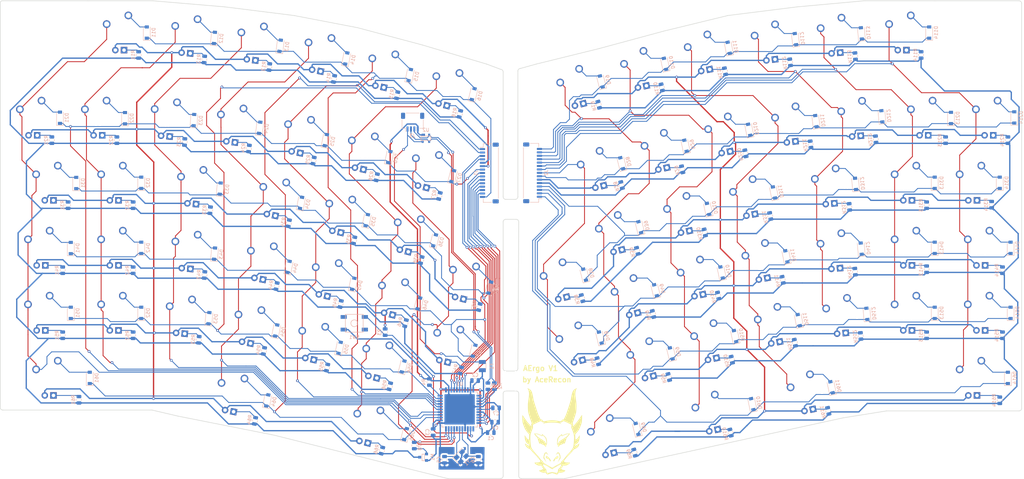
<source format=kicad_pcb>
(kicad_pcb (version 20171130) (host pcbnew "(5.0.2)-1")
  (layers (0 F.Cu signal) (31 B.Cu signal) (34 B.Paste user hide) (35 F.Paste user hide) (36 B.SilkS user) (37 F.SilkS user) (38 B.Mask user) (39 F.Mask user) (44 Edge.Cuts user))
  (net 0 "")
  (net 1 +5V)
  (net 2 GND)
  (net 3 "Net-(C5-Pad1)")
  (net 4 "Net-(C6-Pad1)")
  (net 5 "Net-(C7-Pad1)")
  (net 6 ROW0)
  (net 7 ROW1)
  (net 8 ROW2)
  (net 9 ROW3)
  (net 10 ROW4)
  (net 11 ROW5)
  (net 12 "Net-(D11-Pad2)")
  (net 13 "Net-(D12-Pad2)")
  (net 14 "Net-(D13-Pad2)")
  (net 15 "Net-(D14-Pad2)")
  (net 16 "Net-(D15-Pad2)")
  (net 17 "Net-(D16-Pad2)")
  (net 18 "Net-(D19-Pad2)")
  (net 19 "Net-(D21-Pad2)")
  (net 20 "Net-(D22-Pad2)")
  (net 21 "Net-(D23-Pad2)")
  (net 22 "Net-(D24-Pad2)")
  (net 23 "Net-(D25-Pad2)")
  (net 24 "Net-(D26-Pad2)")
  (net 25 "Net-(D27-Pad2)")
  (net 26 "Net-(D28-Pad2)")
  (net 27 "Net-(D29-Pad2)")
  (net 28 "Net-(D31-Pad2)")
  (net 29 "Net-(D32-Pad2)")
  (net 30 "Net-(D33-Pad2)")
  (net 31 "Net-(D34-Pad2)")
  (net 32 "Net-(D35-Pad2)")
  (net 33 "Net-(D36-Pad2)")
  (net 34 "Net-(D37-Pad2)")
  (net 35 ROW1R)
  (net 36 "Net-(D38-Pad2)")
  (net 37 ROW2R)
  (net 38 ROW3R)
  (net 39 "Net-(D39-Pad2)")
  (net 40 ROW0R)
  (net 41 "Net-(D41-Pad2)")
  (net 42 "Net-(D42-Pad2)")
  (net 43 "Net-(D43-Pad2)")
  (net 44 ROW4R)
  (net 45 "Net-(D44-Pad2)")
  (net 46 "Net-(D45-Pad2)")
  (net 47 ROW5R)
  (net 48 "Net-(D46-Pad2)")
  (net 49 "Net-(D47-Pad2)")
  (net 50 "Net-(D48-Pad2)")
  (net 51 "Net-(D49-Pad2)")
  (net 52 "Net-(D51-Pad2)")
  (net 53 "Net-(D52-Pad2)")
  (net 54 "Net-(D53-Pad2)")
  (net 55 "Net-(D54-Pad2)")
  (net 56 "Net-(D55-Pad2)")
  (net 57 "Net-(D56-Pad2)")
  (net 58 "Net-(D59-Pad2)")
  (net 59 "Net-(D61-Pad2)")
  (net 60 "Net-(D64-Pad2)")
  (net 61 "Net-(D66-Pad2)")
  (net 62 "Net-(D69-Pad2)")
  (net 63 "Net-(F1-Pad2)")
  (net 64 COL13)
  (net 65 COL11)
  (net 66 COL10)
  (net 67 COL9)
  (net 68 COL8)
  (net 69 COL7)
  (net 70 LedGND)
  (net 71 5VR)
  (net 72 LedGNDR)
  (net 73 COL7R)
  (net 74 COL8R)
  (net 75 COL9R)
  (net 76 COL10R)
  (net 77 COl11R)
  (net 78 COL12R)
  (net 79 COL13R)
  (net 80 "Net-(J3-Pad2)")
  (net 81 "Net-(J3-Pad3)")
  (net 82 "Net-(M1-Pad2)")
  (net 83 COL0)
  (net 84 COL1)
  (net 85 COL2)
  (net 86 COL3)
  (net 87 COL4)
  (net 88 COL5)
  (net 89 COL6)
  (net 90 "Net-(R3-Pad2)")
  (net 91 "Net-(R4-Pad2)")
  (net 92 SwLedPWM)
  (net 93 "Net-(U1-Pad1)")
  (net 94 "Net-(U1-Pad8)")
  (net 95 "Net-(U1-Pad12)")
  (net 96 "Net-(U1-Pad18)")
  (net 97 "Net-(U1-Pad42)")
  (net 98 "Net-(D110-Pad2)")
  (net 99 "Net-(D111-Pad2)")
  (net 100 "Net-(D112-Pad2)")
  (net 101 "Net-(D113-Pad2)")
  (net 102 "Net-(D114-Pad2)")
  (net 103 "Net-(D210-Pad2)")
  (net 104 "Net-(D211-Pad2)")
  (net 105 "Net-(D212-Pad2)")
  (net 106 "Net-(D213-Pad2)")
  (net 107 "Net-(D214-Pad2)")
  (net 108 "Net-(D310-Pad2)")
  (net 109 "Net-(D311-Pad2)")
  (net 110 "Net-(D312-Pad2)")
  (net 111 "Net-(D313-Pad2)")
  (net 112 "Net-(D314-Pad2)")
  (net 113 "Net-(D410-Pad2)")
  (net 114 "Net-(D411-Pad2)")
  (net 115 "Net-(D412-Pad2)")
  (net 116 "Net-(D413-Pad2)")
  (net 117 "Net-(D414-Pad2)")
  (net 118 "Net-(D510-Pad2)")
  (net 119 "Net-(D511-Pad2)")
  (net 120 "Net-(D512-Pad2)")
  (net 121 "Net-(D513-Pad2)")
  (net 122 "Net-(D514-Pad2)")
  (net 123 "Net-(D610-Pad2)")
  (net 124 "Net-(D611-Pad2)")
  (net 125 "Net-(D614-Pad2)")
  (net 126 "Net-(MX_0-Pad4)")
  (net 127 "Net-(MX_1-Pad4)")
  (net 128 "Net-(MX_2-Pad4)")
  (net 129 "Net-(MX_3-Pad4)")
  (net 130 "Net-(MX_4-Pad4)")
  (net 131 "Net-(MX_5-Pad4)")
  (net 132 "Net-(MX_6-Pad4)")
  (net 133 "Net-(MX_7-Pad4)")
  (net 134 "Net-(MX_8-Pad4)")
  (net 135 "Net-(MX_9-Pad4)")
  (net 136 "Net-(MX_'1-Pad4)")
  (net 137 "Net-(MX_-1-Pad4)")
  (net 138 "Net-(MX_/1-Pad4)")
  (net 139 "Net-(MX_;1-Pad4)")
  (net 140 "Net-(MX_<1-Pad4)")
  (net 141 "Net-(MX_=1-Pad4)")
  (net 142 "Net-(MX_>1-Pad4)")
  (net 143 "Net-(MX_A1-Pad4)")
  (net 144 "Net-(MX_B1-Pad4)")
  (net 145 "Net-(MX_BackSpace1-Pad4)")
  (net 146 "Net-(MX_C1-Pad4)")
  (net 147 "Net-(MX_D1-Pad4)")
  (net 148 "Net-(MX_DEL1-Pad4)")
  (net 149 "Net-(MX_E1-Pad4)")
  (net 150 "Net-(MX_END1-Pad4)")
  (net 151 "Net-(MX_ENTER1-Pad4)")
  (net 152 "Net-(MX_ESC1-Pad4)")
  (net 153 "Net-(MX_F1-Pad4)")
  (net 154 "Net-(MX_F2-Pad4)")
  (net 155 "Net-(MX_F3-Pad4)")
  (net 156 "Net-(MX_F4-Pad4)")
  (net 157 "Net-(MX_F5-Pad4)")
  (net 158 "Net-(MX_F6-Pad4)")
  (net 159 "Net-(MX_F7-Pad4)")
  (net 160 "Net-(MX_F8-Pad4)")
  (net 161 "Net-(MX_F9-Pad4)")
  (net 162 "Net-(MX_F10-Pad4)")
  (net 163 "Net-(MX_F11-Pad4)")
  (net 164 "Net-(MX_F12-Pad4)")
  (net 165 "Net-(MX_F13-Pad4)")
  (net 166 "Net-(MX_FN1-Pad4)")
  (net 167 "Net-(MX_FN2-Pad4)")
  (net 168 "Net-(MX_G1-Pad4)")
  (net 169 "Net-(MX_H1-Pad4)")
  (net 170 "Net-(MX_HOME1-Pad4)")
  (net 171 "Net-(MX_I1-Pad4)")
  (net 172 "Net-(MX_J1-Pad4)")
  (net 173 "Net-(MX_K1-Pad4)")
  (net 174 "Net-(MX_L1-Pad4)")
  (net 175 "Net-(MX_LALT1-Pad4)")
  (net 176 "Net-(MX_LCTRL1-Pad4)")
  (net 177 "Net-(MX_LSHIFT1-Pad4)")
  (net 178 "Net-(MX_M1-Pad4)")
  (net 179 "Net-(MX_N1-Pad4)")
  (net 180 "Net-(MX_O1-Pad4)")
  (net 181 "Net-(MX_P1-Pad4)")
  (net 182 "Net-(MX_PGDN1-Pad4)")
  (net 183 "Net-(MX_PGUP1-Pad4)")
  (net 184 "Net-(MX_Q1-Pad4)")
  (net 185 "Net-(MX_R1-Pad4)")
  (net 186 "Net-(MX_RALT1-Pad4)")
  (net 187 "Net-(MX_RCTRL1-Pad4)")
  (net 188 "Net-(MX_RSHIFT1-Pad4)")
  (net 189 "Net-(MX_S1-Pad4)")
  (net 190 "Net-(MX_SPACE1-Pad4)")
  (net 191 "Net-(MX_T1-Pad4)")
  (net 192 "Net-(MX_TAB1-Pad4)")
  (net 193 "Net-(MX_U1-Pad4)")
  (net 194 "Net-(MX_V1-Pad4)")
  (net 195 "Net-(MX_W1-Pad4)")
  (net 196 "Net-(MX_X1-Pad4)")
  (net 197 "Net-(MX_Y1-Pad4)")
  (net 198 "Net-(MX_Z1-Pad4)")
  (net 199 COL12)
  (net 200 D-)
  (net 201 D+)
  (module MX_Alps_Hybrid:MXOnly-1U (layer F.Cu) (at 198.75085 111.22595 346)
    (fp_text reference MX_6)
    (fp_text value MX-1U)
    (pad 2 thru_hole circle (at 2.54 -5.08 346) (size 2.25 2.25) (drill 1.47) (layers *.Cu B.Mask) (net 25 "Net-(D27-Pad2)"))
    (pad "" np_thru_hole circle (at 0 0 346) (size 3.9878 3.9878) (drill 3.9878) (layers *.Cu *.Mask))
    (pad 1 thru_hole circle (at -3.81 -2.54 346) (size 2.25 2.25) (drill 1.47) (layers *.Cu B.Mask) (net 89 COL6))
    (pad 3 thru_hole circle (at -1.27 5.08 346) (size 1.905 1.905) (drill 1.04) (layers *.Cu B.Mask) (net 1 +5V))
    (pad 4 thru_hole rect (at 1.27 5.08 346) (size 1.905 1.905) (drill 1.04) (layers *.Cu B.Mask) (net 132 "Net-(MX_6-Pad4)"))
    (pad "" np_thru_hole circle (at -5.08 0 34.0996) (size 1.75 1.75) (drill 1.75) (layers *.Cu *.Mask))
    (pad "" np_thru_hole circle (at 5.08 0 34.0996) (size 1.75 1.75) (drill 1.75) (layers *.Cu *.Mask))
  )
  (module MX_Alps_Hybrid:MXOnly-2.75U-ReversedStabilizers (layer F.Cu) (at 181.585458 186.035912 346)
    (fp_text reference MX_SPACE1)
    (fp_text value MX-2.75U)
    (pad 2 thru_hole circle (at 2.54 -5.08 346) (size 2.25 2.25) (drill 1.47) (layers *.Cu B.Mask) (net 61 "Net-(D66-Pad2)"))
    (pad "" np_thru_hole circle (at 0 0 346) (size 3.9878 3.9878) (drill 3.9878) (layers *.Cu *.Mask))
    (pad 1 thru_hole circle (at -3.81 -2.54 346) (size 2.25 2.25) (drill 1.47) (layers *.Cu B.Mask) (net 88 COL5))
    (pad 3 thru_hole circle (at -1.27 5.08 346) (size 1.905 1.905) (drill 1.04) (layers *.Cu B.Mask) (net 1 +5V))
    (pad 4 thru_hole rect (at 1.27 5.08 346) (size 1.905 1.905) (drill 1.04) (layers *.Cu B.Mask) (net 190 "Net-(MX_SPACE1-Pad4)"))
    (pad "" np_thru_hole circle (at -5.08 0 34.0996) (size 1.75 1.75) (drill 1.75) (layers *.Cu *.Mask))
    (pad "" np_thru_hole circle (at 5.08 0 34.0996) (size 1.75 1.75) (drill 1.75) (layers *.Cu *.Mask))
    (pad "" np_thru_hole circle (at -11.938 6.985 346) (size 3.048 3.048) (drill 3.048) (layers *.Cu *.Mask))
    (pad "" np_thru_hole circle (at 11.938 6.985 346) (size 3.048 3.048) (drill 3.048) (layers *.Cu *.Mask))
    (pad "" np_thru_hole circle (at -11.938 -8.255 346) (size 3.9878 3.9878) (drill 3.9878) (layers *.Cu *.Mask))
    (pad "" np_thru_hole circle (at 11.938 -8.255 346) (size 3.9878 3.9878) (drill 3.9878) (layers *.Cu *.Mask))
  )
  (module random-keyboard-parts:breakaway-mousebites (layer F.Cu) (at 222.074216 173.083208 90)
    (fp_text reference REF**)
    (fp_text value breakaway-mousebites)
    (pad "" np_thru_hole circle (at -2.54 -0.253999 90) (size 0.7874 0.7874) (drill 0.7874) (layers *.Cu *.Mask))
    (pad "" np_thru_hole circle (at -1.27 -0.254 90) (size 0.7874 0.7874) (drill 0.7874) (layers *.Cu *.Mask))
    (pad "" np_thru_hole circle (at 2.54 -0.254 90) (size 0.7874 0.7874) (drill 0.7874) (layers *.Cu *.Mask))
    (pad "" np_thru_hole circle (at 1.27 -0.254 90) (size 0.7874 0.7874) (drill 0.7874) (layers *.Cu *.Mask))
    (pad "" np_thru_hole circle (at 0 -0.254 90) (size 0.7874 0.7874) (drill 0.7874) (layers *.Cu *.Mask))
  )
  (module random-keyboard-parts:breakaway-mousebites (layer F.Cu) (at 225.132719 173.083208 90)
    (fp_text reference REF**)
    (fp_text value breakaway-mousebites)
    (pad "" np_thru_hole circle (at 0 -0.254 90) (size 0.7874 0.7874) (drill 0.7874) (layers *.Cu *.Mask))
    (pad "" np_thru_hole circle (at 1.27 -0.254 90) (size 0.7874 0.7874) (drill 0.7874) (layers *.Cu *.Mask))
    (pad "" np_thru_hole circle (at 2.54 -0.254 90) (size 0.7874 0.7874) (drill 0.7874) (layers *.Cu *.Mask))
    (pad "" np_thru_hole circle (at -1.27 -0.254 90) (size 0.7874 0.7874) (drill 0.7874) (layers *.Cu *.Mask))
    (pad "" np_thru_hole circle (at -2.54 -0.253999 90) (size 0.7874 0.7874) (drill 0.7874) (layers *.Cu *.Mask))
  )
  (module random-keyboard-parts:breakaway-mousebites (layer F.Cu) (at 221.4372 122.682 90)
    (fp_text reference REF**)
    (fp_text value breakaway-mousebites)
    (pad "" np_thru_hole circle (at 0 -0.254 90) (size 0.7874 0.7874) (drill 0.7874) (layers *.Cu *.Mask))
    (pad "" np_thru_hole circle (at 1.27 -0.254 90) (size 0.7874 0.7874) (drill 0.7874) (layers *.Cu *.Mask))
    (pad "" np_thru_hole circle (at 2.54 -0.254 90) (size 0.7874 0.7874) (drill 0.7874) (layers *.Cu *.Mask))
    (pad "" np_thru_hole circle (at -1.27 -0.254 90) (size 0.7874 0.7874) (drill 0.7874) (layers *.Cu *.Mask))
    (pad "" np_thru_hole circle (at -2.54 -0.253999 90) (size 0.7874 0.7874) (drill 0.7874) (layers *.Cu *.Mask))
  )
  (module Capacitor_SMD:C_0805_2012Metric (layer B.Cu) (at 217.5995 188.214)
    (fp_text reference C1 (at 0 1.65) (layer B.SilkS) (effects (justify mirror)))
    (fp_text value 0.1uF)
    (pad 1 smd roundrect (at -0.9375 0) (size 0.975 1.4) (layers B.Cu B.Paste B.Mask) (net 1 +5V))
    (pad 2 smd roundrect (at 0.9375 0) (size 0.975 1.4) (layers B.Cu B.Paste B.Mask) (net 2 GND))
  )
  (module Capacitor_SMD:C_0805_2012Metric (layer B.Cu) (at 213.0275 172.974 180)
    (fp_text reference C2 (at 0 1.65 180) (layer B.SilkS) (effects (justify mirror)))
    (fp_text value 0.1uF)
    (pad 2 smd roundrect (at 0.9375 0 180) (size 0.975 1.4) (layers B.Cu B.Paste B.Mask) (net 2 GND))
    (pad 1 smd roundrect (at -0.9375 0 180) (size 0.975 1.4) (layers B.Cu B.Paste B.Mask) (net 1 +5V))
  )
  (module Capacitor_SMD:C_0805_2012Metric (layer B.Cu) (at 200.7235 188.072 270)
    (fp_text reference C3 (at 0 1.65 270) (layer B.SilkS) (effects (justify mirror)))
    (fp_text value 0.1uF)
    (pad 1 smd roundrect (at -0.9375 0 270) (size 0.975 1.4) (layers B.Cu B.Paste B.Mask) (net 1 +5V))
    (pad 2 smd roundrect (at 0.9375 0 270) (size 0.975 1.4) (layers B.Cu B.Paste B.Mask) (net 2 GND))
  )
  (module Capacitor_SMD:C_0805_2012Metric (layer B.Cu) (at 218.8695 185.166)
    (fp_text reference C4 (at 0 1.65) (layer B.SilkS) (effects (justify mirror)))
    (fp_text value 10uF)
    (pad 2 smd roundrect (at 0.9375 0) (size 0.975 1.4) (layers B.Cu B.Paste B.Mask) (net 2 GND))
    (pad 1 smd roundrect (at -0.9375 0) (size 0.975 1.4) (layers B.Cu B.Paste B.Mask) (net 1 +5V))
  )
  (module Capacitor_SMD:C_0805_2012Metric (layer B.Cu) (at 204.0636 196.1619 270)
    (fp_text reference C5 (at 0 1.65 270) (layer B.SilkS) (effects (justify mirror)))
    (fp_text value 22pF)
    (pad 1 smd roundrect (at -0.9375 0 270) (size 0.975 1.4) (layers B.Cu B.Paste B.Mask) (net 3 "Net-(C5-Pad1)"))
    (pad 2 smd roundrect (at 0.9375 0 270) (size 0.975 1.4) (layers B.Cu B.Paste B.Mask) (net 2 GND))
  )
  (module Capacitor_SMD:C_0805_2012Metric (layer B.Cu) (at 213.9696 196.1619 270)
    (fp_text reference C6 (at 0 1.65 270) (layer B.SilkS) (effects (justify mirror)))
    (fp_text value 22pF)
    (pad 1 smd roundrect (at -0.9375 0 270) (size 0.975 1.4) (layers B.Cu B.Paste B.Mask) (net 4 "Net-(C6-Pad1)"))
    (pad 2 smd roundrect (at 0.9375 0 270) (size 0.975 1.4) (layers B.Cu B.Paste B.Mask) (net 2 GND))
  )
  (module Capacitor_SMD:C_0805_2012Metric (layer B.Cu) (at 219.1535 180.975)
    (fp_text reference C7 (at 0 1.65) (layer B.SilkS) (effects (justify mirror)))
    (fp_text value 1uF)
    (pad 2 smd roundrect (at 0.9375 0) (size 0.975 1.4) (layers B.Cu B.Paste B.Mask) (net 2 GND))
    (pad 1 smd roundrect (at -0.9375 0) (size 0.975 1.4) (layers B.Cu B.Paste B.Mask) (net 5 "Net-(C7-Pad1)"))
  )
  (module Diode_SMD:D_SOD-123 (layer B.Cu) (at 116.83825 71.02325 90)
    (fp_text reference D11 (at 0 2 90) (layer B.SilkS) (effects (justify mirror)))
    (fp_text value D_Small)
    (pad 1 smd rect (at -1.65 0 90) (size 0.9 1.2) (layers B.Cu B.Paste B.Mask) (net 6 ROW0))
    (pad 2 smd rect (at 1.65 0 90) (size 0.9 1.2) (layers B.Cu B.Paste B.Mask) (net 12 "Net-(D11-Pad2)"))
  )
  (module Diode_SMD:D_SOD-123 (layer B.Cu) (at 136.657492 72.581286 85)
    (fp_text reference D12 (at 0 2 85) (layer B.SilkS) (effects (justify mirror)))
    (fp_text value D_Small)
    (pad 2 smd rect (at 1.65 0 85) (size 0.9 1.2) (layers B.Cu B.Paste B.Mask) (net 13 "Net-(D12-Pad2)"))
    (pad 1 smd rect (at -1.65 0 85) (size 0.9 1.2) (layers B.Cu B.Paste B.Mask) (net 6 ROW0))
  )
  (module Diode_SMD:D_SOD-123 (layer B.Cu) (at 155.903702 74.883054 83)
    (fp_text reference D13 (at 0 2 83) (layer B.SilkS) (effects (justify mirror)))
    (fp_text value D_Small)
    (pad 1 smd rect (at -1.65 0 83) (size 0.9 1.2) (layers B.Cu B.Paste B.Mask) (net 6 ROW0))
    (pad 2 smd rect (at 1.65 0 83) (size 0.9 1.2) (layers B.Cu B.Paste B.Mask) (net 14 "Net-(D13-Pad2)"))
  )
  (module Diode_SMD:D_SOD-123 (layer B.Cu) (at 175.282341 78.602945 79)
    (fp_text reference D14 (at 0 2 79) (layer B.SilkS) (effects (justify mirror)))
    (fp_text value D_Small)
    (pad 2 smd rect (at 1.65 0 79) (size 0.9 1.2) (layers B.Cu B.Paste B.Mask) (net 15 "Net-(D14-Pad2)"))
    (pad 1 smd rect (at -1.65 0 79) (size 0.9 1.2) (layers B.Cu B.Paste B.Mask) (net 6 ROW0))
  )
  (module Diode_SMD:D_SOD-123 (layer B.Cu) (at 193.877791 83.457915 78)
    (fp_text reference D15 (at 0 2 78) (layer B.SilkS) (effects (justify mirror)))
    (fp_text value D_Small)
    (pad 2 smd rect (at 1.65 0 78) (size 0.9 1.2) (layers B.Cu B.Paste B.Mask) (net 16 "Net-(D15-Pad2)"))
    (pad 1 smd rect (at -1.65 0 78) (size 0.9 1.2) (layers B.Cu B.Paste B.Mask) (net 6 ROW0))
  )
  (module Diode_SMD:D_SOD-123 (layer B.Cu) (at 212.458592 89.058362 76)
    (fp_text reference D16 (at 0 2 76) (layer B.SilkS) (effects (justify mirror)))
    (fp_text value D_Small)
    (pad 1 smd rect (at -1.65 0 76) (size 0.9 1.2) (layers B.Cu B.Paste B.Mask) (net 6 ROW0))
    (pad 2 smd rect (at 1.65 0 76) (size 0.9 1.2) (layers B.Cu B.Paste B.Mask) (net 17 "Net-(D16-Pad2)"))
  )
  (module Diode_SMD:D_SOD-123 (layer B.Cu) (at 249.983542 85.339338 104)
    (fp_text reference D19 (at 0 2 104) (layer B.SilkS) (effects (justify mirror)))
    (fp_text value D_Small)
    (pad 1 smd rect (at -1.65 0 104) (size 0.9 1.2) (layers B.Cu B.Paste B.Mask) (net 40 ROW0R))
    (pad 2 smd rect (at 1.65 0 104) (size 0.9 1.2) (layers B.Cu B.Paste B.Mask) (net 18 "Net-(D19-Pad2)"))
  )
  (module Diode_SMD:D_SOD-123 (layer B.Cu) (at 91.40825 95.98125 90)
    (fp_text reference D21 (at 0 2 90) (layer B.SilkS) (effects (justify mirror)))
    (fp_text value D_Small)
    (pad 1 smd rect (at -1.65 0 90) (size 0.9 1.2) (layers B.Cu B.Paste B.Mask) (net 7 ROW1))
    (pad 2 smd rect (at 1.65 0 90) (size 0.9 1.2) (layers B.Cu B.Paste B.Mask) (net 19 "Net-(D21-Pad2)"))
  )
  (module Diode_SMD:D_SOD-123 (layer B.Cu) (at 110.45825 96.10625 90)
    (fp_text reference D22 (at 0 2 90) (layer B.SilkS) (effects (justify mirror)))
    (fp_text value D_Small)
    (pad 2 smd rect (at 1.65 0 90) (size 0.9 1.2) (layers B.Cu B.Paste B.Mask) (net 20 "Net-(D22-Pad2)"))
    (pad 1 smd rect (at -1.65 0 90) (size 0.9 1.2) (layers B.Cu B.Paste B.Mask) (net 7 ROW1))
  )
  (module Diode_SMD:D_SOD-123 (layer B.Cu) (at 130.656142 96.659752 87)
    (fp_text reference D23 (at 0 2 87) (layer B.SilkS) (effects (justify mirror)))
    (fp_text value D_Small)
    (pad 1 smd rect (at -1.65 0 87) (size 0.9 1.2) (layers B.Cu B.Paste B.Mask) (net 7 ROW1))
    (pad 2 smd rect (at 1.65 0 87) (size 0.9 1.2) (layers B.Cu B.Paste B.Mask) (net 21 "Net-(D23-Pad2)"))
  )
  (module Diode_SMD:D_SOD-123 (layer B.Cu) (at 149.913402 98.910154 83)
    (fp_text reference D24 (at 0 2 83) (layer B.SilkS) (effects (justify mirror)))
    (fp_text value D_Small)
    (pad 2 smd rect (at 1.65 0 83) (size 0.9 1.2) (layers B.Cu B.Paste B.Mask) (net 22 "Net-(D24-Pad2)"))
    (pad 1 smd rect (at -1.65 0 83) (size 0.9 1.2) (layers B.Cu B.Paste B.Mask) (net 7 ROW1))
  )
  (module Diode_SMD:D_SOD-123 (layer B.Cu) (at 169.291741 102.540245 79)
    (fp_text reference D25 (at 0 2 79) (layer B.SilkS) (effects (justify mirror)))
    (fp_text value D_Small)
    (pad 2 smd rect (at 1.65 0 79) (size 0.9 1.2) (layers B.Cu B.Paste B.Mask) (net 23 "Net-(D25-Pad2)"))
    (pad 1 smd rect (at -1.65 0 79) (size 0.9 1.2) (layers B.Cu B.Paste B.Mask) (net 7 ROW1))
  )
  (module Diode_SMD:D_SOD-123 (layer B.Cu) (at 187.886991 107.485315 78)
    (fp_text reference D26 (at 0 2 78) (layer B.SilkS) (effects (justify mirror)))
    (fp_text value D_Small)
    (pad 1 smd rect (at -1.65 0 78) (size 0.9 1.2) (layers B.Cu B.Paste B.Mask) (net 7 ROW1))
    (pad 2 smd rect (at 1.65 0 78) (size 0.9 1.2) (layers B.Cu B.Paste B.Mask) (net 24 "Net-(D26-Pad2)"))
  )
  (module Diode_SMD:D_SOD-123 (layer B.Cu) (at 206.467692 113.085562 76)
    (fp_text reference D27 (at 0 2 76) (layer B.SilkS) (effects (justify mirror)))
    (fp_text value D_Small)
    (pad 2 smd rect (at 1.65 0 76) (size 0.9 1.2) (layers B.Cu B.Paste B.Mask) (net 25 "Net-(D27-Pad2)"))
    (pad 1 smd rect (at -1.65 0 76) (size 0.9 1.2) (layers B.Cu B.Paste B.Mask) (net 7 ROW1))
  )
  (module Diode_SMD:D_SOD-123 (layer B.Cu) (at 255.959122 109.305695 104)
    (fp_text reference D28 (at 0 2 104) (layer B.SilkS) (effects (justify mirror)))
    (fp_text value D_Small)
    (pad 2 smd rect (at 1.65 0 104) (size 0.9 1.2) (layers B.Cu B.Paste B.Mask) (net 26 "Net-(D28-Pad2)"))
    (pad 1 smd rect (at -1.65 0 104) (size 0.9 1.2) (layers B.Cu B.Paste B.Mask) (net 35 ROW1R))
  )
  (module Diode_SMD:D_SOD-123 (layer B.Cu) (at 274.649352 104.184717 102)
    (fp_text reference D29 (at 0 2 102) (layer B.SilkS) (effects (justify mirror)))
    (fp_text value D_Small)
    (pad 1 smd rect (at -1.65 0 102) (size 0.9 1.2) (layers B.Cu B.Paste B.Mask) (net 35 ROW1R))
    (pad 2 smd rect (at 1.65 0 102) (size 0.9 1.2) (layers B.Cu B.Paste B.Mask) (net 27 "Net-(D29-Pad2)"))
  )
  (module Diode_SMD:D_SOD-123 (layer B.Cu) (at 96.17075 115.09375 90)
    (fp_text reference D31 (at 0 2 90) (layer B.SilkS) (effects (justify mirror)))
    (fp_text value D_Small)
    (pad 1 smd rect (at -1.65 0 90) (size 0.9 1.2) (layers B.Cu B.Paste B.Mask) (net 8 ROW2))
    (pad 2 smd rect (at 1.65 0 90) (size 0.9 1.2) (layers B.Cu B.Paste B.Mask) (net 28 "Net-(D31-Pad2)"))
  )
  (module Diode_SMD:D_SOD-123 (layer B.Cu) (at 115.22075 115.03125 90)
    (fp_text reference D32 (at 0 2 90) (layer B.SilkS) (effects (justify mirror)))
    (fp_text value D_Small)
    (pad 2 smd rect (at 1.65 0 90) (size 0.9 1.2) (layers B.Cu B.Paste B.Mask) (net 29 "Net-(D32-Pad2)"))
    (pad 1 smd rect (at -1.65 0 90) (size 0.9 1.2) (layers B.Cu B.Paste B.Mask) (net 8 ROW2))
  )
  (module Diode_SMD:D_SOD-123 (layer B.Cu) (at 138.360492 116.734686 85)
    (fp_text reference D33 (at 0 2 85) (layer B.SilkS) (effects (justify mirror)))
    (fp_text value D_Small)
    (pad 1 smd rect (at -1.65 0 85) (size 0.9 1.2) (layers B.Cu B.Paste B.Mask) (net 8 ROW2))
    (pad 2 smd rect (at 1.65 0 85) (size 0.9 1.2) (layers B.Cu B.Paste B.Mask) (net 30 "Net-(D33-Pad2)"))
  )
  (module Diode_SMD:D_SOD-123 (layer B.Cu) (at 162.026641 120.899745 79)
    (fp_text reference D34 (at 0 2 79) (layer B.SilkS) (effects (justify mirror)))
    (fp_text value D_Small)
    (pad 2 smd rect (at 1.65 0 79) (size 0.9 1.2) (layers B.Cu B.Paste B.Mask) (net 31 "Net-(D34-Pad2)"))
    (pad 1 smd rect (at -1.65 0 79) (size 0.9 1.2) (layers B.Cu B.Paste B.Mask) (net 8 ROW2))
  )
  (module Diode_SMD:D_SOD-123 (layer B.Cu) (at 181.273491 125.977415 78)
    (fp_text reference D35 (at 0 2 78) (layer B.SilkS) (effects (justify mirror)))
    (fp_text value D_Small)
    (pad 1 smd rect (at -1.65 0 78) (size 0.9 1.2) (layers B.Cu B.Paste B.Mask) (net 8 ROW2))
    (pad 2 smd rect (at 1.65 0 78) (size 0.9 1.2) (layers B.Cu B.Paste B.Mask) (net 32 "Net-(D35-Pad2)"))
  )
  (module Diode_SMD:D_SOD-123 (layer B.Cu) (at 201.150092 131.876762 76)
    (fp_text reference D36 (at 0 2 76) (layer B.SilkS) (effects (justify mirror)))
    (fp_text value D_Small)
    (pad 1 smd rect (at -1.65 0 76) (size 0.9 1.2) (layers B.Cu B.Paste B.Mask) (net 8 ROW2))
    (pad 2 smd rect (at 1.65 0 76) (size 0.9 1.2) (layers B.Cu B.Paste B.Mask) (net 33 "Net-(D36-Pad2)"))
  )
  (module Diode_SMD:D_SOD-123 (layer B.Cu) (at 217.329892 145.727362 76)
    (fp_text reference D37 (at 0 2 76) (layer B.SilkS) (effects (justify mirror)))
    (fp_text value D_Small)
    (pad 2 smd rect (at 1.65 0 76) (size 0.9 1.2) (layers B.Cu B.Paste B.Mask) (net 34 "Net-(D37-Pad2)"))
    (pad 1 smd rect (at -1.65 0 76) (size 0.9 1.2) (layers B.Cu B.Paste B.Mask) (net 8 ROW2))
  )
  (module Diode_SMD:D_SOD-123 (layer B.Cu) (at 245.096922 141.947495 104)
    (fp_text reference D38 (at 0 2 104) (layer B.SilkS) (effects (justify mirror)))
    (fp_text value D_Small)
    (pad 2 smd rect (at 1.65 0 104) (size 0.9 1.2) (layers B.Cu B.Paste B.Mask) (net 36 "Net-(D38-Pad2)"))
    (pad 1 smd rect (at -1.65 0 104) (size 0.9 1.2) (layers B.Cu B.Paste B.Mask) (net 37 ROW2R))
  )
  (module Diode_SMD:D_SOD-123 (layer B.Cu) (at 261.261602 128.036251 104)
    (fp_text reference D39 (at 0 2 104) (layer B.SilkS) (effects (justify mirror)))
    (fp_text value D_Small)
    (pad 1 smd rect (at -1.65 0 104) (size 0.9 1.2) (layers B.Cu B.Paste B.Mask) (net 37 ROW2R))
    (pad 2 smd rect (at 1.65 0 104) (size 0.9 1.2) (layers B.Cu B.Paste B.Mask) (net 39 "Net-(D39-Pad2)"))
  )
  (module Diode_SMD:D_SOD-123 (layer B.Cu) (at 94.5832 134.14375 90)
    (fp_text reference D41 (at 0 2 90) (layer B.SilkS) (effects (justify mirror)))
    (fp_text value D_Small)
    (pad 1 smd rect (at -1.65 0 90) (size 0.9 1.2) (layers B.Cu B.Paste B.Mask) (net 9 ROW3))
    (pad 2 smd rect (at 1.65 0 90) (size 0.9 1.2) (layers B.Cu B.Paste B.Mask) (net 41 "Net-(D41-Pad2)"))
  )
  (module Diode_SMD:D_SOD-123 (layer B.Cu) (at 115.22075 134.08125 90)
    (fp_text reference D42 (at 0 2 90) (layer B.SilkS) (effects (justify mirror)))
    (fp_text value D_Small)
    (pad 1 smd rect (at -1.65 0 90) (size 0.9 1.2) (layers B.Cu B.Paste B.Mask) (net 9 ROW3))
    (pad 2 smd rect (at 1.65 0 90) (size 0.9 1.2) (layers B.Cu B.Paste B.Mask) (net 42 "Net-(D42-Pad2)"))
  )
  (module Diode_SMD:D_SOD-123 (layer B.Cu) (at 136.694745 135.774449 85)
    (fp_text reference D43 (at 0 2 85) (layer B.SilkS) (effects (justify mirror)))
    (fp_text value D_Small)
    (pad 2 smd rect (at 1.65 0 85) (size 0.9 1.2) (layers B.Cu B.Paste B.Mask) (net 43 "Net-(D43-Pad2)"))
    (pad 1 smd rect (at -1.65 0 85) (size 0.9 1.2) (layers B.Cu B.Paste B.Mask) (net 9 ROW3))
  )
  (module Diode_SMD:D_SOD-123 (layer B.Cu) (at 158.379816 139.661096 79)
    (fp_text reference D44 (at 0 2 79) (layer B.SilkS) (effects (justify mirror)))
    (fp_text value D_Small)
    (pad 1 smd rect (at -1.65 0 79) (size 0.9 1.2) (layers B.Cu B.Paste B.Mask) (net 9 ROW3))
    (pad 2 smd rect (at 1.65 0 79) (size 0.9 1.2) (layers B.Cu B.Paste B.Mask) (net 45 "Net-(D44-Pad2)"))
  )
  (module Diode_SMD:D_SOD-123 (layer B.Cu) (at 177.312791 144.611115 78)
    (fp_text reference D45 (at 0 2 78) (layer B.SilkS) (effects (justify mirror)))
    (fp_text value D_Small)
    (pad 2 smd rect (at 1.65 0 78) (size 0.9 1.2) (layers B.Cu B.Paste B.Mask) (net 46 "Net-(D45-Pad2)"))
    (pad 1 smd rect (at -1.65 0 78) (size 0.9 1.2) (layers B.Cu B.Paste B.Mask) (net 9 ROW3))
  )
  (module Diode_SMD:D_SOD-123 (layer B.Cu) (at 196.541492 150.360862 76)
    (fp_text reference D46 (at 0 2 76) (layer B.SilkS) (effects (justify mirror)))
    (fp_text value D_Small)
    (pad 1 smd rect (at -1.65 0 76) (size 0.9 1.2) (layers B.Cu B.Paste B.Mask) (net 9 ROW3))
    (pad 2 smd rect (at 1.65 0 76) (size 0.9 1.2) (layers B.Cu B.Paste B.Mask) (net 48 "Net-(D46-Pad2)"))
  )
  (module Diode_SMD:D_SOD-123 (layer B.Cu) (at 212.721292 164.211462 76)
    (fp_text reference D47 (at 0 2 76) (layer B.SilkS) (effects (justify mirror)))
    (fp_text value D_Small)
    (pad 2 smd rect (at 1.65 0 76) (size 0.9 1.2) (layers B.Cu B.Paste B.Mask) (net 49 "Net-(D47-Pad2)"))
    (pad 1 smd rect (at -1.65 0 76) (size 0.9 1.2) (layers B.Cu B.Paste B.Mask) (net 9 ROW3))
  )
  (module Diode_SMD:D_SOD-123 (layer B.Cu) (at 249.690402 160.370951 104)
    (fp_text reference D48 (at 0 2 104) (layer B.SilkS) (effects (justify mirror)))
    (fp_text value D_Small)
    (pad 1 smd rect (at -1.65 0 104) (size 0.9 1.2) (layers B.Cu B.Paste B.Mask) (net 38 ROW3R))
    (pad 2 smd rect (at 1.65 0 104) (size 0.9 1.2) (layers B.Cu B.Paste B.Mask) (net 50 "Net-(D48-Pad2)"))
  )
  (module Diode_SMD:D_SOD-123 (layer B.Cu) (at 265.870202 146.520351 104)
    (fp_text reference D49 (at 0 2 104) (layer B.SilkS) (effects (justify mirror)))
    (fp_text value D_Small)
    (pad 1 smd rect (at -1.65 0 104) (size 0.9 1.2) (layers B.Cu B.Paste B.Mask) (net 38 ROW3R))
    (pad 2 smd rect (at 1.65 0 104) (size 0.9 1.2) (layers B.Cu B.Paste B.Mask) (net 51 "Net-(D49-Pad2)"))
  )
  (module Diode_SMD:D_SOD-123 (layer B.Cu) (at 94.5832 153.13125 90)
    (fp_text reference D51 (at 0 2 90) (layer B.SilkS) (effects (justify mirror)))
    (fp_text value D_Small)
    (pad 2 smd rect (at 1.65 0 90) (size 0.9 1.2) (layers B.Cu B.Paste B.Mask) (net 52 "Net-(D51-Pad2)"))
    (pad 1 smd rect (at -1.65 0 90) (size 0.9 1.2) (layers B.Cu B.Paste B.Mask) (net 10 ROW4))
  )
  (module Diode_SMD:D_SOD-123 (layer B.Cu) (at 115.22075 153.13125 90)
    (fp_text reference D52 (at 0 2 90) (layer B.SilkS) (effects (justify mirror)))
    (fp_text value D_Small)
    (pad 1 smd rect (at -1.65 0 90) (size 0.9 1.2) (layers B.Cu B.Paste B.Mask) (net 10 ROW4))
    (pad 2 smd rect (at 1.65 0 90) (size 0.9 1.2) (layers B.Cu B.Paste B.Mask) (net 53 "Net-(D52-Pad2)"))
  )
  (module Diode_SMD:D_SOD-123 (layer B.Cu) (at 135.039893 154.689687 85)
    (fp_text reference D53 (at 0 2 85) (layer B.SilkS) (effects (justify mirror)))
    (fp_text value D_Small)
    (pad 2 smd rect (at 1.65 0 85) (size 0.9 1.2) (layers B.Cu B.Paste B.Mask) (net 54 "Net-(D53-Pad2)"))
    (pad 1 smd rect (at -1.65 0 85) (size 0.9 1.2) (layers B.Cu B.Paste B.Mask) (net 10 ROW4))
  )
  (module Diode_SMD:D_SOD-123 (layer B.Cu) (at 154.756841 158.299745 79)
    (fp_text reference D54 (at 0 2 79) (layer B.SilkS) (effects (justify mirror)))
    (fp_text value D_Small)
    (pad 1 smd rect (at -1.65 0 79) (size 0.9 1.2) (layers B.Cu B.Paste B.Mask) (net 10 ROW4))
    (pad 2 smd rect (at 1.65 0 79) (size 0.9 1.2) (layers B.Cu B.Paste B.Mask) (net 55 "Net-(D54-Pad2)"))
  )
  (module Diode_SMD:D_SOD-123 (layer B.Cu) (at 173.326102 163.367083 78)
    (fp_text reference D55 (at 0 2 78) (layer B.SilkS) (effects (justify mirror)))
    (fp_text value D_Small)
    (pad 2 smd rect (at 1.65 0 78) (size 0.9 1.2) (layers B.Cu B.Paste B.Mask) (net 56 "Net-(D55-Pad2)"))
    (pad 1 smd rect (at -1.65 0 78) (size 0.9 1.2) (layers B.Cu B.Paste B.Mask) (net 10 ROW4))
  )
  (module Diode_SMD:D_SOD-123 (layer B.Cu) (at 191.932892 168.844962 76)
    (fp_text reference D56 (at 0 2 76) (layer B.SilkS) (effects (justify mirror)))
    (fp_text value D_Small)
    (pad 1 smd rect (at -1.65 0 76) (size 0.9 1.2) (layers B.Cu B.Paste B.Mask) (net 10 ROW4))
    (pad 2 smd rect (at 1.65 0 76) (size 0.9 1.2) (layers B.Cu B.Paste B.Mask) (net 57 "Net-(D56-Pad2)"))
  )
  (module Diode_SMD:D_SOD-123 (layer B.Cu) (at 270.478802 165.004451 104)
    (fp_text reference D59 (at 0 2 104) (layer B.SilkS) (effects (justify mirror)))
    (fp_text value D_Small)
    (pad 1 smd rect (at -1.65 0 104) (size 0.9 1.2) (layers B.Cu B.Paste B.Mask) (net 44 ROW4R))
    (pad 2 smd rect (at 1.65 0 104) (size 0.9 1.2) (layers B.Cu B.Paste B.Mask) (net 58 "Net-(D59-Pad2)"))
  )
  (module Diode_SMD:D_SOD-123 (layer B.Cu) (at 100.1395 172.18125 90)
    (fp_text reference D61 (at 0 2 90) (layer B.SilkS) (effects (justify mirror)))
    (fp_text value D_Small)
    (pad 2 smd rect (at 1.65 0 90) (size 0.9 1.2) (layers B.Cu B.Paste B.Mask) (net 59 "Net-(D61-Pad2)"))
    (pad 1 smd rect (at -1.65 0 90) (size 0.9 1.2) (layers B.Cu B.Paste B.Mask) (net 11 ROW5))
  )
  (module Diode_SMD:D_SOD-123 (layer B.Cu) (at 152.131441 178.782209 79)
    (fp_text reference D64 (at 0 2 79) (layer B.SilkS) (effects (justify mirror)))
    (fp_text value D_Small)
    (pad 2 smd rect (at 1.65 0 79) (size 0.9 1.2) (layers B.Cu B.Paste B.Mask) (net 60 "Net-(D64-Pad2)"))
    (pad 1 smd rect (at -1.65 0 79) (size 0.9 1.2) (layers B.Cu B.Paste B.Mask) (net 11 ROW5))
  )
  (module Diode_SMD:D_SOD-123 (layer B.Cu) (at 192.63699 188.663626 76)
    (fp_text reference D66 (at 0 2 76) (layer B.SilkS) (effects (justify mirror)))
    (fp_text value D_Small)
    (pad 2 smd rect (at 1.65 0 76) (size 0.9 1.2) (layers B.Cu B.Paste B.Mask) (net 61 "Net-(D66-Pad2)"))
    (pad 1 smd rect (at -1.65 0 76) (size 0.9 1.2) (layers B.Cu B.Paste B.Mask) (net 11 ROW5))
  )
  (module Diode_SMD:D_SOD-123 (layer B.Cu) (at 260.454147 187.1371 104)
    (fp_text reference D69 (at 0 2 104) (layer B.SilkS) (effects (justify mirror)))
    (fp_text value D_Small)
    (pad 2 smd rect (at 1.65 0 104) (size 0.9 1.2) (layers B.Cu B.Paste B.Mask) (net 62 "Net-(D69-Pad2)"))
    (pad 1 smd rect (at -1.65 0 104) (size 0.9 1.2) (layers B.Cu B.Paste B.Mask) (net 47 ROW5R))
  )
  (module Diode_SMD:D_SOD-123 (layer B.Cu) (at 268.658752 80.184817 102)
    (fp_text reference D110 (at 0 2 102) (layer B.SilkS) (effects (justify mirror)))
    (fp_text value D_Small)
    (pad 2 smd rect (at 1.65 0 102) (size 0.9 1.2) (layers B.Cu B.Paste B.Mask) (net 98 "Net-(D110-Pad2)"))
    (pad 1 smd rect (at -1.65 0 102) (size 0.9 1.2) (layers B.Cu B.Paste B.Mask) (net 40 ROW0R))
  )
  (module Diode_SMD:D_SOD-123 (layer B.Cu) (at 287.30924 75.484252 101)
    (fp_text reference D111 (at 0 2 101) (layer B.SilkS) (effects (justify mirror)))
    (fp_text value D_Small)
    (pad 1 smd rect (at -1.65 0 101) (size 0.9 1.2) (layers B.Cu B.Paste B.Mask) (net 40 ROW0R))
    (pad 2 smd rect (at 1.65 0 101) (size 0.9 1.2) (layers B.Cu B.Paste B.Mask) (net 99 "Net-(D111-Pad2)"))
  )
  (module Diode_SMD:D_SOD-123 (layer B.Cu) (at 306.860918 72.948478 97)
    (fp_text reference D112 (at 0 2 97) (layer B.SilkS) (effects (justify mirror)))
    (fp_text value D_Small)
    (pad 2 smd rect (at 1.65 0 97) (size 0.9 1.2) (layers B.Cu B.Paste B.Mask) (net 100 "Net-(D112-Pad2)"))
    (pad 1 smd rect (at -1.65 0 97) (size 0.9 1.2) (layers B.Cu B.Paste B.Mask) (net 40 ROW0R))
  )
  (module Diode_SMD:D_SOD-123 (layer B.Cu) (at 326.170895 71.260351 95)
    (fp_text reference D113 (at 0 2 95) (layer B.SilkS) (effects (justify mirror)))
    (fp_text value D_Small)
    (pad 1 smd rect (at -1.65 0 95) (size 0.9 1.2) (layers B.Cu B.Paste B.Mask) (net 40 ROW0R))
    (pad 2 smd rect (at 1.65 0 95) (size 0.9 1.2) (layers B.Cu B.Paste B.Mask) (net 101 "Net-(D113-Pad2)"))
  )
  (module Diode_SMD:D_SOD-123 (layer B.Cu) (at 346.045 71.02325 90)
    (fp_text reference D114 (at 0 2 90) (layer B.SilkS) (effects (justify mirror)))
    (fp_text value D_Small)
    (pad 2 smd rect (at 1.65 0 90) (size 0.9 1.2) (layers B.Cu B.Paste B.Mask) (net 102 "Net-(D114-Pad2)"))
    (pad 1 smd rect (at -1.65 0 90) (size 0.9 1.2) (layers B.Cu B.Paste B.Mask) (net 40 ROW0R))
  )
  (module Diode_SMD:D_SOD-123 (layer B.Cu) (at 293.29984 99.511152 101)
    (fp_text reference D210 (at 0 2 101) (layer B.SilkS) (effects (justify mirror)))
    (fp_text value D_Small)
    (pad 2 smd rect (at 1.65 0 101) (size 0.9 1.2) (layers B.Cu B.Paste B.Mask) (net 103 "Net-(D210-Pad2)"))
    (pad 1 smd rect (at -1.65 0 101) (size 0.9 1.2) (layers B.Cu B.Paste B.Mask) (net 35 ROW1R))
  )
  (module Diode_SMD:D_SOD-123 (layer B.Cu) (at 312.851518 96.975478 97)
    (fp_text reference D211 (at 0 2 97) (layer B.SilkS) (effects (justify mirror)))
    (fp_text value D_Small)
    (pad 1 smd rect (at -1.65 0 97) (size 0.9 1.2) (layers B.Cu B.Paste B.Mask) (net 35 ROW1R))
    (pad 2 smd rect (at 1.65 0 97) (size 0.9 1.2) (layers B.Cu B.Paste B.Mask) (net 104 "Net-(D211-Pad2)"))
  )
  (module Diode_SMD:D_SOD-123 (layer B.Cu) (at 332.183848 95.552689 95)
    (fp_text reference D212 (at 0 2 95) (layer B.SilkS) (effects (justify mirror)))
    (fp_text value D_Small)
    (pad 2 smd rect (at 1.65 0 95) (size 0.9 1.2) (layers B.Cu B.Paste B.Mask) (net 105 "Net-(D212-Pad2)"))
    (pad 1 smd rect (at -1.65 0 95) (size 0.9 1.2) (layers B.Cu B.Paste B.Mask) (net 35 ROW1R))
  )
  (module Diode_SMD:D_SOD-123 (layer B.Cu) (at 352.425 96.04375 90)
    (fp_text reference D213 (at 0 2 90) (layer B.SilkS) (effects (justify mirror)))
    (fp_text value D_Small)
    (pad 1 smd rect (at -1.65 0 90) (size 0.9 1.2) (layers B.Cu B.Paste B.Mask) (net 35 ROW1R))
    (pad 2 smd rect (at 1.65 0 90) (size 0.9 1.2) (layers B.Cu B.Paste B.Mask) (net 106 "Net-(D213-Pad2)"))
  )
  (module Diode_SMD:D_SOD-123 (layer B.Cu) (at 370.967 95.884 90)
    (fp_text reference D214 (at 0 2 90) (layer B.SilkS) (effects (justify mirror)))
    (fp_text value D_Small)
    (pad 2 smd rect (at 1.65 0 90) (size 0.9 1.2) (layers B.Cu B.Paste B.Mask) (net 107 "Net-(D214-Pad2)"))
    (pad 1 smd rect (at -1.65 0 90) (size 0.9 1.2) (layers B.Cu B.Paste B.Mask) (net 35 ROW1R))
  )
  (module Diode_SMD:D_SOD-123 (layer B.Cu) (at 281.262852 122.676817 102)
    (fp_text reference D310 (at 0 2 102) (layer B.SilkS) (effects (justify mirror)))
    (fp_text value D_Small)
    (pad 2 smd rect (at 1.65 0 102) (size 0.9 1.2) (layers B.Cu B.Paste B.Mask) (net 108 "Net-(D310-Pad2)"))
    (pad 1 smd rect (at -1.65 0 102) (size 0.9 1.2) (layers B.Cu B.Paste B.Mask) (net 37 ROW2R))
  )
  (module Diode_SMD:D_SOD-123 (layer B.Cu) (at 300.56494 117.870652 101)
    (fp_text reference D311 (at 0 2 101) (layer B.SilkS) (effects (justify mirror)))
    (fp_text value D_Small)
    (pad 1 smd rect (at -1.65 0 101) (size 0.9 1.2) (layers B.Cu B.Paste B.Mask) (net 37 ROW2R))
    (pad 2 smd rect (at 1.65 0 101) (size 0.9 1.2) (layers B.Cu B.Paste B.Mask) (net 109 "Net-(D311-Pad2)"))
  )
  (module Diode_SMD:D_SOD-123 (layer B.Cu) (at 324.462348 115.351089 95)
    (fp_text reference D312 (at 0 2 95) (layer B.SilkS) (effects (justify mirror)))
    (fp_text value D_Small)
    (pad 1 smd rect (at -1.65 0 95) (size 0.9 1.2) (layers B.Cu B.Paste B.Mask) (net 37 ROW2R))
    (pad 2 smd rect (at 1.65 0 95) (size 0.9 1.2) (layers B.Cu B.Paste B.Mask) (net 110 "Net-(D312-Pad2)"))
  )
  (module Diode_SMD:D_SOD-123 (layer B.Cu) (at 347.6625 115.03125 90)
    (fp_text reference D313 (at 0 2 90) (layer B.SilkS) (effects (justify mirror)))
    (fp_text value D_Small)
    (pad 2 smd rect (at 1.65 0 90) (size 0.9 1.2) (layers B.Cu B.Paste B.Mask) (net 111 "Net-(D313-Pad2)"))
    (pad 1 smd rect (at -1.65 0 90) (size 0.9 1.2) (layers B.Cu B.Paste B.Mask) (net 37 ROW2R))
  )
  (module Diode_SMD:D_SOD-123 (layer B.Cu) (at 366.7125 115.03125 90)
    (fp_text reference D314 (at 0 2 90) (layer B.SilkS) (effects (justify mirror)))
    (fp_text value D_Small)
    (pad 2 smd rect (at 1.65 0 90) (size 0.9 1.2) (layers B.Cu B.Paste B.Mask) (net 112 "Net-(D314-Pad2)"))
    (pad 1 smd rect (at -1.65 0 90) (size 0.9 1.2) (layers B.Cu B.Paste B.Mask) (net 37 ROW2R))
  )
  (module Diode_SMD:D_SOD-123 (layer B.Cu) (at 285.223552 141.310517 102)
    (fp_text reference D410 (at 0 2 102) (layer B.SilkS) (effects (justify mirror)))
    (fp_text value D_Small)
    (pad 2 smd rect (at 1.65 0 102) (size 0.9 1.2) (layers B.Cu B.Paste B.Mask) (net 113 "Net-(D410-Pad2)"))
    (pad 1 smd rect (at -1.65 0 102) (size 0.9 1.2) (layers B.Cu B.Paste B.Mask) (net 38 ROW3R))
  )
  (module Diode_SMD:D_SOD-123 (layer B.Cu) (at 304.19984 136.570652 101)
    (fp_text reference D411 (at 0 2 101) (layer B.SilkS) (effects (justify mirror)))
    (fp_text value D_Small)
    (pad 1 smd rect (at -1.65 0 101) (size 0.9 1.2) (layers B.Cu B.Paste B.Mask) (net 38 ROW3R))
    (pad 2 smd rect (at 1.65 0 101) (size 0.9 1.2) (layers B.Cu B.Paste B.Mask) (net 114 "Net-(D411-Pad2)"))
  )
  (module Diode_SMD:D_SOD-123 (layer B.Cu) (at 326.122648 134.328589 95)
    (fp_text reference D412 (at 0 2 95) (layer B.SilkS) (effects (justify mirror)))
    (fp_text value D_Small)
    (pad 2 smd rect (at 1.65 0 95) (size 0.9 1.2) (layers B.Cu B.Paste B.Mask) (net 115 "Net-(D412-Pad2)"))
    (pad 1 smd rect (at -1.65 0 95) (size 0.9 1.2) (layers B.Cu B.Paste B.Mask) (net 38 ROW3R))
  )
  (module Diode_SMD:D_SOD-123 (layer B.Cu) (at 347.6625 134.08125 90)
    (fp_text reference D413 (at 0 2 90) (layer B.SilkS) (effects (justify mirror)))
    (fp_text value D_Small)
    (pad 1 smd rect (at -1.65 0 90) (size 0.9 1.2) (layers B.Cu B.Paste B.Mask) (net 38 ROW3R))
    (pad 2 smd rect (at 1.65 0 90) (size 0.9 1.2) (layers B.Cu B.Paste B.Mask) (net 116 "Net-(D413-Pad2)"))
  )
  (module Diode_SMD:D_SOD-123 (layer B.Cu) (at 369.88755 134.08125 90)
    (fp_text reference D414 (at 0 2 90) (layer B.SilkS) (effects (justify mirror)))
    (fp_text value D_Small)
    (pad 2 smd rect (at 1.65 0 90) (size 0.9 1.2) (layers B.Cu B.Paste B.Mask) (net 117 "Net-(D414-Pad2)"))
    (pad 1 smd rect (at -1.65 0 90) (size 0.9 1.2) (layers B.Cu B.Paste B.Mask) (net 38 ROW3R))
  )
  (module Diode_SMD:D_SOD-123 (layer B.Cu) (at 289.184252 159.944217 102)
    (fp_text reference D510 (at 0 2 102) (layer B.SilkS) (effects (justify mirror)))
    (fp_text value D_Small)
    (pad 2 smd rect (at 1.65 0 102) (size 0.9 1.2) (layers B.Cu B.Paste B.Mask) (net 118 "Net-(D510-Pad2)"))
    (pad 1 smd rect (at -1.65 0 102) (size 0.9 1.2) (layers B.Cu B.Paste B.Mask) (net 44 ROW4R))
  )
  (module Diode_SMD:D_SOD-123 (layer B.Cu) (at 307.83474 155.270652 101)
    (fp_text reference D511 (at 0 2 101) (layer B.SilkS) (effects (justify mirror)))
    (fp_text value D_Small)
    (pad 1 smd rect (at -1.65 0 101) (size 0.9 1.2) (layers B.Cu B.Paste B.Mask) (net 44 ROW4R))
    (pad 2 smd rect (at 1.65 0 101) (size 0.9 1.2) (layers B.Cu B.Paste B.Mask) (net 119 "Net-(D511-Pad2)"))
  )
  (module Diode_SMD:D_SOD-123 (layer B.Cu) (at 327.793843 153.430613 95)
    (fp_text reference D512 (at 0 2 95) (layer B.SilkS) (effects (justify mirror)))
    (fp_text value D_Small)
    (pad 1 smd rect (at -1.65 0 95) (size 0.9 1.2) (layers B.Cu B.Paste B.Mask) (net 44 ROW4R))
    (pad 2 smd rect (at 1.65 0 95) (size 0.9 1.2) (layers B.Cu B.Paste B.Mask) (net 120 "Net-(D512-Pad2)"))
  )
  (module Diode_SMD:D_SOD-123 (layer B.Cu) (at 347.6625 153.13125 90)
    (fp_text reference D513 (at 0 2 90) (layer B.SilkS) (effects (justify mirror)))
    (fp_text value D_Small)
    (pad 2 smd rect (at 1.65 0 90) (size 0.9 1.2) (layers B.Cu B.Paste B.Mask) (net 121 "Net-(D513-Pad2)"))
    (pad 1 smd rect (at -1.65 0 90) (size 0.9 1.2) (layers B.Cu B.Paste B.Mask) (net 44 ROW4R))
  )
  (module Diode_SMD:D_SOD-123 (layer B.Cu) (at 369.8875 153.13125 90)
    (fp_text reference D514 (at 0 2 90) (layer B.SilkS) (effects (justify mirror)))
    (fp_text value D_Small)
    (pad 1 smd rect (at -1.65 0 90) (size 0.9 1.2) (layers B.Cu B.Paste B.Mask) (net 44 ROW4R))
    (pad 2 smd rect (at 1.65 0 90) (size 0.9 1.2) (layers B.Cu B.Paste B.Mask) (net 122 "Net-(D514-Pad2)"))
  )
  (module Diode_SMD:D_SOD-123 (layer B.Cu) (at 294.214437 179.877447 102)
    (fp_text reference D610 (at 0 2 102) (layer B.SilkS) (effects (justify mirror)))
    (fp_text value D_Small)
    (pad 1 smd rect (at -1.65 0 102) (size 0.9 1.2) (layers B.Cu B.Paste B.Mask) (net 47 ROW5R))
    (pad 2 smd rect (at 1.65 0 102) (size 0.9 1.2) (layers B.Cu B.Paste B.Mask) (net 123 "Net-(D610-Pad2)"))
  )
  (module Diode_SMD:D_SOD-123 (layer B.Cu) (at 317.439152 174.933617 102)
    (fp_text reference D611 (at 0 2 102) (layer B.SilkS) (effects (justify mirror)))
    (fp_text value D_Small)
    (pad 1 smd rect (at -1.65 0 102) (size 0.9 1.2) (layers B.Cu B.Paste B.Mask) (net 47 ROW5R))
    (pad 2 smd rect (at 1.65 0 102) (size 0.9 1.2) (layers B.Cu B.Paste B.Mask) (net 124 "Net-(D611-Pad2)"))
  )
  (module Diode_SMD:D_SOD-123 (layer B.Cu) (at 369.09375 172.18125 90)
    (fp_text reference D614 (at 0 2 90) (layer B.SilkS) (effects (justify mirror)))
    (fp_text value D_Small)
    (pad 1 smd rect (at -1.65 0 90) (size 0.9 1.2) (layers B.Cu B.Paste B.Mask) (net 47 ROW5R))
    (pad 2 smd rect (at 1.65 0 90) (size 0.9 1.2) (layers B.Cu B.Paste B.Mask) (net 125 "Net-(D614-Pad2)"))
  )
  (module Fuse_Holders_and_Fuses:Fuse_SMD1206_Reflow (layer B.Cu) (at 215.138 168.726 90)
    (fp_text reference F1 (at -0.1 2.75 90) (layer B.SilkS) (effects (justify mirror)))
    (fp_text value 500mA)
    (pad 1 smd rect (at -1.2 0) (size 2.03 1.14) (layers B.Cu B.Paste B.Mask) (net 1 +5V))
    (pad 2 smd rect (at 1.2 0) (size 2.03 1.14) (layers B.Cu B.Paste B.Mask) (net 63 "Net-(F1-Pad2)"))
  )
  (module Connector_JST:JST_SH_SM15B-SRSS-TB_1x15-1MP_P1.00mm_Horizontal (layer B.Cu) (at 217.17 112.1664 270)
    (fp_text reference J1 (at 0 3.98 270) (layer B.SilkS) (effects (justify mirror)))
    (fp_text value Conn_01x15)
    (pad MP smd roundrect (at 8.3 -1.875 270) (size 1.2 1.8) (layers B.Cu B.Paste B.Mask) (roundrect_rratio 0.208333))
    (pad MP smd roundrect (at -8.3 -1.875 270) (size 1.2 1.8) (layers B.Cu B.Paste B.Mask) (roundrect_rratio 0.208333))
    (pad 15 smd roundrect (at 7 2 270) (size 0.6 1.55) (layers B.Cu B.Paste B.Mask) (net 6 ROW0))
    (pad 14 smd roundrect (at 6 2 270) (size 0.6 1.55) (layers B.Cu B.Paste B.Mask) (net 68 COL8))
    (pad 13 smd roundrect (at 5 2 270) (size 0.6 1.55) (layers B.Cu B.Paste B.Mask) (net 67 COL9))
    (pad 12 smd roundrect (at 4 2 270) (size 0.6 1.55) (layers B.Cu B.Paste B.Mask) (net 66 COL10))
    (pad 11 smd roundrect (at 3 2 270) (size 0.6 1.55) (layers B.Cu B.Paste B.Mask) (net 65 COL11))
    (pad 10 smd roundrect (at 2 2 270) (size 0.6 1.55) (layers B.Cu B.Paste B.Mask) (net 199 COL12))
    (pad 9 smd roundrect (at 1 2 270) (size 0.6 1.55) (layers B.Cu B.Paste B.Mask) (net 64 COL13))
    (pad 8 smd roundrect (at 0 2 270) (size 0.6 1.55) (layers B.Cu B.Paste B.Mask) (net 69 COL7))
    (pad 7 smd roundrect (at -1 2 270) (size 0.6 1.55) (layers B.Cu B.Paste B.Mask) (net 7 ROW1))
    (pad 6 smd roundrect (at -2 2 270) (size 0.6 1.55) (layers B.Cu B.Paste B.Mask) (net 1 +5V))
    (pad 5 smd roundrect (at -3 2 270) (size 0.6 1.55) (layers B.Cu B.Paste B.Mask) (net 70 LedGND))
    (pad 4 smd roundrect (at -4 2 270) (size 0.6 1.55) (layers B.Cu B.Paste B.Mask) (net 8 ROW2))
    (pad 3 smd roundrect (at -5 2 270) (size 0.6 1.55) (layers B.Cu B.Paste B.Mask) (net 9 ROW3))
    (pad 2 smd roundrect (at -6 2 270) (size 0.6 1.55) (layers B.Cu B.Paste B.Mask) (net 10 ROW4))
    (pad 1 smd roundrect (at -7 2 270) (size 0.6 1.55) (layers B.Cu B.Paste B.Mask) (net 11 ROW5))
  )
  (module Connector_JST:JST_SH_SM15B-SRSS-TB_1x15-1MP_P1.00mm_Horizontal (layer B.Cu) (at 229.87 112.1156 90)
    (fp_text reference J2 (at 0 3.98 90) (layer B.SilkS) (effects (justify mirror)))
    (fp_text value Conn_01x15)
    (pad 1 smd roundrect (at -7 2 90) (size 0.6 1.55) (layers B.Cu B.Paste B.Mask) (net 47 ROW5R))
    (pad 2 smd roundrect (at -6 2 90) (size 0.6 1.55) (layers B.Cu B.Paste B.Mask) (net 44 ROW4R))
    (pad 3 smd roundrect (at -5 2 90) (size 0.6 1.55) (layers B.Cu B.Paste B.Mask) (net 38 ROW3R))
    (pad 4 smd roundrect (at -4 2 90) (size 0.6 1.55) (layers B.Cu B.Paste B.Mask) (net 37 ROW2R))
    (pad 5 smd roundrect (at -3 2 90) (size 0.6 1.55) (layers B.Cu B.Paste B.Mask) (net 72 LedGNDR))
    (pad 6 smd roundrect (at -2 2 90) (size 0.6 1.55) (layers B.Cu B.Paste B.Mask) (net 71 5VR))
    (pad 7 smd roundrect (at -1 2 90) (size 0.6 1.55) (layers B.Cu B.Paste B.Mask) (net 35 ROW1R))
    (pad 8 smd roundrect (at 0 2 90) (size 0.6 1.55) (layers B.Cu B.Paste B.Mask) (net 73 COL7R))
    (pad 9 smd roundrect (at 1 2 90) (size 0.6 1.55) (layers B.Cu B.Paste B.Mask) (net 79 COL13R))
    (pad 10 smd roundrect (at 2 2 90) (size 0.6 1.55) (layers B.Cu B.Paste B.Mask) (net 78 COL12R))
    (pad 11 smd roundrect (at 3 2 90) (size 0.6 1.55) (layers B.Cu B.Paste B.Mask) (net 77 COl11R))
    (pad 12 smd roundrect (at 4 2 90) (size 0.6 1.55) (layers B.Cu B.Paste B.Mask) (net 76 COL10R))
    (pad 13 smd roundrect (at 5 2 90) (size 0.6 1.55) (layers B.Cu B.Paste B.Mask) (net 75 COL9R))
    (pad 14 smd roundrect (at 6 2 90) (size 0.6 1.55) (layers B.Cu B.Paste B.Mask) (net 74 COL8R))
    (pad 15 smd roundrect (at 7 2 90) (size 0.6 1.55) (layers B.Cu B.Paste B.Mask) (net 40 ROW0R))
    (pad MP smd roundrect (at -8.3 -1.875 90) (size 1.2 1.8) (layers B.Cu B.Paste B.Mask) (roundrect_rratio 0.208333))
    (pad MP smd roundrect (at 8.3 -1.875 90) (size 1.2 1.8) (layers B.Cu B.Paste B.Mask) (roundrect_rratio 0.208333))
  )
  (module Connector_JST:JST_SH_SM04B-SRSS-TB_1x04-1MP_P1.00mm_Horizontal (layer B.Cu) (at 194.7164 97.282)
    (fp_text reference J3 (at 0 3.98) (layer B.SilkS) (effects (justify mirror)))
    (fp_text value Conn_01x04)
    (pad 1 smd roundrect (at -1.5 2) (size 0.6 1.55) (layers B.Cu B.Paste B.Mask) (net 63 "Net-(F1-Pad2)"))
    (pad 2 smd roundrect (at -0.5 2.000001) (size 0.6 1.55) (layers B.Cu B.Paste B.Mask) (net 80 "Net-(J3-Pad2)"))
    (pad 3 smd roundrect (at 0.5 2) (size 0.6 1.55) (layers B.Cu B.Paste B.Mask) (net 81 "Net-(J3-Pad3)"))
    (pad 4 smd roundrect (at 1.5 2) (size 0.6 1.55) (layers B.Cu B.Paste B.Mask) (net 2 GND))
    (pad MP smd roundrect (at -2.8 -1.875) (size 1.2 1.8) (layers B.Cu B.Paste B.Mask) (roundrect_rratio 0.208333))
    (pad MP smd roundrect (at 2.8 -1.875) (size 1.2 1.8) (layers B.Cu B.Paste B.Mask) (roundrect_rratio 0.208333))
  )
  (module "Ace's Footprints:Mosfet-DMN63D8L" (layer B.Cu) (at 197.7804 195.4174 270)
    (fp_text reference M1 (at -0.0254 -2.794 270) (layer B.SilkS) (effects (justify mirror)))
    (fp_text value Mosfet-DMN63D8L hide)
    (pad 2 smd rect (at -0.95 -1 270) (size 0.8 0.9) (layers B.Cu B.Paste B.Mask) (net 82 "Net-(M1-Pad2)"))
    (pad 1 smd rect (at 0.95 -1 270) (size 0.8 0.9) (layers B.Cu B.Paste B.Mask) (net 2 GND))
    (pad 3 smd rect (at 0 1 270) (size 0.8 0.9) (layers B.Cu B.Paste B.Mask) (net 70 LedGND))
  )
  (module MX_Alps_Hybrid:MXOnly-1U (layer F.Cu) (at 304.9808 98.00485 7)
    (fp_text reference MX_0)
    (fp_text value MX-1U)
    (pad "" np_thru_hole circle (at 5.08 0 55.0996) (size 1.75 1.75) (drill 1.75) (layers *.Cu *.Mask))
    (pad "" np_thru_hole circle (at -5.08 0 55.0996) (size 1.75 1.75) (drill 1.75) (layers *.Cu *.Mask))
    (pad 4 thru_hole rect (at 1.27 5.08 7) (size 1.905 1.905) (drill 1.04) (layers *.Cu B.Mask) (net 126 "Net-(MX_0-Pad4)"))
    (pad 3 thru_hole circle (at -1.27 5.080003 7) (size 1.905 1.905) (drill 1.04) (layers *.Cu B.Mask) (net 71 5VR))
    (pad 1 thru_hole circle (at -3.81 -2.54 7) (size 2.25 2.25) (drill 1.47) (layers *.Cu B.Mask) (net 76 COL10R))
    (pad "" np_thru_hole circle (at 0 0 7) (size 3.9878 3.9878) (drill 3.9878) (layers *.Cu *.Mask))
    (pad 2 thru_hole circle (at 2.54 -5.08 7) (size 2.25 2.25) (drill 1.47) (layers *.Cu B.Mask) (net 104 "Net-(D211-Pad2)"))
  )
  (module MX_Alps_Hybrid:MXOnly-1U (layer F.Cu) (at 102.52075 96.04375)
    (fp_text reference MX_1)
    (fp_text value MX-1U)
    (pad "" np_thru_hole circle (at 5.08 0 48.0996) (size 1.75 1.75) (drill 1.75) (layers *.Cu *.Mask))
    (pad "" np_thru_hole circle (at -5.08 0 48.0996) (size 1.75 1.75) (drill 1.75) (layers *.Cu *.Mask))
    (pad 4 thru_hole rect (at 1.27 5.08) (size 1.905 1.905) (drill 1.04) (layers *.Cu B.Mask) (net 127 "Net-(MX_1-Pad4)"))
    (pad 3 thru_hole circle (at -1.27 5.08) (size 1.905 1.905) (drill 1.04) (layers *.Cu B.Mask) (net 1 +5V))
    (pad 1 thru_hole circle (at -3.81 -2.54) (size 2.25 2.25) (drill 1.47) (layers *.Cu B.Mask) (net 84 COL1))
    (pad "" np_thru_hole circle (at 0 0) (size 3.9878 3.9878) (drill 3.9878) (layers *.Cu *.Mask))
    (pad 2 thru_hole circle (at 2.54 -5.08) (size 2.25 2.25) (drill 1.47) (layers *.Cu B.Mask) (net 20 "Net-(D22-Pad2)"))
  )
  (module MX_Alps_Hybrid:MXOnly-1U (layer F.Cu) (at 122.72625 96.30675 355)
    (fp_text reference MX_2)
    (fp_text value MX-1U)
    (pad 2 thru_hole circle (at 2.54 -5.08 355) (size 2.25 2.25) (drill 1.47) (layers *.Cu B.Mask) (net 21 "Net-(D23-Pad2)"))
    (pad "" np_thru_hole circle (at 0 0 355) (size 3.9878 3.9878) (drill 3.9878) (layers *.Cu *.Mask))
    (pad 1 thru_hole circle (at -3.81 -2.54 355) (size 2.25 2.25) (drill 1.47) (layers *.Cu B.Mask) (net 85 COL2))
    (pad 3 thru_hole circle (at -1.27 5.08 355) (size 1.905 1.905) (drill 1.04) (layers *.Cu B.Mask) (net 1 +5V))
    (pad 4 thru_hole rect (at 1.27 5.08 355) (size 1.905 1.905) (drill 1.04) (layers *.Cu B.Mask) (net 128 "Net-(MX_2-Pad4)"))
    (pad "" np_thru_hole circle (at -5.08 0 43.0996) (size 1.75 1.75) (drill 1.75) (layers *.Cu *.Mask))
    (pad "" np_thru_hole circle (at 5.08 0 43.0996) (size 1.75 1.75) (drill 1.75) (layers *.Cu *.Mask))
  )
  (module MX_Alps_Hybrid:MXOnly-1U (layer F.Cu) (at 142.02745 98.00485 353)
    (fp_text reference MX_3)
    (fp_text value MX-1U)
    (pad 2 thru_hole circle (at 2.54 -5.08 353) (size 2.25 2.25) (drill 1.47) (layers *.Cu B.Mask) (net 22 "Net-(D24-Pad2)"))
    (pad "" np_thru_hole circle (at 0 0 353) (size 3.9878 3.9878) (drill 3.9878) (layers *.Cu *.Mask))
    (pad 1 thru_hole circle (at -3.81 -2.54 353) (size 2.25 2.25) (drill 1.47) (layers *.Cu B.Mask) (net 86 COL3))
    (pad 3 thru_hole circle (at -1.27 5.08 353) (size 1.905 1.905) (drill 1.04) (layers *.Cu B.Mask) (net 1 +5V))
    (pad 4 thru_hole rect (at 1.27 5.080003 353) (size 1.905 1.905) (drill 1.04) (layers *.Cu B.Mask) (net 129 "Net-(MX_3-Pad4)"))
    (pad "" np_thru_hole circle (at -5.08 0 41.0996) (size 1.75 1.75) (drill 1.75) (layers *.Cu *.Mask))
    (pad "" np_thru_hole circle (at 5.08 0 41.0996) (size 1.75 1.75) (drill 1.75) (layers *.Cu *.Mask))
  )
  (module MX_Alps_Hybrid:MXOnly-1U (layer F.Cu) (at 161.48815 101.08705 349)
    (fp_text reference MX_4)
    (fp_text value MX-1U)
    (pad "" np_thru_hole circle (at 5.08 0 37.0996) (size 1.75 1.75) (drill 1.75) (layers *.Cu *.Mask))
    (pad "" np_thru_hole circle (at -5.08 0 37.0996) (size 1.75 1.75) (drill 1.75) (layers *.Cu *.Mask))
    (pad 4 thru_hole rect (at 1.27 5.08 349) (size 1.905 1.905) (drill 1.04) (layers *.Cu B.Mask) (net 130 "Net-(MX_4-Pad4)"))
    (pad 3 thru_hole circle (at -1.27 5.08 349) (size 1.905 1.905) (drill 1.04) (layers *.Cu B.Mask) (net 1 +5V))
    (pad 1 thru_hole circle (at -3.81 -2.54 349) (size 2.25 2.25) (drill 1.47) (layers *.Cu B.Mask) (net 87 COL4))
    (pad "" np_thru_hole circle (at 0 0 349) (size 3.9878 3.9878) (drill 3.9878) (layers *.Cu *.Mask))
    (pad 2 thru_hole circle (at 2.54 -5.08 349) (size 2.25 2.25) (drill 1.47) (layers *.Cu B.Mask) (net 23 "Net-(D25-Pad2)"))
  )
  (module MX_Alps_Hybrid:MXOnly-1U (layer F.Cu) (at 180.10995 105.89615 348)
    (fp_text reference MX_5)
    (fp_text value MX-1U)
    (pad "" np_thru_hole circle (at 5.08 0 36.0996) (size 1.75 1.75) (drill 1.75) (layers *.Cu *.Mask))
    (pad "" np_thru_hole circle (at -5.08 0 36.0996) (size 1.75 1.75) (drill 1.75) (layers *.Cu *.Mask))
    (pad 4 thru_hole rect (at 1.27 5.08 348) (size 1.905 1.905) (drill 1.04) (layers *.Cu B.Mask) (net 131 "Net-(MX_5-Pad4)"))
    (pad 3 thru_hole circle (at -1.27 5.08 348) (size 1.905 1.905) (drill 1.04) (layers *.Cu B.Mask) (net 1 +5V))
    (pad 1 thru_hole circle (at -3.81 -2.539999 348) (size 2.25 2.25) (drill 1.47) (layers *.Cu B.Mask) (net 88 COL5))
    (pad "" np_thru_hole circle (at 0 0 348) (size 3.9878 3.9878) (drill 3.9878) (layers *.Cu *.Mask))
    (pad 2 thru_hole circle (at 2.54 -5.08 348) (size 2.25 2.25) (drill 1.47) (layers *.Cu B.Mask) (net 24 "Net-(D26-Pad2)"))
  )
  (module MX_Alps_Hybrid:MXOnly-1U (layer F.Cu) (at 248.2574 111.22595 14)
    (fp_text reference MX_7)
    (fp_text value MX-1U)
    (pad "" np_thru_hole circle (at 5.08 0 62.0996) (size 1.75 1.75) (drill 1.75) (layers *.Cu *.Mask))
    (pad "" np_thru_hole circle (at -5.08 0 62.0996) (size 1.75 1.75) (drill 1.75) (layers *.Cu *.Mask))
    (pad 4 thru_hole rect (at 1.27 5.08 14) (size 1.905 1.905) (drill 1.04) (layers *.Cu B.Mask) (net 133 "Net-(MX_7-Pad4)"))
    (pad 3 thru_hole circle (at -1.27 5.08 14) (size 1.905 1.905) (drill 1.04) (layers *.Cu B.Mask) (net 71 5VR))
    (pad 1 thru_hole circle (at -3.81 -2.54 14) (size 2.25 2.25) (drill 1.47) (layers *.Cu B.Mask) (net 73 COL7R))
    (pad "" np_thru_hole circle (at 0 0 14) (size 3.9878 3.9878) (drill 3.9878) (layers *.Cu *.Mask))
    (pad 2 thru_hole circle (at 2.54 -5.08 14) (size 2.25 2.25) (drill 1.47) (layers *.Cu B.Mask) (net 26 "Net-(D28-Pad2)"))
  )
  (module MX_Alps_Hybrid:MXOnly-1U (layer F.Cu) (at 266.8983 105.89615 12)
    (fp_text reference MX_8)
    (fp_text value MX-1U)
    (pad 2 thru_hole circle (at 2.540001 -5.08 12) (size 2.25 2.25) (drill 1.47) (layers *.Cu B.Mask) (net 27 "Net-(D29-Pad2)"))
    (pad "" np_thru_hole circle (at 0 0 12) (size 3.9878 3.9878) (drill 3.9878) (layers *.Cu *.Mask))
    (pad 1 thru_hole circle (at -3.81 -2.54 12) (size 2.25 2.25) (drill 1.47) (layers *.Cu B.Mask) (net 74 COL8R))
    (pad 3 thru_hole circle (at -1.27 5.08 12) (size 1.905 1.905) (drill 1.04) (layers *.Cu B.Mask) (net 71 5VR))
    (pad 4 thru_hole rect (at 1.27 5.08 12) (size 1.905 1.905) (drill 1.04) (layers *.Cu B.Mask) (net 134 "Net-(MX_8-Pad4)"))
    (pad "" np_thru_hole circle (at -5.08 0 60.0996) (size 1.75 1.75) (drill 1.75) (layers *.Cu *.Mask))
    (pad "" np_thru_hole circle (at 5.08 0 60.0996) (size 1.75 1.75) (drill 1.75) (layers *.Cu *.Mask))
  )
  (module MX_Alps_Hybrid:MXOnly-1U (layer F.Cu) (at 285.5201 101.08705 11)
    (fp_text reference MX_9)
    (fp_text value MX-1U)
    (pad 2 thru_hole circle (at 2.54 -5.08 11) (size 2.25 2.25) (drill 1.47) (layers *.Cu B.Mask) (net 103 "Net-(D210-Pad2)"))
    (pad "" np_thru_hole circle (at 0 0 11) (size 3.9878 3.9878) (drill 3.9878) (layers *.Cu *.Mask))
    (pad 1 thru_hole circle (at -3.81 -2.54 11) (size 2.25 2.25) (drill 1.47) (layers *.Cu B.Mask) (net 75 COL9R))
    (pad 3 thru_hole circle (at -1.27 5.08 11) (size 1.905 1.905) (drill 1.04) (layers *.Cu B.Mask) (net 71 5VR))
    (pad 4 thru_hole rect (at 1.27 5.08 11) (size 1.905 1.905) (drill 1.04) (layers *.Cu B.Mask) (net 135 "Net-(MX_9-Pad4)"))
    (pad "" np_thru_hole circle (at -5.08 0 59.0996) (size 1.75 1.75) (drill 1.75) (layers *.Cu *.Mask))
    (pad "" np_thru_hole circle (at 5.08 0 59.0996) (size 1.75 1.75) (drill 1.75) (layers *.Cu *.Mask))
  )
  (module MX_Alps_Hybrid:MXOnly-1U (layer F.Cu) (at 324.282 96.30675 5)
    (fp_text reference MX_-1)
    (fp_text value MX-1U)
    (pad 2 thru_hole circle (at 2.54 -5.08 5) (size 2.25 2.25) (drill 1.47) (layers *.Cu B.Mask) (net 105 "Net-(D212-Pad2)"))
    (pad "" np_thru_hole circle (at 0 0 5) (size 3.9878 3.9878) (drill 3.9878) (layers *.Cu *.Mask))
    (pad 1 thru_hole circle (at -3.81 -2.54 5) (size 2.25 2.25) (drill 1.47) (layers *.Cu B.Mask) (net 77 COl11R))
    (pad 3 thru_hole circle (at -1.27 5.08 5) (size 1.905 1.905) (drill 1.04) (layers *.Cu B.Mask) (net 71 5VR))
    (pad 4 thru_hole rect (at 1.27 5.08 5) (size 1.905 1.905) (drill 1.04) (layers *.Cu B.Mask) (net 137 "Net-(MX_-1-Pad4)"))
    (pad "" np_thru_hole circle (at -5.08 0 53.0996) (size 1.75 1.75) (drill 1.75) (layers *.Cu *.Mask))
    (pad "" np_thru_hole circle (at 5.08 0 53.0996) (size 1.75 1.75) (drill 1.75) (layers *.Cu *.Mask))
  )
  (module MX_Alps_Hybrid:MXOnly-1U (layer F.Cu) (at 339.725 153.19375)
    (fp_text reference MX_/1)
    (fp_text value MX-1U)
    (pad 2 thru_hole circle (at 2.54 -5.08) (size 2.25 2.25) (drill 1.47) (layers *.Cu B.Mask) (net 121 "Net-(D513-Pad2)"))
    (pad "" np_thru_hole circle (at 0 0) (size 3.9878 3.9878) (drill 3.9878) (layers *.Cu *.Mask))
    (pad 1 thru_hole circle (at -3.81 -2.54) (size 2.25 2.25) (drill 1.47) (layers *.Cu B.Mask) (net 78 COL12R))
    (pad 3 thru_hole circle (at -1.27 5.08) (size 1.905 1.905) (drill 1.04) (layers *.Cu B.Mask) (net 71 5VR))
    (pad 4 thru_hole rect (at 1.27 5.08) (size 1.905 1.905) (drill 1.04) (layers *.Cu B.Mask) (net 138 "Net-(MX_/1-Pad4)"))
    (pad "" np_thru_hole circle (at -5.08 0 48.0996) (size 1.75 1.75) (drill 1.75) (layers *.Cu *.Mask))
    (pad "" np_thru_hole circle (at 5.08 0 48.0996) (size 1.75 1.75) (drill 1.75) (layers *.Cu *.Mask))
  )
  (module MX_Alps_Hybrid:MXOnly-1U (layer F.Cu) (at 339.725 134.14375)
    (fp_text reference MX_;1)
    (fp_text value MX-1U)
    (pad 2 thru_hole circle (at 2.54 -5.08) (size 2.25 2.25) (drill 1.47) (layers *.Cu B.Mask) (net 116 "Net-(D413-Pad2)"))
    (pad "" np_thru_hole circle (at 0 0) (size 3.9878 3.9878) (drill 3.9878) (layers *.Cu *.Mask))
    (pad 1 thru_hole circle (at -3.81 -2.54) (size 2.25 2.25) (drill 1.47) (layers *.Cu B.Mask) (net 78 COL12R))
    (pad 3 thru_hole circle (at -1.27 5.08) (size 1.905 1.905) (drill 1.04) (layers *.Cu B.Mask) (net 71 5VR))
    (pad 4 thru_hole rect (at 1.27 5.08) (size 1.905 1.905) (drill 1.04) (layers *.Cu B.Mask) (net 139 "Net-(MX_;1-Pad4)"))
    (pad "" np_thru_hole circle (at -5.08 0 48.0996) (size 1.75 1.75) (drill 1.75) (layers *.Cu *.Mask))
    (pad "" np_thru_hole circle (at 5.08 0 48.0996) (size 1.75 1.75) (drill 1.75) (layers *.Cu *.Mask))
  )
  (module MX_Alps_Hybrid:MXOnly-1U (layer F.Cu) (at 300.055 156.84655 11)
    (fp_text reference MX_<1)
    (fp_text value MX-1U)
    (pad 2 thru_hole circle (at 2.54 -5.08 11) (size 2.25 2.25) (drill 1.47) (layers *.Cu B.Mask) (net 119 "Net-(D511-Pad2)"))
    (pad "" np_thru_hole circle (at 0 0 11) (size 3.9878 3.9878) (drill 3.9878) (layers *.Cu *.Mask))
    (pad 1 thru_hole circle (at -3.81 -2.54 11) (size 2.25 2.25) (drill 1.47) (layers *.Cu B.Mask) (net 76 COL10R))
    (pad 3 thru_hole circle (at -1.27 5.08 11) (size 1.905 1.905) (drill 1.04) (layers *.Cu B.Mask) (net 71 5VR))
    (pad 4 thru_hole rect (at 1.27 5.08 11) (size 1.905 1.905) (drill 1.04) (layers *.Cu B.Mask) (net 140 "Net-(MX_<1-Pad4)"))
    (pad "" np_thru_hole circle (at -5.08 0 59.0996) (size 1.75 1.75) (drill 1.75) (layers *.Cu *.Mask))
    (pad "" np_thru_hole circle (at 5.08 0 59.0996) (size 1.75 1.75) (drill 1.75) (layers *.Cu *.Mask))
  )
  (module MX_Alps_Hybrid:MXOnly-1U (layer F.Cu) (at 344.4875 96.04375)
    (fp_text reference MX_=1)
    (fp_text value MX-1U)
    (pad "" np_thru_hole circle (at 5.08 0 48.0996) (size 1.75 1.75) (drill 1.75) (layers *.Cu *.Mask))
    (pad "" np_thru_hole circle (at -5.08 0 48.0996) (size 1.75 1.75) (drill 1.75) (layers *.Cu *.Mask))
    (pad 4 thru_hole rect (at 1.27 5.08) (size 1.905 1.905) (drill 1.04) (layers *.Cu B.Mask) (net 141 "Net-(MX_=1-Pad4)"))
    (pad 3 thru_hole circle (at -1.27 5.08) (size 1.905 1.905) (drill 1.04) (layers *.Cu B.Mask) (net 71 5VR))
    (pad 1 thru_hole circle (at -3.81 -2.54) (size 2.25 2.25) (drill 1.47) (layers *.Cu B.Mask) (net 78 COL12R))
    (pad "" np_thru_hole circle (at 0 0) (size 3.9878 3.9878) (drill 3.9878) (layers *.Cu *.Mask))
    (pad 2 thru_hole circle (at 2.54 -5.08) (size 2.25 2.25) (drill 1.47) (layers *.Cu B.Mask) (net 106 "Net-(D213-Pad2)"))
  )
  (module MX_Alps_Hybrid:MXOnly-1U (layer F.Cu) (at 319.8811 154.06015 5)
    (fp_text reference MX_>1)
    (fp_text value MX-1U)
    (pad 2 thru_hole circle (at 2.54 -5.08 5) (size 2.25 2.25) (drill 1.47) (layers *.Cu B.Mask) (net 120 "Net-(D512-Pad2)"))
    (pad "" np_thru_hole circle (at 0 0 5) (size 3.9878 3.9878) (drill 3.9878) (layers *.Cu *.Mask))
    (pad 1 thru_hole circle (at -3.81 -2.54 5) (size 2.25 2.25) (drill 1.47) (layers *.Cu B.Mask) (net 77 COl11R))
    (pad 3 thru_hole circle (at -1.27 5.08 5) (size 1.905 1.905) (drill 1.04) (layers *.Cu B.Mask) (net 71 5VR))
    (pad 4 thru_hole rect (at 1.27 5.08 5) (size 1.905 1.905) (drill 1.04) (layers *.Cu B.Mask) (net 142 "Net-(MX_>1-Pad4)"))
    (pad "" np_thru_hole circle (at -5.08 0 53.0996) (size 1.75 1.75) (drill 1.75) (layers *.Cu *.Mask))
    (pad "" np_thru_hole circle (at 5.08 0 53.0996) (size 1.75 1.75) (drill 1.75) (layers *.Cu *.Mask))
  )
  (module MX_Alps_Hybrid:MXOnly-1U (layer F.Cu) (at 107.28325 134.14375)
    (fp_text reference MX_A1)
    (fp_text value MX-1U)
    (pad 2 thru_hole circle (at 2.54 -5.08) (size 2.25 2.25) (drill 1.47) (layers *.Cu B.Mask) (net 42 "Net-(D42-Pad2)"))
    (pad "" np_thru_hole circle (at 0 0) (size 3.9878 3.9878) (drill 3.9878) (layers *.Cu *.Mask))
    (pad 1 thru_hole circle (at -3.81 -2.54) (size 2.25 2.25) (drill 1.47) (layers *.Cu B.Mask) (net 84 COL1))
    (pad 3 thru_hole circle (at -1.27 5.08) (size 1.905 1.905) (drill 1.04) (layers *.Cu B.Mask) (net 1 +5V))
    (pad 4 thru_hole rect (at 1.27 5.08) (size 1.905 1.905) (drill 1.04) (layers *.Cu B.Mask) (net 143 "Net-(MX_A1-Pad4)"))
    (pad "" np_thru_hole circle (at -5.08 0 48.0996) (size 1.75 1.75) (drill 1.75) (layers *.Cu *.Mask))
    (pad "" np_thru_hole circle (at 5.08 0 48.0996) (size 1.75 1.75) (drill 1.75) (layers *.Cu *.Mask))
  )
  (module MX_Alps_Hybrid:MXOnly-1U (layer F.Cu) (at 184.21605 166.98535 346)
    (fp_text reference MX_B1)
    (fp_text value MX-1U)
    (pad "" np_thru_hole circle (at 5.08 0 34.0996) (size 1.75 1.75) (drill 1.75) (layers *.Cu *.Mask))
    (pad "" np_thru_hole circle (at -5.08 0 34.0996) (size 1.75 1.75) (drill 1.75) (layers *.Cu *.Mask))
    (pad 4 thru_hole rect (at 1.27 5.08 346) (size 1.905 1.905) (drill 1.04) (layers *.Cu B.Mask) (net 144 "Net-(MX_B1-Pad4)"))
    (pad 3 thru_hole circle (at -1.27 5.08 346) (size 1.905 1.905) (drill 1.04) (layers *.Cu B.Mask) (net 1 +5V))
    (pad 1 thru_hole circle (at -3.81 -2.54 346) (size 2.25 2.25) (drill 1.47) (layers *.Cu B.Mask) (net 88 COL5))
    (pad "" np_thru_hole circle (at 0 0 346) (size 3.9878 3.9878) (drill 3.9878) (layers *.Cu *.Mask))
    (pad 2 thru_hole circle (at 2.54 -5.08 346) (size 2.25 2.25) (drill 1.47) (layers *.Cu B.Mask) (net 57 "Net-(D56-Pad2)"))
  )
  (module MX_Alps_Hybrid:MXOnly-1U (layer F.Cu) (at 363.5375 96.04375)
    (fp_text reference MX_BackSpace1)
    (fp_text value MX-1U)
    (pad 2 thru_hole circle (at 2.54 -5.08) (size 2.25 2.25) (drill 1.47) (layers *.Cu B.Mask) (net 107 "Net-(D214-Pad2)"))
    (pad "" np_thru_hole circle (at 0 0) (size 3.9878 3.9878) (drill 3.9878) (layers *.Cu *.Mask))
    (pad 1 thru_hole circle (at -3.81 -2.54) (size 2.25 2.25) (drill 1.47) (layers *.Cu B.Mask) (net 79 COL13R))
    (pad 3 thru_hole circle (at -1.27 5.08) (size 1.905 1.905) (drill 1.04) (layers *.Cu B.Mask) (net 71 5VR))
    (pad 4 thru_hole rect (at 1.27 5.08) (size 1.905 1.905) (drill 1.04) (layers *.Cu B.Mask) (net 145 "Net-(MX_BackSpace1-Pad4)"))
    (pad "" np_thru_hole circle (at -5.08 0 48.0996) (size 1.75 1.75) (drill 1.75) (layers *.Cu *.Mask))
    (pad "" np_thru_hole circle (at 5.08 0 48.0996) (size 1.75 1.75) (drill 1.75) (layers *.Cu *.Mask))
  )
  (module MX_Alps_Hybrid:MXOnly-1U (layer F.Cu) (at 146.95325 156.84655 349)
    (fp_text reference MX_C1)
    (fp_text value MX-1U)
    (pad "" np_thru_hole circle (at 5.08 0 37.0996) (size 1.75 1.75) (drill 1.75) (layers *.Cu *.Mask))
    (pad "" np_thru_hole circle (at -5.08 0 37.0996) (size 1.75 1.75) (drill 1.75) (layers *.Cu *.Mask))
    (pad 4 thru_hole rect (at 1.27 5.08 349) (size 1.905 1.905) (drill 1.04) (layers *.Cu B.Mask) (net 146 "Net-(MX_C1-Pad4)"))
    (pad 3 thru_hole circle (at -1.27 5.08 349) (size 1.905 1.905) (drill 1.04) (layers *.Cu B.Mask) (net 1 +5V))
    (pad 1 thru_hole circle (at -3.81 -2.54 349) (size 2.25 2.25) (drill 1.47) (layers *.Cu B.Mask) (net 86 COL3))
    (pad "" np_thru_hole circle (at 0 0 349) (size 3.9878 3.9878) (drill 3.9878) (layers *.Cu *.Mask))
    (pad 2 thru_hole circle (at 2.54 -5.08 349) (size 2.25 2.25) (drill 1.47) (layers *.Cu B.Mask) (net 55 "Net-(D54-Pad2)"))
  )
  (module MX_Alps_Hybrid:MXOnly-1U (layer F.Cu) (at 150.58815 138.14655 349)
    (fp_text reference MX_D1)
    (fp_text value MX-1U)
    (pad "" np_thru_hole circle (at 5.08 0 37.0996) (size 1.75 1.75) (drill 1.75) (layers *.Cu *.Mask))
    (pad "" np_thru_hole circle (at -5.08 0 37.0996) (size 1.75 1.75) (drill 1.75) (layers *.Cu *.Mask))
    (pad 4 thru_hole rect (at 1.27 5.08 349) (size 1.905 1.905) (drill 1.04) (layers *.Cu B.Mask) (net 147 "Net-(MX_D1-Pad4)"))
    (pad 3 thru_hole circle (at -1.27 5.08 349) (size 1.905 1.905) (drill 1.04) (layers *.Cu B.Mask) (net 1 +5V))
    (pad 1 thru_hole circle (at -3.81 -2.54 349) (size 2.25 2.25) (drill 1.47) (layers *.Cu B.Mask) (net 86 COL3))
    (pad "" np_thru_hole circle (at 0 0 349) (size 3.9878 3.9878) (drill 3.9878) (layers *.Cu *.Mask))
    (pad 2 thru_hole circle (at 2.54 -5.08 349) (size 2.25 2.25) (drill 1.47) (layers *.Cu B.Mask) (net 45 "Net-(D44-Pad2)"))
  )
  (module MX_Alps_Hybrid:MXOnly-1U (layer F.Cu) (at 358.775 115.09375)
    (fp_text reference MX_DEL1)
    (fp_text value MX-1U)
    (pad 2 thru_hole circle (at 2.54 -5.08) (size 2.25 2.25) (drill 1.47) (layers *.Cu B.Mask) (net 112 "Net-(D314-Pad2)"))
    (pad "" np_thru_hole circle (at 0 0) (size 3.9878 3.9878) (drill 3.9878) (layers *.Cu *.Mask))
    (pad 1 thru_hole circle (at -3.81 -2.54) (size 2.25 2.25) (drill 1.47) (layers *.Cu B.Mask) (net 79 COL13R))
    (pad 3 thru_hole circle (at -1.27 5.08) (size 1.905 1.905) (drill 1.04) (layers *.Cu B.Mask) (net 71 5VR))
    (pad 4 thru_hole rect (at 1.27 5.08) (size 1.905 1.905) (drill 1.04) (layers *.Cu B.Mask) (net 148 "Net-(MX_DEL1-Pad4)"))
    (pad "" np_thru_hole circle (at -5.08 0 48.0996) (size 1.75 1.75) (drill 1.75) (layers *.Cu *.Mask))
    (pad "" np_thru_hole circle (at 5.08 0 48.0996) (size 1.75 1.75) (drill 1.75) (layers *.Cu *.Mask))
  )
  (module MX_Alps_Hybrid:MXOnly-1U (layer F.Cu) (at 154.22305 119.44655 349)
    (fp_text reference MX_E1)
    (fp_text value MX-1U)
    (pad "" np_thru_hole circle (at 5.08 0 37.0996) (size 1.75 1.75) (drill 1.75) (layers *.Cu *.Mask))
    (pad "" np_thru_hole circle (at -5.08 0 37.0996) (size 1.75 1.75) (drill 1.75) (layers *.Cu *.Mask))
    (pad 4 thru_hole rect (at 1.27 5.08 349) (size 1.905 1.905) (drill 1.04) (layers *.Cu B.Mask) (net 149 "Net-(MX_E1-Pad4)"))
    (pad 3 thru_hole circle (at -1.27 5.08 349) (size 1.905 1.905) (drill 1.04) (layers *.Cu B.Mask) (net 1 +5V))
    (pad 1 thru_hole circle (at -3.81 -2.54 349) (size 2.25 2.25) (drill 1.47) (layers *.Cu B.Mask) (net 86 COL3))
    (pad "" np_thru_hole circle (at 0 0 349) (size 3.9878 3.9878) (drill 3.9878) (layers *.Cu *.Mask))
    (pad 2 thru_hole circle (at 2.54 -5.08 349) (size 2.25 2.25) (drill 1.47) (layers *.Cu B.Mask) (net 31 "Net-(D34-Pad2)"))
  )
  (module MX_Alps_Hybrid:MXOnly-1U (layer F.Cu) (at 242.0038 162.35185 14)
    (fp_text reference MX_END1)
    (fp_text value MX-1U)
    (pad "" np_thru_hole circle (at 5.08 0 62.0996) (size 1.75 1.75) (drill 1.75) (layers *.Cu *.Mask))
    (pad "" np_thru_hole circle (at -5.08 0 62.0996) (size 1.75 1.75) (drill 1.75) (layers *.Cu *.Mask))
    (pad 4 thru_hole rect (at 1.27 5.08 14) (size 1.905 1.905) (drill 1.04) (layers *.Cu B.Mask) (net 150 "Net-(MX_END1-Pad4)"))
    (pad 3 thru_hole circle (at -1.27 5.08 14) (size 1.905 1.905) (drill 1.04) (layers *.Cu B.Mask) (net 71 5VR))
    (pad 1 thru_hole circle (at -3.81 -2.54 14) (size 2.25 2.25) (drill 1.47) (layers *.Cu B.Mask) (net 73 COL7R))
    (pad "" np_thru_hole circle (at 0 0 14) (size 3.9878 3.9878) (drill 3.9878) (layers *.Cu *.Mask))
    (pad 2 thru_hole circle (at 2.54 -5.08 14) (size 2.25 2.25) (drill 1.47) (layers *.Cu B.Mask) (net 50 "Net-(D48-Pad2)"))
  )
  (module MX_Alps_Hybrid:MXOnly-2U-ReversedStabilizers (layer F.Cu) (at 281.804957 182.57906 12)
    (fp_text reference MX_ENTER1)
    (fp_text value MX-2U)
    (pad 2 thru_hole circle (at 2.540001 -5.08 12) (size 2.25 2.25) (drill 1.47) (layers *.Cu B.Mask) (net 123 "Net-(D610-Pad2)"))
    (pad "" np_thru_hole circle (at 0 0 12) (size 3.9878 3.9878) (drill 3.9878) (layers *.Cu *.Mask))
    (pad 1 thru_hole circle (at -3.81 -2.54 12) (size 2.25 2.25) (drill 1.47) (layers *.Cu B.Mask) (net 75 COL9R))
    (pad 3 thru_hole circle (at -1.27 5.08 12) (size 1.905 1.905) (drill 1.04) (layers *.Cu B.Mask) (net 71 5VR))
    (pad 4 thru_hole rect (at 1.27 5.08 12) (size 1.905 1.905) (drill 1.04) (layers *.Cu B.Mask) (net 151 "Net-(MX_ENTER1-Pad4)"))
    (pad "" np_thru_hole circle (at -5.08 0 60.0996) (size 1.75 1.75) (drill 1.75) (layers *.Cu *.Mask))
    (pad "" np_thru_hole circle (at 5.08 0 60.0996) (size 1.75 1.75) (drill 1.75) (layers *.Cu *.Mask))
    (pad "" np_thru_hole circle (at -11.938 6.985 12) (size 3.048 3.048) (drill 3.048) (layers *.Cu *.Mask))
    (pad "" np_thru_hole circle (at 11.938 6.985 12) (size 3.048 3.048) (drill 3.048) (layers *.Cu *.Mask))
    (pad "" np_thru_hole circle (at -11.938 -8.255 12) (size 3.9878 3.9878) (drill 3.9878) (layers *.Cu *.Mask))
    (pad "" np_thru_hole circle (at 11.938 -8.255 12) (size 3.9878 3.9878) (drill 3.9878) (layers *.Cu *.Mask))
  )
  (module MX_Alps_Hybrid:MXOnly-1U (layer F.Cu) (at 83.47075 96.04375)
    (fp_text reference MX_ESC1)
    (fp_text value MX-1U)
    (pad 2 thru_hole circle (at 2.54 -5.08) (size 2.25 2.25) (drill 1.47) (layers *.Cu B.Mask) (net 19 "Net-(D21-Pad2)"))
    (pad "" np_thru_hole circle (at 0 0) (size 3.9878 3.9878) (drill 3.9878) (layers *.Cu *.Mask))
    (pad 1 thru_hole circle (at -3.81 -2.54) (size 2.25 2.25) (drill 1.47) (layers *.Cu B.Mask) (net 83 COL0))
    (pad 3 thru_hole circle (at -1.27 5.08) (size 1.905 1.905) (drill 1.04) (layers *.Cu B.Mask) (net 1 +5V))
    (pad 4 thru_hole rect (at 1.27 5.08) (size 1.905 1.905) (drill 1.04) (layers *.Cu B.Mask) (net 152 "Net-(MX_ESC1-Pad4)"))
    (pad "" np_thru_hole circle (at -5.08 0 48.0996) (size 1.75 1.75) (drill 1.75) (layers *.Cu *.Mask))
    (pad "" np_thru_hole circle (at 5.08 0 48.0996) (size 1.75 1.75) (drill 1.75) (layers *.Cu *.Mask))
  )
  (module MX_Alps_Hybrid:MXOnly-1U (layer F.Cu) (at 108.90075 71.08575)
    (fp_text reference MX_F1)
    (fp_text value MX-1U)
    (pad "" np_thru_hole circle (at 5.08 0 48.0996) (size 1.75 1.75) (drill 1.75) (layers *.Cu *.Mask))
    (pad "" np_thru_hole circle (at -5.08 0 48.0996) (size 1.75 1.75) (drill 1.75) (layers *.Cu *.Mask))
    (pad 4 thru_hole rect (at 1.27 5.08) (size 1.905 1.905) (drill 1.04) (layers *.Cu B.Mask) (net 153 "Net-(MX_F1-Pad4)"))
    (pad 3 thru_hole circle (at -1.27 5.08) (size 1.905 1.905) (drill 1.04) (layers *.Cu B.Mask) (net 1 +5V))
    (pad 1 thru_hole circle (at -3.81 -2.54) (size 2.25 2.25) (drill 1.47) (layers *.Cu B.Mask) (net 83 COL0))
    (pad "" np_thru_hole circle (at 0 0) (size 3.9878 3.9878) (drill 3.9878) (layers *.Cu *.Mask))
    (pad 2 thru_hole circle (at 2.54 -5.08) (size 2.25 2.25) (drill 1.47) (layers *.Cu B.Mask) (net 12 "Net-(D11-Pad2)"))
  )
  (module MX_Alps_Hybrid:MXOnly-1U (layer F.Cu) (at 128.74475 71.95175 355)
    (fp_text reference MX_F2)
    (fp_text value MX-1U)
    (pad "" np_thru_hole circle (at 5.08 0 43.0996) (size 1.75 1.75) (drill 1.75) (layers *.Cu *.Mask))
    (pad "" np_thru_hole circle (at -5.08 0 43.0996) (size 1.75 1.75) (drill 1.75) (layers *.Cu *.Mask))
    (pad 4 thru_hole rect (at 1.27 5.08 355) (size 1.905 1.905) (drill 1.04) (layers *.Cu B.Mask) (net 154 "Net-(MX_F2-Pad4)"))
    (pad 3 thru_hole circle (at -1.27 5.08 355) (size 1.905 1.905) (drill 1.04) (layers *.Cu B.Mask) (net 1 +5V))
    (pad 1 thru_hole circle (at -3.81 -2.54 355) (size 2.25 2.25) (drill 1.47) (layers *.Cu B.Mask) (net 84 COL1))
    (pad "" np_thru_hole circle (at 0 0 355) (size 3.9878 3.9878) (drill 3.9878) (layers *.Cu *.Mask))
    (pad 2 thru_hole circle (at 2.54 -5.08 355) (size 2.25 2.25) (drill 1.47) (layers *.Cu B.Mask) (net 13 "Net-(D12-Pad2)"))
  )
  (module MX_Alps_Hybrid:MXOnly-1U (layer F.Cu) (at 148.01775 73.97775 353)
    (fp_text reference MX_F3)
    (fp_text value MX-1U)
    (pad "" np_thru_hole circle (at 5.08 0 41.0996) (size 1.75 1.75) (drill 1.75) (layers *.Cu *.Mask))
    (pad "" np_thru_hole circle (at -5.08 0 41.0996) (size 1.75 1.75) (drill 1.75) (layers *.Cu *.Mask))
    (pad 4 thru_hole rect (at 1.27 5.080003 353) (size 1.905 1.905) (drill 1.04) (layers *.Cu B.Mask) (net 155 "Net-(MX_F3-Pad4)"))
    (pad 3 thru_hole circle (at -1.27 5.08 353) (size 1.905 1.905) (drill 1.04) (layers *.Cu B.Mask) (net 1 +5V))
    (pad 1 thru_hole circle (at -3.81 -2.54 353) (size 2.25 2.25) (drill 1.47) (layers *.Cu B.Mask) (net 85 COL2))
    (pad "" np_thru_hole circle (at 0 0 353) (size 3.9878 3.9878) (drill 3.9878) (layers *.Cu *.Mask))
    (pad 2 thru_hole circle (at 2.54 -5.08 353) (size 2.25 2.25) (drill 1.47) (layers *.Cu B.Mask) (net 14 "Net-(D13-Pad2)"))
  )
  (module MX_Alps_Hybrid:MXOnly-1U (layer F.Cu) (at 167.47875 77.14975 349)
    (fp_text reference MX_F4)
    (fp_text value MX-1U)
    (pad 2 thru_hole circle (at 2.54 -5.08 349) (size 2.25 2.25) (drill 1.47) (layers *.Cu B.Mask) (net 15 "Net-(D14-Pad2)"))
    (pad "" np_thru_hole circle (at 0 0 349) (size 3.9878 3.9878) (drill 3.9878) (layers *.Cu *.Mask))
    (pad 1 thru_hole circle (at -3.81 -2.54 349) (size 2.25 2.25) (drill 1.47) (layers *.Cu B.Mask) (net 86 COL3))
    (pad 3 thru_hole circle (at -1.27 5.08 349) (size 1.905 1.905) (drill 1.04) (layers *.Cu B.Mask) (net 1 +5V))
    (pad 4 thru_hole rect (at 1.27 5.08 349) (size 1.905 1.905) (drill 1.04) (layers *.Cu B.Mask) (net 156 "Net-(MX_F4-Pad4)"))
    (pad "" np_thru_hole circle (at -5.08 0 37.0996) (size 1.75 1.75) (drill 1.75) (layers *.Cu *.Mask))
    (pad "" np_thru_hole circle (at 5.08 0 37.0996) (size 1.75 1.75) (drill 1.75) (layers *.Cu *.Mask))
  )
  (module MX_Alps_Hybrid:MXOnly-1U (layer F.Cu) (at 186.10075 81.86875 348)
    (fp_text reference MX_F5)
    (fp_text value MX-1U)
    (pad 2 thru_hole circle (at 2.54 -5.08 348) (size 2.25 2.25) (drill 1.47) (layers *.Cu B.Mask) (net 16 "Net-(D15-Pad2)"))
    (pad "" np_thru_hole circle (at 0 0 348) (size 3.9878 3.9878) (drill 3.9878) (layers *.Cu *.Mask))
    (pad 1 thru_hole circle (at -3.81 -2.539999 348) (size 2.25 2.25) (drill 1.47) (layers *.Cu B.Mask) (net 87 COL4))
    (pad 3 thru_hole circle (at -1.27 5.08 348) (size 1.905 1.905) (drill 1.04) (layers *.Cu B.Mask) (net 1 +5V))
    (pad 4 thru_hole rect (at 1.27 5.08 348) (size 1.905 1.905) (drill 1.04) (layers *.Cu B.Mask) (net 157 "Net-(MX_F5-Pad4)"))
    (pad "" np_thru_hole circle (at -5.08 0 36.0996) (size 1.75 1.75) (drill 1.75) (layers *.Cu *.Mask))
    (pad "" np_thru_hole circle (at 5.08 0 36.0996) (size 1.75 1.75) (drill 1.75) (layers *.Cu *.Mask))
  )
  (module MX_Alps_Hybrid:MXOnly-1U (layer F.Cu) (at 204.74175 87.19875 346)
    (fp_text reference MX_F6)
    (fp_text value MX-1U)
    (pad "" np_thru_hole circle (at 5.08 0 34.0996) (size 1.75 1.75) (drill 1.75) (layers *.Cu *.Mask))
    (pad "" np_thru_hole circle (at -5.08 0 34.0996) (size 1.75 1.75) (drill 1.75) (layers *.Cu *.Mask))
    (pad 4 thru_hole rect (at 1.27 5.08 346) (size 1.905 1.905) (drill 1.04) (layers *.Cu B.Mask) (net 158 "Net-(MX_F6-Pad4)"))
    (pad 3 thru_hole circle (at -1.27 5.08 346) (size 1.905 1.905) (drill 1.04) (layers *.Cu B.Mask) (net 1 +5V))
    (pad 1 thru_hole circle (at -3.81 -2.54 346) (size 2.25 2.25) (drill 1.47) (layers *.Cu B.Mask) (net 88 COL5))
    (pad "" np_thru_hole circle (at 0 0 346) (size 3.9878 3.9878) (drill 3.9878) (layers *.Cu *.Mask))
    (pad 2 thru_hole circle (at 2.54 -5.08 346) (size 2.25 2.25) (drill 1.47) (layers *.Cu B.Mask) (net 17 "Net-(D16-Pad2)"))
  )
  (module MX_Alps_Hybrid:MXOnly-1U (layer F.Cu) (at 242.2667 87.19895 14)
    (fp_text reference MX_F7)
    (fp_text value MX-1U)
    (pad 2 thru_hole circle (at 2.54 -5.08 14) (size 2.25 2.25) (drill 1.47) (layers *.Cu B.Mask) (net 18 "Net-(D19-Pad2)"))
    (pad "" np_thru_hole circle (at 0 0 14) (size 3.9878 3.9878) (drill 3.9878) (layers *.Cu *.Mask))
    (pad 1 thru_hole circle (at -3.81 -2.54 14) (size 2.25 2.25) (drill 1.47) (layers *.Cu B.Mask) (net 74 COL8R))
    (pad 3 thru_hole circle (at -1.27 5.08 14) (size 1.905 1.905) (drill 1.04) (layers *.Cu B.Mask) (net 71 5VR))
    (pad 4 thru_hole rect (at 1.27 5.08 14) (size 1.905 1.905) (drill 1.04) (layers *.Cu B.Mask) (net 159 "Net-(MX_F7-Pad4)"))
    (pad "" np_thru_hole circle (at -5.08 0 62.0996) (size 1.75 1.75) (drill 1.75) (layers *.Cu *.Mask))
    (pad "" np_thru_hole circle (at 5.08 0 62.0996) (size 1.75 1.75) (drill 1.75) (layers *.Cu *.Mask))
  )
  (module MX_Alps_Hybrid:MXOnly-1U (layer F.Cu) (at 260.9077 81.89625 12)
    (fp_text reference MX_F8)
    (fp_text value MX-1U)
    (pad 2 thru_hole circle (at 2.540001 -5.08 12) (size 2.25 2.25) (drill 1.47) (layers *.Cu B.Mask) (net 98 "Net-(D110-Pad2)"))
    (pad "" np_thru_hole circle (at 0 0 12) (size 3.9878 3.9878) (drill 3.9878) (layers *.Cu *.Mask))
    (pad 1 thru_hole circle (at -3.81 -2.54 12) (size 2.25 2.25) (drill 1.47) (layers *.Cu B.Mask) (net 75 COL9R))
    (pad 3 thru_hole circle (at -1.27 5.08 12) (size 1.905 1.905) (drill 1.04) (layers *.Cu B.Mask) (net 71 5VR))
    (pad 4 thru_hole rect (at 1.27 5.08 12) (size 1.905 1.905) (drill 1.04) (layers *.Cu B.Mask) (net 160 "Net-(MX_F8-Pad4)"))
    (pad "" np_thru_hole circle (at -5.08 0 60.0996) (size 1.75 1.75) (drill 1.75) (layers *.Cu *.Mask))
    (pad "" np_thru_hole circle (at 5.08 0 60.0996) (size 1.75 1.75) (drill 1.75) (layers *.Cu *.Mask))
  )
  (module MX_Alps_Hybrid:MXOnly-1U (layer F.Cu) (at 279.5295 77.06015 11)
    (fp_text reference MX_F9)
    (fp_text value MX-1U)
    (pad "" np_thru_hole circle (at 5.08 0 59.0996) (size 1.75 1.75) (drill 1.75) (layers *.Cu *.Mask))
    (pad "" np_thru_hole circle (at -5.08 0 59.0996) (size 1.75 1.75) (drill 1.75) (layers *.Cu *.Mask))
    (pad 4 thru_hole rect (at 1.27 5.08 11) (size 1.905 1.905) (drill 1.04) (layers *.Cu B.Mask) (net 161 "Net-(MX_F9-Pad4)"))
    (pad 3 thru_hole circle (at -1.27 5.08 11) (size 1.905 1.905) (drill 1.04) (layers *.Cu B.Mask) (net 71 5VR))
    (pad 1 thru_hole circle (at -3.81 -2.54 11) (size 2.25 2.25) (drill 1.47) (layers *.Cu B.Mask) (net 76 COL10R))
    (pad "" np_thru_hole circle (at 0 0 11) (size 3.9878 3.9878) (drill 3.9878) (layers *.Cu *.Mask))
    (pad 2 thru_hole circle (at 2.54 -5.08 11) (size 2.25 2.25) (drill 1.47) (layers *.Cu B.Mask) (net 99 "Net-(D111-Pad2)"))
  )
  (module MX_Alps_Hybrid:MXOnly-1U (layer F.Cu) (at 298.9902 73.97785 7)
    (fp_text reference MX_F10)
    (fp_text value MX-1U)
    (pad "" np_thru_hole circle (at 5.08 0 55.0996) (size 1.75 1.75) (drill 1.75) (layers *.Cu *.Mask))
    (pad "" np_thru_hole circle (at -5.08 0 55.0996) (size 1.75 1.75) (drill 1.75) (layers *.Cu *.Mask))
    (pad 4 thru_hole rect (at 1.27 5.08 7) (size 1.905 1.905) (drill 1.04) (layers *.Cu B.Mask) (net 162 "Net-(MX_F10-Pad4)"))
    (pad 3 thru_hole circle (at -1.27 5.080003 7) (size 1.905 1.905) (drill 1.04) (layers *.Cu B.Mask) (net 71 5VR))
    (pad 1 thru_hole circle (at -3.81 -2.54 7) (size 2.25 2.25) (drill 1.47) (layers *.Cu B.Mask) (net 77 COl11R))
    (pad "" np_thru_hole circle (at 0 0 7) (size 3.9878 3.9878) (drill 3.9878) (layers *.Cu *.Mask))
    (pad 2 thru_hole circle (at 2.54 -5.08 7) (size 2.25 2.25) (drill 1.47) (layers *.Cu B.Mask) (net 100 "Net-(D112-Pad2)"))
  )
  (module MX_Alps_Hybrid:MXOnly-1U (layer F.Cu) (at 318.2636 71.95215 5)
    (fp_text reference MX_F11)
    (fp_text value MX-1U)
    (pad "" np_thru_hole circle (at 5.08 0 53.0996) (size 1.75 1.75) (drill 1.75) (layers *.Cu *.Mask))
    (pad "" np_thru_hole circle (at -5.08 0 53.0996) (size 1.75 1.75) (drill 1.75) (layers *.Cu *.Mask))
    (pad 4 thru_hole rect (at 1.27 5.08 5) (size 1.905 1.905) (drill 1.04) (layers *.Cu B.Mask) (net 163 "Net-(MX_F11-Pad4)"))
    (pad 3 thru_hole circle (at -1.27 5.08 5) (size 1.905 1.905) (drill 1.04) (layers *.Cu B.Mask) (net 71 5VR))
    (pad 1 thru_hole circle (at -3.81 -2.54 5) (size 2.25 2.25) (drill 1.47) (layers *.Cu B.Mask) (net 78 COL12R))
    (pad "" np_thru_hole circle (at 0 0 5) (size 3.9878 3.9878) (drill 3.9878) (layers *.Cu *.Mask))
    (pad 2 thru_hole circle (at 2.54 -5.08 5) (size 2.25 2.25) (drill 1.47) (layers *.Cu B.Mask) (net 101 "Net-(D113-Pad2)"))
  )
  (module MX_Alps_Hybrid:MXOnly-1U (layer F.Cu) (at 338.1075 71.08575)
    (fp_text reference MX_F12)
    (fp_text value MX-1U)
    (pad 2 thru_hole circle (at 2.54 -5.08) (size 2.25 2.25) (drill 1.47) (layers *.Cu B.Mask) (net 102 "Net-(D114-Pad2)"))
    (pad "" np_thru_hole circle (at 0 0) (size 3.9878 3.9878) (drill 3.9878) (layers *.Cu *.Mask))
    (pad 1 thru_hole circle (at -3.81 -2.54) (size 2.25 2.25) (drill 1.47) (layers *.Cu B.Mask) (net 79 COL13R))
    (pad 3 thru_hole circle (at -1.27 5.08) (size 1.905 1.905) (drill 1.04) (layers *.Cu B.Mask) (net 71 5VR))
    (pad 4 thru_hole rect (at 1.27 5.08) (size 1.905 1.905) (drill 1.04) (layers *.Cu B.Mask) (net 164 "Net-(MX_F12-Pad4)"))
    (pad "" np_thru_hole circle (at -5.08 0 48.0996) (size 1.75 1.75) (drill 1.75) (layers *.Cu *.Mask))
    (pad "" np_thru_hole circle (at 5.08 0 48.0996) (size 1.75 1.75) (drill 1.75) (layers *.Cu *.Mask))
  )
  (module MX_Alps_Hybrid:MXOnly-1U (layer F.Cu) (at 169.53575 143.02195 348)
    (fp_text reference MX_F13)
    (fp_text value MX-1U)
    (pad 2 thru_hole circle (at 2.54 -5.08 348) (size 2.25 2.25) (drill 1.47) (layers *.Cu B.Mask) (net 46 "Net-(D45-Pad2)"))
    (pad "" np_thru_hole circle (at 0 0 348) (size 3.9878 3.9878) (drill 3.9878) (layers *.Cu *.Mask))
    (pad 1 thru_hole circle (at -3.81 -2.539999 348) (size 2.25 2.25) (drill 1.47) (layers *.Cu B.Mask) (net 87 COL4))
    (pad 3 thru_hole circle (at -1.27 5.08 348) (size 1.905 1.905) (drill 1.04) (layers *.Cu B.Mask) (net 1 +5V))
    (pad 4 thru_hole rect (at 1.27 5.08 348) (size 1.905 1.905) (drill 1.04) (layers *.Cu B.Mask) (net 165 "Net-(MX_F13-Pad4)"))
    (pad "" np_thru_hole circle (at -5.08 0 36.0996) (size 1.75 1.75) (drill 1.75) (layers *.Cu *.Mask))
    (pad "" np_thru_hole circle (at 5.08 0 36.0996) (size 1.75 1.75) (drill 1.75) (layers *.Cu *.Mask))
  )
  (module MX_Alps_Hybrid:MXOnly-1.5U (layer F.Cu) (at 88.23325 172.24375)
    (fp_text reference MX_FN1)
    (fp_text value MX-1.5U)
    (pad "" np_thru_hole circle (at 5.08 0 48.0996) (size 1.75 1.75) (drill 1.75) (layers *.Cu *.Mask))
    (pad "" np_thru_hole circle (at -5.08 0 48.0996) (size 1.75 1.75) (drill 1.75) (layers *.Cu *.Mask))
    (pad 4 thru_hole rect (at 1.27 5.08) (size 1.905 1.905) (drill 1.04) (layers *.Cu B.Mask) (net 166 "Net-(MX_FN1-Pad4)"))
    (pad 3 thru_hole circle (at -1.27 5.08) (size 1.905 1.905) (drill 1.04) (layers *.Cu B.Mask) (net 1 +5V))
    (pad 1 thru_hole circle (at -3.81 -2.54) (size 2.25 2.25) (drill 1.47) (layers *.Cu B.Mask) (net 83 COL0))
    (pad "" np_thru_hole circle (at 0 0) (size 3.9878 3.9878) (drill 3.9878) (layers *.Cu *.Mask))
    (pad 2 thru_hole circle (at 2.54 -5.08) (size 2.25 2.25) (drill 1.47) (layers *.Cu B.Mask) (net 59 "Net-(D61-Pad2)"))
  )
  (module MX_Alps_Hybrid:MXOnly-1.25U (layer F.Cu) (at 251.2272 189.50205 14)
    (fp_text reference MX_FN2)
    (fp_text value MX-1.25U)
    (pad 2 thru_hole circle (at 2.54 -5.08 14) (size 2.25 2.25) (drill 1.47) (layers *.Cu B.Mask) (net 62 "Net-(D69-Pad2)"))
    (pad "" np_thru_hole circle (at 0 0 14) (size 3.9878 3.9878) (drill 3.9878) (layers *.Cu *.Mask))
    (pad 1 thru_hole circle (at -3.81 -2.54 14) (size 2.25 2.25) (drill 1.47) (layers *.Cu B.Mask) (net 74 COL8R))
    (pad 3 thru_hole circle (at -1.27 5.08 14) (size 1.905 1.905) (drill 1.04) (layers *.Cu B.Mask) (net 71 5VR))
    (pad 4 thru_hole rect (at 1.27 5.08 14) (size 1.905 1.905) (drill 1.04) (layers *.Cu B.Mask) (net 167 "Net-(MX_FN2-Pad4)"))
    (pad "" np_thru_hole circle (at -5.08 0 62.0996) (size 1.75 1.75) (drill 1.75) (layers *.Cu *.Mask))
    (pad "" np_thru_hole circle (at 5.08 0 62.0996) (size 1.75 1.75) (drill 1.75) (layers *.Cu *.Mask))
  )
  (module MX_Alps_Hybrid:MXOnly-1U (layer F.Cu) (at 188.82465 148.50125 346)
    (fp_text reference MX_G1)
    (fp_text value MX-1U)
    (pad 2 thru_hole circle (at 2.54 -5.08 346) (size 2.25 2.25) (drill 1.47) (layers *.Cu B.Mask) (net 48 "Net-(D46-Pad2)"))
    (pad "" np_thru_hole circle (at 0 0 346) (size 3.9878 3.9878) (drill 3.9878) (layers *.Cu *.Mask))
    (pad 1 thru_hole circle (at -3.81 -2.54 346) (size 2.25 2.25) (drill 1.47) (layers *.Cu B.Mask) (net 88 COL5))
    (pad 3 thru_hole circle (at -1.27 5.08 346) (size 1.905 1.905) (drill 1.04) (layers *.Cu B.Mask) (net 1 +5V))
    (pad 4 thru_hole rect (at 1.27 5.08 346) (size 1.905 1.905) (drill 1.04) (layers *.Cu B.Mask) (net 168 "Net-(MX_G1-Pad4)"))
    (pad "" np_thru_hole circle (at -5.08 0 34.0996) (size 1.75 1.75) (drill 1.75) (layers *.Cu *.Mask))
    (pad "" np_thru_hole circle (at 5.08 0 34.0996) (size 1.75 1.75) (drill 1.75) (layers *.Cu *.Mask))
  )
  (module MX_Alps_Hybrid:MXOnly-1U (layer F.Cu) (at 258.1836 148.50125 14)
    (fp_text reference MX_H1)
    (fp_text value MX-1U)
    (pad "" np_thru_hole circle (at 5.08 0 62.0996) (size 1.75 1.75) (drill 1.75) (layers *.Cu *.Mask))
    (pad "" np_thru_hole circle (at -5.08 0 62.0996) (size 1.75 1.75) (drill 1.75) (layers *.Cu *.Mask))
    (pad 4 thru_hole rect (at 1.27 5.08 14) (size 1.905 1.905) (drill 1.04) (layers *.Cu B.Mask) (net 169 "Net-(MX_H1-Pad4)"))
    (pad 3 thru_hole circle (at -1.27 5.08 14) (size 1.905 1.905) (drill 1.04) (layers *.Cu B.Mask) (net 71 5VR))
    (pad 1 thru_hole circle (at -3.81 -2.54 14) (size 2.25 2.25) (drill 1.47) (layers *.Cu B.Mask) (net 74 COL8R))
    (pad "" np_thru_hole circle (at 0 0 14) (size 3.9878 3.9878) (drill 3.9878) (layers *.Cu *.Mask))
    (pad 2 thru_hole circle (at 2.54 -5.08 14) (size 2.25 2.25) (drill 1.47) (layers *.Cu B.Mask) (net 51 "Net-(D49-Pad2)"))
  )
  (module MX_Alps_Hybrid:MXOnly-1U (layer F.Cu) (at 237.3952 143.86775 14)
    (fp_text reference MX_HOME1)
    (fp_text value MX-1U)
    (pad 2 thru_hole circle (at 2.54 -5.08 14) (size 2.25 2.25) (drill 1.47) (layers *.Cu B.Mask) (net 36 "Net-(D38-Pad2)"))
    (pad "" np_thru_hole circle (at 0 0 14) (size 3.9878 3.9878) (drill 3.9878) (layers *.Cu *.Mask))
    (pad 1 thru_hole circle (at -3.81 -2.54 14) (size 2.25 2.25) (drill 1.47) (layers *.Cu B.Mask) (net 73 COL7R))
    (pad 3 thru_hole circle (at -1.27 5.08 14) (size 1.905 1.905) (drill 1.04) (layers *.Cu B.Mask) (net 71 5VR))
    (pad 4 thru_hole rect (at 1.27 5.08 14) (size 1.905 1.905) (drill 1.04) (layers *.Cu B.Mask) (net 170 "Net-(MX_HOME1-Pad4)"))
    (pad "" np_thru_hole circle (at -5.08 0 62.0996) (size 1.75 1.75) (drill 1.75) (layers *.Cu *.Mask))
    (pad "" np_thru_hole circle (at 5.08 0 62.0996) (size 1.75 1.75) (drill 1.75) (layers *.Cu *.Mask))
  )
  (module MX_Alps_Hybrid:MXOnly-1U (layer F.Cu) (at 292.7852 119.44655 11)
    (fp_text reference MX_I1)
    (fp_text value MX-1U)
    (pad "" np_thru_hole circle (at 5.08 0 59.0996) (size 1.75 1.75) (drill 1.75) (layers *.Cu *.Mask))
    (pad "" np_thru_hole circle (at -5.08 0 59.0996) (size 1.75 1.75) (drill 1.75) (layers *.Cu *.Mask))
    (pad 4 thru_hole rect (at 1.27 5.08 11) (size 1.905 1.905) (drill 1.04) (layers *.Cu B.Mask) (net 171 "Net-(MX_I1-Pad4)"))
    (pad 3 thru_hole circle (at -1.27 5.08 11) (size 1.905 1.905) (drill 1.04) (layers *.Cu B.Mask) (net 71 5VR))
    (pad 1 thru_hole circle (at -3.81 -2.54 11) (size 2.25 2.25) (drill 1.47) (layers *.Cu B.Mask) (net 76 COL10R))
    (pad "" np_thru_hole circle (at 0 0 11) (size 3.9878 3.9878) (drill 3.9878) (layers *.Cu *.Mask))
    (pad 2 thru_hole circle (at 2.54 -5.08 11) (size 2.25 2.25) (drill 1.47) (layers *.Cu B.Mask) (net 109 "Net-(D311-Pad2)"))
  )
  (module MX_Alps_Hybrid:MXOnly-1U (layer F.Cu) (at 277.4725 143.02195 12)
    (fp_text reference MX_J1)
    (fp_text value MX-1U)
    (pad "" np_thru_hole circle (at 5.08 0 60.0996) (size 1.75 1.75) (drill 1.75) (layers *.Cu *.Mask))
    (pad "" np_thru_hole circle (at -5.08 0 60.0996) (size 1.75 1.75) (drill 1.75) (layers *.Cu *.Mask))
    (pad 4 thru_hole rect (at 1.27 5.08 12) (size 1.905 1.905) (drill 1.04) (layers *.Cu B.Mask) (net 172 "Net-(MX_J1-Pad4)"))
    (pad 3 thru_hole circle (at -1.27 5.08 12) (size 1.905 1.905) (drill 1.04) (layers *.Cu B.Mask) (net 71 5VR))
    (pad 1 thru_hole circle (at -3.81 -2.54 12) (size 2.25 2.25) (drill 1.47) (layers *.Cu B.Mask) (net 75 COL9R))
    (pad "" np_thru_hole circle (at 0 0 12) (size 3.9878 3.9878) (drill 3.9878) (layers *.Cu *.Mask))
    (pad 2 thru_hole circle (at 2.540001 -5.08 12) (size 2.25 2.25) (drill 1.47) (layers *.Cu B.Mask) (net 113 "Net-(D410-Pad2)"))
  )
  (module MX_Alps_Hybrid:MXOnly-1U (layer F.Cu) (at 296.4201 138.14655 11)
    (fp_text reference MX_K1)
    (fp_text value MX-1U)
    (pad 2 thru_hole circle (at 2.54 -5.08 11) (size 2.25 2.25) (drill 1.47) (layers *.Cu B.Mask) (net 114 "Net-(D411-Pad2)"))
    (pad "" np_thru_hole circle (at 0 0 11) (size 3.9878 3.9878) (drill 3.9878) (layers *.Cu *.Mask))
    (pad 1 thru_hole circle (at -3.81 -2.54 11) (size 2.25 2.25) (drill 1.47) (layers *.Cu B.Mask) (net 76 COL10R))
    (pad 3 thru_hole circle (at -1.27 5.08 11) (size 1.905 1.905) (drill 1.04) (layers *.Cu B.Mask) (net 71 5VR))
    (pad 4 thru_hole rect (at 1.27 5.08 11) (size 1.905 1.905) (drill 1.04) (layers *.Cu B.Mask) (net 173 "Net-(MX_K1-Pad4)"))
    (pad "" np_thru_hole circle (at -5.08 0 59.0996) (size 1.75 1.75) (drill 1.75) (layers *.Cu *.Mask))
    (pad "" np_thru_hole circle (at 5.08 0 59.0996) (size 1.75 1.75) (drill 1.75) (layers *.Cu *.Mask))
  )
  (module MX_Alps_Hybrid:MXOnly-1U (layer F.Cu) (at 318.2208 135.08265 5)
    (fp_text reference MX_L1)
    (fp_text value MX-1U)
    (pad 2 thru_hole circle (at 2.54 -5.08 5) (size 2.25 2.25) (drill 1.47) (layers *.Cu B.Mask) (net 115 "Net-(D412-Pad2)"))
    (pad "" np_thru_hole circle (at 0 0 5) (size 3.9878 3.9878) (drill 3.9878) (layers *.Cu *.Mask))
    (pad 1 thru_hole circle (at -3.81 -2.54 5) (size 2.25 2.25) (drill 1.47) (layers *.Cu B.Mask) (net 77 COl11R))
    (pad 3 thru_hole circle (at -1.27 5.08 5) (size 1.905 1.905) (drill 1.04) (layers *.Cu B.Mask) (net 71 5VR))
    (pad 4 thru_hole rect (at 1.27 5.08 5) (size 1.905 1.905) (drill 1.04) (layers *.Cu B.Mask) (net 174 "Net-(MX_L1-Pad4)"))
    (pad "" np_thru_hole circle (at -5.08 0 53.0996) (size 1.75 1.75) (drill 1.75) (layers *.Cu *.Mask))
    (pad "" np_thru_hole circle (at 5.08 0 53.0996) (size 1.75 1.75) (drill 1.75) (layers *.Cu *.Mask))
  )
  (module MX_Alps_Hybrid:MXOnly-1.5U (layer F.Cu) (at 141.99035 176.87465 349)
    (fp_text reference MX_LALT1)
    (fp_text value MX-1.5U)
    (pad 2 thru_hole circle (at 2.54 -5.08 349) (size 2.25 2.25) (drill 1.47) (layers *.Cu B.Mask) (net 60 "Net-(D64-Pad2)"))
    (pad "" np_thru_hole circle (at 0 0 349) (size 3.9878 3.9878) (drill 3.9878) (layers *.Cu *.Mask))
    (pad 1 thru_hole circle (at -3.81 -2.54 349) (size 2.25 2.25) (drill 1.47) (layers *.Cu B.Mask) (net 86 COL3))
    (pad 3 thru_hole circle (at -1.27 5.08 349) (size 1.905 1.905) (drill 1.04) (layers *.Cu B.Mask) (net 1 +5V))
    (pad 4 thru_hole rect (at 1.27 5.08 349) (size 1.905 1.905) (drill 1.04) (layers *.Cu B.Mask) (net 175 "Net-(MX_LALT1-Pad4)"))
    (pad "" np_thru_hole circle (at -5.08 0 37.0996) (size 1.75 1.75) (drill 1.75) (layers *.Cu *.Mask))
    (pad "" np_thru_hole circle (at 5.08 0 37.0996) (size 1.75 1.75) (drill 1.75) (layers *.Cu *.Mask))
  )
  (module MX_Alps_Hybrid:MXOnly-1U (layer F.Cu) (at 281.4332 161.65565 12)
    (fp_text reference MX_M1)
    (fp_text value MX-1U)
    (pad "" np_thru_hole circle (at 5.08 0 60.0996) (size 1.75 1.75) (drill 1.75) (layers *.Cu *.Mask))
    (pad "" np_thru_hole circle (at -5.08 0 60.0996) (size 1.75 1.75) (drill 1.75) (layers *.Cu *.Mask))
    (pad 4 thru_hole rect (at 1.27 5.08 12) (size 1.905 1.905) (drill 1.04) (layers *.Cu B.Mask) (net 178 "Net-(MX_M1-Pad4)"))
    (pad 3 thru_hole circle (at -1.27 5.08 12) (size 1.905 1.905) (drill 1.04) (layers *.Cu B.Mask) (net 71 5VR))
    (pad 1 thru_hole circle (at -3.81 -2.54 12) (size 2.25 2.25) (drill 1.47) (layers *.Cu B.Mask) (net 75 COL9R))
    (pad "" np_thru_hole circle (at 0 0 12) (size 3.9878 3.9878) (drill 3.9878) (layers *.Cu *.Mask))
    (pad 2 thru_hole circle (at 2.540001 -5.08 12) (size 2.25 2.25) (drill 1.47) (layers *.Cu B.Mask) (net 118 "Net-(D510-Pad2)"))
  )
  (module MX_Alps_Hybrid:MXOnly-1U (layer F.Cu) (at 262.7922 166.98535 14)
    (fp_text reference MX_N1)
    (fp_text value MX-1U)
    (pad "" np_thru_hole circle (at 5.08 0 62.0996) (size 1.75 1.75) (drill 1.75) (layers *.Cu *.Mask))
    (pad "" np_thru_hole circle (at -5.08 0 62.0996) (size 1.75 1.75) (drill 1.75) (layers *.Cu *.Mask))
    (pad 4 thru_hole rect (at 1.27 5.08 14) (size 1.905 1.905) (drill 1.04) (layers *.Cu B.Mask) (net 179 "Net-(MX_N1-Pad4)"))
    (pad 3 thru_hole circle (at -1.27 5.08 14) (size 1.905 1.905) (drill 1.04) (layers *.Cu B.Mask) (net 71 5VR))
    (pad 1 thru_hole circle (at -3.81 -2.54 14) (size 2.25 2.25) (drill 1.47) (layers *.Cu B.Mask) (net 74 COL8R))
    (pad "" np_thru_hole circle (at 0 0 14) (size 3.9878 3.9878) (drill 3.9878) (layers *.Cu *.Mask))
    (pad 2 thru_hole circle (at 2.54 -5.08 14) (size 2.25 2.25) (drill 1.47) (layers *.Cu B.Mask) (net 58 "Net-(D59-Pad2)"))
  )
  (module MX_Alps_Hybrid:MXOnly-1U (layer F.Cu) (at 316.5605 116.10515 5)
    (fp_text reference MX_O1)
    (fp_text value MX-1U)
    (pad "" np_thru_hole circle (at 5.08 0 53.0996) (size 1.75 1.75) (drill 1.75) (layers *.Cu *.Mask))
    (pad "" np_thru_hole circle (at -5.08 0 53.0996) (size 1.75 1.75) (drill 1.75) (layers *.Cu *.Mask))
    (pad 4 thru_hole rect (at 1.27 5.08 5) (size 1.905 1.905) (drill 1.04) (layers *.Cu B.Mask) (net 180 "Net-(MX_O1-Pad4)"))
    (pad 3 thru_hole circle (at -1.27 5.08 5) (size 1.905 1.905) (drill 1.04) (layers *.Cu B.Mask) (net 71 5VR))
    (pad 1 thru_hole circle (at -3.81 -2.54 5) (size 2.25 2.25) (drill 1.47) (layers *.Cu B.Mask) (net 77 COl11R))
    (pad "" np_thru_hole circle (at 0 0 5) (size 3.9878 3.9878) (drill 3.9878) (layers *.Cu *.Mask))
    (pad 2 thru_hole circle (at 2.54 -5.08 5) (size 2.25 2.25) (drill 1.47) (layers *.Cu B.Mask) (net 110 "Net-(D312-Pad2)"))
  )
  (module MX_Alps_Hybrid:MXOnly-1U (layer F.Cu) (at 339.725 115.09375)
    (fp_text reference MX_P1)
    (fp_text value MX-1U)
    (pad 2 thru_hole circle (at 2.54 -5.08) (size 2.25 2.25) (drill 1.47) (layers *.Cu B.Mask) (net 111 "Net-(D313-Pad2)"))
    (pad "" np_thru_hole circle (at 0 0) (size 3.9878 3.9878) (drill 3.9878) (layers *.Cu *.Mask))
    (pad 1 thru_hole circle (at -3.81 -2.54) (size 2.25 2.25) (drill 1.47) (layers *.Cu B.Mask) (net 78 COL12R))
    (pad 3 thru_hole circle (at -1.27 5.08) (size 1.905 1.905) (drill 1.04) (layers *.Cu B.Mask) (net 71 5VR))
    (pad 4 thru_hole rect (at 1.27 5.08) (size 1.905 1.905) (drill 1.04) (layers *.Cu B.Mask) (net 181 "Net-(MX_P1-Pad4)"))
    (pad "" np_thru_hole circle (at -5.08 0 48.0996) (size 1.75 1.75) (drill 1.75) (layers *.Cu *.Mask))
    (pad "" np_thru_hole circle (at 5.08 0 48.0996) (size 1.75 1.75) (drill 1.75) (layers *.Cu *.Mask))
  )
  (module MX_Alps_Hybrid:MXOnly-1U (layer F.Cu) (at 205.00445 162.35185 346)
    (fp_text reference MX_PGDN1)
    (fp_text value MX-1U)
    (pad 2 thru_hole circle (at 2.54 -5.08 346) (size 2.25 2.25) (drill 1.47) (layers *.Cu B.Mask) (net 49 "Net-(D47-Pad2)"))
    (pad "" np_thru_hole circle (at 0 0 346) (size 3.9878 3.9878) (drill 3.9878) (layers *.Cu *.Mask))
    (pad 1 thru_hole circle (at -3.81 -2.54 346) (size 2.25 2.25) (drill 1.47) (layers *.Cu B.Mask) (net 89 COL6))
    (pad 3 thru_hole circle (at -1.27 5.08 346) (size 1.905 1.905) (drill 1.04) (layers *.Cu B.Mask) (net 1 +5V))
    (pad 4 thru_hole rect (at 1.27 5.08 346) (size 1.905 1.905) (drill 1.04) (layers *.Cu B.Mask) (net 182 "Net-(MX_PGDN1-Pad4)"))
    (pad "" np_thru_hole circle (at -5.08 0 34.0996) (size 1.75 1.75) (drill 1.75) (layers *.Cu *.Mask))
    (pad "" np_thru_hole circle (at 5.08 0 34.0996) (size 1.75 1.75) (drill 1.75) (layers *.Cu *.Mask))
  )
  (module MX_Alps_Hybrid:MXOnly-1U (layer F.Cu) (at 209.61305 143.86775 346)
    (fp_text reference MX_PGUP1)
    (fp_text value MX-1U)
    (pad "" np_thru_hole circle (at 5.08 0 34.0996) (size 1.75 1.75) (drill 1.75) (layers *.Cu *.Mask))
    (pad "" np_thru_hole circle (at -5.08 0 34.0996) (size 1.75 1.75) (drill 1.75) (layers *.Cu *.Mask))
    (pad 4 thru_hole rect (at 1.27 5.08 346) (size 1.905 1.905) (drill 1.04) (layers *.Cu B.Mask) (net 183 "Net-(MX_PGUP1-Pad4)"))
    (pad 3 thru_hole circle (at -1.27 5.08 346) (size 1.905 1.905) (drill 1.04) (layers *.Cu B.Mask) (net 1 +5V))
    (pad 1 thru_hole circle (at -3.81 -2.54 346) (size 2.25 2.25) (drill 1.47) (layers *.Cu B.Mask) (net 89 COL6))
    (pad "" np_thru_hole circle (at 0 0 346) (size 3.9878 3.9878) (drill 3.9878) (layers *.Cu *.Mask))
    (pad 2 thru_hole circle (at 2.54 -5.08 346) (size 2.25 2.25) (drill 1.47) (layers *.Cu B.Mask) (net 34 "Net-(D37-Pad2)"))
  )
  (module MX_Alps_Hybrid:MXOnly-1U (layer F.Cu) (at 107.28325 115.09375)
    (fp_text reference MX_Q1)
    (fp_text value MX-1U)
    (pad 2 thru_hole circle (at 2.54 -5.08) (size 2.25 2.25) (drill 1.47) (layers *.Cu B.Mask) (net 29 "Net-(D32-Pad2)"))
    (pad "" np_thru_hole circle (at 0 0) (size 3.9878 3.9878) (drill 3.9878) (layers *.Cu *.Mask))
    (pad 1 thru_hole circle (at -3.81 -2.54) (size 2.25 2.25) (drill 1.47) (layers *.Cu B.Mask) (net 84 COL1))
    (pad 3 thru_hole circle (at -1.27 5.08) (size 1.905 1.905) (drill 1.04) (layers *.Cu B.Mask) (net 1 +5V))
    (pad 4 thru_hole rect (at 1.27 5.08) (size 1.905 1.905) (drill 1.04) (layers *.Cu B.Mask) (net 184 "Net-(MX_Q1-Pad4)"))
    (pad "" np_thru_hole circle (at -5.08 0 48.0996) (size 1.75 1.75) (drill 1.75) (layers *.Cu *.Mask))
    (pad "" np_thru_hole circle (at 5.08 0 48.0996) (size 1.75 1.75) (drill 1.75) (layers *.Cu *.Mask))
  )
  (module MX_Alps_Hybrid:MXOnly-1U (layer F.Cu) (at 173.49645 124.38825 348)
    (fp_text reference MX_R1)
    (fp_text value MX-1U)
    (pad "" np_thru_hole circle (at 5.08 0 36.0996) (size 1.75 1.75) (drill 1.75) (layers *.Cu *.Mask))
    (pad "" np_thru_hole circle (at -5.08 0 36.0996) (size 1.75 1.75) (drill 1.75) (layers *.Cu *.Mask))
    (pad 4 thru_hole rect (at 1.27 5.08 348) (size 1.905 1.905) (drill 1.04) (layers *.Cu B.Mask) (net 185 "Net-(MX_R1-Pad4)"))
    (pad 3 thru_hole circle (at -1.27 5.08 348) (size 1.905 1.905) (drill 1.04) (layers *.Cu B.Mask) (net 1 +5V))
    (pad 1 thru_hole circle (at -3.81 -2.539999 348) (size 2.25 2.25) (drill 1.47) (layers *.Cu B.Mask) (net 87 COL4))
    (pad "" np_thru_hole circle (at 0 0 348) (size 3.9878 3.9878) (drill 3.9878) (layers *.Cu *.Mask))
    (pad 2 thru_hole circle (at 2.54 -5.08 348) (size 2.25 2.25) (drill 1.47) (layers *.Cu B.Mask) (net 32 "Net-(D35-Pad2)"))
  )
  (module MX_Alps_Hybrid:MXOnly-1U (layer F.Cu) (at 309.6881 176.64505 12)
    (fp_text reference MX_RALT1)
    (fp_text value MX-1U)
    (pad "" np_thru_hole circle (at 5.08 0 60.0996) (size 1.75 1.75) (drill 1.75) (layers *.Cu *.Mask))
    (pad "" np_thru_hole circle (at -5.08 0 60.0996) (size 1.75 1.75) (drill 1.75) (layers *.Cu *.Mask))
    (pad 4 thru_hole rect (at 1.27 5.08 12) (size 1.905 1.905) (drill 1.04) (layers *.Cu B.Mask) (net 186 "Net-(MX_RALT1-Pad4)"))
    (pad 3 thru_hole circle (at -1.27 5.08 12) (size 1.905 1.905) (drill 1.04) (layers *.Cu B.Mask) (net 71 5VR))
    (pad 1 thru_hole circle (at -3.81 -2.54 12) (size 2.25 2.25) (drill 1.47) (layers *.Cu B.Mask) (net 76 COL10R))
    (pad "" np_thru_hole circle (at 0 0 12) (size 3.9878 3.9878) (drill 3.9878) (layers *.Cu *.Mask))
    (pad 2 thru_hole circle (at 2.540001 -5.08 12) (size 2.25 2.25) (drill 1.47) (layers *.Cu B.Mask) (net 124 "Net-(D611-Pad2)"))
  )
  (module MX_Alps_Hybrid:MXOnly-1.5U (layer F.Cu) (at 358.775 172.24375)
    (fp_text reference MX_RCTRL1)
    (fp_text value MX-1.5U)
    (pad 2 thru_hole circle (at 2.54 -5.08) (size 2.25 2.25) (drill 1.47) (layers *.Cu B.Mask) (net 125 "Net-(D614-Pad2)"))
    (pad "" np_thru_hole circle (at 0 0) (size 3.9878 3.9878) (drill 3.9878) (layers *.Cu *.Mask))
    (pad 1 thru_hole circle (at -3.81 -2.54) (size 2.25 2.25) (drill 1.47) (layers *.Cu B.Mask) (net 79 COL13R))
    (pad 3 thru_hole circle (at -1.27 5.08) (size 1.905 1.905) (drill 1.04) (layers *.Cu B.Mask) (net 71 5VR))
    (pad 4 thru_hole rect (at 1.27 5.08) (size 1.905 1.905) (drill 1.04) (layers *.Cu B.Mask) (net 187 "Net-(MX_RCTRL1-Pad4)"))
    (pad "" np_thru_hole circle (at -5.08 0 48.0996) (size 1.75 1.75) (drill 1.75) (layers *.Cu *.Mask))
    (pad "" np_thru_hole circle (at 5.08 0 48.0996) (size 1.75 1.75) (drill 1.75) (layers *.Cu *.Mask))
  )
  (module MX_Alps_Hybrid:MXOnly-1U (layer F.Cu) (at 128.78745 135.08265 355)
    (fp_text reference MX_S1)
    (fp_text value MX-1U)
    (pad 2 thru_hole circle (at 2.54 -5.08 355) (size 2.25 2.25) (drill 1.47) (layers *.Cu B.Mask) (net 43 "Net-(D43-Pad2)"))
    (pad "" np_thru_hole circle (at 0 0 355) (size 3.9878 3.9878) (drill 3.9878) (layers *.Cu *.Mask))
    (pad 1 thru_hole circle (at -3.81 -2.54 355) (size 2.25 2.25) (drill 1.47) (layers *.Cu B.Mask) (net 85 COL2))
    (pad 3 thru_hole circle (at -1.27 5.08 355) (size 1.905 1.905) (drill 1.04) (layers *.Cu B.Mask) (net 1 +5V))
    (pad 4 thru_hole rect (at 1.27 5.08 355) (size 1.905 1.905) (drill 1.04) (layers *.Cu B.Mask) (net 189 "Net-(MX_S1-Pad4)"))
    (pad "" np_thru_hole circle (at -5.08 0 43.0996) (size 1.75 1.75) (drill 1.75) (layers *.Cu *.Mask))
    (pad "" np_thru_hole circle (at 5.08 0 43.0996) (size 1.75 1.75) (drill 1.75) (layers *.Cu *.Mask))
  )
  (module MX_Alps_Hybrid:MXOnly-1U (layer F.Cu) (at 193.43325 130.01715 346)
    (fp_text reference MX_T1)
    (fp_text value MX-1U)
    (pad 2 thru_hole circle (at 2.54 -5.08 346) (size 2.25 2.25) (drill 1.47) (layers *.Cu B.Mask) (net 33 "Net-(D36-Pad2)"))
    (pad "" np_thru_hole circle (at 0 0 346) (size 3.9878 3.9878) (drill 3.9878) (layers *.Cu *.Mask))
    (pad 1 thru_hole circle (at -3.81 -2.54 346) (size 2.25 2.25) (drill 1.47) (layers *.Cu B.Mask) (net 88 COL5))
    (pad 3 thru_hole circle (at -1.27 5.08 346) (size 1.905 1.905) (drill 1.04) (layers *.Cu B.Mask) (net 1 +5V))
    (pad 4 thru_hole rect (at 1.27 5.08 346) (size 1.905 1.905) (drill 1.04) (layers *.Cu B.Mask) (net 191 "Net-(MX_T1-Pad4)"))
    (pad "" np_thru_hole circle (at -5.08 0 34.0996) (size 1.75 1.75) (drill 1.75) (layers *.Cu *.Mask))
    (pad "" np_thru_hole circle (at 5.08 0 34.0996) (size 1.75 1.75) (drill 1.75) (layers *.Cu *.Mask))
  )
  (module MX_Alps_Hybrid:MXOnly-1U (layer F.Cu) (at 88.23325 115.09375)
    (fp_text reference MX_TAB1)
    (fp_text value MX-1U)
    (pad 2 thru_hole circle (at 2.54 -5.08) (size 2.25 2.25) (drill 1.47) (layers *.Cu B.Mask) (net 28 "Net-(D31-Pad2)"))
    (pad "" np_thru_hole circle (at 0 0) (size 3.9878 3.9878) (drill 3.9878) (layers *.Cu *.Mask))
    (pad 1 thru_hole circle (at -3.81 -2.54) (size 2.25 2.25) (drill 1.47) (layers *.Cu B.Mask) (net 83 COL0))
    (pad 3 thru_hole circle (at -1.27 5.08) (size 1.905 1.905) (drill 1.04) (layers *.Cu B.Mask) (net 1 +5V))
    (pad 4 thru_hole rect (at 1.27 5.08) (size 1.905 1.905) (drill 1.04) (layers *.Cu B.Mask) (net 192 "Net-(MX_TAB1-Pad4)"))
    (pad "" np_thru_hole circle (at -5.08 0 48.0996) (size 1.75 1.75) (drill 1.75) (layers *.Cu *.Mask))
    (pad "" np_thru_hole circle (at 5.08 0 48.0996) (size 1.75 1.75) (drill 1.75) (layers *.Cu *.Mask))
  )
  (module MX_Alps_Hybrid:MXOnly-1U (layer F.Cu) (at 273.5118 124.38825 12)
    (fp_text reference MX_U1)
    (fp_text value MX-1U)
    (pad 2 thru_hole circle (at 2.540001 -5.08 12) (size 2.25 2.25) (drill 1.47) (layers *.Cu B.Mask) (net 108 "Net-(D310-Pad2)"))
    (pad "" np_thru_hole circle (at 0 0 12) (size 3.9878 3.9878) (drill 3.9878) (layers *.Cu *.Mask))
    (pad 1 thru_hole circle (at -3.81 -2.54 12) (size 2.25 2.25) (drill 1.47) (layers *.Cu B.Mask) (net 75 COL9R))
    (pad 3 thru_hole circle (at -1.27 5.08 12) (size 1.905 1.905) (drill 1.04) (layers *.Cu B.Mask) (net 71 5VR))
    (pad 4 thru_hole rect (at 1.27 5.08 12) (size 1.905 1.905) (drill 1.04) (layers *.Cu B.Mask) (net 193 "Net-(MX_U1-Pad4)"))
    (pad "" np_thru_hole circle (at -5.08 0 60.0996) (size 1.75 1.75) (drill 1.75) (layers *.Cu *.Mask))
    (pad "" np_thru_hole circle (at 5.08 0 60.0996) (size 1.75 1.75) (drill 1.75) (layers *.Cu *.Mask))
  )
  (module MX_Alps_Hybrid:MXOnly-1U (layer F.Cu) (at 165.57505 161.65565 348)
    (fp_text reference MX_V1)
    (fp_text value MX-1U)
    (pad "" np_thru_hole circle (at 5.08 0 36.0996) (size 1.75 1.75) (drill 1.75) (layers *.Cu *.Mask))
    (pad "" np_thru_hole circle (at -5.08 0 36.0996) (size 1.75 1.75) (drill 1.75) (layers *.Cu *.Mask))
    (pad 4 thru_hole rect (at 1.27 5.08 348) (size 1.905 1.905) (drill 1.04) (layers *.Cu B.Mask) (net 194 "Net-(MX_V1-Pad4)"))
    (pad 3 thru_hole circle (at -1.27 5.08 348) (size 1.905 1.905) (drill 1.04) (layers *.Cu B.Mask) (net 1 +5V))
    (pad 1 thru_hole circle (at -3.81 -2.539999 348) (size 2.25 2.25) (drill 1.47) (layers *.Cu B.Mask) (net 87 COL4))
    (pad "" np_thru_hole circle (at 0 0 348) (size 3.9878 3.9878) (drill 3.9878) (layers *.Cu *.Mask))
    (pad 2 thru_hole circle (at 2.54 -5.08 348) (size 2.25 2.25) (drill 1.47) (layers *.Cu B.Mask) (net 56 "Net-(D55-Pad2)"))
  )
  (module MX_Alps_Hybrid:MXOnly-1U (layer F.Cu) (at 130.44775 116.10515 355)
    (fp_text reference MX_W1)
    (fp_text value MX-1U)
    (pad "" np_thru_hole circle (at 5.08 0 43.0996) (size 1.75 1.75) (drill 1.75) (layers *.Cu *.Mask))
    (pad "" np_thru_hole circle (at -5.08 0 43.0996) (size 1.75 1.75) (drill 1.75) (layers *.Cu *.Mask))
    (pad 4 thru_hole rect (at 1.27 5.08 355) (size 1.905 1.905) (drill 1.04) (layers *.Cu B.Mask) (net 195 "Net-(MX_W1-Pad4)"))
    (pad 3 thru_hole circle (at -1.27 5.08 355) (size 1.905 1.905) (drill 1.04) (layers *.Cu B.Mask) (net 1 +5V))
    (pad 1 thru_hole circle (at -3.81 -2.54 355) (size 2.25 2.25) (drill 1.47) (layers *.Cu B.Mask) (net 85 COL2))
    (pad "" np_thru_hole circle (at 0 0 355) (size 3.9878 3.9878) (drill 3.9878) (layers *.Cu *.Mask))
    (pad 2 thru_hole circle (at 2.54 -5.08 355) (size 2.25 2.25) (drill 1.47) (layers *.Cu B.Mask) (net 30 "Net-(D33-Pad2)"))
  )
  (module MX_Alps_Hybrid:MXOnly-1U (layer F.Cu) (at 127.12715 154.06015 355)
    (fp_text reference MX_X1)
    (fp_text value MX-1U)
    (pad "" np_thru_hole circle (at 5.08 0 43.0996) (size 1.75 1.75) (drill 1.75) (layers *.Cu *.Mask))
    (pad "" np_thru_hole circle (at -5.08 0 43.0996) (size 1.75 1.75) (drill 1.75) (layers *.Cu *.Mask))
    (pad 4 thru_hole rect (at 1.27 5.08 355) (size 1.905 1.905) (drill 1.04) (layers *.Cu B.Mask) (net 196 "Net-(MX_X1-Pad4)"))
    (pad 3 thru_hole circle (at -1.27 5.08 355) (size 1.905 1.905) (drill 1.04) (layers *.Cu B.Mask) (net 1 +5V))
    (pad 1 thru_hole circle (at -3.81 -2.54 355) (size 2.25 2.25) (drill 1.47) (layers *.Cu B.Mask) (net 85 COL2))
    (pad "" np_thru_hole circle (at 0 0 355) (size 3.9878 3.9878) (drill 3.9878) (layers *.Cu *.Mask))
    (pad 2 thru_hole circle (at 2.54 -5.08 355) (size 2.25 2.25) (drill 1.47) (layers *.Cu B.Mask) (net 54 "Net-(D53-Pad2)"))
  )
  (module MX_Alps_Hybrid:MXOnly-1U (layer F.Cu) (at 253.575 130.01715 14)
    (fp_text reference MX_Y1)
    (fp_text value MX-1U)
    (pad "" np_thru_hole circle (at 5.08 0 62.0996) (size 1.75 1.75) (drill 1.75) (layers *.Cu *.Mask))
    (pad "" np_thru_hole circle (at -5.08 0 62.0996) (size 1.75 1.75) (drill 1.75) (layers *.Cu *.Mask))
    (pad 4 thru_hole rect (at 1.27 5.08 14) (size 1.905 1.905) (drill 1.04) (layers *.Cu B.Mask) (net 197 "Net-(MX_Y1-Pad4)"))
    (pad 3 thru_hole circle (at -1.27 5.08 14) (size 1.905 1.905) (drill 1.04) (layers *.Cu B.Mask) (net 71 5VR))
    (pad 1 thru_hole circle (at -3.81 -2.54 14) (size 2.25 2.25) (drill 1.47) (layers *.Cu B.Mask) (net 74 COL8R))
    (pad "" np_thru_hole circle (at 0 0 14) (size 3.9878 3.9878) (drill 3.9878) (layers *.Cu *.Mask))
    (pad 2 thru_hole circle (at 2.54 -5.08 14) (size 2.25 2.25) (drill 1.47) (layers *.Cu B.Mask) (net 39 "Net-(D39-Pad2)"))
  )
  (module MX_Alps_Hybrid:MXOnly-1U (layer F.Cu) (at 107.28325 153.19375)
    (fp_text reference MX_Z1)
    (fp_text value MX-1U)
    (pad 2 thru_hole circle (at 2.54 -5.08) (size 2.25 2.25) (drill 1.47) (layers *.Cu B.Mask) (net 53 "Net-(D52-Pad2)"))
    (pad "" np_thru_hole circle (at 0 0) (size 3.9878 3.9878) (drill 3.9878) (layers *.Cu *.Mask))
    (pad 1 thru_hole circle (at -3.81 -2.54) (size 2.25 2.25) (drill 1.47) (layers *.Cu B.Mask) (net 84 COL1))
    (pad 3 thru_hole circle (at -1.27 5.08) (size 1.905 1.905) (drill 1.04) (layers *.Cu B.Mask) (net 1 +5V))
    (pad 4 thru_hole rect (at 1.27 5.08) (size 1.905 1.905) (drill 1.04) (layers *.Cu B.Mask) (net 198 "Net-(MX_Z1-Pad4)"))
    (pad "" np_thru_hole circle (at -5.08 0 48.0996) (size 1.75 1.75) (drill 1.75) (layers *.Cu *.Mask))
    (pad "" np_thru_hole circle (at 5.08 0 48.0996) (size 1.75 1.75) (drill 1.75) (layers *.Cu *.Mask))
  )
  (module Resistor_SMD:R_0805_2012Metric (layer B.Cu) (at 216.7636 174.6227 90)
    (fp_text reference R1 (at 0 1.65 90) (layer B.SilkS) (effects (justify mirror)))
    (fp_text value 22)
    (pad 2 smd roundrect (at 0.9375 0 90) (size 0.975 1.4) (layers B.Cu B.Paste B.Mask) (net 80 "Net-(J3-Pad2)"))
    (pad 1 smd roundrect (at -0.9375 0 90) (size 0.975 1.4) (layers B.Cu B.Paste B.Mask) (net 200 D-))
  )
  (module Resistor_SMD:R_0805_2012Metric (layer B.Cu) (at 218.6686 174.5973 90)
    (fp_text reference R2 (at 0 1.65 90) (layer B.SilkS) (effects (justify mirror)))
    (fp_text value 22)
    (pad 2 smd roundrect (at 0.9375 0 90) (size 0.975 1.4) (layers B.Cu B.Paste B.Mask) (net 81 "Net-(J3-Pad3)"))
    (pad 1 smd roundrect (at -0.9375 0 90) (size 0.975 1.4) (layers B.Cu B.Paste B.Mask) (net 201 D+))
  )
  (module Resistor_SMD:R_0805_2012Metric (layer B.Cu) (at 186.6646 158.7777 270)
    (fp_text reference R3 (at 0 1.65 270) (layer B.SilkS) (effects (justify mirror)))
    (fp_text value 10k)
    (pad 2 smd roundrect (at 0.9375 0 270) (size 0.975 1.4) (layers B.Cu B.Paste B.Mask) (net 90 "Net-(R3-Pad2)"))
    (pad 1 smd roundrect (at -0.9375 0 270) (size 0.975 1.4) (layers B.Cu B.Paste B.Mask) (net 1 +5V))
  )
  (module Resistor_SMD:R_0805_2012Metric (layer B.Cu) (at 199.644 173.4035 270)
    (fp_text reference R4 (at 0 1.65 270) (layer B.SilkS) (effects (justify mirror)))
    (fp_text value 10k)
    (pad 1 smd roundrect (at -0.9375 0 270) (size 0.975 1.4) (layers B.Cu B.Paste B.Mask) (net 2 GND))
    (pad 2 smd roundrect (at 0.9375 0 270) (size 0.975 1.4) (layers B.Cu B.Paste B.Mask) (net 91 "Net-(R4-Pad2)"))
  )
  (module Resistor_SMD:R_0805_2012Metric (layer B.Cu) (at 114.457 77.5795 270)
    (fp_text reference R11 (at 0 1.65 270) (layer B.SilkS) (effects (justify mirror)))
    (fp_text value 1k)
    (pad 1 smd roundrect (at -0.9375 0 270) (size 0.975 1.4) (layers B.Cu B.Paste B.Mask) (net 153 "Net-(MX_F1-Pad4)"))
    (pad 2 smd roundrect (at 0.9375 0 270) (size 0.975 1.4) (layers B.Cu B.Paste B.Mask) (net 70 LedGND))
  )
  (module Resistor_SMD:R_0805_2012Metric (layer B.Cu) (at 133.713889 78.905048 265)
    (fp_text reference R12 (at 0 1.65 265) (layer B.SilkS) (effects (justify mirror)))
    (fp_text value 1k)
    (pad 2 smd roundrect (at 0.937504 0 265) (size 0.975 1.4) (layers B.Cu B.Paste B.Mask) (net 70 LedGND))
    (pad 1 smd roundrect (at -0.937504 0 265) (size 0.975 1.4) (layers B.Cu B.Paste B.Mask) (net 154 "Net-(MX_F2-Pad4)"))
  )
  (module Resistor_SMD:R_0805_2012Metric (layer B.Cu) (at 152.741196 81.100233 263)
    (fp_text reference R13 (at 0 1.65 263) (layer B.SilkS) (effects (justify mirror)))
    (fp_text value 1k)
    (pad 1 smd roundrect (at -0.9375 0 263) (size 0.975 1.4) (layers B.Cu B.Paste B.Mask) (net 155 "Net-(MX_F3-Pad4)"))
    (pad 2 smd roundrect (at 0.9375 0 263) (size 0.975 1.4) (layers B.Cu B.Paste B.Mask) (net 70 LedGND))
  )
  (module Resistor_SMD:R_0805_2012Metric (layer B.Cu) (at 171.69385 84.584374 259)
    (fp_text reference R14 (at 0 1.65 259) (layer B.SilkS) (effects (justify mirror)))
    (fp_text value 1k)
    (pad 2 smd roundrect (at 0.937499 0 259) (size 0.975 1.4) (layers B.Cu B.Paste B.Mask) (net 70 LedGND))
    (pad 1 smd roundrect (at -0.937499 0 259) (size 0.975 1.4) (layers B.Cu B.Paste B.Mask) (net 156 "Net-(MX_F4-Pad4)"))
  )
  (module Resistor_SMD:R_0805_2012Metric (layer B.Cu) (at 190.185456 89.375805 258)
    (fp_text reference R15 (at 0 1.65 258) (layer B.SilkS) (effects (justify mirror)))
    (fp_text value 1k)
    (pad 1 smd roundrect (at -0.9375 0 258) (size 0.975 1.4) (layers B.Cu B.Paste B.Mask) (net 157 "Net-(MX_F5-Pad4)"))
    (pad 2 smd roundrect (at 0.9375 0 258) (size 0.975 1.4) (layers B.Cu B.Paste B.Mask) (net 70 LedGND))
  )
  (module Resistor_SMD:R_0805_2012Metric (layer B.Cu) (at 208.561975 94.843786 256)
    (fp_text reference R16 (at 0 1.65 256) (layer B.SilkS) (effects (justify mirror)))
    (fp_text value 1k)
    (pad 2 smd roundrect (at 0.9375 0 256) (size 0.975 1.4) (layers B.Cu B.Paste B.Mask) (net 70 LedGND))
    (pad 1 smd roundrect (at -0.9375 0 256) (size 0.975 1.4) (layers B.Cu B.Paste B.Mask) (net 158 "Net-(MX_F6-Pad4)"))
  )
  (module Resistor_SMD:R_0805_2012Metric (layer B.Cu) (at 249.228886 92.155629 284)
    (fp_text reference R19 (at 0 1.65 284) (layer B.SilkS) (effects (justify mirror)))
    (fp_text value 1k)
    (pad 2 smd roundrect (at 0.9375 0 284) (size 0.975 1.4) (layers B.Cu B.Paste B.Mask) (net 72 LedGNDR))
    (pad 1 smd roundrect (at -0.9375 0 284) (size 0.975 1.4) (layers B.Cu B.Paste B.Mask) (net 159 "Net-(MX_F7-Pad4)"))
  )
  (module Resistor_SMD:R_0805_2012Metric (layer B.Cu) (at 89.027 102.5375 270)
    (fp_text reference R21 (at 0 1.65 270) (layer B.SilkS) (effects (justify mirror)))
    (fp_text value 1k)
    (pad 2 smd roundrect (at 0.9375 0 270) (size 0.975 1.4) (layers B.Cu B.Paste B.Mask) (net 70 LedGND))
    (pad 1 smd roundrect (at -0.9375 0 270) (size 0.975 1.4) (layers B.Cu B.Paste B.Mask) (net 152 "Net-(MX_ESC1-Pad4)"))
  )
  (module Resistor_SMD:R_0805_2012Metric (layer B.Cu) (at 108.077 102.5375 270)
    (fp_text reference R22 (at 0 1.65 270) (layer B.SilkS) (effects (justify mirror)))
    (fp_text value 1k)
    (pad 1 smd roundrect (at -0.9375 0 270) (size 0.975 1.4) (layers B.Cu B.Paste B.Mask) (net 127 "Net-(MX_1-Pad4)"))
    (pad 2 smd roundrect (at 0.9375 0 270) (size 0.975 1.4) (layers B.Cu B.Paste B.Mask) (net 70 LedGND))
  )
  (module Resistor_SMD:R_0805_2012Metric (layer B.Cu) (at 127.935029 103.082392 267)
    (fp_text reference R23 (at 0 1.65 267) (layer B.SilkS) (effects (justify mirror)))
    (fp_text value 1k)
    (pad 2 smd roundrect (at 0.9375 0 267) (size 0.975 1.4) (layers B.Cu B.Paste B.Mask) (net 70 LedGND))
    (pad 1 smd roundrect (at -0.9375 0 267) (size 0.975 1.4) (layers B.Cu B.Paste B.Mask) (net 128 "Net-(MX_2-Pad4)"))
  )
  (module Resistor_SMD:R_0805_2012Metric (layer B.Cu) (at 146.768414 104.984655 263)
    (fp_text reference R24 (at 0 1.65 263) (layer B.SilkS) (effects (justify mirror)))
    (fp_text value 1k)
    (pad 1 smd roundrect (at -0.9375 0 263) (size 0.975 1.4) (layers B.Cu B.Paste B.Mask) (net 129 "Net-(MX_3-Pad4)"))
    (pad 2 smd roundrect (at 0.9375 0 263) (size 0.975 1.4) (layers B.Cu B.Paste B.Mask) (net 70 LedGND))
  )
  (module Resistor_SMD:R_0805_2012Metric (layer B.Cu) (at 165.70325 108.521674 259)
    (fp_text reference R25 (at 0 1.65 259) (layer B.SilkS) (effects (justify mirror)))
    (fp_text value 1k)
    (pad 2 smd roundrect (at 0.937499 0 259) (size 0.975 1.4) (layers B.Cu B.Paste B.Mask) (net 70 LedGND))
    (pad 1 smd roundrect (at -0.937499 0 259) (size 0.975 1.4) (layers B.Cu B.Paste B.Mask) (net 130 "Net-(MX_4-Pad4)"))
  )
  (module Resistor_SMD:R_0805_2012Metric (layer B.Cu) (at 184.194656 113.403205 258)
    (fp_text reference R26 (at 0 1.65 258) (layer B.SilkS) (effects (justify mirror)))
    (fp_text value 1k)
    (pad 1 smd roundrect (at -0.9375 0 258) (size 0.975 1.4) (layers B.Cu B.Paste B.Mask) (net 131 "Net-(MX_5-Pad4)"))
    (pad 2 smd roundrect (at 0.9375 0 258) (size 0.975 1.4) (layers B.Cu B.Paste B.Mask) (net 70 LedGND))
  )
  (module Resistor_SMD:R_0805_2012Metric (layer B.Cu) (at 202.571075 118.870986 256)
    (fp_text reference R27 (at 0 1.65 256) (layer B.SilkS) (effects (justify mirror)))
    (fp_text value 1k)
    (pad 2 smd roundrect (at 0.9375 0 256) (size 0.975 1.4) (layers B.Cu B.Paste B.Mask) (net 70 LedGND))
    (pad 1 smd roundrect (at -0.9375 0 256) (size 0.975 1.4) (layers B.Cu B.Paste B.Mask) (net 132 "Net-(MX_6-Pad4)"))
  )
  (module Resistor_SMD:R_0805_2012Metric (layer B.Cu) (at 255.920206 115.711644 284)
    (fp_text reference R28 (at 0 1.65 284) (layer B.SilkS) (effects (justify mirror)))
    (fp_text value 1k)
    (pad 2 smd roundrect (at 0.9375 0 284) (size 0.975 1.4) (layers B.Cu B.Paste B.Mask) (net 72 LedGNDR))
    (pad 1 smd roundrect (at -0.9375 0 284) (size 0.975 1.4) (layers B.Cu B.Paste B.Mask) (net 133 "Net-(MX_7-Pad4)"))
  )
  (module Resistor_SMD:R_0805_2012Metric (layer B.Cu) (at 273.683259 111.092787 282)
    (fp_text reference R29 (at 0 1.65 282) (layer B.SilkS) (effects (justify mirror)))
    (fp_text value 1k)
    (pad 1 smd roundrect (at -0.9375 0 282) (size 0.975 1.4) (layers B.Cu B.Paste B.Mask) (net 134 "Net-(MX_8-Pad4)"))
    (pad 2 smd roundrect (at 0.9375 0 282) (size 0.975 1.4) (layers B.Cu B.Paste B.Mask) (net 72 LedGNDR))
  )
  (module Resistor_SMD:R_0805_2012Metric (layer B.Cu) (at 93.7895 121.5875 270)
    (fp_text reference R31 (at 0 1.65 270) (layer B.SilkS) (effects (justify mirror)))
    (fp_text value 1k)
    (pad 1 smd roundrect (at -0.9375 0 270) (size 0.975 1.4) (layers B.Cu B.Paste B.Mask) (net 192 "Net-(MX_TAB1-Pad4)"))
    (pad 2 smd roundrect (at 0.9375 0 270) (size 0.975 1.4) (layers B.Cu B.Paste B.Mask) (net 70 LedGND))
  )
  (module Resistor_SMD:R_0805_2012Metric (layer B.Cu) (at 112.8395 121.5875 270)
    (fp_text reference R32 (at 0 1.65 270) (layer B.SilkS) (effects (justify mirror)))
    (fp_text value 1k)
    (pad 2 smd roundrect (at 0.9375 0 270) (size 0.975 1.4) (layers B.Cu B.Paste B.Mask) (net 70 LedGND))
    (pad 1 smd roundrect (at -0.9375 0 270) (size 0.975 1.4) (layers B.Cu B.Paste B.Mask) (net 184 "Net-(MX_Q1-Pad4)"))
  )
  (module Resistor_SMD:R_0805_2012Metric (layer B.Cu) (at 135.416889 123.058448 265)
    (fp_text reference R33 (at 0 1.65 265) (layer B.SilkS) (effects (justify mirror)))
    (fp_text value 1k)
    (pad 1 smd roundrect (at -0.937504 0 265) (size 0.975 1.4) (layers B.Cu B.Paste B.Mask) (net 195 "Net-(MX_W1-Pad4)"))
    (pad 2 smd roundrect (at 0.937504 0 265) (size 0.975 1.4) (layers B.Cu B.Paste B.Mask) (net 70 LedGND))
  )
  (module Resistor_SMD:R_0805_2012Metric (layer B.Cu) (at 158.43815 126.881174 259)
    (fp_text reference R34 (at 0 1.65 259) (layer B.SilkS) (effects (justify mirror)))
    (fp_text value 1k)
    (pad 1 smd roundrect (at -0.937499 0 259) (size 0.975 1.4) (layers B.Cu B.Paste B.Mask) (net 149 "Net-(MX_E1-Pad4)"))
    (pad 2 smd roundrect (at 0.937499 0 259) (size 0.975 1.4) (layers B.Cu B.Paste B.Mask) (net 70 LedGND))
  )
  (module Resistor_SMD:R_0805_2012Metric (layer B.Cu) (at 177.581156 131.895305 258)
    (fp_text reference R35 (at 0 1.65 258) (layer B.SilkS) (effects (justify mirror)))
    (fp_text value 1k)
    (pad 2 smd roundrect (at 0.9375 0 258) (size 0.975 1.4) (layers B.Cu B.Paste B.Mask) (net 70 LedGND))
    (pad 1 smd roundrect (at -0.9375 0 258) (size 0.975 1.4) (layers B.Cu B.Paste B.Mask) (net 185 "Net-(MX_R1-Pad4)"))
  )
  (module Resistor_SMD:R_0805_2012Metric (layer B.Cu) (at 197.253475 137.662186 256)
    (fp_text reference R36 (at 0 1.65 256) (layer B.SilkS) (effects (justify mirror)))
    (fp_text value 1k)
    (pad 1 smd roundrect (at -0.9375 0 256) (size 0.975 1.4) (layers B.Cu B.Paste B.Mask) (net 191 "Net-(MX_T1-Pad4)"))
    (pad 2 smd roundrect (at 0.9375 0 256) (size 0.975 1.4) (layers B.Cu B.Paste B.Mask) (net 70 LedGND))
  )
  (module Resistor_SMD:R_0805_2012Metric (layer B.Cu) (at 214.273 151.425852 256)
    (fp_text reference R37 (at 0 1.65 256) (layer B.SilkS) (effects (justify mirror)))
    (fp_text value 1k)
    (pad 2 smd roundrect (at 0.9375 0 256) (size 0.975 1.4) (layers B.Cu B.Paste B.Mask) (net 70 LedGND))
    (pad 1 smd roundrect (at -0.9375 0 256) (size 0.975 1.4) (layers B.Cu B.Paste B.Mask) (net 183 "Net-(MX_PGUP1-Pad4)"))
  )
  (module Resistor_SMD:R_0805_2012Metric (layer B.Cu) (at 244.357386 148.824429 284)
    (fp_text reference R38 (at 0 1.65 284) (layer B.SilkS) (effects (justify mirror)))
    (fp_text value 1k)
    (pad 1 smd roundrect (at -0.9375 0 284) (size 0.975 1.4) (layers B.Cu B.Paste B.Mask) (net 170 "Net-(MX_HOME1-Pad4)"))
    (pad 2 smd roundrect (at 0.9375 0 284) (size 0.975 1.4) (layers B.Cu B.Paste B.Mask) (net 72 LedGNDR))
  )
  (module Resistor_SMD:R_0805_2012Metric (layer B.Cu) (at 260.537186 134.973829 284)
    (fp_text reference R39 (at 0 1.65 284) (layer B.SilkS) (effects (justify mirror)))
    (fp_text value 1k)
    (pad 2 smd roundrect (at 0.9375 0 284) (size 0.975 1.4) (layers B.Cu B.Paste B.Mask) (net 72 LedGNDR))
    (pad 1 smd roundrect (at -0.9375 0 284) (size 0.975 1.4) (layers B.Cu B.Paste B.Mask) (net 197 "Net-(MX_Y1-Pad4)"))
  )
  (module Resistor_SMD:R_0805_2012Metric (layer B.Cu) (at 92.20195 140.6375 270)
    (fp_text reference R41 (at 0 1.65 270) (layer B.SilkS) (effects (justify mirror)))
    (fp_text value 1k)
    (pad 1 smd roundrect (at -0.9375 0 270) (size 0.975 1.4) (layers B.Cu B.Paste B.Mask) (net 176 "Net-(MX_LCTRL1-Pad4)"))
    (pad 2 smd roundrect (at 0.9375 0 270) (size 0.975 1.4) (layers B.Cu B.Paste B.Mask) (net 70 LedGND))
  )
  (module Resistor_SMD:R_0805_2012Metric (layer B.Cu) (at 112.8395 140.6375 270)
    (fp_text reference R42 (at 0 1.65 270) (layer B.SilkS) (effects (justify mirror)))
    (fp_text value 1k)
    (pad 2 smd roundrect (at 0.9375 0 270) (size 0.975 1.4) (layers B.Cu B.Paste B.Mask) (net 70 LedGND))
    (pad 1 smd roundrect (at -0.9375 0 270) (size 0.975 1.4) (layers B.Cu B.Paste B.Mask) (net 143 "Net-(MX_A1-Pad4)"))
  )
  (module Resistor_SMD:R_0805_2012Metric (layer B.Cu) (at 133.756589 142.035948 265)
    (fp_text reference R43 (at 0 1.65 265) (layer B.SilkS) (effects (justify mirror)))
    (fp_text value 1k)
    (pad 1 smd roundrect (at -0.937504 0 265) (size 0.975 1.4) (layers B.Cu B.Paste B.Mask) (net 189 "Net-(MX_S1-Pad4)"))
    (pad 2 smd roundrect (at 0.937504 0 265) (size 0.975 1.4) (layers B.Cu B.Paste B.Mask) (net 70 LedGND))
  )
  (module Resistor_SMD:R_0805_2012Metric (layer B.Cu) (at 154.858108 145.298956 259)
    (fp_text reference R44 (at 0 1.65 259) (layer B.SilkS) (effects (justify mirror)))
    (fp_text value 1k)
    (pad 2 smd roundrect (at 0.937499 0 259) (size 0.975 1.4) (layers B.Cu B.Paste B.Mask) (net 70 LedGND))
    (pad 1 smd roundrect (at -0.937499 0 259) (size 0.975 1.4) (layers B.Cu B.Paste B.Mask) (net 147 "Net-(MX_D1-Pad4)"))
  )
  (module Resistor_SMD:R_0805_2012Metric (layer B.Cu) (at 173.620456 150.529005 258)
    (fp_text reference R45 (at 0 1.65 258) (layer B.SilkS) (effects (justify mirror)))
    (fp_text value 1k)
    (pad 1 smd roundrect (at -0.9375 0 258) (size 0.975 1.4) (layers B.Cu B.Paste B.Mask) (net 165 "Net-(MX_F13-Pad4)"))
    (pad 2 smd roundrect (at 0.9375 0 258) (size 0.975 1.4) (layers B.Cu B.Paste B.Mask) (net 70 LedGND))
  )
  (module Resistor_SMD:R_0805_2012Metric (layer B.Cu) (at 192.644875 156.146286 256)
    (fp_text reference R46 (at 0 1.65 256) (layer B.SilkS) (effects (justify mirror)))
    (fp_text value 1k)
    (pad 2 smd roundrect (at 0.9375 0 256) (size 0.975 1.4) (layers B.Cu B.Paste B.Mask) (net 70 LedGND))
    (pad 1 smd roundrect (at -0.9375 0 256) (size 0.975 1.4) (layers B.Cu B.Paste B.Mask) (net 168 "Net-(MX_G1-Pad4)"))
  )
  (module Resistor_SMD:R_0805_2012Metric (layer B.Cu) (at 208.824675 169.996886 256)
    (fp_text reference R47 (at 0 1.65 256) (layer B.SilkS) (effects (justify mirror)))
    (fp_text value 1k)
    (pad 1 smd roundrect (at -0.9375 0 256) (size 0.975 1.4) (layers B.Cu B.Paste B.Mask) (net 182 "Net-(MX_PGDN1-Pad4)"))
    (pad 2 smd roundrect (at 0.9375 0 256) (size 0.975 1.4) (layers B.Cu B.Paste B.Mask) (net 70 LedGND))
  )
  (module Resistor_SMD:R_0805_2012Metric (layer B.Cu) (at 248.965986 167.308529 284)
    (fp_text reference R48 (at 0 1.65 284) (layer B.SilkS) (effects (justify mirror)))
    (fp_text value 1k)
    (pad 1 smd roundrect (at -0.9375 0 284) (size 0.975 1.4) (layers B.Cu B.Paste B.Mask) (net 150 "Net-(MX_END1-Pad4)"))
    (pad 2 smd roundrect (at 0.9375 0 284) (size 0.975 1.4) (layers B.Cu B.Paste B.Mask) (net 72 LedGNDR))
  )
  (module Resistor_SMD:R_0805_2012Metric (layer B.Cu) (at 265.145786 153.457929 284)
    (fp_text reference R49 (at 0 1.65 284) (layer B.SilkS) (effects (justify mirror)))
    (fp_text value 1k)
    (pad 2 smd roundrect (at 0.9375 0 284) (size 0.975 1.4) (layers B.Cu B.Paste B.Mask) (net 72 LedGNDR))
    (pad 1 smd roundrect (at -0.9375 0 284) (size 0.975 1.4) (layers B.Cu B.Paste B.Mask) (net 169 "Net-(MX_H1-Pad4)"))
  )
  (module Resistor_SMD:R_0805_2012Metric (layer B.Cu) (at 92.20195 159.6875 270)
    (fp_text reference R51 (at 0 1.65 270) (layer B.SilkS) (effects (justify mirror)))
    (fp_text value 1k)
    (pad 1 smd roundrect (at -0.9375 0 270) (size 0.975 1.4) (layers B.Cu B.Paste B.Mask) (net 177 "Net-(MX_LSHIFT1-Pad4)"))
    (pad 2 smd roundrect (at 0.9375 0 270) (size 0.975 1.4) (layers B.Cu B.Paste B.Mask) (net 70 LedGND))
  )
  (module Resistor_SMD:R_0805_2012Metric (layer B.Cu) (at 112.8395 159.6875 270)
    (fp_text reference R52 (at 0 1.65 270) (layer B.SilkS) (effects (justify mirror)))
    (fp_text value 1k)
    (pad 2 smd roundrect (at 0.9375 0 270) (size 0.975 1.4) (layers B.Cu B.Paste B.Mask) (net 70 LedGND))
    (pad 1 smd roundrect (at -0.9375 0 270) (size 0.975 1.4) (layers B.Cu B.Paste B.Mask) (net 198 "Net-(MX_Z1-Pad4)"))
  )
  (module Resistor_SMD:R_0805_2012Metric (layer B.Cu) (at 132.096289 161.013448 265)
    (fp_text reference R53 (at 0 1.65 265) (layer B.SilkS) (effects (justify mirror)))
    (fp_text value 1k)
    (pad 1 smd roundrect (at -0.937504 0 265) (size 0.975 1.4) (layers B.Cu B.Paste B.Mask) (net 196 "Net-(MX_X1-Pad4)"))
    (pad 2 smd roundrect (at 0.937504 0 265) (size 0.975 1.4) (layers B.Cu B.Paste B.Mask) (net 70 LedGND))
  )
  (module Resistor_SMD:R_0805_2012Metric (layer B.Cu) (at 151.16835 164.281174 259)
    (fp_text reference R54 (at 0 1.65 259) (layer B.SilkS) (effects (justify mirror)))
    (fp_text value 1k)
    (pad 2 smd roundrect (at 0.937499 0 259) (size 0.975 1.4) (layers B.Cu B.Paste B.Mask) (net 70 LedGND))
    (pad 1 smd roundrect (at -0.937499 0 259) (size 0.975 1.4) (layers B.Cu B.Paste B.Mask) (net 146 "Net-(MX_C1-Pad4)"))
  )
  (module Resistor_SMD:R_0805_2012Metric (layer B.Cu) (at 169.659756 169.162705 258)
    (fp_text reference R55 (at 0 1.65 258) (layer B.SilkS) (effects (justify mirror)))
    (fp_text value 1k)
    (pad 1 smd roundrect (at -0.9375 0 258) (size 0.975 1.4) (layers B.Cu B.Paste B.Mask) (net 194 "Net-(MX_V1-Pad4)"))
    (pad 2 smd roundrect (at 0.9375 0 258) (size 0.975 1.4) (layers B.Cu B.Paste B.Mask) (net 70 LedGND))
  )
  (module Resistor_SMD:R_0805_2012Metric (layer B.Cu) (at 188.036275 174.630386 256)
    (fp_text reference R56 (at 0 1.65 256) (layer B.SilkS) (effects (justify mirror)))
    (fp_text value 1k)
    (pad 2 smd roundrect (at 0.9375 0 256) (size 0.975 1.4) (layers B.Cu B.Paste B.Mask) (net 70 LedGND))
    (pad 1 smd roundrect (at -0.9375 0 256) (size 0.975 1.4) (layers B.Cu B.Paste B.Mask) (net 144 "Net-(MX_B1-Pad4)"))
  )
  (module Resistor_SMD:R_0805_2012Metric (layer B.Cu) (at 269.754386 171.942029 284)
    (fp_text reference R59 (at 0 1.65 284) (layer B.SilkS) (effects (justify mirror)))
    (fp_text value 1k)
    (pad 2 smd roundrect (at 0.9375 0 284) (size 0.975 1.4) (layers B.Cu B.Paste B.Mask) (net 72 LedGNDR))
    (pad 1 smd roundrect (at -0.9375 0 284) (size 0.975 1.4) (layers B.Cu B.Paste B.Mask) (net 179 "Net-(MX_N1-Pad4)"))
  )
  (module Resistor_SMD:R_0805_2012Metric (layer B.Cu) (at 96.9645 178.59375 270)
    (fp_text reference R61 (at 0 1.65 270) (layer B.SilkS) (effects (justify mirror)))
    (fp_text value 1k)
    (pad 2 smd roundrect (at 0.9375 0 270) (size 0.975 1.4) (layers B.Cu B.Paste B.Mask) (net 70 LedGND))
    (pad 1 smd roundrect (at -0.9375 0 270) (size 0.975 1.4) (layers B.Cu B.Paste B.Mask) (net 166 "Net-(MX_FN1-Pad4)"))
  )
  (module Resistor_SMD:R_0805_2012Metric (layer B.Cu) (at 148.54295 184.763638 259)
    (fp_text reference R64 (at 0 1.65 259) (layer B.SilkS) (effects (justify mirror)))
    (fp_text value 1k)
    (pad 1 smd roundrect (at -0.937499 0 259) (size 0.975 1.4) (layers B.Cu B.Paste B.Mask) (net 175 "Net-(MX_LALT1-Pad4)"))
    (pad 2 smd roundrect (at 0.937499 0 259) (size 0.975 1.4) (layers B.Cu B.Paste B.Mask) (net 70 LedGND))
  )
  (module Resistor_SMD:R_0805_2012Metric (layer B.Cu) (at 185.723002 193.476548 256)
    (fp_text reference R66 (at 0 1.65 256) (layer B.SilkS) (effects (justify mirror)))
    (fp_text value 1k)
    (pad 2 smd roundrect (at 0.9375 0 256) (size 0.975 1.4) (layers B.Cu B.Paste B.Mask) (net 70 LedGND))
    (pad 1 smd roundrect (at -0.9375 0 256) (size 0.975 1.4) (layers B.Cu B.Paste B.Mask) (net 190 "Net-(MX_SPACE1-Pad4)"))
  )
  (module Resistor_SMD:R_0805_2012Metric (layer B.Cu) (at 259.72973 194.074678 284)
    (fp_text reference R69 (at 0 1.65 284) (layer B.SilkS) (effects (justify mirror)))
    (fp_text value 1k)
    (pad 1 smd roundrect (at -0.9375 0 284) (size 0.975 1.4) (layers B.Cu B.Paste B.Mask) (net 167 "Net-(MX_FN2-Pad4)"))
    (pad 2 smd roundrect (at 0.9375 0 284) (size 0.975 1.4) (layers B.Cu B.Paste B.Mask) (net 72 LedGNDR))
  )
  (module Resistor_SMD:R_0805_2012Metric (layer B.Cu) (at 195.199 191.9963 90)
    (fp_text reference R78 (at 0 1.65 90) (layer B.SilkS) (effects (justify mirror)))
    (fp_text value " 1k")
    (pad 1 smd roundrect (at -0.9375 0 90) (size 0.975 1.4) (layers B.Cu B.Paste B.Mask) (net 82 "Net-(M1-Pad2)"))
    (pad 2 smd roundrect (at 0.9375 0 90) (size 0.975 1.4) (layers B.Cu B.Paste B.Mask) (net 92 SwLedPWM))
  )
  (module Resistor_SMD:R_0805_2012Metric (layer B.Cu) (at 267.692659 87.092887 282)
    (fp_text reference R110 (at 0 1.65 282) (layer B.SilkS) (effects (justify mirror)))
    (fp_text value 1k)
    (pad 1 smd roundrect (at -0.9375 0 282) (size 0.975 1.4) (layers B.Cu B.Paste B.Mask) (net 160 "Net-(MX_F8-Pad4)"))
    (pad 2 smd roundrect (at 0.9375 0 282) (size 0.975 1.4) (layers B.Cu B.Paste B.Mask) (net 72 LedGNDR))
  )
  (module Resistor_SMD:R_0805_2012Metric (layer B.Cu) (at 286.222732 82.374409 281)
    (fp_text reference R111 (at 0 1.65 281) (layer B.SilkS) (effects (justify mirror)))
    (fp_text value 1k)
    (pad 2 smd roundrect (at 0.937499 0 281) (size 0.975 1.4) (layers B.Cu B.Paste B.Mask) (net 72 LedGNDR))
    (pad 1 smd roundrect (at -0.937499 0 281) (size 0.975 1.4) (layers B.Cu B.Paste B.Mask) (net 161 "Net-(MX_F9-Pad4)"))
  )
  (module Resistor_SMD:R_0805_2012Metric (layer B.Cu) (at 305.296424 79.74606 277)
    (fp_text reference R112 (at 0 1.65 277) (layer B.SilkS) (effects (justify mirror)))
    (fp_text value 1k)
    (pad 1 smd roundrect (at -0.9375 0 277) (size 0.975 1.4) (layers B.Cu B.Paste B.Mask) (net 162 "Net-(MX_F10-Pad4)"))
    (pad 2 smd roundrect (at 0.9375 0 277) (size 0.975 1.4) (layers B.Cu B.Paste B.Mask) (net 72 LedGNDR))
  )
  (module Resistor_SMD:R_0805_2012Metric (layer B.Cu) (at 324.364674 77.93693 275)
    (fp_text reference R113 (at 0 1.65 275) (layer B.SilkS) (effects (justify mirror)))
    (fp_text value 1k)
    (pad 1 smd roundrect (at -0.937504 0 275) (size 0.975 1.4) (layers B.Cu B.Paste B.Mask) (net 163 "Net-(MX_F11-Pad4)"))
    (pad 2 smd roundrect (at 0.937504 0 275) (size 0.975 1.4) (layers B.Cu B.Paste B.Mask) (net 72 LedGNDR))
  )
  (module Resistor_SMD:R_0805_2012Metric (layer B.Cu) (at 343.66375 77.5795 270)
    (fp_text reference R114 (at 0 1.65 270) (layer B.SilkS) (effects (justify mirror)))
    (fp_text value 1k)
    (pad 2 smd roundrect (at 0.9375 0 270) (size 0.975 1.4) (layers B.Cu B.Paste B.Mask) (net 72 LedGNDR))
    (pad 1 smd roundrect (at -0.9375 0 270) (size 0.975 1.4) (layers B.Cu B.Paste B.Mask) (net 164 "Net-(MX_F12-Pad4)"))
  )
  (module Resistor_SMD:R_0805_2012Metric (layer B.Cu) (at 292.213332 106.401309 281)
    (fp_text reference R210 (at 0 1.65 281) (layer B.SilkS) (effects (justify mirror)))
    (fp_text value 1k)
    (pad 2 smd roundrect (at 0.937499 0 281) (size 0.975 1.4) (layers B.Cu B.Paste B.Mask) (net 72 LedGNDR))
    (pad 1 smd roundrect (at -0.937499 0 281) (size 0.975 1.4) (layers B.Cu B.Paste B.Mask) (net 135 "Net-(MX_9-Pad4)"))
  )
  (module Resistor_SMD:R_0805_2012Metric (layer B.Cu) (at 311.287024 103.77306 277)
    (fp_text reference R211 (at 0 1.65 277) (layer B.SilkS) (effects (justify mirror)))
    (fp_text value 1k)
    (pad 1 smd roundrect (at -0.9375 0 277) (size 0.975 1.4) (layers B.Cu B.Paste B.Mask) (net 126 "Net-(MX_0-Pad4)"))
    (pad 2 smd roundrect (at 0.9375 0 277) (size 0.975 1.4) (layers B.Cu B.Paste B.Mask) (net 72 LedGNDR))
  )
  (module Resistor_SMD:R_0805_2012Metric (layer B.Cu) (at 330.383074 102.29153 275)
    (fp_text reference R212 (at 0 1.65 275) (layer B.SilkS) (effects (justify mirror)))
    (fp_text value 1k)
    (pad 2 smd roundrect (at 0.937504 0 275) (size 0.975 1.4) (layers B.Cu B.Paste B.Mask) (net 72 LedGNDR))
    (pad 1 smd roundrect (at -0.937504 0 275) (size 0.975 1.4) (layers B.Cu B.Paste B.Mask) (net 137 "Net-(MX_-1-Pad4)"))
  )
  (module Resistor_SMD:R_0805_2012Metric (layer B.Cu) (at 350.8375 102.5375 270)
    (fp_text reference R213 (at 0 1.65 270) (layer B.SilkS) (effects (justify mirror)))
    (fp_text value 1k)
    (pad 1 smd roundrect (at -0.9375 0 270) (size 0.975 1.4) (layers B.Cu B.Paste B.Mask) (net 141 "Net-(MX_=1-Pad4)"))
    (pad 2 smd roundrect (at 0.9375 0 270) (size 0.975 1.4) (layers B.Cu B.Paste B.Mask) (net 72 LedGNDR))
  )
  (module Resistor_SMD:R_0805_2012Metric (layer B.Cu) (at 369.09375 102.5375 270)
    (fp_text reference R214 (at 0 1.65 270) (layer B.SilkS) (effects (justify mirror)))
    (fp_text value 1k)
    (pad 1 smd roundrect (at -0.9375 0 270) (size 0.975 1.4) (layers B.Cu B.Paste B.Mask) (net 145 "Net-(MX_BackSpace1-Pad4)"))
    (pad 2 smd roundrect (at 0.9375 0 270) (size 0.975 1.4) (layers B.Cu B.Paste B.Mask) (net 72 LedGNDR))
  )
  (module Resistor_SMD:R_0805_2012Metric (layer B.Cu) (at 280.296759 129.584887 282)
    (fp_text reference R310 (at 0 1.65 282) (layer B.SilkS) (effects (justify mirror)))
    (fp_text value 1k)
    (pad 1 smd roundrect (at -0.9375 0 282) (size 0.975 1.4) (layers B.Cu B.Paste B.Mask) (net 193 "Net-(MX_U1-Pad4)"))
    (pad 2 smd roundrect (at 0.9375 0 282) (size 0.975 1.4) (layers B.Cu B.Paste B.Mask) (net 72 LedGNDR))
  )
  (module Resistor_SMD:R_0805_2012Metric (layer B.Cu) (at 299.478432 124.760809 281)
    (fp_text reference R311 (at 0 1.65 281) (layer B.SilkS) (effects (justify mirror)))
    (fp_text value 1k)
    (pad 2 smd roundrect (at 0.937499 0 281) (size 0.975 1.4) (layers B.Cu B.Paste B.Mask) (net 72 LedGNDR))
    (pad 1 smd roundrect (at -0.937499 0 281) (size 0.975 1.4) (layers B.Cu B.Paste B.Mask) (net 171 "Net-(MX_I1-Pad4)"))
  )
  (module Resistor_SMD:R_0805_2012Metric (layer B.Cu) (at 322.661574 122.08993 275)
    (fp_text reference R312 (at 0 1.65 275) (layer B.SilkS) (effects (justify mirror)))
    (fp_text value 1k)
    (pad 1 smd roundrect (at -0.937504 0 275) (size 0.975 1.4) (layers B.Cu B.Paste B.Mask) (net 180 "Net-(MX_O1-Pad4)"))
    (pad 2 smd roundrect (at 0.937504 0 275) (size 0.975 1.4) (layers B.Cu B.Paste B.Mask) (net 72 LedGNDR))
  )
  (module Resistor_SMD:R_0805_2012Metric (layer B.Cu) (at 345.28125 121.5875 270)
    (fp_text reference R313 (at 0 1.65 270) (layer B.SilkS) (effects (justify mirror)))
    (fp_text value 1k)
    (pad 1 smd roundrect (at -0.9375 0 270) (size 0.975 1.4) (layers B.Cu B.Paste B.Mask) (net 181 "Net-(MX_P1-Pad4)"))
    (pad 2 smd roundrect (at 0.9375 0 270) (size 0.975 1.4) (layers B.Cu B.Paste B.Mask) (net 72 LedGNDR))
  )
  (module Resistor_SMD:R_0805_2012Metric (layer B.Cu) (at 364.33125 121.44375 270)
    (fp_text reference R314 (at 0 1.65 270) (layer B.SilkS) (effects (justify mirror)))
    (fp_text value 1k)
    (pad 1 smd roundrect (at -0.9375 0 270) (size 0.975 1.4) (layers B.Cu B.Paste B.Mask) (net 148 "Net-(MX_DEL1-Pad4)"))
    (pad 2 smd roundrect (at 0.9375 0 270) (size 0.975 1.4) (layers B.Cu B.Paste B.Mask) (net 72 LedGNDR))
  )
  (module Resistor_SMD:R_0805_2012Metric (layer B.Cu) (at 284.227572 148.077978 282)
    (fp_text reference R410 (at 0 1.65 282) (layer B.SilkS) (effects (justify mirror)))
    (fp_text value 1k)
    (pad 1 smd roundrect (at -0.9375 0 282) (size 0.975 1.4) (layers B.Cu B.Paste B.Mask) (net 172 "Net-(MX_J1-Pad4)"))
    (pad 2 smd roundrect (at 0.9375 0 282) (size 0.975 1.4) (layers B.Cu B.Paste B.Mask) (net 72 LedGNDR))
  )
  (module Resistor_SMD:R_0805_2012Metric (layer B.Cu) (at 303.113332 143.460809 281)
    (fp_text reference R411 (at 0 1.65 281) (layer B.SilkS) (effects (justify mirror)))
    (fp_text value 1k)
    (pad 2 smd roundrect (at 0.937499 0 281) (size 0.975 1.4) (layers B.Cu B.Paste B.Mask) (net 72 LedGNDR))
    (pad 1 smd roundrect (at -0.937499 0 281) (size 0.975 1.4) (layers B.Cu B.Paste B.Mask) (net 173 "Net-(MX_K1-Pad4)"))
  )
  (module Resistor_SMD:R_0805_2012Metric (layer B.Cu) (at 324.321874 141.06743 275)
    (fp_text reference R412 (at 0 1.65 275) (layer B.SilkS) (effects (justify mirror)))
    (fp_text value 1k)
    (pad 2 smd roundrect (at 0.937504 0 275) (size 0.975 1.4) (layers B.Cu B.Paste B.Mask) (net 72 LedGNDR))
    (pad 1 smd roundrect (at -0.937504 0 275) (size 0.975 1.4) (layers B.Cu B.Paste B.Mask) (net 174 "Net-(MX_L1-Pad4)"))
  )
  (module Resistor_SMD:R_0805_2012Metric (layer B.Cu) (at 345.28125 140.35 270)
    (fp_text reference R413 (at 0 1.65 270) (layer B.SilkS) (effects (justify mirror)))
    (fp_text value 1k)
    (pad 1 smd roundrect (at -0.9375 0 270) (size 0.975 1.4) (layers B.Cu B.Paste B.Mask) (net 139 "Net-(MX_;1-Pad4)"))
    (pad 2 smd roundrect (at 0.9375 0 270) (size 0.975 1.4) (layers B.Cu B.Paste B.Mask) (net 72 LedGNDR))
  )
  (module Resistor_SMD:R_0805_2012Metric (layer B.Cu) (at 367.5063 140.6375 270)
    (fp_text reference R414 (at 0 1.65 270) (layer B.SilkS) (effects (justify mirror)))
    (fp_text value 1k)
    (pad 2 smd roundrect (at 0.9375 0 270) (size 0.975 1.4) (layers B.Cu B.Paste B.Mask) (net 72 LedGNDR))
    (pad 1 smd roundrect (at -0.9375 0 270) (size 0.975 1.4) (layers B.Cu B.Paste B.Mask) (net 136 "Net-(MX_'1-Pad4)"))
  )
  (module Resistor_SMD:R_0805_2012Metric (layer B.Cu) (at 288.218159 166.852287 282)
    (fp_text reference R510 (at 0 1.65 282) (layer B.SilkS) (effects (justify mirror)))
    (fp_text value 1k)
    (pad 2 smd roundrect (at 0.9375 0 282) (size 0.975 1.4) (layers B.Cu B.Paste B.Mask) (net 72 LedGNDR))
    (pad 1 smd roundrect (at -0.9375 0 282) (size 0.975 1.4) (layers B.Cu B.Paste B.Mask) (net 178 "Net-(MX_M1-Pad4)"))
  )
  (module Resistor_SMD:R_0805_2012Metric (layer B.Cu) (at 306.693374 161.878591 281)
    (fp_text reference R511 (at 0 1.65 281) (layer B.SilkS) (effects (justify mirror)))
    (fp_text value 1k)
    (pad 2 smd roundrect (at 0.937499 0 281) (size 0.975 1.4) (layers B.Cu B.Paste B.Mask) (net 72 LedGNDR))
    (pad 1 smd roundrect (at -0.937499 0 281) (size 0.975 1.4) (layers B.Cu B.Paste B.Mask) (net 140 "Net-(MX_<1-Pad4)"))
  )
  (module Resistor_SMD:R_0805_2012Metric (layer B.Cu) (at 325.969646 159.901727 275)
    (fp_text reference R512 (at 0 1.65 275) (layer B.SilkS) (effects (justify mirror)))
    (fp_text value 1k)
    (pad 1 smd roundrect (at -0.937504 0 275) (size 0.975 1.4) (layers B.Cu B.Paste B.Mask) (net 142 "Net-(MX_>1-Pad4)"))
    (pad 2 smd roundrect (at 0.937504 0 275) (size 0.975 1.4) (layers B.Cu B.Paste B.Mask) (net 72 LedGNDR))
  )
  (module Resistor_SMD:R_0805_2012Metric (layer B.Cu) (at 345.28125 159.6875 270)
    (fp_text reference R513 (at 0 1.65 270) (layer B.SilkS) (effects (justify mirror)))
    (fp_text value 1k)
    (pad 2 smd roundrect (at 0.9375 0 270) (size 0.975 1.4) (layers B.Cu B.Paste B.Mask) (net 72 LedGNDR))
    (pad 1 smd roundrect (at -0.9375 0 270) (size 0.975 1.4) (layers B.Cu B.Paste B.Mask) (net 138 "Net-(MX_/1-Pad4)"))
  )
  (module Resistor_SMD:R_0805_2012Metric (layer B.Cu) (at 367.50625 159.6875 270)
    (fp_text reference R514 (at 0 1.65 270) (layer B.SilkS) (effects (justify mirror)))
    (fp_text value 1k)
    (pad 1 smd roundrect (at -0.9375 0 270) (size 0.975 1.4) (layers B.Cu B.Paste B.Mask) (net 188 "Net-(MX_RSHIFT1-Pad4)"))
    (pad 2 smd roundrect (at 0.9375 0 270) (size 0.975 1.4) (layers B.Cu B.Paste B.Mask) (net 72 LedGNDR))
  )
  (module Resistor_SMD:R_0805_2012Metric (layer B.Cu) (at 287.841083 188.211387 282)
    (fp_text reference R610 (at 0 1.65 282) (layer B.SilkS) (effects (justify mirror)))
    (fp_text value 1k)
    (pad 2 smd roundrect (at 0.9375 0 282) (size 0.975 1.4) (layers B.Cu B.Paste B.Mask) (net 72 LedGNDR))
    (pad 1 smd roundrect (at -0.9375 0 282) (size 0.975 1.4) (layers B.Cu B.Paste B.Mask) (net 151 "Net-(MX_ENTER1-Pad4)"))
  )
  (module Resistor_SMD:R_0805_2012Metric (layer B.Cu) (at 316.473059 181.841687 282)
    (fp_text reference R611 (at 0 1.65 282) (layer B.SilkS) (effects (justify mirror)))
    (fp_text value 1k)
    (pad 1 smd roundrect (at -0.9375 0 282) (size 0.975 1.4) (layers B.Cu B.Paste B.Mask) (net 186 "Net-(MX_RALT1-Pad4)"))
    (pad 2 smd roundrect (at 0.9375 0 282) (size 0.975 1.4) (layers B.Cu B.Paste B.Mask) (net 72 LedGNDR))
  )
  (module Resistor_SMD:R_0805_2012Metric (layer B.Cu) (at 366.7125 178.7375 270)
    (fp_text reference R614 (at 0 1.65 270) (layer B.SilkS) (effects (justify mirror)))
    (fp_text value 1k)
    (pad 2 smd roundrect (at 0.9375 0 270) (size 0.975 1.4) (layers B.Cu B.Paste B.Mask) (net 72 LedGNDR))
    (pad 1 smd roundrect (at -0.9375 0 270) (size 0.975 1.4) (layers B.Cu B.Paste B.Mask) (net 187 "Net-(MX_RCTRL1-Pad4)"))
  )
  (module random-keyboard-parts:SKQG-1155865 (layer B.Cu) (at 177.6222 156.1846 180)
    (fp_text reference SW1 (at 0 -4.064 180) (layer B.SilkS) (effects (justify mirror)))
    (fp_text value SW_Push)
    (pad 1 smd rect (at 3.1 -1.85 180) (size 1.8 1.1) (layers B.Cu B.Paste B.Mask) (net 2 GND))
    (pad 2 smd rect (at -3.1 1.85 180) (size 1.8 1.1) (layers B.Cu B.Paste B.Mask) (net 90 "Net-(R3-Pad2)"))
    (pad 3 smd rect (at 3.1 1.85 180) (size 1.8 1.1) (layers B.Cu B.Paste B.Mask))
    (pad 4 smd rect (at -3.1 -1.85 180) (size 1.8 1.1) (layers B.Cu B.Paste B.Mask))
  )
  (module Package_QFP:TQFP-44_10x10mm_P0.8mm (layer B.Cu) (at 208.4832 181.4068 180)
    (fp_text reference U1 (at 0 7.45 180) (layer B.SilkS) (effects (justify mirror)))
    (fp_text value ATmega32U4-AU)
    (pad 1 smd rect (at -5.7 4 180) (size 1.5 0.55) (layers B.Cu B.Paste B.Mask) (net 93 "Net-(U1-Pad1)"))
    (pad 2 smd rect (at -5.7 3.2 180) (size 1.5 0.55) (layers B.Cu B.Paste B.Mask) (net 1 +5V))
    (pad 3 smd rect (at -5.7 2.4 180) (size 1.5 0.55) (layers B.Cu B.Paste B.Mask) (net 200 D-))
    (pad 4 smd rect (at -5.7 1.6 180) (size 1.5 0.55) (layers B.Cu B.Paste B.Mask) (net 201 D+))
    (pad 5 smd rect (at -5.7 0.8 180) (size 1.5 0.55) (layers B.Cu B.Paste B.Mask) (net 2 GND))
    (pad 6 smd rect (at -5.7 0 180) (size 1.5 0.55) (layers B.Cu B.Paste B.Mask) (net 5 "Net-(C7-Pad1)"))
    (pad 7 smd rect (at -5.7 -0.8 180) (size 1.5 0.55) (layers B.Cu B.Paste B.Mask) (net 1 +5V))
    (pad 8 smd rect (at -5.7 -1.6 180) (size 1.5 0.55) (layers B.Cu B.Paste B.Mask) (net 94 "Net-(U1-Pad8)"))
    (pad 9 smd rect (at -5.7 -2.4 180) (size 1.5 0.55) (layers B.Cu B.Paste B.Mask) (net 66 COL10))
    (pad 10 smd rect (at -5.7 -3.2 180) (size 1.5 0.55) (layers B.Cu B.Paste B.Mask) (net 67 COL9))
    (pad 11 smd rect (at -5.7 -4 180) (size 1.5 0.55) (layers B.Cu B.Paste B.Mask) (net 68 COL8))
    (pad 12 smd rect (at -4 -5.7 90) (size 1.5 0.55) (layers B.Cu B.Paste B.Mask) (net 95 "Net-(U1-Pad12)"))
    (pad 13 smd rect (at -3.2 -5.7 90) (size 1.5 0.55) (layers B.Cu B.Paste B.Mask) (net 90 "Net-(R3-Pad2)"))
    (pad 14 smd rect (at -2.4 -5.7 90) (size 1.5 0.55) (layers B.Cu B.Paste B.Mask) (net 1 +5V))
    (pad 15 smd rect (at -1.6 -5.7 90) (size 1.5 0.55) (layers B.Cu B.Paste B.Mask) (net 2 GND))
    (pad 16 smd rect (at -0.8 -5.7 90) (size 1.5 0.55) (layers B.Cu B.Paste B.Mask) (net 4 "Net-(C6-Pad1)"))
    (pad 17 smd rect (at 0 -5.7 90) (size 1.5 0.55) (layers B.Cu B.Paste B.Mask) (net 3 "Net-(C5-Pad1)"))
    (pad 18 smd rect (at 0.8 -5.7 90) (size 1.5 0.55) (layers B.Cu B.Paste B.Mask) (net 96 "Net-(U1-Pad18)"))
    (pad 19 smd rect (at 1.6 -5.7 90) (size 1.5 0.55) (layers B.Cu B.Paste B.Mask) (net 89 COL6))
    (pad 20 smd rect (at 2.4 -5.7 90) (size 1.5 0.55) (layers B.Cu B.Paste B.Mask) (net 92 SwLedPWM))
    (pad 21 smd rect (at 3.2 -5.7 90) (size 1.5 0.55) (layers B.Cu B.Paste B.Mask) (net 83 COL0))
    (pad 22 smd rect (at 4 -5.7 90) (size 1.5 0.55) (layers B.Cu B.Paste B.Mask) (net 7 ROW1))
    (pad 23 smd rect (at 5.7 -4 180) (size 1.5 0.55) (layers B.Cu B.Paste B.Mask) (net 2 GND))
    (pad 24 smd rect (at 5.7 -3.2 180) (size 1.5 0.55) (layers B.Cu B.Paste B.Mask) (net 1 +5V))
    (pad 25 smd rect (at 5.7 -2.4 180) (size 1.5 0.55) (layers B.Cu B.Paste B.Mask) (net 11 ROW5))
    (pad 26 smd rect (at 5.7 -1.6 180) (size 1.5 0.55) (layers B.Cu B.Paste B.Mask) (net 84 COL1))
    (pad 27 smd rect (at 5.7 -0.8 180) (size 1.5 0.55) (layers B.Cu B.Paste B.Mask) (net 85 COL2))
    (pad 28 smd rect (at 5.7 0 180) (size 1.5 0.55) (layers B.Cu B.Paste B.Mask) (net 86 COL3))
    (pad 29 smd rect (at 5.7 0.8 180) (size 1.5 0.55) (layers B.Cu B.Paste B.Mask) (net 87 COL4))
    (pad 30 smd rect (at 5.7 1.6 180) (size 1.5 0.55) (layers B.Cu B.Paste B.Mask) (net 6 ROW0))
    (pad 31 smd rect (at 5.7 2.4 180) (size 1.5 0.55) (layers B.Cu B.Paste B.Mask) (net 88 COL5))
    (pad 32 smd rect (at 5.7 3.2 180) (size 1.5 0.55) (layers B.Cu B.Paste B.Mask) (net 10 ROW4))
    (pad 33 smd rect (at 5.7 4 180) (size 1.5 0.55) (layers B.Cu B.Paste B.Mask) (net 91 "Net-(R4-Pad2)"))
    (pad 34 smd rect (at 4 5.7 90) (size 1.5 0.55) (layers B.Cu B.Paste B.Mask) (net 1 +5V))
    (pad 35 smd rect (at 3.2 5.7 90) (size 1.5 0.55) (layers B.Cu B.Paste B.Mask) (net 2 GND))
    (pad 36 smd rect (at 2.4 5.7 90) (size 1.5 0.55) (layers B.Cu B.Paste B.Mask) (net 9 ROW3))
    (pad 37 smd rect (at 1.6 5.7 90) (size 1.5 0.55) (layers B.Cu B.Paste B.Mask) (net 8 ROW2))
    (pad 38 smd rect (at 0.8 5.7 90) (size 1.5 0.55) (layers B.Cu B.Paste B.Mask) (net 69 COL7))
    (pad 39 smd rect (at 0 5.7 90) (size 1.5 0.55) (layers B.Cu B.Paste B.Mask) (net 64 COL13))
    (pad 40 smd rect (at -0.8 5.7 90) (size 1.5 0.55) (layers B.Cu B.Paste B.Mask) (net 199 COL12))
    (pad 41 smd rect (at -1.6 5.7 90) (size 1.5 0.55) (layers B.Cu B.Paste B.Mask) (net 65 COL11))
    (pad 42 smd rect (at -2.4 5.7 90) (size 1.5 0.55) (layers B.Cu B.Paste B.Mask) (net 97 "Net-(U1-Pad42)"))
    (pad 43 smd rect (at -3.2 5.7 90) (size 1.5 0.55) (layers B.Cu B.Paste B.Mask) (net 2 GND))
    (pad 44 smd rect (at -4 5.7 90) (size 1.5 0.55) (layers B.Cu B.Paste B.Mask) (net 1 +5V))
  )
  (module Crystal:Crystal_SMD_3225-4Pin_3.2x2.5mm (layer B.Cu) (at 208.998458 195.301623 45)
    (fp_text reference Y1 (at 0 2.45 45) (layer B.SilkS) (effects (justify mirror)))
    (fp_text value 16MHz)
    (pad 1 smd rect (at -1.1 -0.85 45) (size 1.4 1.2) (layers B.Cu B.Paste B.Mask) (net 3 "Net-(C5-Pad1)"))
    (pad 2 smd rect (at 1.1 -0.85 45) (size 1.4 1.2) (layers B.Cu B.Paste B.Mask) (net 2 GND))
    (pad 3 smd rect (at 1.1 0.85 45) (size 1.4 1.2) (layers B.Cu B.Paste B.Mask) (net 4 "Net-(C6-Pad1)"))
    (pad 4 smd rect (at -1.1 0.85 45) (size 1.4 1.2) (layers B.Cu B.Paste B.Mask) (net 2 GND))
  )
  (module MX_Alps_Hybrid:MXOnly-1.25U (layer F.Cu) (at 361.1563 134.14375)
    (fp_text reference MX_'1)
    (fp_text value MX-1.25U)
    (pad "" np_thru_hole circle (at 5.08 0 48.0996) (size 1.75 1.75) (drill 1.75) (layers *.Cu *.Mask))
    (pad "" np_thru_hole circle (at -5.08 0 48.0996) (size 1.75 1.75) (drill 1.75) (layers *.Cu *.Mask))
    (pad 4 thru_hole rect (at 1.27 5.08) (size 1.905 1.905) (drill 1.04) (layers *.Cu B.Mask) (net 136 "Net-(MX_'1-Pad4)"))
    (pad 3 thru_hole circle (at -1.27 5.08) (size 1.905 1.905) (drill 1.04) (layers *.Cu B.Mask) (net 71 5VR))
    (pad 1 thru_hole circle (at -3.81 -2.54) (size 2.25 2.25) (drill 1.47) (layers *.Cu B.Mask) (net 79 COL13R))
    (pad "" np_thru_hole circle (at 0 0) (size 3.9878 3.9878) (drill 3.9878) (layers *.Cu *.Mask))
    (pad 2 thru_hole circle (at 2.54 -5.08) (size 2.25 2.25) (drill 1.47) (layers *.Cu B.Mask) (net 117 "Net-(D414-Pad2)"))
  )
  (module MX_Alps_Hybrid:MXOnly-1.25U (layer F.Cu) (at 85.85195 134.14375)
    (fp_text reference MX_LCTRL1)
    (fp_text value MX-1.25U)
    (pad 2 thru_hole circle (at 2.54 -5.08) (size 2.25 2.25) (drill 1.47) (layers *.Cu B.Mask) (net 41 "Net-(D41-Pad2)"))
    (pad "" np_thru_hole circle (at 0 0) (size 3.9878 3.9878) (drill 3.9878) (layers *.Cu *.Mask))
    (pad 1 thru_hole circle (at -3.81 -2.54) (size 2.25 2.25) (drill 1.47) (layers *.Cu B.Mask) (net 83 COL0))
    (pad 3 thru_hole circle (at -1.27 5.08) (size 1.905 1.905) (drill 1.04) (layers *.Cu B.Mask) (net 1 +5V))
    (pad 4 thru_hole rect (at 1.27 5.08) (size 1.905 1.905) (drill 1.04) (layers *.Cu B.Mask) (net 176 "Net-(MX_LCTRL1-Pad4)"))
    (pad "" np_thru_hole circle (at -5.08 0 48.0996) (size 1.75 1.75) (drill 1.75) (layers *.Cu *.Mask))
    (pad "" np_thru_hole circle (at 5.08 0 48.0996) (size 1.75 1.75) (drill 1.75) (layers *.Cu *.Mask))
  )
  (module MX_Alps_Hybrid:MXOnly-1.25U (layer F.Cu) (at 85.85195 153.19375)
    (fp_text reference MX_LSHIFT1)
    (fp_text value MX-1.25U)
    (pad 2 thru_hole circle (at 2.54 -5.08) (size 2.25 2.25) (drill 1.47) (layers *.Cu B.Mask) (net 52 "Net-(D51-Pad2)"))
    (pad "" np_thru_hole circle (at 0 0) (size 3.9878 3.9878) (drill 3.9878) (layers *.Cu *.Mask))
    (pad 1 thru_hole circle (at -3.81 -2.54) (size 2.25 2.25) (drill 1.47) (layers *.Cu B.Mask) (net 83 COL0))
    (pad 3 thru_hole circle (at -1.27 5.08) (size 1.905 1.905) (drill 1.04) (layers *.Cu B.Mask) (net 1 +5V))
    (pad 4 thru_hole rect (at 1.27 5.08) (size 1.905 1.905) (drill 1.04) (layers *.Cu B.Mask) (net 177 "Net-(MX_LSHIFT1-Pad4)"))
    (pad "" np_thru_hole circle (at -5.08 0 48.0996) (size 1.75 1.75) (drill 1.75) (layers *.Cu *.Mask))
    (pad "" np_thru_hole circle (at 5.08 0 48.0996) (size 1.75 1.75) (drill 1.75) (layers *.Cu *.Mask))
  )
  (module MX_Alps_Hybrid:MXOnly-1.25U (layer F.Cu) (at 361.15625 153.19375)
    (fp_text reference MX_RSHIFT1)
    (fp_text value MX-1.25U)
    (pad "" np_thru_hole circle (at 5.08 0 48.0996) (size 1.75 1.75) (drill 1.75) (layers *.Cu *.Mask))
    (pad "" np_thru_hole circle (at -5.08 0 48.0996) (size 1.75 1.75) (drill 1.75) (layers *.Cu *.Mask))
    (pad 4 thru_hole rect (at 1.27 5.08) (size 1.905 1.905) (drill 1.04) (layers *.Cu B.Mask) (net 188 "Net-(MX_RSHIFT1-Pad4)"))
    (pad 3 thru_hole circle (at -1.27 5.08) (size 1.905 1.905) (drill 1.04) (layers *.Cu B.Mask) (net 71 5VR))
    (pad 1 thru_hole circle (at -3.81 -2.54) (size 2.25 2.25) (drill 1.47) (layers *.Cu B.Mask) (net 79 COL13R))
    (pad "" np_thru_hole circle (at 0 0) (size 3.9878 3.9878) (drill 3.9878) (layers *.Cu *.Mask))
    (pad 2 thru_hole circle (at 2.54 -5.08) (size 2.25 2.25) (drill 1.47) (layers *.Cu B.Mask) (net 122 "Net-(D514-Pad2)"))
  )
  (module random-keyboard-parts:breakaway-mousebites (layer F.Cu) (at 225.806 122.6312 90)
    (fp_text reference REF**)
    (fp_text value breakaway-mousebites)
    (pad "" np_thru_hole circle (at -2.54 -0.254 90) (size 0.7874 0.7874) (drill 0.7874) (layers *.Cu *.Mask))
    (pad "" np_thru_hole circle (at -1.27 -0.254 90) (size 0.7874 0.7874) (drill 0.7874) (layers *.Cu *.Mask))
    (pad "" np_thru_hole circle (at 2.54 -0.254 90) (size 0.7874 0.7874) (drill 0.7874) (layers *.Cu *.Mask))
    (pad "" np_thru_hole circle (at 1.27 -0.254 90) (size 0.7874 0.7874) (drill 0.7874) (layers *.Cu *.Mask))
    (pad "" np_thru_hole circle (at 0 -0.254 90) (size 0.7874 0.7874) (drill 0.7874) (layers *.Cu *.Mask))
  )
  (module "Aces Footprints:AceDragon" (layer F.Cu) (at 235.7628 187.8838)
    (fp_text reference G*** hide)
    (fp_text value LOGO hide)
  )
  (module random-keyboard-parts:SOT143B (layer B.Cu) (at 198.6051 101.997)
    (fp_text reference U2 (at 0 -2.45) (layer B.SilkS) (effects (justify mirror)))
    (fp_text value PRTR5V0U2X)
    (pad 3 smd rect (at 0.95 1) (size 0.6 0.7) (layers B.Cu B.Paste B.Mask) (net 80 "Net-(J3-Pad2)"))
    (pad 2 smd rect (at 0.95 -1) (size 0.6 0.7) (layers B.Cu B.Paste B.Mask) (net 81 "Net-(J3-Pad3)"))
    (pad 4 smd rect (at -0.95 1) (size 0.6 0.7) (layers B.Cu B.Paste B.Mask) (net 63 "Net-(F1-Pad2)"))
    (pad 1 smd rect (at -0.75 -1) (size 1 0.7) (layers B.Cu B.Paste B.Mask) (net 2 GND))
  )
  (gr_line (start 73.914 62.3062) (end 73.914 86.614) (layer Edge.Cuts) (width 0.15))
  (gr_arc (start 74.4982 62.3062) (end 74.4982 61.722) (angle -90) (layer Edge.Cuts) (width 0.15))
  (gr_line (start 99.568 61.722) (end 74.4982 61.722) (layer Edge.Cuts) (width 0.15))
  (gr_text "by AceRecon\n" (at 234.0356 172.6946) (layer F.SilkS) (effects (font (size 1.5 1.5) (thickness 0.3))))
  (gr_text "AErgo V1" (at 232.1814 169.3926) (layer F.SilkS) (effects (font (size 1.5 1.5) (thickness 0.3))))
  (gr_line (start 226.568 201.676) (end 239.268 201.676) (layer Edge.Cuts) (width 0.15))
  (gr_arc (start 226.568 200.914) (end 225.806 200.914) (angle -90) (layer Edge.Cuts) (width 0.15))
  (gr_line (start 225.806 176.784) (end 225.806 200.914) (layer Edge.Cuts) (width 0.15))
  (gr_line (start 241.554 201.168) (end 239.268 201.676) (layer Edge.Cuts) (width 0.15))
  (gr_line (start 320.802 183.896) (end 241.554 201.168) (layer Edge.Cuts) (width 0.15))
  (gr_line (start 333.502 181.864) (end 320.802 183.896) (layer Edge.Cuts) (width 0.15))
  (gr_line (start 372.364 181.864) (end 333.502 181.864) (layer Edge.Cuts) (width 0.15))
  (gr_arc (start 372.364 181.102) (end 372.364 181.864) (angle -90) (layer Edge.Cuts) (width 0.15))
  (gr_line (start 373.126 86.614) (end 373.126 181.102) (layer Edge.Cuts) (width 0.15))
  (gr_line (start 373.126 62.484) (end 373.126 86.614) (layer Edge.Cuts) (width 0.15))
  (gr_arc (start 372.364 62.484) (end 373.126 62.484) (angle -90) (layer Edge.Cuts) (width 0.15))
  (gr_line (start 347.726 61.722) (end 372.364 61.722) (layer Edge.Cuts) (width 0.15))
  (gr_line (start 326.898 61.722) (end 347.726 61.722) (layer Edge.Cuts) (width 0.15))
  (gr_line (start 307.34 63.5) (end 326.898 61.722) (layer Edge.Cuts) (width 0.15))
  (gr_line (start 287.02 66.04) (end 307.34 63.5) (layer Edge.Cuts) (width 0.15))
  (gr_line (start 268.224 70.612) (end 287.02 66.04) (layer Edge.Cuts) (width 0.15))
  (gr_line (start 249.428 75.692) (end 268.224 70.612) (layer Edge.Cuts) (width 0.15))
  (gr_line (start 230.886 80.264) (end 249.428 75.692) (layer Edge.Cuts) (width 0.15))
  (gr_line (start 226.314 81.534) (end 230.886 80.264) (layer Edge.Cuts) (width 0.15))
  (gr_arc (start 226.314 82.296) (end 226.314 81.534) (angle -90) (layer Edge.Cuts) (width 0.15))
  (gr_line (start 225.552 119.126) (end 225.552 82.296) (layer Edge.Cuts) (width 0.15))
  (gr_arc (start 224.79 119.126) (end 224.79 119.888) (angle -90) (layer Edge.Cuts) (width 0.15))
  (gr_line (start 221.996 119.888) (end 224.79 119.888) (layer Edge.Cuts) (width 0.15))
  (gr_arc (start 221.996 119.126) (end 221.234 119.126) (angle -90) (layer Edge.Cuts) (width 0.15))
  (gr_line (start 221.234 118.872) (end 221.234 119.126) (layer Edge.Cuts) (width 0.15))
  (gr_line (start 221.234 82.55) (end 221.234 118.872) (layer Edge.Cuts) (width 0.15))
  (gr_arc (start 220.472 82.55) (end 221.234 82.55) (angle -90) (layer Edge.Cuts) (width 0.15))
  (gr_line (start 216.408 80.264) (end 220.472 81.788) (layer Edge.Cuts) (width 0.15))
  (gr_line (start 197.612 74.676) (end 216.408 80.264) (layer Edge.Cuts) (width 0.15))
  (gr_line (start 178.562 69.596) (end 197.612 74.676) (layer Edge.Cuts) (width 0.15))
  (gr_line (start 160.02 66.04) (end 178.562 69.596) (layer Edge.Cuts) (width 0.15))
  (gr_line (start 139.7 63.5) (end 160.02 66.04) (layer Edge.Cuts) (width 0.15))
  (gr_line (start 118.618 61.722) (end 139.7 63.5) (layer Edge.Cuts) (width 0.15))
  (gr_line (start 99.568 61.722) (end 118.618 61.722) (layer Edge.Cuts) (width 0.15))
  (gr_line (start 73.914 180.848) (end 73.914 86.614) (layer Edge.Cuts) (width 0.15))
  (gr_arc (start 74.676 180.848) (end 73.914 180.848) (angle -90) (layer Edge.Cuts) (width 0.15))
  (gr_line (start 118.364 181.61) (end 74.676 181.61) (layer Edge.Cuts) (width 0.15))
  (gr_line (start 125.984 183.388) (end 118.364 181.61) (layer Edge.Cuts) (width 0.15))
  (gr_line (start 154.178 188.976) (end 125.984 183.388) (layer Edge.Cuts) (width 0.15))
  (gr_line (start 204.978 201.676) (end 154.178 188.976) (layer Edge.Cuts) (width 0.15))
  (gr_line (start 205.232 201.676) (end 204.978 201.676) (layer Edge.Cuts) (width 0.15))
  (gr_line (start 220.472 201.676) (end 205.232 201.676) (layer Edge.Cuts) (width 0.15))
  (gr_arc (start 220.472 200.914) (end 220.472 201.676) (angle -90) (layer Edge.Cuts) (width 0.15))
  (gr_line (start 221.234 176.784) (end 221.234 200.914) (layer Edge.Cuts) (width 0.15))
  (gr_arc (start 225.044 176.784) (end 225.806 176.784) (angle -90) (layer Edge.Cuts) (width 0.15))
  (gr_line (start 221.996 176.022) (end 225.044 176.022) (layer Edge.Cuts) (width 0.15))
  (gr_arc (start 221.996 176.784) (end 221.996 176.022) (angle -90) (layer Edge.Cuts) (width 0.15))
  (gr_line (start 221.996 125.73) (end 225.044 125.73) (layer Edge.Cuts) (width 0.15))
  (gr_arc (start 221.996 126.492) (end 221.996 125.73) (angle -90) (layer Edge.Cuts) (width 0.15))
  (gr_line (start 221.234 169.418) (end 221.234 126.492) (layer Edge.Cuts) (width 0.15))
  (gr_arc (start 221.996 169.418) (end 221.234 169.418) (angle -90) (layer Edge.Cuts) (width 0.15))
  (gr_line (start 224.79 170.18) (end 221.996 170.18) (layer Edge.Cuts) (width 0.15))
  (gr_arc (start 224.79 169.418) (end 224.79 170.18) (angle -90) (layer Edge.Cuts) (width 0.15))
  (gr_line (start 225.806 126.492) (end 225.552 169.418) (layer Edge.Cuts) (width 0.15))
  (gr_arc (start 225.044 126.492) (end 225.806 126.492) (angle -90) (layer Edge.Cuts) (width 0.15))
  (segment (start 87.915749 119.221251) (end 87.915749 118.941851) (width 0.381) (layer B.Cu) (net 1))
  (segment (start 86.96325 120.17375) (end 87.915749 119.221251) (width 0.381) (layer B.Cu) (net 1))
  (segment (start 87.915749 118.941851) (end 88.1888 118.6688) (width 0.381) (layer B.Cu) (net 1))
  (segment (start 88.1888 118.6688) (end 93.8784 118.6688) (width 0.381) (layer B.Cu) (net 1))
  (segment (start 95.38335 120.17375) (end 106.01325 120.17375) (width 0.381) (layer B.Cu) (net 1))
  (segment (start 93.8784 118.6688) (end 95.38335 120.17375) (width 0.381) (layer B.Cu) (net 1))
  (segment (start 106.965749 119.221251) (end 106.965749 118.789451) (width 0.381) (layer B.Cu) (net 1))
  (segment (start 106.01325 120.17375) (end 106.965749 119.221251) (width 0.381) (layer B.Cu) (net 1))
  (segment (start 106.965749 118.789451) (end 107.2896 118.4656) (width 0.381) (layer B.Cu) (net 1))
  (segment (start 107.2896 118.4656) (end 113.792 118.4656) (width 0.381) (layer B.Cu) (net 1))
  (segment (start 113.792 118.4656) (end 116.381531 121.055131) (width 0.381) (layer B.Cu) (net 1))
  (segment (start 129.692331 120.102632) (end 129.692331 120.040469) (width 0.381) (layer B.Cu) (net 1))
  (segment (start 128.739832 121.055131) (end 129.692331 120.102632) (width 0.381) (layer B.Cu) (net 1))
  (segment (start 129.692331 120.040469) (end 130.2004 119.5324) (width 0.381) (layer B.Cu) (net 1))
  (segment (start 130.2004 119.5324) (end 135.6868 119.5324) (width 0.381) (layer B.Cu) (net 1))
  (segment (start 140.345289 124.190889) (end 152.007074 124.190889) (width 0.381) (layer B.Cu) (net 1))
  (segment (start 135.6868 119.5324) (end 140.345289 124.190889) (width 0.381) (layer B.Cu) (net 1))
  (segment (start 171.198011 129.093192) (end 172.580003 127.7112) (width 0.381) (layer B.Cu) (net 1))
  (segment (start 172.580003 127.7112) (end 177.6984 127.7112) (width 0.381) (layer B.Cu) (net 1))
  (segment (start 177.6984 127.7112) (end 181.7624 131.7752) (width 0.381) (layer B.Cu) (net 1))
  (segment (start 188.1082 131.7752) (end 190.972011 134.639011) (width 0.381) (layer B.Cu) (net 1))
  (segment (start 181.7624 131.7752) (end 188.1082 131.7752) (width 0.381) (layer B.Cu) (net 1))
  (segment (start 192.261022 133.35) (end 190.972011 134.639011) (width 0.381) (layer B.Cu) (net 1))
  (segment (start 207.151811 148.489611) (end 206.199312 147.537112) (width 0.381) (layer B.Cu) (net 1))
  (segment (start 206.199312 147.537112) (end 205.652312 147.537112) (width 0.381) (layer B.Cu) (net 1))
  (segment (start 205.652312 147.537112) (end 201.2696 143.1544) (width 0.381) (layer B.Cu) (net 1))
  (segment (start 201.2696 143.1544) (end 201.2696 137.7188) (width 0.381) (layer B.Cu) (net 1))
  (segment (start 201.2696 137.7188) (end 196.9008 133.35) (width 0.381) (layer B.Cu) (net 1))
  (segment (start 196.9008 133.35) (end 192.261022 133.35) (width 0.381) (layer B.Cu) (net 1))
  (segment (start 152.959573 123.23839) (end 152.96121 123.23839) (width 0.381) (layer B.Cu) (net 1))
  (segment (start 152.007074 124.190889) (end 152.959573 123.23839) (width 0.381) (layer B.Cu) (net 1))
  (segment (start 152.96121 123.23839) (end 153.416 122.7836) (width 0.381) (layer B.Cu) (net 1))
  (segment (start 153.416 122.7836) (end 158.8008 122.7836) (width 0.381) (layer B.Cu) (net 1))
  (segment (start 158.8008 122.7836) (end 162.6616 126.6444) (width 0.381) (layer B.Cu) (net 1))
  (segment (start 168.749219 126.6444) (end 171.198011 129.093192) (width 0.381) (layer B.Cu) (net 1))
  (segment (start 162.6616 126.6444) (end 168.749219 126.6444) (width 0.381) (layer B.Cu) (net 1))
  (segment (start 83.153249 100.171251) (end 83.153249 99.828351) (width 0.381) (layer B.Cu) (net 1))
  (segment (start 82.20075 101.12375) (end 83.153249 100.171251) (width 0.381) (layer B.Cu) (net 1))
  (segment (start 83.153249 99.828351) (end 83.4644 99.5172) (width 0.381) (layer B.Cu) (net 1))
  (segment (start 99.6442 99.5172) (end 101.25075 101.12375) (width 0.381) (layer B.Cu) (net 1))
  (segment (start 83.4644 99.5172) (end 99.6442 99.5172) (width 0.381) (layer B.Cu) (net 1))
  (segment (start 101.25075 99.776712) (end 101.713462 99.314) (width 0.381) (layer B.Cu) (net 1))
  (segment (start 101.25075 101.12375) (end 101.25075 99.776712) (width 0.381) (layer B.Cu) (net 1))
  (segment (start 119.075601 99.314) (end 121.018332 101.256731) (width 0.381) (layer B.Cu) (net 1))
  (segment (start 121.018332 101.256731) (end 122.554663 99.7204) (width 0.381) (layer B.Cu) (net 1))
  (segment (start 122.554663 99.7204) (end 127.6096 99.7204) (width 0.381) (layer B.Cu) (net 1))
  (segment (start 130.78141 102.89221) (end 140.14782 102.89221) (width 0.381) (layer B.Cu) (net 1))
  (segment (start 127.6096 99.7204) (end 130.78141 102.89221) (width 0.381) (layer B.Cu) (net 1))
  (segment (start 152.313389 105.831389) (end 159.272174 105.831389) (width 0.381) (layer B.Cu) (net 1))
  (segment (start 147.9296 101.4476) (end 152.313389 105.831389) (width 0.381) (layer B.Cu) (net 1))
  (segment (start 141.5796 101.4476) (end 147.9296 101.4476) (width 0.381) (layer B.Cu) (net 1))
  (segment (start 141.100319 101.926881) (end 141.5796 101.4476) (width 0.381) (layer B.Cu) (net 1))
  (segment (start 140.14782 102.89221) (end 141.100319 101.939711) (width 0.381) (layer B.Cu) (net 1))
  (segment (start 141.100319 101.939711) (end 141.100319 101.926881) (width 0.381) (layer B.Cu) (net 1))
  (segment (start 178.803646 109.608957) (end 178.833443 109.608957) (width 0.381) (layer B.Cu) (net 1))
  (segment (start 177.811511 110.601092) (end 178.803646 109.608957) (width 0.381) (layer B.Cu) (net 1))
  (segment (start 178.833443 109.608957) (end 179.2224 109.22) (width 0.381) (layer B.Cu) (net 1))
  (segment (start 179.2224 109.22) (end 183.2356 109.22) (width 0.381) (layer B.Cu) (net 1))
  (segment (start 183.2356 109.22) (end 186.6392 112.6236) (width 0.381) (layer B.Cu) (net 1))
  (segment (start 193.0654 112.6236) (end 196.289611 115.847811) (width 0.381) (layer B.Cu) (net 1))
  (segment (start 186.6392 112.6236) (end 193.0654 112.6236) (width 0.381) (layer B.Cu) (net 1))
  (segment (start 160.224673 104.87889) (end 160.24631 104.87889) (width 0.381) (layer B.Cu) (net 1))
  (segment (start 159.272174 105.831389) (end 160.224673 104.87889) (width 0.381) (layer B.Cu) (net 1))
  (segment (start 160.24631 104.87889) (end 160.7312 104.394) (width 0.381) (layer B.Cu) (net 1))
  (segment (start 160.7312 104.394) (end 164.592 104.394) (width 0.381) (layer B.Cu) (net 1))
  (segment (start 164.592 104.394) (end 166.4208 106.2228) (width 0.381) (layer B.Cu) (net 1))
  (segment (start 166.4208 106.2228) (end 169.672 106.2228) (width 0.381) (layer B.Cu) (net 1))
  (segment (start 174.050292 110.601092) (end 177.811511 110.601092) (width 0.381) (layer B.Cu) (net 1))
  (segment (start 169.672 106.2228) (end 174.050292 110.601092) (width 0.381) (layer B.Cu) (net 1))
  (segment (start 107.63075 74.818712) (end 108.129062 74.3204) (width 0.381) (layer B.Cu) (net 1))
  (segment (start 107.63075 76.16575) (end 107.63075 74.818712) (width 0.381) (layer B.Cu) (net 1))
  (segment (start 113.73238 74.3204) (end 114.69758 75.2856) (width 0.381) (layer B.Cu) (net 1))
  (segment (start 108.129062 74.3204) (end 113.73238 74.3204) (width 0.381) (layer B.Cu) (net 1))
  (segment (start 114.69758 75.2856) (end 115.4176 75.2856) (width 0.381) (layer B.Cu) (net 1))
  (segment (start 115.4176 75.2856) (end 117.033731 76.901731) (width 0.381) (layer B.Cu) (net 1))
  (segment (start 127.036832 75.554693) (end 127.407525 75.184) (width 0.381) (layer B.Cu) (net 1))
  (segment (start 127.036832 76.901731) (end 127.036832 75.554693) (width 0.381) (layer B.Cu) (net 1))
  (segment (start 127.407525 75.184) (end 133.2992 75.184) (width 0.381) (layer B.Cu) (net 1))
  (segment (start 136.98031 78.86511) (end 146.13812 78.86511) (width 0.381) (layer B.Cu) (net 1))
  (segment (start 133.2992 75.184) (end 136.98031 78.86511) (width 0.381) (layer B.Cu) (net 1))
  (segment (start 146.13812 77.518072) (end 146.338592 77.3176) (width 0.381) (layer B.Cu) (net 1))
  (segment (start 146.13812 78.86511) (end 146.13812 77.518072) (width 0.381) (layer B.Cu) (net 1))
  (segment (start 146.338592 77.3176) (end 152.2476 77.3176) (width 0.381) (layer B.Cu) (net 1))
  (segment (start 152.2476 77.3176) (end 155.1432 80.2132) (width 0.381) (layer B.Cu) (net 1))
  (segment (start 155.1432 80.2132) (end 161.1376 80.2132) (width 0.381) (layer B.Cu) (net 1))
  (segment (start 162.818489 81.894089) (end 165.262774 81.894089) (width 0.381) (layer B.Cu) (net 1))
  (segment (start 161.1376 80.2132) (end 162.818489 81.894089) (width 0.381) (layer B.Cu) (net 1))
  (segment (start 165.262774 80.547051) (end 165.495025 80.3148) (width 0.381) (layer B.Cu) (net 1))
  (segment (start 165.262774 81.894089) (end 165.262774 80.547051) (width 0.381) (layer B.Cu) (net 1))
  (segment (start 165.495025 80.3148) (end 170.688 80.3148) (width 0.381) (layer B.Cu) (net 1))
  (segment (start 170.688 80.3148) (end 174.0916 83.7184) (width 0.381) (layer B.Cu) (net 1))
  (segment (start 174.0916 83.7184) (end 178.9684 83.7184) (width 0.381) (layer B.Cu) (net 1))
  (segment (start 181.823692 86.573692) (end 183.802311 86.573692) (width 0.381) (layer B.Cu) (net 1))
  (segment (start 178.9684 83.7184) (end 181.823692 86.573692) (width 0.381) (layer B.Cu) (net 1))
  (segment (start 183.802311 85.226654) (end 183.989765 85.0392) (width 0.381) (layer B.Cu) (net 1))
  (segment (start 183.802311 86.573692) (end 183.802311 85.226654) (width 0.381) (layer B.Cu) (net 1))
  (segment (start 183.989765 85.0392) (end 189.23 85.0392) (width 0.381) (layer B.Cu) (net 1))
  (segment (start 189.23 85.0392) (end 193.1416 88.9508) (width 0.381) (layer B.Cu) (net 1))
  (segment (start 193.1416 88.9508) (end 197.6628 88.9508) (width 0.381) (layer B.Cu) (net 1))
  (segment (start 200.532611 91.820611) (end 202.280511 91.820611) (width 0.381) (layer B.Cu) (net 1))
  (segment (start 197.6628 88.9508) (end 200.532611 91.820611) (width 0.381) (layer B.Cu) (net 1))
  (segment (start 84.58195 137.876712) (end 84.892262 137.5664) (width 0.381) (layer B.Cu) (net 1))
  (segment (start 84.58195 139.22375) (end 84.58195 137.876712) (width 0.381) (layer B.Cu) (net 1))
  (segment (start 84.892262 137.5664) (end 92.2528 137.5664) (width 0.381) (layer B.Cu) (net 1))
  (segment (start 93.91015 139.22375) (end 106.01325 139.22375) (width 0.381) (layer B.Cu) (net 1))
  (segment (start 92.2528 137.5664) (end 93.91015 139.22375) (width 0.381) (layer B.Cu) (net 1))
  (segment (start 106.01325 137.876712) (end 106.425162 137.4648) (width 0.381) (layer B.Cu) (net 1))
  (segment (start 106.01325 139.22375) (end 106.01325 137.876712) (width 0.381) (layer B.Cu) (net 1))
  (segment (start 106.425162 137.4648) (end 112.522 137.4648) (width 0.381) (layer B.Cu) (net 1))
  (segment (start 112.522 137.4648) (end 115.089831 140.032631) (width 0.381) (layer B.Cu) (net 1))
  (segment (start 127.079532 140.032631) (end 128.682163 138.43) (width 0.381) (layer B.Cu) (net 1))
  (segment (start 128.682163 138.43) (end 133.35 138.43) (width 0.381) (layer B.Cu) (net 1))
  (segment (start 137.810889 142.890889) (end 148.372174 142.890889) (width 0.381) (layer B.Cu) (net 1))
  (segment (start 133.35 138.43) (end 137.810889 142.890889) (width 0.381) (layer B.Cu) (net 1))
  (segment (start 148.372174 142.890889) (end 149.683463 141.5796) (width 0.381) (layer B.Cu) (net 1))
  (segment (start 149.683463 141.5796) (end 154.3304 141.5796) (width 0.381) (layer B.Cu) (net 1))
  (segment (start 154.3304 141.5796) (end 157.5816 144.8308) (width 0.381) (layer B.Cu) (net 1))
  (segment (start 164.341219 144.8308) (end 167.237311 147.726892) (width 0.381) (layer B.Cu) (net 1))
  (segment (start 157.5816 144.8308) (end 164.341219 144.8308) (width 0.381) (layer B.Cu) (net 1))
  (segment (start 198.497809 162.928309) (end 202.543211 166.973711) (width 0.381) (layer B.Cu) (net 1))
  (segment (start 187.31591 152.170612) (end 187.325788 152.170612) (width 0.381) (layer B.Cu) (net 1))
  (segment (start 186.363411 153.123111) (end 187.31591 152.170612) (width 0.381) (layer B.Cu) (net 1))
  (segment (start 187.325788 152.170612) (end 187.6044 151.892) (width 0.381) (layer B.Cu) (net 1))
  (segment (start 187.6044 151.892) (end 191.7192 151.892) (width 0.381) (layer B.Cu) (net 1))
  (segment (start 191.7192 151.892) (end 198.497809 158.670609) (width 0.381) (layer B.Cu) (net 1))
  (segment (start 198.497809 158.670609) (end 198.497809 162.928309) (width 0.381) (layer B.Cu) (net 1))
  (segment (start 84.58195 156.926712) (end 84.892262 156.6164) (width 0.381) (layer B.Cu) (net 1))
  (segment (start 84.58195 158.27375) (end 84.58195 156.926712) (width 0.381) (layer B.Cu) (net 1))
  (segment (start 104.3559 156.6164) (end 106.01325 158.27375) (width 0.381) (layer B.Cu) (net 1))
  (segment (start 84.892262 156.6164) (end 104.3559 156.6164) (width 0.381) (layer B.Cu) (net 1))
  (segment (start 106.01325 156.926712) (end 106.475962 156.464) (width 0.381) (layer B.Cu) (net 1))
  (segment (start 106.01325 158.27375) (end 106.01325 156.926712) (width 0.381) (layer B.Cu) (net 1))
  (segment (start 106.475962 156.464) (end 113.8936 156.464) (width 0.381) (layer B.Cu) (net 1))
  (segment (start 113.8936 156.464) (end 116.439731 159.010131) (width 0.381) (layer B.Cu) (net 1))
  (segment (start 125.419232 159.010131) (end 126.796963 157.6324) (width 0.381) (layer B.Cu) (net 1))
  (segment (start 126.796963 157.6324) (end 131.9784 157.6324) (width 0.381) (layer B.Cu) (net 1))
  (segment (start 135.936889 161.590889) (end 144.737274 161.590889) (width 0.381) (layer B.Cu) (net 1))
  (segment (start 131.9784 157.6324) (end 135.936889 161.590889) (width 0.381) (layer B.Cu) (net 1))
  (segment (start 144.737274 161.590889) (end 146.054163 160.274) (width 0.381) (layer B.Cu) (net 1))
  (segment (start 146.054163 160.274) (end 150.7236 160.274) (width 0.381) (layer B.Cu) (net 1))
  (segment (start 156.810192 166.360592) (end 163.276611 166.360592) (width 0.381) (layer B.Cu) (net 1))
  (segment (start 150.7236 160.274) (end 156.810192 166.360592) (width 0.381) (layer B.Cu) (net 1))
  (segment (start 164.268746 165.368457) (end 164.272743 165.368457) (width 0.381) (layer B.Cu) (net 1))
  (segment (start 163.276611 166.360592) (end 164.268746 165.368457) (width 0.381) (layer B.Cu) (net 1))
  (segment (start 164.272743 165.368457) (end 164.4904 165.1508) (width 0.381) (layer B.Cu) (net 1))
  (segment (start 164.4904 165.1508) (end 169.9768 165.1508) (width 0.381) (layer B.Cu) (net 1))
  (segment (start 169.9768 165.1508) (end 174.3456 169.5196) (width 0.381) (layer B.Cu) (net 1))
  (segment (start 179.6672 169.5196) (end 181.754811 171.607211) (width 0.381) (layer B.Cu) (net 1))
  (segment (start 174.3456 169.5196) (end 179.6672 169.5196) (width 0.381) (layer B.Cu) (net 1))
  (segment (start 136.361785 178.2064) (end 139.774374 181.618989) (width 0.381) (layer B.Cu) (net 1))
  (segment (start 97.282 175.4124) (end 100.076 178.2064) (width 0.381) (layer B.Cu) (net 1))
  (segment (start 87.527562 175.4124) (end 97.282 175.4124) (width 0.381) (layer B.Cu) (net 1))
  (segment (start 86.96325 177.32375) (end 86.96325 175.976712) (width 0.381) (layer B.Cu) (net 1))
  (segment (start 86.96325 175.976712) (end 87.527562 175.4124) (width 0.381) (layer B.Cu) (net 1))
  (segment (start 139.774374 181.618989) (end 141.104163 180.2892) (width 0.381) (layer B.Cu) (net 1))
  (segment (start 141.104163 180.2892) (end 147.1676 180.2892) (width 0.381) (layer B.Cu) (net 1))
  (segment (start 147.1676 180.2892) (end 151.8412 184.9628) (width 0.381) (layer B.Cu) (net 1))
  (segment (start 151.8412 184.9628) (end 170.942 184.9628) (width 0.381) (layer B.Cu) (net 1))
  (segment (start 176.636973 190.657773) (end 179.378219 190.657773) (width 0.381) (layer B.Cu) (net 1))
  (segment (start 170.942 184.9628) (end 176.636973 190.657773) (width 0.381) (layer B.Cu) (net 1))
  (via (at 119.0752 159.010131) (size 0.8) (drill 0.4) (layers F.Cu B.Cu) (net 1))
  (segment (start 119.0752 159.010131) (end 125.419232 159.010131) (width 0.381) (layer B.Cu) (net 1))
  (segment (start 116.439731 159.010131) (end 119.0752 159.010131) (width 0.381) (layer B.Cu) (net 1))
  (via (at 118.8212 178.2222) (size 0.8) (drill 0.4) (layers F.Cu B.Cu) (net 1))
  (segment (start 118.8212 178.2064) (end 118.8212 178.2222) (width 0.381) (layer B.Cu) (net 1))
  (segment (start 118.8212 178.2064) (end 136.361785 178.2064) (width 0.381) (layer B.Cu) (net 1))
  (segment (start 100.076 178.2064) (end 118.8212 178.2064) (width 0.381) (layer B.Cu) (net 1))
  (segment (start 118.8212 159.264131) (end 119.0752 159.010131) (width 0.381) (layer F.Cu) (net 1))
  (segment (start 118.8212 178.2222) (end 118.8212 159.264131) (width 0.381) (layer F.Cu) (net 1))
  (via (at 118.872 140.032631) (size 0.8) (drill 0.4) (layers F.Cu B.Cu) (net 1))
  (segment (start 118.872 140.032631) (end 127.079532 140.032631) (width 0.381) (layer B.Cu) (net 1))
  (segment (start 115.089831 140.032631) (end 118.872 140.032631) (width 0.381) (layer B.Cu) (net 1))
  (segment (start 118.872 158.806931) (end 119.0752 159.010131) (width 0.381) (layer F.Cu) (net 1))
  (segment (start 118.872 140.032631) (end 118.872 158.806931) (width 0.381) (layer F.Cu) (net 1))
  (via (at 118.872 121.055131) (size 0.8) (drill 0.4) (layers F.Cu B.Cu) (net 1))
  (segment (start 118.872 140.032631) (end 118.872 121.055131) (width 0.381) (layer F.Cu) (net 1))
  (segment (start 116.381531 121.055131) (end 118.872 121.055131) (width 0.381) (layer B.Cu) (net 1))
  (segment (start 118.872 121.055131) (end 128.739832 121.055131) (width 0.381) (layer B.Cu) (net 1))
  (via (at 113.8936 99.314) (size 0.8) (drill 0.4) (layers F.Cu B.Cu) (net 1))
  (segment (start 113.8936 103.9876) (end 113.8936 99.314) (width 0.381) (layer F.Cu) (net 1))
  (segment (start 118.872 108.966) (end 113.8936 103.9876) (width 0.381) (layer F.Cu) (net 1))
  (segment (start 118.872 121.055131) (end 118.872 108.966) (width 0.381) (layer F.Cu) (net 1))
  (segment (start 101.713462 99.314) (end 113.8936 99.314) (width 0.381) (layer B.Cu) (net 1))
  (segment (start 113.8936 99.314) (end 119.075601 99.314) (width 0.381) (layer B.Cu) (net 1))
  (via (at 124.1552 76.901731) (size 0.8) (drill 0.4) (layers F.Cu B.Cu) (net 1))
  (segment (start 124.1552 81.1784) (end 124.1552 76.901731) (width 0.381) (layer F.Cu) (net 1))
  (segment (start 113.8936 91.44) (end 124.1552 81.1784) (width 0.381) (layer F.Cu) (net 1))
  (segment (start 113.8936 99.314) (end 113.8936 91.44) (width 0.381) (layer F.Cu) (net 1))
  (segment (start 117.033731 76.901731) (end 124.1552 76.901731) (width 0.381) (layer B.Cu) (net 1))
  (segment (start 124.1552 76.901731) (end 127.036832 76.901731) (width 0.381) (layer B.Cu) (net 1))
  (segment (start 212.4832 174.4558) (end 213.965 172.974) (width 0.381) (layer B.Cu) (net 1))
  (segment (start 212.4832 175.7068) (end 212.4832 174.4558) (width 0.381) (layer B.Cu) (net 1))
  (segment (start 215.138 169.926) (end 215.138 171.801) (width 0.381) (layer B.Cu) (net 1))
  (segment (start 215.8205 188.214) (end 215.3125 188.722) (width 0.381) (layer B.Cu) (net 1))
  (segment (start 215.8205 188.214) (end 216.662 188.214) (width 0.381) (layer B.Cu) (net 1))
  (segment (start 217.932 186.944) (end 216.662 188.214) (width 0.381) (layer B.Cu) (net 1))
  (segment (start 217.932 185.166) (end 217.932 186.944) (width 0.381) (layer B.Cu) (net 1))
  (segment (start 201.6522 184.6068) (end 202.7832 184.6068) (width 0.381) (layer B.Cu) (net 1))
  (segment (start 200.7235 185.5355) (end 201.6522 184.6068) (width 0.381) (layer B.Cu) (net 1))
  (segment (start 215.3142 182.2068) (end 214.1832 182.2068) (width 0.381) (layer B.Cu) (net 1))
  (segment (start 215.3538 182.2068) (end 215.3142 182.2068) (width 0.381) (layer B.Cu) (net 1))
  (segment (start 217.375763 184.228763) (end 215.3538 182.2068) (width 0.381) (layer B.Cu) (net 1))
  (segment (start 217.375763 184.609763) (end 217.375763 184.228763) (width 0.381) (layer B.Cu) (net 1))
  (segment (start 217.932 185.166) (end 217.375763 184.609763) (width 0.381) (layer B.Cu) (net 1))
  (via (at 216.8144 110.1344) (size 0.8) (drill 0.4) (layers F.Cu B.Cu) (net 1))
  (segment (start 215.17 110.1664) (end 216.7824 110.1664) (width 0.381) (layer B.Cu) (net 1))
  (segment (start 216.7824 110.1664) (end 216.8144 110.1344) (width 0.381) (layer B.Cu) (net 1))
  (via (at 216.0778 98.9076) (size 0.8) (drill 0.4) (layers F.Cu B.Cu) (net 1))
  (segment (start 214.484001 97.288401) (end 207.772 90.5764) (width 0.381) (layer B.Cu) (net 1))
  (segment (start 203.524722 90.5764) (end 202.280511 91.820611) (width 0.381) (layer B.Cu) (net 1))
  (segment (start 207.772 90.5764) (end 203.524722 90.5764) (width 0.381) (layer B.Cu) (net 1))
  (segment (start 215.111102 178.2068) (end 215.4936 177.824302) (width 0.381) (layer B.Cu) (net 1))
  (segment (start 214.1832 178.2068) (end 215.111102 178.2068) (width 0.381) (layer B.Cu) (net 1))
  (segment (start 215.4936 172.6738) (end 214.8794 172.0596) (width 0.381) (layer B.Cu) (net 1))
  (segment (start 215.138 171.801) (end 214.8794 172.0596) (width 0.381) (layer B.Cu) (net 1))
  (segment (start 214.8794 172.0596) (end 213.965 172.974) (width 0.381) (layer B.Cu) (net 1))
  (via (at 214.4776 175.7172) (size 0.8) (drill 0.4) (layers F.Cu B.Cu) (net 1))
  (segment (start 214.6808 175.9204) (end 214.4776 175.7172) (width 0.381) (layer B.Cu) (net 1))
  (segment (start 215.4936 175.9204) (end 214.6808 175.9204) (width 0.381) (layer B.Cu) (net 1))
  (segment (start 215.4936 175.9204) (end 215.4936 172.6738) (width 0.381) (layer B.Cu) (net 1))
  (segment (start 215.4936 177.824302) (end 215.4936 175.9204) (width 0.381) (layer B.Cu) (net 1))
  (via (at 214.6808 186.7916) (size 0.8) (drill 0.4) (layers F.Cu B.Cu) (net 1))
  (segment (start 214.4776 175.7172) (end 214.4776 186.5884) (width 0.381) (layer F.Cu) (net 1))
  (segment (start 214.4776 186.5884) (end 214.6808 186.7916) (width 0.381) (layer F.Cu) (net 1))
  (segment (start 215.080799 188.715599) (end 215.0872 188.722) (width 0.381) (layer B.Cu) (net 1))
  (segment (start 215.080799 187.191599) (end 215.080799 188.715599) (width 0.381) (layer B.Cu) (net 1))
  (segment (start 214.6808 186.7916) (end 215.080799 187.191599) (width 0.381) (layer B.Cu) (net 1))
  (segment (start 215.3125 188.722) (end 215.0872 188.722) (width 0.381) (layer B.Cu) (net 1))
  (via (at 202.9968 175.4632) (size 0.8) (drill 0.4) (layers F.Cu B.Cu) (net 1))
  (segment (start 214.4776 175.7172) (end 203.2508 175.7172) (width 0.381) (layer F.Cu) (net 1))
  (segment (start 203.2508 175.7172) (end 202.9968 175.4632) (width 0.381) (layer F.Cu) (net 1))
  (segment (start 204.2396 175.4632) (end 204.4832 175.7068) (width 0.381) (layer B.Cu) (net 1))
  (segment (start 202.9968 175.4632) (end 204.2396 175.4632) (width 0.381) (layer B.Cu) (net 1))
  (via (at 201.543058 186.027867) (size 0.8) (drill 0.4) (layers F.Cu B.Cu) (net 1))
  (segment (start 202.9968 175.4632) (end 202.9968 184.574125) (width 0.381) (layer F.Cu) (net 1))
  (segment (start 202.9968 184.574125) (end 201.543058 186.027867) (width 0.381) (layer F.Cu) (net 1))
  (segment (start 200.7235 187.1345) (end 200.7235 185.9788) (width 0.381) (layer B.Cu) (net 1))
  (segment (start 200.7235 185.9788) (end 200.7235 185.5355) (width 0.381) (layer B.Cu) (net 1))
  (segment (start 210.8832 188.2378) (end 210.8708 188.2502) (width 0.381) (layer B.Cu) (net 1))
  (segment (start 210.8832 187.1068) (end 210.8832 188.2378) (width 0.381) (layer B.Cu) (net 1))
  (segment (start 210.8708 188.2502) (end 210.8708 189.8396) (width 0.381) (layer B.Cu) (net 1))
  (segment (start 210.8708 189.8396) (end 211.9376 190.9064) (width 0.381) (layer B.Cu) (net 1))
  (segment (start 213.1281 190.9064) (end 215.3125 188.722) (width 0.381) (layer B.Cu) (net 1))
  (segment (start 211.9376 190.9064) (end 213.1281 190.9064) (width 0.381) (layer B.Cu) (net 1))
  (via (at 201.2696 137.7188) (size 0.8) (drill 0.4) (layers F.Cu B.Cu) (net 1))
  (segment (start 167.237311 147.726892) (end 168.406203 146.558) (width 0.381) (layer B.Cu) (net 1))
  (segment (start 168.406203 146.558) (end 174.6504 146.558) (width 0.381) (layer B.Cu) (net 1))
  (segment (start 174.6504 146.558) (end 178.6128 150.5204) (width 0.381) (layer B.Cu) (net 1))
  (segment (start 178.6128 150.5204) (end 181.0512 150.5204) (width 0.381) (layer B.Cu) (net 1))
  (segment (start 183.653911 153.123111) (end 186.363411 153.123111) (width 0.381) (layer B.Cu) (net 1))
  (segment (start 181.0512 150.5204) (end 183.653911 153.123111) (width 0.381) (layer B.Cu) (net 1))
  (segment (start 202.9968 167.4273) (end 202.543211 166.973711) (width 0.381) (layer F.Cu) (net 1))
  (segment (start 202.9968 175.4632) (end 202.9968 167.4273) (width 0.381) (layer F.Cu) (net 1))
  (via (at 186.6646 156.718) (size 0.8) (drill 0.4) (layers F.Cu B.Cu) (net 1))
  (segment (start 186.6646 157.8402) (end 186.6646 156.718) (width 0.381) (layer B.Cu) (net 1))
  (segment (start 186.6646 153.4243) (end 186.363411 153.123111) (width 0.381) (layer F.Cu) (net 1))
  (segment (start 186.6646 156.718) (end 186.6646 153.4243) (width 0.381) (layer F.Cu) (net 1))
  (segment (start 201.543058 186.314942) (end 200.7235 187.1345) (width 0.381) (layer B.Cu) (net 1))
  (segment (start 201.543058 186.027867) (end 201.543058 186.314942) (width 0.381) (layer B.Cu) (net 1))
  (segment (start 214.484001 97.339201) (end 216.0778 98.933) (width 0.381) (layer B.Cu) (net 1))
  (segment (start 214.484001 97.288401) (end 214.484001 97.339201) (width 0.381) (layer B.Cu) (net 1))
  (segment (start 214.484001 97.313801) (end 216.0778 98.9076) (width 0.381) (layer B.Cu) (net 1))
  (segment (start 214.484001 97.288401) (end 214.484001 97.313801) (width 0.381) (layer B.Cu) (net 1))
  (segment (start 216.8144 99.6442) (end 216.0778 98.9076) (width 0.381) (layer F.Cu) (net 1))
  (segment (start 216.8144 101.2952) (end 216.8144 99.6442) (width 0.381) (layer F.Cu) (net 1))
  (segment (start 216.8144 110.1344) (end 216.8144 101.2952) (width 0.381) (layer F.Cu) (net 1))
  (segment (start 205.2832 174.5758) (end 205.2832 175.7068) (width 0.381) (layer B.Cu) (net 2))
  (segment (start 203.729637 173.022237) (end 205.2832 174.5758) (width 0.381) (layer B.Cu) (net 2))
  (segment (start 200.200237 173.022237) (end 203.729637 173.022237) (width 0.381) (layer B.Cu) (net 2))
  (segment (start 199.644 172.466) (end 200.200237 173.022237) (width 0.381) (layer B.Cu) (net 2))
  (segment (start 211.6832 173.3808) (end 212.09 172.974) (width 0.381) (layer B.Cu) (net 2))
  (segment (start 211.6832 175.7068) (end 211.6832 173.3808) (width 0.381) (layer B.Cu) (net 2))
  (segment (start 218.537 186.436) (end 219.807 185.166) (width 0.381) (layer B.Cu) (net 2))
  (segment (start 218.537 188.214) (end 218.537 186.436) (width 0.381) (layer B.Cu) (net 2))
  (segment (start 200.7235 189.597) (end 201.2455 190.119) (width 0.381) (layer B.Cu) (net 2))
  (segment (start 200.7235 189.0095) (end 200.7235 189.597) (width 0.381) (layer B.Cu) (net 2))
  (segment (start 220.091 184.882) (end 219.807 185.166) (width 0.381) (layer B.Cu) (net 2))
  (segment (start 220.091 180.975) (end 220.091 184.882) (width 0.381) (layer B.Cu) (net 2))
  (segment (start 215.3142 180.6068) (end 216.47 179.451) (width 0.381) (layer B.Cu) (net 2))
  (segment (start 214.1832 180.6068) (end 215.3142 180.6068) (width 0.381) (layer B.Cu) (net 2))
  (segment (start 218.567 179.451) (end 220.091 180.975) (width 0.381) (layer B.Cu) (net 2))
  (segment (start 216.47 179.451) (end 218.567 179.451) (width 0.381) (layer B.Cu) (net 2))
  (segment (start 213.0522 180.6068) (end 214.1832 180.6068) (width 0.381) (layer B.Cu) (net 2))
  (segment (start 211.6832 179.2378) (end 213.0522 180.6068) (width 0.381) (layer B.Cu) (net 2))
  (segment (start 211.6832 175.7068) (end 211.6832 179.2378) (width 0.381) (layer B.Cu) (net 2))
  (segment (start 207.6832 179.2378) (end 211.6832 179.2378) (width 0.381) (layer B.Cu) (net 2))
  (segment (start 205.2832 176.8378) (end 207.6832 179.2378) (width 0.381) (layer B.Cu) (net 2))
  (segment (start 205.2832 175.7068) (end 205.2832 176.8378) (width 0.381) (layer B.Cu) (net 2))
  (segment (start 203.9142 185.4068) (end 202.7832 185.4068) (width 0.381) (layer B.Cu) (net 2))
  (segment (start 209.5142 185.4068) (end 203.9142 185.4068) (width 0.381) (layer B.Cu) (net 2))
  (segment (start 210.0832 185.9758) (end 209.5142 185.4068) (width 0.381) (layer B.Cu) (net 2))
  (segment (start 210.0832 187.1068) (end 210.0832 185.9758) (width 0.381) (layer B.Cu) (net 2))
  (segment (start 208.821681 195.731953) (end 208.821681 196.680481) (width 0.381) (layer B.Cu) (net 2))
  (segment (start 209.067567 195.486067) (end 208.821681 195.731953) (width 0.381) (layer B.Cu) (net 2))
  (segment (start 209.067567 194.978961) (end 209.067567 195.486067) (width 0.381) (layer B.Cu) (net 2))
  (segment (start 209.175235 194.871293) (end 209.067567 194.978961) (width 0.381) (layer B.Cu) (net 2))
  (segment (start 209.175235 193.922765) (end 209.175235 194.871293) (width 0.381) (layer B.Cu) (net 2))
  (segment (start 202.819 190.119) (end 202.819 193.2686) (width 0.381) (layer B.Cu) (net 2))
  (segment (start 202.7832 186.0628) (end 202.819 186.0986) (width 0.381) (layer B.Cu) (net 2))
  (segment (start 202.819 186.0986) (end 202.819 189.865) (width 0.381) (layer B.Cu) (net 2))
  (segment (start 202.7832 185.4068) (end 202.7832 186.0628) (width 0.381) (layer B.Cu) (net 2))
  (segment (start 202.819 189.865) (end 202.819 190.119) (width 0.381) (layer B.Cu) (net 2))
  (segment (start 209.5142 184.1448) (end 213.0522 180.6068) (width 0.381) (layer B.Cu) (net 2))
  (segment (start 209.5142 185.4068) (end 209.5142 184.1448) (width 0.381) (layer B.Cu) (net 2))
  (segment (start 196.2164 98.407) (end 195.6248 97.8154) (width 0.381) (layer B.Cu) (net 2))
  (segment (start 196.2164 99.282) (end 196.2164 98.407) (width 0.381) (layer B.Cu) (net 2))
  (via (at 188.4934 102.8954) (size 0.8) (drill 0.4) (layers F.Cu B.Cu) (net 2))
  (segment (start 188.4934 102.465602) (end 188.4934 102.8954) (width 0.381) (layer B.Cu) (net 2))
  (segment (start 195.6248 97.8154) (end 193.143602 97.8154) (width 0.381) (layer B.Cu) (net 2))
  (segment (start 193.143602 97.8154) (end 188.4934 102.465602) (width 0.381) (layer B.Cu) (net 2))
  (segment (start 188.4934 103.461085) (end 188.1378 103.816685) (width 0.381) (layer F.Cu) (net 2))
  (segment (start 188.4934 102.8954) (end 188.4934 103.461085) (width 0.381) (layer F.Cu) (net 2))
  (segment (start 188.1378 103.816685) (end 188.1378 120.65) (width 0.381) (layer F.Cu) (net 2))
  (segment (start 189.7126 122.2248) (end 190.246 122.7582) (width 0.381) (layer F.Cu) (net 2))
  (segment (start 188.1378 120.65) (end 189.7126 122.2248) (width 0.381) (layer F.Cu) (net 2))
  (segment (start 199.644 171.8785) (end 199.644 172.466) (width 0.381) (layer B.Cu) (net 2))
  (segment (start 188.5475 160.782) (end 199.644 171.8785) (width 0.381) (layer B.Cu) (net 2))
  (segment (start 178.5506 160.782) (end 188.5475 160.782) (width 0.381) (layer B.Cu) (net 2))
  (segment (start 175.8032 158.0346) (end 178.5506 160.782) (width 0.381) (layer B.Cu) (net 2))
  (segment (start 174.5222 158.0346) (end 175.8032 158.0346) (width 0.381) (layer B.Cu) (net 2))
  (segment (start 190.645999 123.158199) (end 196.1388 128.651) (width 0.381) (layer F.Cu) (net 2))
  (segment (start 190.246 122.7582) (end 190.645999 123.158199) (width 0.381) (layer F.Cu) (net 2))
  (segment (start 196.1388 128.651) (end 196.1388 169.4434) (width 0.381) (layer F.Cu) (net 2))
  (via (at 197.0786 171.45) (size 0.8) (drill 0.4) (layers F.Cu B.Cu) (net 2))
  (segment (start 196.1388 170.5102) (end 197.0786 171.45) (width 0.381) (layer F.Cu) (net 2))
  (segment (start 196.1388 169.4434) (end 196.1388 170.5102) (width 0.381) (layer F.Cu) (net 2))
  (segment (start 198.0946 172.466) (end 199.644 172.466) (width 0.381) (layer B.Cu) (net 2))
  (segment (start 197.0786 171.45) (end 198.0946 172.466) (width 0.381) (layer B.Cu) (net 2))
  (segment (start 201.5744 191.927376) (end 201.5744 190.119) (width 0.381) (layer B.Cu) (net 2))
  (segment (start 201.2455 190.119) (end 201.5744 190.119) (width 0.381) (layer B.Cu) (net 2))
  (segment (start 201.5744 190.119) (end 202.819 190.119) (width 0.381) (layer B.Cu) (net 2))
  (segment (start 201.5744 194.4044) (end 201.5744 191.927376) (width 0.381) (layer B.Cu) (net 2))
  (segment (start 199.6114 196.3674) (end 201.5744 194.4044) (width 0.381) (layer B.Cu) (net 2))
  (segment (start 198.7804 196.3674) (end 199.6114 196.3674) (width 0.381) (layer B.Cu) (net 2))
  (segment (start 196.2164 99.282) (end 196.2164 100.3568) (width 0.381) (layer B.Cu) (net 2))
  (segment (start 196.8566 100.997) (end 197.8551 100.997) (width 0.381) (layer B.Cu) (net 2))
  (segment (start 196.2164 100.3568) (end 196.8566 100.997) (width 0.381) (layer B.Cu) (net 2))
  (segment (start 207.3656 195.2244) (end 207.6196 195.4784) (width 0.254) (layer B.Cu) (net 3))
  (segment (start 204.0636 195.2244) (end 207.3656 195.2244) (width 0.254) (layer B.Cu) (net 3))
  (segment (start 207.6196 191.262) (end 207.6196 195.4784) (width 0.254) (layer B.Cu) (net 3))
  (segment (start 208.4832 187.1068) (end 208.4832 190.3984) (width 0.254) (layer B.Cu) (net 3))
  (segment (start 208.4832 190.3984) (end 207.6196 191.262) (width 0.254) (layer B.Cu) (net 3))
  (segment (start 213.870046 195.124846) (end 213.9696 195.2244) (width 0.254) (layer B.Cu) (net 4))
  (segment (start 210.377316 195.124846) (end 213.870046 195.124846) (width 0.254) (layer B.Cu) (net 4))
  (segment (start 210.943001 194.559161) (end 210.943001 191.893001) (width 0.254) (layer B.Cu) (net 4))
  (segment (start 210.377316 195.124846) (end 210.943001 194.559161) (width 0.254) (layer B.Cu) (net 4))
  (segment (start 209.2832 190.2332) (end 209.2832 187.1068) (width 0.254) (layer B.Cu) (net 4))
  (segment (start 210.943001 191.893001) (end 209.2832 190.2332) (width 0.254) (layer B.Cu) (net 4))
  (segment (start 215.1872 181.4068) (end 214.1832 181.4068) (width 0.254) (layer B.Cu) (net 5))
  (segment (start 217.1967 181.4068) (end 215.1872 181.4068) (width 0.254) (layer B.Cu) (net 5))
  (segment (start 217.6285 180.975) (end 217.1967 181.4068) (width 0.254) (layer B.Cu) (net 5))
  (segment (start 218.216 180.975) (end 217.6285 180.975) (width 0.254) (layer B.Cu) (net 5))
  (segment (start 117.69225 72.67325) (end 119.3394 74.3204) (width 0.254) (layer B.Cu) (net 6))
  (segment (start 116.83825 72.67325) (end 117.69225 72.67325) (width 0.254) (layer B.Cu) (net 6))
  (segment (start 135.811393 74.225007) (end 136.513685 74.225007) (width 0.254) (layer B.Cu) (net 6))
  (segment (start 135.716 74.3204) (end 135.811393 74.225007) (width 0.254) (layer B.Cu) (net 6))
  (segment (start 119.3394 74.3204) (end 135.716 74.3204) (width 0.254) (layer B.Cu) (net 6))
  (segment (start 139.511725 76.520755) (end 155.702618 76.520755) (width 0.254) (layer B.Cu) (net 6))
  (segment (start 136.513685 74.225007) (end 137.215977 74.225007) (width 0.254) (layer B.Cu) (net 6))
  (segment (start 137.215977 74.225007) (end 139.511725 76.520755) (width 0.254) (layer B.Cu) (net 6))
  (segment (start 159.781955 76.520755) (end 155.702618 76.520755) (width 0.254) (layer B.Cu) (net 6))
  (segment (start 162.95689 79.69569) (end 159.781955 76.520755) (width 0.254) (layer B.Cu) (net 6))
  (segment (start 173.729337 79.69569) (end 162.95689 79.69569) (width 0.254) (layer B.Cu) (net 6))
  (segment (start 174.967506 80.22263) (end 174.256277 80.22263) (width 0.254) (layer B.Cu) (net 6))
  (segment (start 174.256277 80.22263) (end 173.729337 79.69569) (width 0.254) (layer B.Cu) (net 6))
  (segment (start 192.892478 84.4296) (end 193.534737 85.071859) (width 0.254) (layer B.Cu) (net 6))
  (segment (start 185.0136 84.4296) (end 192.892478 84.4296) (width 0.254) (layer B.Cu) (net 6))
  (segment (start 176.990454 82.804) (end 183.388 82.804) (width 0.254) (layer B.Cu) (net 6))
  (segment (start 174.967506 80.22263) (end 174.967506 80.781052) (width 0.254) (layer B.Cu) (net 6))
  (segment (start 193.534737 85.631911) (end 195.888426 87.9856) (width 0.254) (layer B.Cu) (net 6))
  (segment (start 193.534737 85.071859) (end 193.534737 85.631911) (width 0.254) (layer B.Cu) (net 6))
  (segment (start 195.888426 87.9856) (end 201.8284 87.9856) (width 0.254) (layer B.Cu) (net 6))
  (segment (start 201.8284 87.9856) (end 203.6064 89.7636) (width 0.254) (layer B.Cu) (net 6))
  (segment (start 203.6064 89.7636) (end 208.6864 89.7636) (width 0.254) (layer B.Cu) (net 6))
  (segment (start 209.58215 90.65935) (end 212.059421 90.65935) (width 0.254) (layer B.Cu) (net 6))
  (segment (start 208.6864 89.7636) (end 209.58215 90.65935) (width 0.254) (layer B.Cu) (net 6))
  (segment (start 174.967506 80.781052) (end 176.990454 82.804) (width 0.254) (layer B.Cu) (net 6))
  (via (at 183.0324 84.4296) (size 0.8) (drill 0.4) (layers F.Cu B.Cu) (net 6))
  (segment (start 183.7436 83.7184) (end 183.0324 84.4296) (width 0.254) (layer B.Cu) (net 6))
  (segment (start 184.3024 83.7184) (end 183.7436 83.7184) (width 0.254) (layer B.Cu) (net 6))
  (segment (start 184.3024 83.7184) (end 185.0136 84.4296) (width 0.254) (layer B.Cu) (net 6))
  (segment (start 183.388 82.804) (end 184.3024 83.7184) (width 0.254) (layer B.Cu) (net 6))
  (segment (start 182.632401 84.829599) (end 181.870401 84.829599) (width 0.254) (layer F.Cu) (net 6))
  (segment (start 183.0324 84.4296) (end 182.632401 84.829599) (width 0.254) (layer F.Cu) (net 6))
  (segment (start 181.870401 84.829599) (end 178.0032 88.6968) (width 0.254) (layer F.Cu) (net 6))
  (segment (start 178.0032 88.6968) (end 171.45 88.6968) (width 0.254) (layer F.Cu) (net 6))
  (segment (start 171.45 88.6968) (end 169.9768 90.17) (width 0.254) (layer F.Cu) (net 6))
  (segment (start 169.9768 90.17) (end 169.9768 116.4336) (width 0.254) (layer F.Cu) (net 6))
  (segment (start 169.9768 116.4336) (end 176.5808 123.0376) (width 0.254) (layer F.Cu) (net 6))
  (segment (start 176.5808 123.0376) (end 176.5808 137.3124) (width 0.254) (layer F.Cu) (net 6))
  (segment (start 176.5808 137.3124) (end 178.562 139.2936) (width 0.254) (layer F.Cu) (net 6))
  (segment (start 178.562 139.2936) (end 178.562 162.0012) (width 0.254) (layer F.Cu) (net 6))
  (via (at 176.9872 175.514) (size 0.8) (drill 0.4) (layers F.Cu B.Cu) (net 6))
  (segment (start 176.9364 175.4632) (end 176.9872 175.514) (width 0.254) (layer F.Cu) (net 6))
  (segment (start 178.562 162.0012) (end 176.9364 163.6268) (width 0.254) (layer F.Cu) (net 6))
  (segment (start 176.9364 163.6268) (end 176.9364 175.4632) (width 0.254) (layer F.Cu) (net 6))
  (segment (start 178.76839 177.29519) (end 176.9872 175.514) (width 0.254) (layer B.Cu) (net 6))
  (segment (start 199.13919 177.29519) (end 178.76839 177.29519) (width 0.254) (layer B.Cu) (net 6))
  (segment (start 199.5932 177.7492) (end 199.13919 177.29519) (width 0.254) (layer B.Cu) (net 6))
  (segment (start 199.611534 177.7492) (end 199.5932 177.7492) (width 0.254) (layer B.Cu) (net 6))
  (segment (start 202.7832 179.8068) (end 201.669134 179.8068) (width 0.254) (layer B.Cu) (net 6))
  (segment (start 201.669134 179.8068) (end 199.611534 177.7492) (width 0.254) (layer B.Cu) (net 6))
  (segment (start 216.4184 119.1664) (end 215.17 119.1664) (width 0.254) (layer B.Cu) (net 6))
  (segment (start 217.6272 117.9576) (end 216.4184 119.1664) (width 0.254) (layer B.Cu) (net 6))
  (segment (start 212.059421 90.65935) (end 217.6272 96.227129) (width 0.254) (layer B.Cu) (net 6))
  (segment (start 217.6272 96.227129) (end 217.6272 117.9576) (width 0.254) (layer B.Cu) (net 6))
  (segment (start 92.26225 97.63125) (end 93.183 98.552) (width 0.254) (layer B.Cu) (net 7))
  (segment (start 91.40825 97.63125) (end 92.26225 97.63125) (width 0.254) (layer B.Cu) (net 7))
  (segment (start 109.60425 97.75625) (end 110.45825 97.75625) (width 0.254) (layer B.Cu) (net 7))
  (segment (start 108.8085 98.552) (end 109.60425 97.75625) (width 0.254) (layer B.Cu) (net 7))
  (segment (start 110.45825 97.75625) (end 119.39705 97.75625) (width 0.254) (layer B.Cu) (net 7))
  (segment (start 119.39705 97.75625) (end 120.4468 98.806) (width 0.254) (layer B.Cu) (net 7))
  (segment (start 129.868965 98.307491) (end 130.569788 98.307491) (width 0.254) (layer B.Cu) (net 7))
  (segment (start 129.370456 98.806) (end 129.868965 98.307491) (width 0.254) (layer B.Cu) (net 7))
  (segment (start 120.4468 98.806) (end 129.370456 98.806) (width 0.254) (layer B.Cu) (net 7))
  (segment (start 131.116037 98.85374) (end 131.116037 98.858037) (width 0.254) (layer B.Cu) (net 7))
  (segment (start 130.569788 98.307491) (end 131.116037 98.85374) (width 0.254) (layer B.Cu) (net 7))
  (segment (start 132.805855 100.547855) (end 149.712318 100.547855) (width 0.254) (layer B.Cu) (net 7))
  (segment (start 131.116037 98.858037) (end 132.805855 100.547855) (width 0.254) (layer B.Cu) (net 7))
  (segment (start 150.416823 100.547855) (end 153.399368 103.5304) (width 0.254) (layer B.Cu) (net 7))
  (segment (start 149.712318 100.547855) (end 150.416823 100.547855) (width 0.254) (layer B.Cu) (net 7))
  (segment (start 153.399368 103.5304) (end 165.862 103.5304) (width 0.254) (layer B.Cu) (net 7))
  (segment (start 166.49153 104.15993) (end 168.976906 104.15993) (width 0.254) (layer B.Cu) (net 7))
  (segment (start 165.862 103.5304) (end 166.49153 104.15993) (width 0.254) (layer B.Cu) (net 7))
  (segment (start 186.902678 108.458) (end 187.543937 109.099259) (width 0.254) (layer B.Cu) (net 7))
  (segment (start 173.986205 108.458) (end 186.902678 108.458) (width 0.254) (layer B.Cu) (net 7))
  (segment (start 168.976906 104.15993) (end 169.688135 104.15993) (width 0.254) (layer B.Cu) (net 7))
  (segment (start 169.688135 104.15993) (end 173.986205 108.458) (width 0.254) (layer B.Cu) (net 7))
  (segment (start 205.8416 114.913471) (end 206.068521 114.68655) (width 0.254) (layer B.Cu) (net 7))
  (segment (start 198.40495 114.68655) (end 206.068521 114.68655) (width 0.254) (layer B.Cu) (net 7))
  (segment (start 195.326 111.6076) (end 198.40495 114.68655) (width 0.254) (layer B.Cu) (net 7))
  (segment (start 187.543937 109.099259) (end 190.052278 111.6076) (width 0.254) (layer B.Cu) (net 7))
  (segment (start 190.052278 111.6076) (end 195.326 111.6076) (width 0.254) (layer B.Cu) (net 7))
  (via (at 210.82 113.7412) (size 0.8) (drill 0.4) (layers F.Cu B.Cu) (net 7))
  (segment (start 210.82 113.7412) (end 209.1436 115.4176) (width 0.254) (layer F.Cu) (net 7))
  (segment (start 209.1436 115.4176) (end 208.6706 115.4176) (width 0.254) (layer F.Cu) (net 7))
  (segment (start 206.799571 115.4176) (end 206.068521 114.68655) (width 0.254) (layer B.Cu) (net 7))
  (via (at 94.488 98.552) (size 0.8) (drill 0.4) (layers F.Cu B.Cu) (net 7))
  (segment (start 94.488 98.552) (end 108.8085 98.552) (width 0.254) (layer B.Cu) (net 7))
  (segment (start 93.183 98.552) (end 94.488 98.552) (width 0.254) (layer B.Cu) (net 7))
  (segment (start 94.488 104.210567) (end 98.9584 108.680967) (width 0.254) (layer F.Cu) (net 7))
  (segment (start 94.488 98.552) (end 94.488 104.210567) (width 0.254) (layer F.Cu) (net 7))
  (via (at 99.9236 164.4396) (size 0.8) (drill 0.4) (layers F.Cu B.Cu) (net 7))
  (segment (start 98.9584 108.680967) (end 98.9584 163.4744) (width 0.254) (layer F.Cu) (net 7))
  (segment (start 98.9584 163.4744) (end 99.9236 164.4396) (width 0.254) (layer F.Cu) (net 7))
  (segment (start 105.56559 170.08159) (end 148.28839 170.08159) (width 0.254) (layer B.Cu) (net 7))
  (segment (start 99.9236 164.4396) (end 105.56559 170.08159) (width 0.254) (layer B.Cu) (net 7))
  (segment (start 148.28839 170.08159) (end 157.7848 179.578) (width 0.254) (layer B.Cu) (net 7))
  (segment (start 187.6044 179.578) (end 187.60759 179.57481) (width 0.254) (layer B.Cu) (net 7))
  (segment (start 157.7848 179.578) (end 187.6044 179.578) (width 0.254) (layer B.Cu) (net 7))
  (via (at 204.47 189.0268) (size 0.8) (drill 0.4) (layers F.Cu B.Cu) (net 7))
  (segment (start 204.4832 187.1068) (end 204.4832 189.0136) (width 0.254) (layer B.Cu) (net 7))
  (segment (start 204.4832 189.0136) (end 204.47 189.0268) (width 0.254) (layer B.Cu) (net 7))
  (segment (start 204.070001 189.426799) (end 198.519999 189.426799) (width 0.254) (layer F.Cu) (net 7))
  (segment (start 204.47 189.0268) (end 204.070001 189.426799) (width 0.254) (layer F.Cu) (net 7))
  (via (at 193.8528 184.7596) (size 0.8) (drill 0.4) (layers F.Cu B.Cu) (net 7))
  (segment (start 198.519999 189.426799) (end 193.8528 184.7596) (width 0.254) (layer F.Cu) (net 7))
  (segment (start 188.6712 179.578) (end 193.8528 184.7596) (width 0.254) (layer B.Cu) (net 7))
  (segment (start 187.6044 179.578) (end 188.6712 179.578) (width 0.254) (layer B.Cu) (net 7))
  (via (at 207.6704 115.4176) (size 0.8) (drill 0.4) (layers F.Cu B.Cu) (net 7))
  (segment (start 208.6706 115.4176) (end 207.6704 115.4176) (width 0.254) (layer F.Cu) (net 7))
  (segment (start 207.6704 115.4176) (end 206.799571 115.4176) (width 0.254) (layer B.Cu) (net 7))
  (segment (start 213.3948 111.1664) (end 215.17 111.1664) (width 0.254) (layer B.Cu) (net 7))
  (segment (start 210.82 113.7412) (end 213.3948 111.1664) (width 0.254) (layer B.Cu) (net 7))
  (segment (start 97.02475 116.74375) (end 97.7306 117.4496) (width 0.254) (layer B.Cu) (net 8))
  (segment (start 96.17075 116.74375) (end 97.02475 116.74375) (width 0.254) (layer B.Cu) (net 8))
  (segment (start 114.36675 116.68125) (end 115.22075 116.68125) (width 0.254) (layer B.Cu) (net 8))
  (segment (start 113.5984 117.4496) (end 114.36675 116.68125) (width 0.254) (layer B.Cu) (net 8))
  (segment (start 97.7306 117.4496) (end 113.5984 117.4496) (width 0.254) (layer B.Cu) (net 8))
  (segment (start 116.07475 116.68125) (end 117.4019 118.0084) (width 0.254) (layer B.Cu) (net 8))
  (segment (start 115.22075 116.68125) (end 116.07475 116.68125) (width 0.254) (layer B.Cu) (net 8))
  (segment (start 128.916066 118.0084) (end 129.474866 118.5672) (width 0.254) (layer B.Cu) (net 8))
  (segment (start 117.4019 118.0084) (end 128.916066 118.0084) (width 0.254) (layer B.Cu) (net 8))
  (segment (start 137.514393 118.378407) (end 138.216685 118.378407) (width 0.254) (layer B.Cu) (net 8))
  (segment (start 137.3256 118.5672) (end 137.514393 118.378407) (width 0.254) (layer B.Cu) (net 8))
  (segment (start 129.474866 118.5672) (end 137.3256 118.5672) (width 0.254) (layer B.Cu) (net 8))
  (segment (start 161.061576 121.8692) (end 161.711806 122.51943) (width 0.254) (layer B.Cu) (net 8))
  (segment (start 153.1112 121.8692) (end 161.061576 121.8692) (width 0.254) (layer B.Cu) (net 8))
  (segment (start 152.2476 121.0056) (end 153.1112 121.8692) (width 0.254) (layer B.Cu) (net 8))
  (segment (start 141.54617 121.0056) (end 152.2476 121.0056) (width 0.254) (layer B.Cu) (net 8))
  (segment (start 138.216685 118.378407) (end 138.918977 118.378407) (width 0.254) (layer B.Cu) (net 8))
  (segment (start 138.918977 118.378407) (end 141.54617 121.0056) (width 0.254) (layer B.Cu) (net 8))
  (segment (start 180.186678 126.8476) (end 180.930437 127.591359) (width 0.254) (layer B.Cu) (net 8))
  (segment (start 169.9768 126.8476) (end 180.186678 126.8476) (width 0.254) (layer B.Cu) (net 8))
  (segment (start 166.231094 123.101894) (end 169.9768 126.8476) (width 0.254) (layer B.Cu) (net 8))
  (segment (start 161.711806 122.51943) (end 162.29427 123.101894) (width 0.254) (layer B.Cu) (net 8))
  (segment (start 162.29427 123.101894) (end 166.231094 123.101894) (width 0.254) (layer B.Cu) (net 8))
  (segment (start 181.643841 127.591359) (end 184.354482 130.302) (width 0.254) (layer B.Cu) (net 8))
  (segment (start 180.930437 127.591359) (end 181.643841 127.591359) (width 0.254) (layer B.Cu) (net 8))
  (segment (start 184.354482 130.302) (end 190.1952 130.302) (width 0.254) (layer B.Cu) (net 8))
  (segment (start 190.1952 130.302) (end 192.4812 132.588) (width 0.254) (layer B.Cu) (net 8))
  (segment (start 199.861171 132.588) (end 200.750921 133.47775) (width 0.254) (layer B.Cu) (net 8))
  (segment (start 192.4812 132.588) (end 199.861171 132.588) (width 0.254) (layer B.Cu) (net 8))
  (segment (start 200.750921 134.041525) (end 203.2 136.490604) (width 0.254) (layer B.Cu) (net 8))
  (segment (start 200.750921 133.47775) (end 200.750921 134.041525) (width 0.254) (layer B.Cu) (net 8))
  (segment (start 203.2 142.933801) (end 206.620999 146.3548) (width 0.254) (layer B.Cu) (net 8))
  (segment (start 203.2 136.490604) (end 203.2 142.933801) (width 0.254) (layer B.Cu) (net 8))
  (segment (start 206.620999 146.3548) (end 213.9696 146.3548) (width 0.254) (layer B.Cu) (net 8))
  (segment (start 214.94315 147.32835) (end 216.930721 147.32835) (width 0.254) (layer B.Cu) (net 8))
  (segment (start 213.9696 146.3548) (end 214.94315 147.32835) (width 0.254) (layer B.Cu) (net 8))
  (via (at 211.654292 133.911885) (size 0.8) (drill 0.4) (layers F.Cu B.Cu) (net 8))
  (segment (start 211.654292 133.911885) (end 216.662 138.919593) (width 0.254) (layer F.Cu) (net 8))
  (segment (start 216.662 138.919593) (end 216.662 143.05599) (width 0.254) (layer F.Cu) (net 8))
  (via (at 215.5952 148.7932) (size 0.8) (drill 0.4) (layers F.Cu B.Cu) (net 8))
  (segment (start 216.662 143.05599) (end 216.662 147.7264) (width 0.254) (layer F.Cu) (net 8))
  (segment (start 216.662 147.7264) (end 215.5952 148.7932) (width 0.254) (layer F.Cu) (net 8))
  (segment (start 215.195201 147.580401) (end 214.94315 147.32835) (width 0.254) (layer B.Cu) (net 8))
  (segment (start 215.195201 148.393201) (end 215.195201 147.580401) (width 0.254) (layer B.Cu) (net 8))
  (segment (start 215.5952 148.7932) (end 215.195201 148.393201) (width 0.254) (layer B.Cu) (net 8))
  (segment (start 215.5952 149.358885) (end 216.7128 150.476485) (width 0.254) (layer F.Cu) (net 8))
  (segment (start 215.5952 148.7932) (end 215.5952 149.358885) (width 0.254) (layer F.Cu) (net 8))
  (segment (start 216.7128 161.460734) (end 206.9084 171.265134) (width 0.254) (layer F.Cu) (net 8))
  (segment (start 216.7128 150.476485) (end 216.7128 161.460734) (width 0.254) (layer F.Cu) (net 8))
  (segment (start 206.9084 171.265134) (end 206.9084 173.1264) (width 0.254) (layer F.Cu) (net 8))
  (via (at 206.9562 173.5328) (size 0.8) (drill 0.4) (layers F.Cu B.Cu) (net 8))
  (segment (start 206.9084 173.1264) (end 206.9084 173.485) (width 0.254) (layer F.Cu) (net 8))
  (segment (start 206.9084 173.485) (end 206.9562 173.5328) (width 0.254) (layer F.Cu) (net 8))
  (segment (start 206.9562 175.6338) (end 206.8832 175.7068) (width 0.254) (layer B.Cu) (net 8))
  (segment (start 206.9562 173.5328) (end 206.9562 175.6338) (width 0.254) (layer B.Cu) (net 8))
  (segment (start 214.1342 108.1664) (end 215.17 108.1664) (width 0.254) (layer B.Cu) (net 8))
  (segment (start 209.934532 112.366068) (end 214.1342 108.1664) (width 0.254) (layer B.Cu) (net 8))
  (segment (start 209.934532 132.210532) (end 209.934532 112.366068) (width 0.254) (layer B.Cu) (net 8))
  (segment (start 211.654292 133.911885) (end 211.635885 133.911885) (width 0.254) (layer B.Cu) (net 8))
  (segment (start 211.635885 133.911885) (end 209.934532 132.210532) (width 0.254) (layer B.Cu) (net 8))
  (segment (start 95.4372 135.79375) (end 96.34625 136.7028) (width 0.254) (layer B.Cu) (net 9))
  (segment (start 94.5832 135.79375) (end 95.4372 135.79375) (width 0.254) (layer B.Cu) (net 9))
  (segment (start 114.36675 135.73125) (end 115.22075 135.73125) (width 0.254) (layer B.Cu) (net 9))
  (segment (start 113.3952 136.7028) (end 114.36675 135.73125) (width 0.254) (layer B.Cu) (net 9))
  (segment (start 96.34625 136.7028) (end 113.3952 136.7028) (width 0.254) (layer B.Cu) (net 9))
  (segment (start 116.07475 135.73125) (end 115.22075 135.73125) (width 0.254) (layer B.Cu) (net 9))
  (segment (start 117.76167 137.41817) (end 116.07475 135.73125) (width 0.254) (layer B.Cu) (net 9))
  (segment (start 136.550938 137.41817) (end 117.76167 137.41817) (width 0.254) (layer B.Cu) (net 9))
  (segment (start 137.25323 137.41817) (end 140.50026 140.6652) (width 0.254) (layer B.Cu) (net 9))
  (segment (start 136.550938 137.41817) (end 137.25323 137.41817) (width 0.254) (layer B.Cu) (net 9))
  (segment (start 157.4494 140.6652) (end 158.064981 141.280781) (width 0.254) (layer B.Cu) (net 9))
  (segment (start 140.50026 140.6652) (end 157.4494 140.6652) (width 0.254) (layer B.Cu) (net 9))
  (segment (start 158.77621 141.280781) (end 161.005429 143.51) (width 0.254) (layer B.Cu) (net 9))
  (segment (start 158.064981 141.280781) (end 158.77621 141.280781) (width 0.254) (layer B.Cu) (net 9))
  (segment (start 161.005429 143.51) (end 166.4208 143.51) (width 0.254) (layer B.Cu) (net 9))
  (segment (start 166.4208 143.51) (end 168.5544 145.6436) (width 0.254) (layer B.Cu) (net 9))
  (segment (start 176.388278 145.6436) (end 176.969737 146.225059) (width 0.254) (layer B.Cu) (net 9))
  (segment (start 168.5544 145.6436) (end 176.388278 145.6436) (width 0.254) (layer B.Cu) (net 9))
  (segment (start 177.683141 146.225059) (end 182.486482 151.0284) (width 0.254) (layer B.Cu) (net 9))
  (segment (start 176.969737 146.225059) (end 177.683141 146.225059) (width 0.254) (layer B.Cu) (net 9))
  (segment (start 182.486482 151.0284) (end 192.9892 151.0284) (width 0.254) (layer B.Cu) (net 9))
  (segment (start 193.92265 151.96185) (end 196.142321 151.96185) (width 0.254) (layer B.Cu) (net 9))
  (segment (start 192.9892 151.0284) (end 193.92265 151.96185) (width 0.254) (layer B.Cu) (net 9))
  (segment (start 209.65285 165.81245) (end 212.322121 165.81245) (width 0.254) (layer B.Cu) (net 9))
  (segment (start 208.0768 164.2364) (end 209.65285 165.81245) (width 0.254) (layer B.Cu) (net 9))
  (segment (start 208.0768 160.6804) (end 208.0768 164.2364) (width 0.254) (layer B.Cu) (net 9))
  (segment (start 196.142321 151.96185) (end 196.707991 152.52752) (width 0.254) (layer B.Cu) (net 9))
  (segment (start 196.707991 152.52752) (end 199.92392 152.52752) (width 0.254) (layer B.Cu) (net 9))
  (via (at 210.655458 133.960187) (size 0.8) (drill 0.4) (layers F.Cu B.Cu) (net 9))
  (segment (start 209.3976 132.702329) (end 210.655458 133.960187) (width 0.254) (layer B.Cu) (net 9))
  (segment (start 211.055457 134.360186) (end 211.068186 134.360186) (width 0.254) (layer F.Cu) (net 9))
  (segment (start 210.655458 133.960187) (end 211.055457 134.360186) (width 0.254) (layer F.Cu) (net 9))
  (segment (start 211.068186 134.360186) (end 216.154 139.446) (width 0.254) (layer F.Cu) (net 9))
  (segment (start 216.154 139.446) (end 216.154 143.05599) (width 0.254) (layer F.Cu) (net 9))
  (segment (start 215.744153 147.568285) (end 214.7316 148.580838) (width 0.254) (layer F.Cu) (net 9))
  (segment (start 216.154 143.05599) (end 215.744153 143.465837) (width 0.254) (layer F.Cu) (net 9))
  (segment (start 215.744153 143.465837) (end 215.744153 147.568285) (width 0.254) (layer F.Cu) (net 9))
  (segment (start 214.7316 148.580838) (end 214.7316 149.5552) (width 0.254) (layer F.Cu) (net 9))
  (via (at 215.8492 155.0924) (size 0.8) (drill 0.4) (layers F.Cu B.Cu) (net 9))
  (segment (start 214.7316 149.5552) (end 215.8492 150.6728) (width 0.254) (layer F.Cu) (net 9))
  (segment (start 215.8492 150.6728) (end 215.8492 155.0924) (width 0.254) (layer F.Cu) (net 9))
  (segment (start 215.8492 155.0924) (end 207.5688 155.0924) (width 0.254) (layer B.Cu) (net 9))
  (segment (start 206.0956 156.5656) (end 206.2988 156.3624) (width 0.254) (layer B.Cu) (net 9))
  (segment (start 203.962 156.5656) (end 206.0956 156.5656) (width 0.254) (layer B.Cu) (net 9))
  (segment (start 207.5688 155.0924) (end 206.2988 156.3624) (width 0.254) (layer B.Cu) (net 9))
  (segment (start 199.92392 152.52752) (end 203.962 156.5656) (width 0.254) (layer B.Cu) (net 9))
  (segment (start 206.0448 158.6484) (end 206.1972 158.8008) (width 0.254) (layer B.Cu) (net 9))
  (segment (start 206.0448 156.6164) (end 206.0448 158.6484) (width 0.254) (layer B.Cu) (net 9))
  (segment (start 206.1972 158.8008) (end 208.0768 160.6804) (width 0.254) (layer B.Cu) (net 9))
  (segment (start 206.2988 156.3624) (end 206.0448 156.6164) (width 0.254) (layer B.Cu) (net 9))
  (segment (start 215.8492 155.658085) (end 215.9508 155.759685) (width 0.254) (layer F.Cu) (net 9))
  (segment (start 215.8492 155.0924) (end 215.8492 155.658085) (width 0.254) (layer F.Cu) (net 9))
  (segment (start 215.9508 161.580668) (end 206.081468 171.45) (width 0.254) (layer F.Cu) (net 9))
  (segment (start 215.9508 155.759685) (end 215.9508 161.580668) (width 0.254) (layer F.Cu) (net 9))
  (via (at 206.0956 172.9232) (size 0.8) (drill 0.4) (layers F.Cu B.Cu) (net 9))
  (segment (start 206.081468 171.45) (end 206.081468 172.909068) (width 0.254) (layer F.Cu) (net 9))
  (segment (start 206.081468 172.909068) (end 206.0956 172.9232) (width 0.254) (layer F.Cu) (net 9))
  (segment (start 206.0956 175.6944) (end 206.0832 175.7068) (width 0.254) (layer B.Cu) (net 9))
  (segment (start 206.0956 172.9232) (end 206.0956 175.6944) (width 0.254) (layer B.Cu) (net 9))
  (segment (start 214.295 107.1664) (end 215.17 107.1664) (width 0.254) (layer B.Cu) (net 9))
  (segment (start 209.3976 112.0638) (end 214.295 107.1664) (width 0.254) (layer B.Cu) (net 9))
  (segment (start 209.3976 132.702329) (end 209.3976 112.0638) (width 0.254) (layer B.Cu) (net 9))
  (segment (start 94.5832 154.78125) (end 105.25125 154.78125) (width 0.254) (layer B.Cu) (net 10))
  (segment (start 105.25125 154.78125) (end 106.172 155.702) (width 0.254) (layer B.Cu) (net 10))
  (segment (start 114.36675 154.78125) (end 115.22075 154.78125) (width 0.254) (layer B.Cu) (net 10))
  (segment (start 113.446 155.702) (end 114.36675 154.78125) (width 0.254) (layer B.Cu) (net 10))
  (segment (start 106.172 155.702) (end 113.446 155.702) (width 0.254) (layer B.Cu) (net 10))
  (segment (start 116.07475 154.78125) (end 117.9099 156.6164) (width 0.254) (layer B.Cu) (net 10))
  (segment (start 115.22075 154.78125) (end 116.07475 154.78125) (width 0.254) (layer B.Cu) (net 10))
  (segment (start 134.193794 156.333408) (end 134.896086 156.333408) (width 0.254) (layer B.Cu) (net 10))
  (segment (start 133.910802 156.6164) (end 134.193794 156.333408) (width 0.254) (layer B.Cu) (net 10))
  (segment (start 117.9099 156.6164) (end 133.910802 156.6164) (width 0.254) (layer B.Cu) (net 10))
  (segment (start 134.896086 156.333408) (end 135.598378 156.333408) (width 0.254) (layer B.Cu) (net 10))
  (segment (start 138.62457 159.3596) (end 152.5524 159.3596) (width 0.254) (layer B.Cu) (net 10))
  (segment (start 153.11223 159.91943) (end 154.442006 159.91943) (width 0.254) (layer B.Cu) (net 10))
  (segment (start 152.5524 159.3596) (end 153.11223 159.91943) (width 0.254) (layer B.Cu) (net 10))
  (segment (start 172.390821 164.3888) (end 172.983048 164.981027) (width 0.254) (layer B.Cu) (net 10))
  (segment (start 164.7952 164.3888) (end 172.390821 164.3888) (width 0.254) (layer B.Cu) (net 10))
  (segment (start 163.9824 163.576) (end 164.7952 164.3888) (width 0.254) (layer B.Cu) (net 10))
  (segment (start 158.809805 163.576) (end 163.9824 163.576) (width 0.254) (layer B.Cu) (net 10))
  (segment (start 154.442006 159.91943) (end 155.153235 159.91943) (width 0.254) (layer B.Cu) (net 10))
  (segment (start 155.153235 159.91943) (end 158.809805 163.576) (width 0.254) (layer B.Cu) (net 10))
  (segment (start 173.559634 165.557613) (end 176.682813 165.557613) (width 0.254) (layer B.Cu) (net 10))
  (segment (start 172.983048 164.981027) (end 173.559634 165.557613) (width 0.254) (layer B.Cu) (net 10))
  (segment (start 176.682813 165.557613) (end 180.6448 169.5196) (width 0.254) (layer B.Cu) (net 10))
  (segment (start 180.6448 169.5196) (end 188.1124 169.5196) (width 0.254) (layer B.Cu) (net 10))
  (segment (start 189.03875 170.44595) (end 191.533721 170.44595) (width 0.254) (layer B.Cu) (net 10))
  (segment (start 188.1124 169.5196) (end 189.03875 170.44595) (width 0.254) (layer B.Cu) (net 10))
  (via (at 138.8364 86.9696) (size 0.8) (drill 0.4) (layers F.Cu B.Cu) (net 10))
  (via (at 137.5664 158.30143) (size 0.8) (drill 0.4) (layers F.Cu B.Cu) (net 10))
  (segment (start 135.598378 156.333408) (end 137.5664 158.30143) (width 0.254) (layer B.Cu) (net 10))
  (segment (start 137.5664 158.30143) (end 138.62457 159.3596) (width 0.254) (layer B.Cu) (net 10))
  (segment (start 138.436401 90.315999) (end 138.436401 87.369599) (width 0.254) (layer F.Cu) (net 10))
  (segment (start 134.366 94.3864) (end 138.436401 90.315999) (width 0.254) (layer F.Cu) (net 10))
  (segment (start 137.5664 158.30143) (end 139.446 156.42183) (width 0.254) (layer F.Cu) (net 10))
  (segment (start 138.436401 87.369599) (end 138.8364 86.9696) (width 0.254) (layer F.Cu) (net 10))
  (segment (start 139.446 156.42183) (end 139.446 112.014) (width 0.254) (layer F.Cu) (net 10))
  (segment (start 136.71042 109.27842) (end 136.71042 100.59162) (width 0.254) (layer F.Cu) (net 10))
  (segment (start 136.71042 100.59162) (end 134.366 98.2472) (width 0.254) (layer F.Cu) (net 10))
  (segment (start 139.446 112.014) (end 136.71042 109.27842) (width 0.254) (layer F.Cu) (net 10))
  (segment (start 134.366 98.2472) (end 134.366 94.3864) (width 0.254) (layer F.Cu) (net 10))
  (segment (start 201.5748 178.2068) (end 202.7832 178.2068) (width 0.254) (layer B.Cu) (net 10))
  (segment (start 198.2216 174.8536) (end 201.5748 178.2068) (width 0.254) (layer B.Cu) (net 10))
  (segment (start 198.20965 174.8536) (end 193.802 170.44595) (width 0.254) (layer B.Cu) (net 10))
  (segment (start 198.2216 174.8536) (end 198.20965 174.8536) (width 0.254) (layer B.Cu) (net 10))
  (segment (start 191.533721 170.44595) (end 193.802 170.44595) (width 0.254) (layer B.Cu) (net 10))
  (segment (start 213.9894 106.1664) (end 215.17 106.1664) (width 0.254) (layer B.Cu) (net 10))
  (segment (start 205.262996 97.439996) (end 213.9894 106.1664) (width 0.254) (layer B.Cu) (net 10))
  (segment (start 139.0904 87.2236) (end 178.2064 87.2236) (width 0.254) (layer B.Cu) (net 10))
  (segment (start 138.8364 86.9696) (end 139.0904 87.2236) (width 0.254) (layer B.Cu) (net 10))
  (segment (start 178.2064 87.2236) (end 182.7276 91.7448) (width 0.254) (layer B.Cu) (net 10))
  (segment (start 182.7276 91.7448) (end 196.7484 91.7448) (width 0.254) (layer B.Cu) (net 10))
  (segment (start 196.7484 91.7448) (end 202.443596 97.439996) (width 0.254) (layer B.Cu) (net 10))
  (segment (start 202.443596 97.439996) (end 205.262996 97.439996) (width 0.254) (layer B.Cu) (net 10))
  (segment (start 100.9935 173.83125) (end 104.65745 177.4952) (width 0.254) (layer B.Cu) (net 11))
  (segment (start 100.1395 173.83125) (end 100.9935 173.83125) (width 0.254) (layer B.Cu) (net 11))
  (segment (start 104.65745 177.4952) (end 138.938 177.4952) (width 0.254) (layer B.Cu) (net 11))
  (segment (start 138.938 177.4952) (end 140.8176 179.3748) (width 0.254) (layer B.Cu) (net 11))
  (segment (start 150.789512 179.3748) (end 151.816606 180.401894) (width 0.254) (layer B.Cu) (net 11))
  (segment (start 140.8176 179.3748) (end 150.789512 179.3748) (width 0.254) (layer B.Cu) (net 11))
  (segment (start 151.816606 180.401894) (end 152.527835 180.401894) (width 0.254) (layer B.Cu) (net 11))
  (segment (start 155.869541 183.7436) (end 173.7868 183.7436) (width 0.254) (layer B.Cu) (net 11))
  (segment (start 173.7868 183.7436) (end 178.6636 188.6204) (width 0.254) (layer B.Cu) (net 11))
  (segment (start 178.6636 188.6204) (end 186.0296 188.6204) (width 0.254) (layer B.Cu) (net 11))
  (segment (start 187.673814 190.264614) (end 192.237819 190.264614) (width 0.254) (layer B.Cu) (net 11))
  (segment (start 186.0296 188.6204) (end 187.673814 190.264614) (width 0.254) (layer B.Cu) (net 11))
  (via (at 161.5948 84.328) (size 0.8) (drill 0.4) (layers F.Cu B.Cu) (net 11))
  (segment (start 161.5948 84.328) (end 151.4348 94.488) (width 0.254) (layer F.Cu) (net 11))
  (segment (start 151.4348 94.488) (end 151.4348 112.5728) (width 0.254) (layer F.Cu) (net 11))
  (segment (start 151.4348 112.5728) (end 157.4292 118.5672) (width 0.254) (layer F.Cu) (net 11))
  (via (at 154.243941 182.118) (size 0.8) (drill 0.4) (layers F.Cu B.Cu) (net 11))
  (segment (start 157.4292 178.932741) (end 154.243941 182.118) (width 0.254) (layer F.Cu) (net 11))
  (segment (start 157.4292 118.5672) (end 157.4292 178.932741) (width 0.254) (layer F.Cu) (net 11))
  (segment (start 152.527835 180.401894) (end 154.243941 182.118) (width 0.254) (layer B.Cu) (net 11))
  (segment (start 154.243941 182.118) (end 155.869541 183.7436) (width 0.254) (layer B.Cu) (net 11))
  (segment (start 198.695633 183.8068) (end 192.237819 190.264614) (width 0.254) (layer B.Cu) (net 11))
  (segment (start 202.7832 183.8068) (end 198.695633 183.8068) (width 0.254) (layer B.Cu) (net 11))
  (segment (start 214.1832 105.1664) (end 215.17 105.1664) (width 0.254) (layer B.Cu) (net 11))
  (segment (start 205.674 96.6572) (end 214.1832 105.1664) (width 0.254) (layer B.Cu) (net 11))
  (segment (start 197.4088 91.2876) (end 202.7784 96.6572) (width 0.254) (layer B.Cu) (net 11))
  (segment (start 183.54678 91.2876) (end 197.4088 91.2876) (width 0.254) (layer B.Cu) (net 11))
  (segment (start 161.5948 84.328) (end 161.7472 84.328) (width 0.254) (layer B.Cu) (net 11))
  (segment (start 161.7472 84.328) (end 164.0332 86.614) (width 0.254) (layer B.Cu) (net 11))
  (segment (start 164.0332 86.614) (end 178.054 86.614) (width 0.254) (layer B.Cu) (net 11))
  (segment (start 202.7784 96.6572) (end 205.674 96.6572) (width 0.254) (layer B.Cu) (net 11))
  (segment (start 178.054 86.614) (end 178.4604 86.2076) (width 0.254) (layer B.Cu) (net 11))
  (segment (start 178.4604 86.2076) (end 183.54359 91.29079) (width 0.254) (layer B.Cu) (net 11))
  (segment (start 183.54359 91.29079) (end 183.54678 91.2876) (width 0.254) (layer B.Cu) (net 11))
  (segment (start 114.80825 69.37325) (end 116.83825 69.37325) (width 0.254) (layer B.Cu) (net 12))
  (segment (start 111.44075 66.00575) (end 114.80825 69.37325) (width 0.254) (layer B.Cu) (net 12))
  (segment (start 135.542944 70.937565) (end 136.801299 70.937565) (width 0.254) (layer B.Cu) (net 13))
  (segment (start 131.717836 67.112457) (end 135.542944 70.937565) (width 0.254) (layer B.Cu) (net 13))
  (segment (start 155.158102 73.245353) (end 156.104786 73.245353) (width 0.254) (layer B.Cu) (net 14))
  (segment (start 151.157913 69.245164) (end 155.158102 73.245353) (width 0.254) (layer B.Cu) (net 14))
  (segment (start 175.276914 76.98326) (end 175.597176 76.98326) (width 0.254) (layer B.Cu) (net 15))
  (segment (start 170.941393 72.647739) (end 175.276914 76.98326) (width 0.254) (layer B.Cu) (net 15))
  (segment (start 194.057551 81.843971) (end 194.220845 81.843971) (width 0.254) (layer B.Cu) (net 16))
  (segment (start 189.641436 77.427856) (end 194.057551 81.843971) (width 0.254) (layer B.Cu) (net 16))
  (segment (start 212.857763 87.306628) (end 212.857763 87.457374) (width 0.254) (layer B.Cu) (net 17))
  (segment (start 208.435264 82.884129) (end 212.857763 87.306628) (width 0.254) (layer B.Cu) (net 17))
  (segment (start 245.585272 83.73835) (end 243.502288 81.655366) (width 0.254) (layer B.Cu) (net 18))
  (segment (start 249.584371 83.73835) (end 245.585272 83.73835) (width 0.254) (layer B.Cu) (net 18))
  (segment (start 89.37825 94.33125) (end 91.40825 94.33125) (width 0.254) (layer B.Cu) (net 19))
  (segment (start 86.01075 90.96375) (end 89.37825 94.33125) (width 0.254) (layer B.Cu) (net 19))
  (segment (start 108.55325 94.45625) (end 110.45825 94.45625) (width 0.254) (layer B.Cu) (net 20))
  (segment (start 105.06075 90.96375) (end 108.55325 94.45625) (width 0.254) (layer B.Cu) (net 20))
  (segment (start 129.243892 95.012013) (end 130.742496 95.012013) (width 0.254) (layer B.Cu) (net 21))
  (segment (start 125.699336 91.467457) (end 129.243892 95.012013) (width 0.254) (layer B.Cu) (net 21))
  (segment (start 149.167802 97.272453) (end 150.114486 97.272453) (width 0.254) (layer B.Cu) (net 22))
  (segment (start 145.167613 93.272264) (end 149.167802 97.272453) (width 0.254) (layer B.Cu) (net 22))
  (segment (start 169.286314 100.92056) (end 169.606576 100.92056) (width 0.254) (layer B.Cu) (net 23))
  (segment (start 164.950793 96.585039) (end 169.286314 100.92056) (width 0.254) (layer B.Cu) (net 23))
  (segment (start 188.066751 105.871371) (end 188.230045 105.871371) (width 0.254) (layer B.Cu) (net 24))
  (segment (start 183.650636 101.455256) (end 188.066751 105.871371) (width 0.254) (layer B.Cu) (net 24))
  (segment (start 206.866863 111.333828) (end 206.866863 111.484574) (width 0.254) (layer B.Cu) (net 25))
  (segment (start 202.444364 106.911329) (end 206.866863 111.333828) (width 0.254) (layer B.Cu) (net 25))
  (segment (start 251.515329 107.704707) (end 249.492988 105.682366) (width 0.254) (layer B.Cu) (net 26))
  (segment (start 255.559951 107.704707) (end 251.515329 107.704707) (width 0.254) (layer B.Cu) (net 26))
  (segment (start 270.498313 102.570773) (end 268.326604 100.399064) (width 0.254) (layer B.Cu) (net 27))
  (segment (start 274.306298 102.570773) (end 270.498313 102.570773) (width 0.254) (layer B.Cu) (net 27))
  (segment (start 94.20325 113.44375) (end 96.17075 113.44375) (width 0.254) (layer B.Cu) (net 28))
  (segment (start 90.77325 110.01375) (end 94.20325 113.44375) (width 0.254) (layer B.Cu) (net 28))
  (segment (start 113.19075 113.38125) (end 115.22075 113.38125) (width 0.254) (layer B.Cu) (net 29))
  (segment (start 109.82325 110.01375) (end 113.19075 113.38125) (width 0.254) (layer B.Cu) (net 29))
  (segment (start 137.245944 115.090965) (end 138.504299 115.090965) (width 0.254) (layer B.Cu) (net 30))
  (segment (start 133.420836 111.265857) (end 137.245944 115.090965) (width 0.254) (layer B.Cu) (net 30))
  (segment (start 162.021214 119.28006) (end 162.341476 119.28006) (width 0.254) (layer B.Cu) (net 31))
  (segment (start 157.685693 114.944539) (end 162.021214 119.28006) (width 0.254) (layer B.Cu) (net 31))
  (segment (start 181.453251 124.363471) (end 181.616545 124.363471) (width 0.254) (layer B.Cu) (net 32))
  (segment (start 177.037136 119.947356) (end 181.453251 124.363471) (width 0.254) (layer B.Cu) (net 32))
  (segment (start 201.549263 130.125028) (end 201.549263 130.275774) (width 0.254) (layer B.Cu) (net 33))
  (segment (start 197.126764 125.702529) (end 201.549263 130.125028) (width 0.254) (layer B.Cu) (net 33))
  (segment (start 217.729063 143.975628) (end 217.729063 144.126374) (width 0.254) (layer B.Cu) (net 34))
  (segment (start 213.306564 139.553129) (end 217.729063 143.975628) (width 0.254) (layer B.Cu) (net 34))
  (segment (start 352.425 97.69375) (end 346.80625 97.69375) (width 0.254) (layer B.Cu) (net 35))
  (segment (start 346.80625 97.69375) (end 345.821 98.679) (width 0.254) (layer B.Cu) (net 35))
  (segment (start 333.810245 98.679) (end 332.327655 97.19641) (width 0.254) (layer B.Cu) (net 35))
  (segment (start 345.821 98.679) (end 333.810245 98.679) (width 0.254) (layer B.Cu) (net 35))
  (segment (start 256.358293 110.906683) (end 261.076317 110.906683) (width 0.254) (layer B.Cu) (net 35))
  (segment (start 261.076317 110.906683) (end 263.525 108.458) (width 0.254) (layer B.Cu) (net 35))
  (segment (start 263.525 108.458) (end 268.224 108.458) (width 0.254) (layer B.Cu) (net 35))
  (segment (start 268.224 108.458) (end 269.875 106.807) (width 0.254) (layer B.Cu) (net 35))
  (segment (start 273.984067 106.807) (end 274.992406 105.798661) (width 0.254) (layer B.Cu) (net 35))
  (segment (start 269.875 106.807) (end 273.984067 106.807) (width 0.254) (layer B.Cu) (net 35))
  (segment (start 293.145512 101.6) (end 293.614675 101.130837) (width 0.254) (layer B.Cu) (net 35))
  (segment (start 288.925 101.6) (end 293.145512 101.6) (width 0.254) (layer B.Cu) (net 35))
  (segment (start 286.893 103.632) (end 288.925 101.6) (width 0.254) (layer B.Cu) (net 35))
  (segment (start 277.872471 103.632) (end 286.893 103.632) (width 0.254) (layer B.Cu) (net 35))
  (segment (start 274.992406 105.798661) (end 275.70581 105.798661) (width 0.254) (layer B.Cu) (net 35))
  (segment (start 275.70581 105.798661) (end 277.872471 103.632) (width 0.254) (layer B.Cu) (net 35))
  (segment (start 294.325904 101.130837) (end 294.872741 100.584) (width 0.254) (layer B.Cu) (net 35))
  (segment (start 293.614675 101.130837) (end 294.325904 101.130837) (width 0.254) (layer B.Cu) (net 35))
  (segment (start 294.872741 100.584) (end 307.848 100.584) (width 0.254) (layer B.Cu) (net 35))
  (segment (start 307.848 100.584) (end 309.245 99.187) (width 0.254) (layer B.Cu) (net 35))
  (segment (start 309.245 99.187) (end 311.658 99.187) (width 0.254) (layer B.Cu) (net 35))
  (segment (start 312.231821 98.613179) (end 313.052602 98.613179) (width 0.254) (layer B.Cu) (net 35))
  (segment (start 311.658 99.187) (end 312.231821 98.613179) (width 0.254) (layer B.Cu) (net 35))
  (segment (start 329.01559 97.19641) (end 332.327655 97.19641) (width 0.254) (layer B.Cu) (net 35))
  (segment (start 327.279 98.933) (end 329.01559 97.19641) (width 0.254) (layer B.Cu) (net 35))
  (segment (start 314.076928 98.933) (end 327.279 98.933) (width 0.254) (layer B.Cu) (net 35))
  (segment (start 313.052602 98.613179) (end 313.757107 98.613179) (width 0.254) (layer B.Cu) (net 35))
  (segment (start 313.757107 98.613179) (end 314.076928 98.933) (width 0.254) (layer B.Cu) (net 35))
  (segment (start 366.905 97.534) (end 370.967 97.534) (width 0.254) (layer B.Cu) (net 35))
  (segment (start 365.76 98.679) (end 366.905 97.534) (width 0.254) (layer B.Cu) (net 35))
  (segment (start 354.26425 98.679) (end 365.76 98.679) (width 0.254) (layer B.Cu) (net 35))
  (segment (start 352.425 97.69375) (end 353.279 97.69375) (width 0.254) (layer B.Cu) (net 35))
  (segment (start 353.279 97.69375) (end 354.26425 98.679) (width 0.254) (layer B.Cu) (net 35))
  (segment (start 240.284 114.173) (end 239.62271 113.51171) (width 0.254) (layer B.Cu) (net 35))
  (segment (start 255.639925 110.906683) (end 253.897608 112.649) (width 0.254) (layer B.Cu) (net 35))
  (segment (start 256.358293 110.906683) (end 255.639925 110.906683) (width 0.254) (layer B.Cu) (net 35))
  (segment (start 239.62271 113.51171) (end 233.89171 113.51171) (width 0.254) (layer B.Cu) (net 35))
  (segment (start 253.897608 112.649) (end 250.952 112.649) (width 0.254) (layer B.Cu) (net 35))
  (segment (start 233.4956 113.1156) (end 231.87 113.1156) (width 0.254) (layer B.Cu) (net 35))
  (segment (start 250.952 112.649) (end 249.94551 113.65549) (width 0.254) (layer B.Cu) (net 35))
  (segment (start 233.89171 113.51171) (end 233.4956 113.1156) (width 0.254) (layer B.Cu) (net 35))
  (segment (start 249.94551 113.65549) (end 248.92951 113.65549) (width 0.254) (layer B.Cu) (net 35))
  (segment (start 248.412 114.173) (end 240.284 114.173) (width 0.254) (layer B.Cu) (net 35))
  (segment (start 248.92951 113.65549) (end 248.412 114.173) (width 0.254) (layer B.Cu) (net 35))
  (segment (start 242.67541 138.324166) (end 238.630788 138.324166) (width 0.254) (layer B.Cu) (net 36))
  (segment (start 244.697751 140.346507) (end 242.67541 138.324166) (width 0.254) (layer B.Cu) (net 36))
  (segment (start 347.8125 116.68125) (end 349.4 118.26875) (width 0.254) (layer B.Cu) (net 37))
  (segment (start 347.6625 116.68125) (end 347.8125 116.68125) (width 0.254) (layer B.Cu) (net 37))
  (segment (start 349.4 118.26875) (end 364.271 118.26875) (width 0.254) (layer B.Cu) (net 37))
  (segment (start 365.8585 116.68125) (end 366.7125 116.68125) (width 0.254) (layer B.Cu) (net 37))
  (segment (start 364.271 118.26875) (end 365.8585 116.68125) (width 0.254) (layer B.Cu) (net 37))
  (segment (start 245.496093 142.984708) (end 248.793 139.687801) (width 0.254) (layer B.Cu) (net 37))
  (segment (start 245.496093 143.548483) (end 245.496093 142.984708) (width 0.254) (layer B.Cu) (net 37))
  (segment (start 248.793 139.687801) (end 248.793 136.271) (width 0.254) (layer B.Cu) (net 37))
  (segment (start 248.793 136.271) (end 252.476 132.588) (width 0.254) (layer B.Cu) (net 37))
  (segment (start 252.476 132.588) (end 254.635 132.588) (width 0.254) (layer B.Cu) (net 37))
  (segment (start 254.635 132.588) (end 256.794 130.429) (width 0.254) (layer B.Cu) (net 37))
  (segment (start 260.869012 130.429) (end 261.660773 129.637239) (width 0.254) (layer B.Cu) (net 37))
  (segment (start 256.794 130.429) (end 260.869012 130.429) (width 0.254) (layer B.Cu) (net 37))
  (segment (start 262.226443 129.071569) (end 267.041431 129.071569) (width 0.254) (layer B.Cu) (net 37))
  (segment (start 261.660773 129.637239) (end 262.226443 129.071569) (width 0.254) (layer B.Cu) (net 37))
  (segment (start 267.041431 129.071569) (end 269.113 127) (width 0.254) (layer B.Cu) (net 37))
  (segment (start 269.113 127) (end 274.574 127) (width 0.254) (layer B.Cu) (net 37))
  (segment (start 274.574 127) (end 276.733 124.841) (width 0.254) (layer B.Cu) (net 37))
  (segment (start 280.892502 124.290761) (end 281.605906 124.290761) (width 0.254) (layer B.Cu) (net 37))
  (segment (start 280.342263 124.841) (end 280.892502 124.290761) (width 0.254) (layer B.Cu) (net 37))
  (segment (start 276.733 124.841) (end 280.342263 124.841) (width 0.254) (layer B.Cu) (net 37))
  (segment (start 300.168546 119.490337) (end 300.879775 119.490337) (width 0.254) (layer B.Cu) (net 37))
  (segment (start 299.770883 119.888) (end 300.168546 119.490337) (width 0.254) (layer B.Cu) (net 37))
  (segment (start 296.037 119.888) (end 299.770883 119.888) (width 0.254) (layer B.Cu) (net 37))
  (segment (start 293.878 122.047) (end 296.037 119.888) (width 0.254) (layer B.Cu) (net 37))
  (segment (start 281.605906 124.290761) (end 283.849667 122.047) (width 0.254) (layer B.Cu) (net 37))
  (segment (start 283.849667 122.047) (end 293.878 122.047) (width 0.254) (layer B.Cu) (net 37))
  (segment (start 319.50419 116.99481) (end 324.606155 116.99481) (width 0.254) (layer B.Cu) (net 37))
  (segment (start 317.881 118.618) (end 319.50419 116.99481) (width 0.254) (layer B.Cu) (net 37))
  (segment (start 302.463341 118.618) (end 317.881 118.618) (width 0.254) (layer B.Cu) (net 37))
  (segment (start 300.879775 119.490337) (end 301.591004 119.490337) (width 0.254) (layer B.Cu) (net 37))
  (segment (start 301.591004 119.490337) (end 302.463341 118.618) (width 0.254) (layer B.Cu) (net 37))
  (segment (start 325.308447 116.99481) (end 326.042637 117.729) (width 0.254) (layer B.Cu) (net 37))
  (segment (start 324.606155 116.99481) (end 325.308447 116.99481) (width 0.254) (layer B.Cu) (net 37))
  (segment (start 326.042637 117.729) (end 341.63 117.729) (width 0.254) (layer B.Cu) (net 37))
  (segment (start 342.67775 116.68125) (end 347.6625 116.68125) (width 0.254) (layer B.Cu) (net 37))
  (segment (start 341.63 117.729) (end 342.67775 116.68125) (width 0.254) (layer B.Cu) (net 37))
  (segment (start 256.794 129.794) (end 256.794 130.429) (width 0.254) (layer B.Cu) (net 37))
  (segment (start 248.92 121.92) (end 256.794 129.794) (width 0.254) (layer B.Cu) (net 37))
  (segment (start 240.538 121.92) (end 248.92 121.92) (width 0.254) (layer B.Cu) (net 37))
  (segment (start 234.7336 116.1156) (end 240.538 121.92) (width 0.254) (layer B.Cu) (net 37))
  (segment (start 231.87 116.1156) (end 234.7336 116.1156) (width 0.254) (layer B.Cu) (net 37))
  (segment (start 266.987741 148.121339) (end 269.56708 145.542) (width 0.254) (layer B.Cu) (net 38))
  (segment (start 266.269373 148.121339) (end 266.987741 148.121339) (width 0.254) (layer B.Cu) (net 38))
  (segment (start 269.56708 145.542) (end 278.511 145.542) (width 0.254) (layer B.Cu) (net 38))
  (segment (start 278.511 145.542) (end 280.289 143.764) (width 0.254) (layer B.Cu) (net 38))
  (segment (start 284.727067 143.764) (end 285.566606 142.924461) (width 0.254) (layer B.Cu) (net 38))
  (segment (start 280.289 143.764) (end 284.727067 143.764) (width 0.254) (layer B.Cu) (net 38))
  (segment (start 250.655243 161.406269) (end 250.655243 160.062757) (width 0.254) (layer B.Cu) (net 38))
  (segment (start 250.089573 161.971939) (end 250.655243 161.406269) (width 0.254) (layer B.Cu) (net 38))
  (segment (start 250.655243 160.062757) (end 255.143 155.575) (width 0.254) (layer B.Cu) (net 38))
  (segment (start 255.143 155.575) (end 255.143 152.781) (width 0.254) (layer B.Cu) (net 38))
  (segment (start 256.794 151.13) (end 259.207 151.13) (width 0.254) (layer B.Cu) (net 38))
  (segment (start 259.207 151.13) (end 261.493 148.844) (width 0.254) (layer B.Cu) (net 38))
  (segment (start 265.546712 148.844) (end 266.269373 148.121339) (width 0.254) (layer B.Cu) (net 38))
  (segment (start 261.493 148.844) (end 265.546712 148.844) (width 0.254) (layer B.Cu) (net 38))
  (segment (start 286.28001 142.924461) (end 288.488471 140.716) (width 0.254) (layer B.Cu) (net 38))
  (segment (start 285.566606 142.924461) (end 286.28001 142.924461) (width 0.254) (layer B.Cu) (net 38))
  (segment (start 288.488471 140.716) (end 297.434 140.716) (width 0.254) (layer B.Cu) (net 38))
  (segment (start 297.434 140.716) (end 299.085 139.065) (width 0.254) (layer B.Cu) (net 38))
  (segment (start 303.640012 139.065) (end 304.514675 138.190337) (width 0.254) (layer B.Cu) (net 38))
  (segment (start 299.085 139.065) (end 303.640012 139.065) (width 0.254) (layer B.Cu) (net 38))
  (segment (start 305.097139 137.607873) (end 319.211127 137.607873) (width 0.254) (layer B.Cu) (net 38))
  (segment (start 304.514675 138.190337) (end 305.097139 137.607873) (width 0.254) (layer B.Cu) (net 38))
  (segment (start 319.211127 137.607873) (end 319.659 137.16) (width 0.254) (layer B.Cu) (net 38))
  (segment (start 325.078765 137.16) (end 326.266455 135.97231) (width 0.254) (layer B.Cu) (net 38))
  (segment (start 319.659 137.16) (end 325.078765 137.16) (width 0.254) (layer B.Cu) (net 38))
  (segment (start 326.968747 135.97231) (end 327.775437 136.779) (width 0.254) (layer B.Cu) (net 38))
  (segment (start 326.266455 135.97231) (end 326.968747 135.97231) (width 0.254) (layer B.Cu) (net 38))
  (segment (start 346.8085 135.73125) (end 347.6625 135.73125) (width 0.254) (layer B.Cu) (net 38))
  (segment (start 345.76075 136.779) (end 346.8085 135.73125) (width 0.254) (layer B.Cu) (net 38))
  (segment (start 327.775437 136.779) (end 345.76075 136.779) (width 0.254) (layer B.Cu) (net 38))
  (segment (start 357.125669 135.73125) (end 358.173419 136.779) (width 0.254) (layer B.Cu) (net 38))
  (segment (start 347.6625 135.73125) (end 357.125669 135.73125) (width 0.254) (layer B.Cu) (net 38))
  (segment (start 369.03355 135.73125) (end 369.88755 135.73125) (width 0.254) (layer B.Cu) (net 38))
  (segment (start 367.9858 136.779) (end 369.03355 135.73125) (width 0.254) (layer B.Cu) (net 38))
  (segment (start 358.173419 136.779) (end 367.9858 136.779) (width 0.254) (layer B.Cu) (net 38))
  (segment (start 256.667 151.257) (end 256.794 151.13) (width 0.254) (layer B.Cu) (net 38))
  (segment (start 255.143 152.781) (end 256.667 151.257) (width 0.254) (layer B.Cu) (net 38))
  (segment (start 236.474 151.257) (end 256.667 151.257) (width 0.254) (layer B.Cu) (net 38))
  (segment (start 231.87 117.1156) (end 234.5906 117.1156) (width 0.254) (layer B.Cu) (net 38))
  (segment (start 234.5906 117.1156) (end 239.268 121.793) (width 0.254) (layer B.Cu) (net 38))
  (segment (start 239.268 121.793) (end 239.268 124.333) (width 0.254) (layer B.Cu) (net 38))
  (segment (start 239.268 124.333) (end 231.264097 132.336903) (width 0.254) (layer B.Cu) (net 38))
  (segment (start 231.264097 132.336903) (end 231.264097 146.047097) (width 0.254) (layer B.Cu) (net 38))
  (segment (start 231.264097 146.047097) (end 236.474 151.257) (width 0.254) (layer B.Cu) (net 38))
  (segment (start 256.772285 126.435263) (end 254.810588 124.473566) (width 0.254) (layer B.Cu) (net 39))
  (segment (start 260.862431 126.435263) (end 256.772285 126.435263) (width 0.254) (layer B.Cu) (net 39))
  (segment (start 324.632595 74.586179) (end 326.314702 72.904072) (width 0.254) (layer B.Cu) (net 40))
  (segment (start 307.062002 74.586179) (end 324.632595 74.586179) (width 0.254) (layer B.Cu) (net 40))
  (segment (start 327.016994 72.904072) (end 327.931672 73.81875) (width 0.254) (layer B.Cu) (net 40))
  (segment (start 326.314702 72.904072) (end 327.016994 72.904072) (width 0.254) (layer B.Cu) (net 40))
  (segment (start 327.931672 73.81875) (end 344.0455 73.81875) (width 0.254) (layer B.Cu) (net 40))
  (segment (start 345.191 72.67325) (end 346.045 72.67325) (width 0.254) (layer B.Cu) (net 40))
  (segment (start 344.0455 73.81875) (end 345.191 72.67325) (width 0.254) (layer B.Cu) (net 40))
  (segment (start 288.402063 77.103937) (end 287.624075 77.103937) (width 0.254) (layer B.Cu) (net 40))
  (segment (start 306.357497 74.586179) (end 306.013676 74.93) (width 0.254) (layer B.Cu) (net 40))
  (segment (start 307.062002 74.586179) (end 306.357497 74.586179) (width 0.254) (layer B.Cu) (net 40))
  (segment (start 306.013676 74.93) (end 301.752 74.93) (width 0.254) (layer B.Cu) (net 40))
  (segment (start 301.752 74.93) (end 300.101 76.581) (width 0.254) (layer B.Cu) (net 40))
  (segment (start 300.101 76.581) (end 288.925 76.581) (width 0.254) (layer B.Cu) (net 40))
  (segment (start 288.925 76.581) (end 288.402063 77.103937) (width 0.254) (layer B.Cu) (net 40))
  (segment (start 286.912846 77.103937) (end 285.911783 78.105) (width 0.254) (layer B.Cu) (net 40))
  (segment (start 287.624075 77.103937) (end 286.912846 77.103937) (width 0.254) (layer B.Cu) (net 40))
  (segment (start 285.911783 78.105) (end 282.067 78.105) (width 0.254) (layer B.Cu) (net 40))
  (segment (start 282.067 78.105) (end 280.543 79.629) (width 0.254) (layer B.Cu) (net 40))
  (segment (start 271.171567 79.629) (end 269.001806 81.798761) (width 0.254) (layer B.Cu) (net 40))
  (segment (start 280.543 79.629) (end 271.171567 79.629) (width 0.254) (layer B.Cu) (net 40))
  (segment (start 268.288402 81.798761) (end 267.410163 82.677) (width 0.254) (layer B.Cu) (net 40))
  (segment (start 269.001806 81.798761) (end 268.288402 81.798761) (width 0.254) (layer B.Cu) (net 40))
  (segment (start 267.410163 82.677) (end 263.779 82.677) (width 0.254) (layer B.Cu) (net 40))
  (segment (start 263.779 82.677) (end 262.001 84.455) (width 0.254) (layer B.Cu) (net 40))
  (segment (start 252.868039 84.455) (end 250.382713 86.940326) (width 0.254) (layer B.Cu) (net 40))
  (segment (start 262.001 84.455) (end 252.868039 84.455) (width 0.254) (layer B.Cu) (net 40))
  (segment (start 247.323671 89.281) (end 249.664345 86.940326) (width 0.254) (layer B.Cu) (net 40))
  (segment (start 243.586 89.789) (end 244.094 89.281) (width 0.254) (layer B.Cu) (net 40))
  (segment (start 244.094 89.281) (end 247.323671 89.281) (width 0.254) (layer B.Cu) (net 40))
  (segment (start 241.808 89.789) (end 243.586 89.789) (width 0.254) (layer B.Cu) (net 40))
  (segment (start 240.665 90.932) (end 241.808 89.789) (width 0.254) (layer B.Cu) (net 40))
  (segment (start 240.665 96.393) (end 240.665 90.932) (width 0.254) (layer B.Cu) (net 40))
  (segment (start 231.87 105.1156) (end 235.3714 105.1156) (width 0.254) (layer B.Cu) (net 40))
  (segment (start 235.3714 105.1156) (end 235.966 104.521) (width 0.254) (layer B.Cu) (net 40))
  (segment (start 235.966 104.521) (end 235.966 99.441) (width 0.254) (layer B.Cu) (net 40))
  (segment (start 235.966 99.441) (end 237.998 97.409) (width 0.254) (layer B.Cu) (net 40))
  (segment (start 249.664345 86.940326) (end 250.382713 86.940326) (width 0.254) (layer B.Cu) (net 40))
  (segment (start 237.998 97.409) (end 239.649 97.409) (width 0.254) (layer B.Cu) (net 40))
  (segment (start 239.649 97.409) (end 240.665 96.393) (width 0.254) (layer B.Cu) (net 40))
  (segment (start 91.82195 132.49375) (end 94.5832 132.49375) (width 0.254) (layer B.Cu) (net 41))
  (segment (start 88.39195 129.06375) (end 91.82195 132.49375) (width 0.254) (layer B.Cu) (net 41))
  (segment (start 113.19075 132.43125) (end 115.22075 132.43125) (width 0.254) (layer B.Cu) (net 42))
  (segment (start 109.82325 129.06375) (end 113.19075 132.43125) (width 0.254) (layer B.Cu) (net 42))
  (segment (start 135.647907 134.130728) (end 136.838552 134.130728) (width 0.254) (layer B.Cu) (net 43))
  (segment (start 131.760536 130.243357) (end 135.647907 134.130728) (width 0.254) (layer B.Cu) (net 43))
  (segment (start 363.25175 154.78125) (end 369.8875 154.78125) (width 0.254) (layer B.Cu) (net 44))
  (segment (start 362.331 155.702) (end 363.25175 154.78125) (width 0.254) (layer B.Cu) (net 44))
  (segment (start 349.43725 155.702) (end 362.331 155.702) (width 0.254) (layer B.Cu) (net 44))
  (segment (start 347.6625 154.78125) (end 348.5165 154.78125) (width 0.254) (layer B.Cu) (net 44))
  (segment (start 348.5165 154.78125) (end 349.43725 155.702) (width 0.254) (layer B.Cu) (net 44))
  (segment (start 346.8085 154.78125) (end 345.76075 155.829) (width 0.254) (layer B.Cu) (net 44))
  (segment (start 347.6625 154.78125) (end 346.8085 154.78125) (width 0.254) (layer B.Cu) (net 44))
  (segment (start 328.692316 155.829) (end 327.93765 155.074334) (width 0.254) (layer B.Cu) (net 44))
  (segment (start 345.76075 155.829) (end 328.692316 155.829) (width 0.254) (layer B.Cu) (net 44))
  (segment (start 309.326663 156.890337) (end 308.149575 156.890337) (width 0.254) (layer B.Cu) (net 44))
  (segment (start 309.626 156.591) (end 309.326663 156.890337) (width 0.254) (layer B.Cu) (net 44))
  (segment (start 320.929 156.591) (end 309.626 156.591) (width 0.254) (layer B.Cu) (net 44))
  (segment (start 327.93765 155.074334) (end 322.445666 155.074334) (width 0.254) (layer B.Cu) (net 44))
  (segment (start 322.445666 155.074334) (end 320.929 156.591) (width 0.254) (layer B.Cu) (net 44))
  (segment (start 306.975683 157.353) (end 307.438346 156.890337) (width 0.254) (layer B.Cu) (net 44))
  (segment (start 289.527306 161.558161) (end 290.103892 160.981575) (width 0.254) (layer B.Cu) (net 44))
  (segment (start 290.103892 160.981575) (end 297.361425 160.981575) (width 0.254) (layer B.Cu) (net 44))
  (segment (start 297.361425 160.981575) (end 298.958 159.385) (width 0.254) (layer B.Cu) (net 44))
  (segment (start 298.958 159.385) (end 301.244 159.385) (width 0.254) (layer B.Cu) (net 44))
  (segment (start 307.438346 156.890337) (end 308.149575 156.890337) (width 0.254) (layer B.Cu) (net 44))
  (segment (start 301.244 159.385) (end 303.276 157.353) (width 0.254) (layer B.Cu) (net 44))
  (segment (start 303.276 157.353) (end 306.975683 157.353) (width 0.254) (layer B.Cu) (net 44))
  (segment (start 270.877973 166.605439) (end 273.145412 164.338) (width 0.254) (layer B.Cu) (net 44))
  (segment (start 273.145412 164.338) (end 282.448 164.338) (width 0.254) (layer B.Cu) (net 44))
  (segment (start 282.448 164.338) (end 284.607 162.179) (width 0.254) (layer B.Cu) (net 44))
  (segment (start 288.906467 162.179) (end 289.527306 161.558161) (width 0.254) (layer B.Cu) (net 44))
  (segment (start 284.607 162.179) (end 288.906467 162.179) (width 0.254) (layer B.Cu) (net 44))
  (segment (start 270.159605 166.605439) (end 267.982044 168.783) (width 0.254) (layer B.Cu) (net 44))
  (segment (start 270.877973 166.605439) (end 270.159605 166.605439) (width 0.254) (layer B.Cu) (net 44))
  (segment (start 267.982044 168.783) (end 265.176 168.783) (width 0.254) (layer B.Cu) (net 44))
  (segment (start 264.29651 169.66249) (end 262.26451 169.66249) (width 0.254) (layer B.Cu) (net 44))
  (segment (start 265.176 168.783) (end 264.29651 169.66249) (width 0.254) (layer B.Cu) (net 44))
  (segment (start 262.26451 169.66249) (end 260.858 171.069) (width 0.254) (layer B.Cu) (net 44))
  (segment (start 260.858 171.069) (end 242.189 171.069) (width 0.254) (layer B.Cu) (net 44))
  (segment (start 242.189 171.069) (end 235.872697 164.752697) (width 0.254) (layer B.Cu) (net 44))
  (segment (start 235.872697 164.752697) (end 234.95 163.83) (width 0.254) (layer B.Cu) (net 44))
  (segment (start 234.95 163.83) (end 234.95 150.749) (width 0.254) (layer B.Cu) (net 44))
  (segment (start 234.95 150.749) (end 230.632 146.431) (width 0.254) (layer B.Cu) (net 44))
  (segment (start 230.632 146.431) (end 230.632 131.953) (width 0.254) (layer B.Cu) (net 44))
  (segment (start 230.632 131.953) (end 238.506 124.079) (width 0.254) (layer B.Cu) (net 44))
  (segment (start 238.506 124.079) (end 238.506 123.444) (width 0.254) (layer B.Cu) (net 44))
  (segment (start 238.506 122.251) (end 238.506 124.079) (width 0.254) (layer B.Cu) (net 44))
  (segment (start 234.3706 118.1156) (end 238.506 122.251) (width 0.254) (layer B.Cu) (net 44))
  (segment (start 231.87 118.1156) (end 234.3706 118.1156) (width 0.254) (layer B.Cu) (net 44))
  (segment (start 158.447665 138.041411) (end 158.694651 138.041411) (width 0.254) (layer B.Cu) (net 45))
  (segment (start 154.050793 133.644539) (end 158.447665 138.041411) (width 0.254) (layer B.Cu) (net 45))
  (segment (start 177.492551 142.997171) (end 177.655845 142.997171) (width 0.254) (layer B.Cu) (net 46))
  (segment (start 173.076436 138.581056) (end 177.492551 142.997171) (width 0.254) (layer B.Cu) (net 46))
  (segment (start 260.853318 188.174313) (end 263.861631 185.166) (width 0.254) (layer B.Cu) (net 47))
  (segment (start 260.853318 188.738088) (end 260.853318 188.174313) (width 0.254) (layer B.Cu) (net 47))
  (segment (start 282.829 185.166) (end 284.861 183.134) (width 0.254) (layer B.Cu) (net 47))
  (segment (start 292.914882 183.134) (end 294.557491 181.491391) (width 0.254) (layer B.Cu) (net 47))
  (segment (start 284.861 183.134) (end 292.914882 183.134) (width 0.254) (layer B.Cu) (net 47))
  (segment (start 295.270895 181.491391) (end 297.565286 179.197) (width 0.254) (layer B.Cu) (net 47))
  (segment (start 294.557491 181.491391) (end 295.270895 181.491391) (width 0.254) (layer B.Cu) (net 47))
  (segment (start 297.565286 179.197) (end 310.769 179.197) (width 0.254) (layer B.Cu) (net 47))
  (segment (start 310.769 179.197) (end 312.928 177.038) (width 0.254) (layer B.Cu) (net 47))
  (segment (start 317.068802 176.547561) (end 317.782206 176.547561) (width 0.254) (layer B.Cu) (net 47))
  (segment (start 316.578363 177.038) (end 317.068802 176.547561) (width 0.254) (layer B.Cu) (net 47))
  (segment (start 312.928 177.038) (end 316.578363 177.038) (width 0.254) (layer B.Cu) (net 47))
  (segment (start 317.782206 176.547561) (end 353.550439 176.547561) (width 0.254) (layer B.Cu) (net 47))
  (segment (start 353.550439 176.547561) (end 355.346 174.752) (width 0.254) (layer B.Cu) (net 47))
  (segment (start 355.346 174.752) (end 360.934 174.752) (width 0.254) (layer B.Cu) (net 47))
  (segment (start 361.85475 173.83125) (end 369.09375 173.83125) (width 0.254) (layer B.Cu) (net 47))
  (segment (start 360.934 174.752) (end 361.85475 173.83125) (width 0.254) (layer B.Cu) (net 47))
  (segment (start 267.335 183.3118) (end 269.1892 185.166) (width 0.254) (layer B.Cu) (net 47))
  (segment (start 269.1892 185.166) (end 282.829 185.166) (width 0.254) (layer B.Cu) (net 47))
  (segment (start 265.4808 185.166) (end 267.335 183.3118) (width 0.254) (layer B.Cu) (net 47))
  (segment (start 265.0744 185.166) (end 265.4808 185.166) (width 0.254) (layer B.Cu) (net 47))
  (segment (start 263.861631 185.166) (end 265.0744 185.166) (width 0.254) (layer B.Cu) (net 47))
  (segment (start 233.4956 119.1156) (end 231.87 119.1156) (width 0.254) (layer B.Cu) (net 47))
  (segment (start 237.363 122.983) (end 233.4956 119.1156) (width 0.254) (layer B.Cu) (net 47))
  (segment (start 229.87 131.953) (end 237.363 124.46) (width 0.254) (layer B.Cu) (net 47))
  (segment (start 229.87 146.685) (end 229.87 131.953) (width 0.254) (layer B.Cu) (net 47))
  (segment (start 267.335 181.737) (end 257.302 171.704) (width 0.254) (layer B.Cu) (net 47))
  (segment (start 237.363 124.46) (end 237.363 122.983) (width 0.254) (layer B.Cu) (net 47))
  (segment (start 267.335 183.3118) (end 267.335 181.737) (width 0.254) (layer B.Cu) (net 47))
  (segment (start 257.302 171.704) (end 241.681 171.704) (width 0.254) (layer B.Cu) (net 47))
  (segment (start 241.681 171.704) (end 234.188 164.211) (width 0.254) (layer B.Cu) (net 47))
  (segment (start 234.188 164.211) (end 234.188 151.003) (width 0.254) (layer B.Cu) (net 47))
  (segment (start 234.188 151.003) (end 229.87 146.685) (width 0.254) (layer B.Cu) (net 47))
  (segment (start 196.940663 148.609128) (end 196.940663 148.759874) (width 0.254) (layer B.Cu) (net 48))
  (segment (start 192.518164 144.186629) (end 196.940663 148.609128) (width 0.254) (layer B.Cu) (net 48))
  (segment (start 213.120463 162.459728) (end 213.120463 162.610474) (width 0.254) (layer B.Cu) (net 49))
  (segment (start 208.697964 158.037229) (end 213.120463 162.459728) (width 0.254) (layer B.Cu) (net 49))
  (segment (start 247.329534 156.808266) (end 243.239388 156.808266) (width 0.254) (layer B.Cu) (net 50))
  (segment (start 249.291231 158.769963) (end 247.329534 156.808266) (width 0.254) (layer B.Cu) (net 50))
  (segment (start 263.509334 142.957666) (end 259.419188 142.957666) (width 0.254) (layer B.Cu) (net 51))
  (segment (start 265.471031 144.919363) (end 263.509334 142.957666) (width 0.254) (layer B.Cu) (net 51))
  (segment (start 91.75945 151.48125) (end 94.5832 151.48125) (width 0.254) (layer B.Cu) (net 52))
  (segment (start 88.39195 148.11375) (end 91.75945 151.48125) (width 0.254) (layer B.Cu) (net 52))
  (segment (start 113.19075 151.48125) (end 115.22075 151.48125) (width 0.254) (layer B.Cu) (net 53))
  (segment (start 109.82325 148.11375) (end 113.19075 151.48125) (width 0.254) (layer B.Cu) (net 53))
  (segment (start 133.925345 153.045966) (end 135.1837 153.045966) (width 0.254) (layer B.Cu) (net 54))
  (segment (start 130.100236 149.220857) (end 133.925345 153.045966) (width 0.254) (layer B.Cu) (net 54))
  (segment (start 154.751414 156.68006) (end 155.071676 156.68006) (width 0.254) (layer B.Cu) (net 55))
  (segment (start 150.415893 152.344539) (end 154.751414 156.68006) (width 0.254) (layer B.Cu) (net 55))
  (segment (start 173.654119 161.753139) (end 173.669156 161.753139) (width 0.254) (layer B.Cu) (net 56))
  (segment (start 169.115736 157.214756) (end 173.654119 161.753139) (width 0.254) (layer B.Cu) (net 56))
  (segment (start 192.332063 167.093228) (end 192.332063 167.243974) (width 0.254) (layer B.Cu) (net 57))
  (segment (start 187.909564 162.670729) (end 192.332063 167.093228) (width 0.254) (layer B.Cu) (net 57))
  (segment (start 268.117934 161.441766) (end 264.027788 161.441766) (width 0.254) (layer B.Cu) (net 58))
  (segment (start 270.079631 163.403463) (end 268.117934 161.441766) (width 0.254) (layer B.Cu) (net 58))
  (segment (start 94.14075 170.53125) (end 100.1395 170.53125) (width 0.254) (layer B.Cu) (net 59))
  (segment (start 90.77325 167.16375) (end 94.14075 170.53125) (width 0.254) (layer B.Cu) (net 59))
  (segment (start 150.242878 177.162524) (end 152.446276 177.162524) (width 0.254) (layer B.Cu) (net 60))
  (segment (start 145.452993 172.372639) (end 150.242878 177.162524) (width 0.254) (layer B.Cu) (net 60))
  (segment (start 190.874319 187.062638) (end 193.036161 187.062638) (width 0.254) (layer B.Cu) (net 61))
  (segment (start 185.532972 181.721291) (end 190.874319 187.062638) (width 0.254) (layer B.Cu) (net 61))
  (segment (start 258.47733 183.958466) (end 252.462788 183.958466) (width 0.254) (layer B.Cu) (net 62))
  (segment (start 260.054976 185.536112) (end 258.47733 183.958466) (width 0.254) (layer B.Cu) (net 62))
  (via (at 192.0748 105.2576) (size 0.8) (drill 0.4) (layers F.Cu B.Cu) (net 63))
  (segment (start 193.2164 104.116) (end 192.0748 105.2576) (width 0.254) (layer B.Cu) (net 63))
  (via (at 203.0984 165.1) (size 0.8) (drill 0.4) (layers F.Cu B.Cu) (net 63))
  (segment (start 203.664085 165.1) (end 204.426085 165.862) (width 0.254) (layer B.Cu) (net 63))
  (segment (start 203.0984 165.1) (end 203.664085 165.1) (width 0.254) (layer B.Cu) (net 63))
  (segment (start 204.426085 165.862) (end 207.8736 165.862) (width 0.254) (layer B.Cu) (net 63))
  (segment (start 209.5376 167.526) (end 215.138 167.526) (width 0.254) (layer B.Cu) (net 63))
  (segment (start 207.8736 165.862) (end 209.5376 167.526) (width 0.254) (layer B.Cu) (net 63))
  (segment (start 201.1934 165.1) (end 203.0984 165.1) (width 0.254) (layer F.Cu) (net 63))
  (segment (start 196.9262 160.8328) (end 201.1934 165.1) (width 0.254) (layer F.Cu) (net 63))
  (segment (start 196.9262 127.9144) (end 196.9262 160.8328) (width 0.254) (layer F.Cu) (net 63))
  (segment (start 189.3824 120.3706) (end 196.9262 127.9144) (width 0.254) (layer F.Cu) (net 63))
  (segment (start 192.0748 105.2576) (end 189.3824 107.95) (width 0.254) (layer F.Cu) (net 63))
  (segment (start 189.3824 107.95) (end 189.3824 120.3706) (width 0.254) (layer F.Cu) (net 63))
  (segment (start 193.2164 101.1428) (end 193.2164 104.116) (width 0.254) (layer B.Cu) (net 63))
  (segment (start 193.2164 99.282) (end 193.2164 101.1428) (width 0.254) (layer B.Cu) (net 63))
  (segment (start 193.3194 101.1428) (end 195.1736 102.997) (width 0.254) (layer B.Cu) (net 63))
  (segment (start 195.1736 102.997) (end 197.6551 102.997) (width 0.254) (layer B.Cu) (net 63))
  (via (at 213.6648 133.7056) (size 0.8) (drill 0.4) (layers F.Cu B.Cu) (net 64))
  (via (at 208.4832 173.0756) (size 0.8) (drill 0.4) (layers F.Cu B.Cu) (net 64))
  (segment (start 208.4832 175.7068) (end 208.4832 173.0756) (width 0.254) (layer B.Cu) (net 64))
  (segment (start 214.064799 134.105599) (end 213.6648 133.7056) (width 0.254) (layer F.Cu) (net 64))
  (segment (start 217.678 137.7188) (end 214.064799 134.105599) (width 0.254) (layer F.Cu) (net 64))
  (segment (start 217.678 161.8488) (end 217.678 137.7188) (width 0.254) (layer F.Cu) (net 64))
  (segment (start 208.4832 173.0756) (end 208.4832 171.0436) (width 0.254) (layer F.Cu) (net 64))
  (segment (start 208.4832 171.0436) (end 217.678 161.8488) (width 0.254) (layer F.Cu) (net 64))
  (segment (start 214.0618 113.1664) (end 215.17 113.1664) (width 0.254) (layer B.Cu) (net 64))
  (segment (start 211.328 115.9002) (end 214.0618 113.1664) (width 0.254) (layer B.Cu) (net 64))
  (segment (start 213.6648 133.7056) (end 211.328 131.3688) (width 0.254) (layer B.Cu) (net 64))
  (segment (start 211.328 131.3688) (end 211.328 115.9002) (width 0.254) (layer B.Cu) (net 64))
  (via (at 215.729387 133.639081) (size 0.8) (drill 0.4) (layers F.Cu B.Cu) (net 65))
  (via (at 210.153377 171.216215) (size 0.8) (drill 0.4) (layers F.Cu B.Cu) (net 65))
  (segment (start 210.0832 175.7068) (end 210.0832 171.286392) (width 0.254) (layer B.Cu) (net 65))
  (segment (start 210.0832 171.286392) (end 210.153377 171.216215) (width 0.254) (layer B.Cu) (net 65))
  (segment (start 215.729387 134.204766) (end 215.729387 133.639081) (width 0.254) (layer F.Cu) (net 65))
  (segment (start 218.694 137.169379) (end 215.729387 134.204766) (width 0.254) (layer F.Cu) (net 65))
  (segment (start 218.694 164.6936) (end 218.694 137.169379) (width 0.254) (layer F.Cu) (net 65))
  (segment (start 212.571384 170.816216) (end 218.694 164.6936) (width 0.254) (layer F.Cu) (net 65))
  (segment (start 210.153377 171.216215) (end 210.553376 170.816216) (width 0.254) (layer F.Cu) (net 65))
  (segment (start 210.553376 170.816216) (end 212.571384 170.816216) (width 0.254) (layer F.Cu) (net 65))
  (segment (start 214.2462 115.1664) (end 215.17 115.1664) (width 0.254) (layer B.Cu) (net 65))
  (segment (start 212.3948 117.0178) (end 214.2462 115.1664) (width 0.254) (layer B.Cu) (net 65))
  (segment (start 212.3948 124.8156) (end 212.3948 117.0178) (width 0.254) (layer B.Cu) (net 65))
  (segment (start 212.4456 124.8664) (end 212.3948 124.8156) (width 0.254) (layer B.Cu) (net 65))
  (segment (start 215.729387 133.639081) (end 212.4456 130.355294) (width 0.254) (layer B.Cu) (net 65))
  (segment (start 212.4456 130.355294) (end 212.4456 124.8664) (width 0.254) (layer B.Cu) (net 65))
  (via (at 216.728599 133.59933) (size 0.8) (drill 0.4) (layers F.Cu B.Cu) (net 66))
  (segment (start 216.728599 134.165015) (end 219.202 136.638416) (width 0.254) (layer F.Cu) (net 66))
  (segment (start 216.728599 133.59933) (end 216.728599 134.165015) (width 0.254) (layer F.Cu) (net 66))
  (segment (start 219.202 136.638416) (end 219.202 143.05599) (width 0.254) (layer F.Cu) (net 66))
  (via (at 215.687029 183.657965) (size 0.8) (drill 0.4) (layers F.Cu B.Cu) (net 66))
  (segment (start 214.1832 183.8068) (end 215.538194 183.8068) (width 0.254) (layer B.Cu) (net 66))
  (segment (start 215.538194 183.8068) (end 215.687029 183.657965) (width 0.254) (layer B.Cu) (net 66))
  (segment (start 215.687029 183.09228) (end 216.154 182.625309) (width 0.254) (layer F.Cu) (net 66))
  (segment (start 215.687029 183.657965) (end 215.687029 183.09228) (width 0.254) (layer F.Cu) (net 66))
  (segment (start 216.154 182.625309) (end 216.154 177.3936) (width 0.254) (layer F.Cu) (net 66))
  (segment (start 219.14801 143.10998) (end 219.202 143.05599) (width 0.254) (layer F.Cu) (net 66))
  (segment (start 219.14801 173.99319) (end 219.14801 143.10998) (width 0.254) (layer F.Cu) (net 66))
  (segment (start 216.154 176.9872) (end 219.14801 173.99319) (width 0.254) (layer F.Cu) (net 66))
  (segment (start 216.154 177.3936) (end 216.154 176.9872) (width 0.254) (layer F.Cu) (net 66))
  (segment (start 214.2622 116.1664) (end 215.17 116.1664) (width 0.254) (layer B.Cu) (net 66))
  (segment (start 212.9536 117.475) (end 214.2622 116.1664) (width 0.254) (layer B.Cu) (net 66))
  (segment (start 216.728599 133.59933) (end 212.9536 129.824331) (width 0.254) (layer B.Cu) (net 66))
  (segment (start 212.9536 129.824331) (end 212.9536 117.475) (width 0.254) (layer B.Cu) (net 66))
  (via (at 217.726898 133.657656) (size 0.8) (drill 0.4) (layers F.Cu B.Cu) (net 67))
  (via (at 216.0016 184.6072) (size 0.8) (drill 0.4) (layers F.Cu B.Cu) (net 67))
  (segment (start 214.1832 184.6068) (end 216.0012 184.6068) (width 0.254) (layer B.Cu) (net 67))
  (segment (start 216.0012 184.6068) (end 216.0016 184.6072) (width 0.254) (layer B.Cu) (net 67))
  (segment (start 217.726898 134.223341) (end 217.726898 133.657656) (width 0.254) (layer F.Cu) (net 67))
  (segment (start 219.71 136.206443) (end 217.726898 134.223341) (width 0.254) (layer F.Cu) (net 67))
  (segment (start 219.71 174.0916) (end 219.71 136.206443) (width 0.254) (layer F.Cu) (net 67))
  (segment (start 216.662 177.1396) (end 219.71 174.0916) (width 0.254) (layer F.Cu) (net 67))
  (segment (start 216.0016 184.6072) (end 216.662 183.9468) (width 0.254) (layer F.Cu) (net 67))
  (segment (start 216.662 183.9468) (end 216.662 177.1396) (width 0.254) (layer F.Cu) (net 67))
  (segment (start 214.2274 117.1664) (end 215.17 117.1664) (width 0.254) (layer B.Cu) (net 67))
  (segment (start 213.4616 117.9322) (end 214.2274 117.1664) (width 0.254) (layer B.Cu) (net 67))
  (segment (start 213.4616 128.9812) (end 213.4616 117.9322) (width 0.254) (layer B.Cu) (net 67))
  (segment (start 217.726898 133.657656) (end 217.726898 133.246498) (width 0.254) (layer B.Cu) (net 67))
  (segment (start 217.726898 133.246498) (end 213.4616 128.9812) (width 0.254) (layer B.Cu) (net 67))
  (via (at 218.7956 133.604) (size 0.8) (drill 0.4) (layers F.Cu B.Cu) (net 68))
  (segment (start 218.7956 133.604) (end 220.218 135.0264) (width 0.254) (layer F.Cu) (net 68))
  (segment (start 220.218 135.0264) (end 220.218 143.05599) (width 0.254) (layer F.Cu) (net 68))
  (segment (start 220.218 143.05599) (end 220.218 174.498) (width 0.254) (layer F.Cu) (net 68))
  (segment (start 220.218 174.498) (end 217.2208 177.4952) (width 0.254) (layer F.Cu) (net 68))
  (segment (start 217.2208 177.4952) (end 217.2208 178.7652) (width 0.254) (layer F.Cu) (net 68))
  (via (at 216.3572 185.5724) (size 0.8) (drill 0.4) (layers F.Cu B.Cu) (net 68))
  (segment (start 217.2208 178.7652) (end 217.2208 184.7088) (width 0.254) (layer F.Cu) (net 68))
  (segment (start 217.2208 184.7088) (end 216.3572 185.5724) (width 0.254) (layer F.Cu) (net 68))
  (segment (start 216.1916 185.4068) (end 216.3572 185.5724) (width 0.254) (layer B.Cu) (net 68))
  (segment (start 214.1832 185.4068) (end 216.1916 185.4068) (width 0.254) (layer B.Cu) (net 68))
  (segment (start 215.17 118.1664) (end 214.24021 118.1664) (width 0.254) (layer B.Cu) (net 68))
  (segment (start 213.9188 128.7272) (end 214.0712 128.8796) (width 0.254) (layer B.Cu) (net 68))
  (segment (start 213.9188 118.48781) (end 213.9188 128.7272) (width 0.254) (layer B.Cu) (net 68))
  (segment (start 214.24021 118.1664) (end 213.9188 118.48781) (width 0.254) (layer B.Cu) (net 68))
  (segment (start 218.7956 133.604) (end 214.0712 128.8796) (width 0.254) (layer B.Cu) (net 68))
  (via (at 212.6488 133.8072) (size 0.8) (drill 0.4) (layers F.Cu B.Cu) (net 69))
  (via (at 207.6704 172.1104) (size 0.8) (drill 0.4) (layers F.Cu B.Cu) (net 69))
  (segment (start 207.6832 175.7068) (end 207.6832 172.1232) (width 0.254) (layer B.Cu) (net 69))
  (segment (start 207.6832 172.1232) (end 207.6704 172.1104) (width 0.254) (layer B.Cu) (net 69))
  (segment (start 207.6704 171.1452) (end 207.6704 172.1104) (width 0.254) (layer F.Cu) (net 69))
  (segment (start 217.17 161.6456) (end 207.6704 171.1452) (width 0.254) (layer F.Cu) (net 69))
  (segment (start 217.17 138.0236) (end 217.17 161.6456) (width 0.254) (layer F.Cu) (net 69))
  (segment (start 213.579001 134.432601) (end 217.17 138.0236) (width 0.254) (layer F.Cu) (net 69))
  (segment (start 212.6488 133.8072) (end 213.274201 134.432601) (width 0.254) (layer F.Cu) (net 69))
  (segment (start 213.274201 134.432601) (end 213.579001 134.432601) (width 0.254) (layer F.Cu) (net 69))
  (segment (start 214.1474 112.1664) (end 215.17 112.1664) (width 0.254) (layer B.Cu) (net 69))
  (segment (start 210.8708 115.443) (end 214.1474 112.1664) (width 0.254) (layer B.Cu) (net 69))
  (segment (start 212.6488 133.8072) (end 210.8708 132.0292) (width 0.254) (layer B.Cu) (net 69))
  (segment (start 210.8708 132.0292) (end 210.8708 115.443) (width 0.254) (layer B.Cu) (net 69))
  (segment (start 153.4322 82.030745) (end 153.443455 82.042) (width 0.381) (layer B.Cu) (net 70))
  (segment (start 152.626943 82.030745) (end 153.4322 82.030745) (width 0.381) (layer B.Cu) (net 70))
  (segment (start 153.443455 82.042) (end 161.036 82.042) (width 0.381) (layer B.Cu) (net 70))
  (segment (start 164.498649 85.504649) (end 171.514967 85.504649) (width 0.381) (layer B.Cu) (net 70))
  (segment (start 161.036 82.042) (end 164.498649 85.504649) (width 0.381) (layer B.Cu) (net 70))
  (segment (start 172.328069 85.504649) (end 172.336318 85.4964) (width 0.381) (layer B.Cu) (net 70))
  (segment (start 171.514967 85.504649) (end 172.328069 85.504649) (width 0.381) (layer B.Cu) (net 70))
  (segment (start 172.336318 85.4964) (end 178.7652 85.4964) (width 0.381) (layer B.Cu) (net 70))
  (segment (start 183.561618 90.292818) (end 189.990539 90.292818) (width 0.381) (layer B.Cu) (net 70))
  (segment (start 178.7652 85.4964) (end 183.561618 90.292818) (width 0.381) (layer B.Cu) (net 70))
  (segment (start 202.789038 95.753438) (end 208.335173 95.753438) (width 0.381) (layer B.Cu) (net 70))
  (segment (start 197.358 90.3224) (end 202.789038 95.753438) (width 0.381) (layer B.Cu) (net 70))
  (segment (start 134.215404 80.422206) (end 141.382206 80.422206) (width 0.381) (layer B.Cu) (net 70))
  (segment (start 133.63218 79.838982) (end 134.215404 80.422206) (width 0.381) (layer B.Cu) (net 70))
  (segment (start 142.990745 82.030745) (end 152.626943 82.030745) (width 0.381) (layer B.Cu) (net 70))
  (segment (start 141.382206 80.422206) (end 142.990745 82.030745) (width 0.381) (layer B.Cu) (net 70))
  (segment (start 132.829507 79.838982) (end 133.63218 79.838982) (width 0.381) (layer B.Cu) (net 70))
  (segment (start 116.578982 79.838982) (end 132.829507 79.838982) (width 0.381) (layer B.Cu) (net 70))
  (segment (start 115.257 78.517) (end 116.578982 79.838982) (width 0.381) (layer B.Cu) (net 70))
  (segment (start 114.457 78.517) (end 115.257 78.517) (width 0.381) (layer B.Cu) (net 70))
  (segment (start 89.827 103.475) (end 108.077 103.475) (width 0.381) (layer B.Cu) (net 70))
  (segment (start 89.027 103.475) (end 89.827 103.475) (width 0.381) (layer B.Cu) (net 70))
  (segment (start 127.342357 103.475) (end 127.885964 104.018607) (width 0.381) (layer B.Cu) (net 70))
  (segment (start 108.077 103.475) (end 127.342357 103.475) (width 0.381) (layer B.Cu) (net 70))
  (segment (start 138.122367 105.915167) (end 146.654161 105.915167) (width 0.381) (layer B.Cu) (net 70))
  (segment (start 147.244991 106.505997) (end 152.429197 106.505997) (width 0.381) (layer B.Cu) (net 70))
  (segment (start 146.654161 105.915167) (end 147.244991 106.505997) (width 0.381) (layer B.Cu) (net 70))
  (segment (start 155.365149 109.441949) (end 165.524367 109.441949) (width 0.381) (layer B.Cu) (net 70))
  (segment (start 152.429197 106.505997) (end 155.365149 109.441949) (width 0.381) (layer B.Cu) (net 70))
  (segment (start 166.126728 110.04431) (end 170.95351 110.04431) (width 0.381) (layer B.Cu) (net 70))
  (segment (start 165.524367 109.441949) (end 166.126728 110.04431) (width 0.381) (layer B.Cu) (net 70))
  (segment (start 175.229418 114.320218) (end 183.999739 114.320218) (width 0.381) (layer B.Cu) (net 70))
  (segment (start 170.95351 110.04431) (end 175.229418 114.320218) (width 0.381) (layer B.Cu) (net 70))
  (segment (start 184.815376 114.320218) (end 184.845958 114.3508) (width 0.381) (layer B.Cu) (net 70))
  (segment (start 183.999739 114.320218) (end 184.815376 114.320218) (width 0.381) (layer B.Cu) (net 70))
  (segment (start 184.845958 114.3508) (end 192.0748 114.3508) (width 0.381) (layer B.Cu) (net 70))
  (segment (start 197.504638 119.780638) (end 202.344273 119.780638) (width 0.381) (layer B.Cu) (net 70))
  (segment (start 192.0748 114.3508) (end 197.504638 119.780638) (width 0.381) (layer B.Cu) (net 70))
  (segment (start 94.5895 122.525) (end 112.8395 122.525) (width 0.381) (layer B.Cu) (net 70))
  (segment (start 93.7895 122.525) (end 94.5895 122.525) (width 0.381) (layer B.Cu) (net 70))
  (segment (start 134.532507 123.992381) (end 135.33518 123.992381) (width 0.381) (layer B.Cu) (net 70))
  (segment (start 115.106881 123.992381) (end 134.532507 123.992381) (width 0.381) (layer B.Cu) (net 70))
  (segment (start 113.6395 122.525) (end 115.106881 123.992381) (width 0.381) (layer B.Cu) (net 70))
  (segment (start 112.8395 122.525) (end 113.6395 122.525) (width 0.381) (layer B.Cu) (net 70))
  (segment (start 139.144248 127.801449) (end 158.259267 127.801449) (width 0.381) (layer B.Cu) (net 70))
  (segment (start 135.33518 123.992381) (end 139.144248 127.801449) (width 0.381) (layer B.Cu) (net 70))
  (segment (start 158.861628 128.40381) (end 164.92901 128.40381) (width 0.381) (layer B.Cu) (net 70))
  (segment (start 158.259267 127.801449) (end 158.861628 128.40381) (width 0.381) (layer B.Cu) (net 70))
  (segment (start 169.337518 132.812318) (end 177.386239 132.812318) (width 0.381) (layer B.Cu) (net 70))
  (segment (start 164.92901 128.40381) (end 169.337518 132.812318) (width 0.381) (layer B.Cu) (net 70))
  (segment (start 177.990504 133.416583) (end 183.708583 133.416583) (width 0.381) (layer B.Cu) (net 70))
  (segment (start 177.386239 132.812318) (end 177.990504 133.416583) (width 0.381) (layer B.Cu) (net 70))
  (segment (start 188.863838 138.571838) (end 197.026673 138.571838) (width 0.381) (layer B.Cu) (net 70))
  (segment (start 183.708583 133.416583) (end 188.863838 138.571838) (width 0.381) (layer B.Cu) (net 70))
  (segment (start 197.026673 139.174262) (end 199.6948 141.842389) (width 0.381) (layer B.Cu) (net 70))
  (segment (start 197.026673 138.571838) (end 197.026673 139.174262) (width 0.381) (layer B.Cu) (net 70))
  (segment (start 199.6948 141.842389) (end 199.6948 146.6596) (width 0.381) (layer B.Cu) (net 70))
  (segment (start 205.370704 152.335504) (end 214.046198 152.335504) (width 0.381) (layer B.Cu) (net 70))
  (segment (start 199.6948 146.6596) (end 205.370704 152.335504) (width 0.381) (layer B.Cu) (net 70))
  (segment (start 174.241176 151.446018) (end 174.252394 151.4348) (width 0.381) (layer B.Cu) (net 70))
  (segment (start 173.425539 151.446018) (end 174.241176 151.446018) (width 0.381) (layer B.Cu) (net 70))
  (segment (start 174.252394 151.4348) (end 180.8988 151.4348) (width 0.381) (layer B.Cu) (net 70))
  (segment (start 155.281586 146.821592) (end 162.366392 146.821592) (width 0.381) (layer B.Cu) (net 70))
  (segment (start 154.679225 146.219231) (end 155.281586 146.821592) (width 0.381) (layer B.Cu) (net 70))
  (segment (start 166.990818 151.446018) (end 173.425539 151.446018) (width 0.381) (layer B.Cu) (net 70))
  (segment (start 162.366392 146.821592) (end 166.990818 151.446018) (width 0.381) (layer B.Cu) (net 70))
  (segment (start 153.866123 146.219231) (end 154.679225 146.219231) (width 0.381) (layer B.Cu) (net 70))
  (segment (start 137.726903 146.219231) (end 153.866123 146.219231) (width 0.381) (layer B.Cu) (net 70))
  (segment (start 134.477553 142.969881) (end 137.726903 146.219231) (width 0.381) (layer B.Cu) (net 70))
  (segment (start 133.67488 142.969881) (end 134.477553 142.969881) (width 0.381) (layer B.Cu) (net 70))
  (segment (start 114.234381 142.969881) (end 112.8395 141.575) (width 0.381) (layer B.Cu) (net 70))
  (segment (start 133.67488 142.969881) (end 114.234381 142.969881) (width 0.381) (layer B.Cu) (net 70))
  (segment (start 92.20195 141.575) (end 112.8395 141.575) (width 0.381) (layer B.Cu) (net 70))
  (segment (start 92.20195 160.625) (end 112.8395 160.625) (width 0.381) (layer B.Cu) (net 70))
  (segment (start 131.211907 161.947381) (end 132.01458 161.947381) (width 0.381) (layer B.Cu) (net 70))
  (segment (start 114.961881 161.947381) (end 131.211907 161.947381) (width 0.381) (layer B.Cu) (net 70))
  (segment (start 113.6395 160.625) (end 114.961881 161.947381) (width 0.381) (layer B.Cu) (net 70))
  (segment (start 112.8395 160.625) (end 113.6395 160.625) (width 0.381) (layer B.Cu) (net 70))
  (segment (start 150.176365 165.201449) (end 150.989467 165.201449) (width 0.381) (layer B.Cu) (net 70))
  (segment (start 136.071321 165.201449) (end 150.176365 165.201449) (width 0.381) (layer B.Cu) (net 70))
  (segment (start 132.817253 161.947381) (end 136.071321 165.201449) (width 0.381) (layer B.Cu) (net 70))
  (segment (start 132.01458 161.947381) (end 132.817253 161.947381) (width 0.381) (layer B.Cu) (net 70))
  (segment (start 155.867736 170.079718) (end 169.464839 170.079718) (width 0.381) (layer B.Cu) (net 70))
  (segment (start 150.989467 165.201449) (end 155.867736 170.079718) (width 0.381) (layer B.Cu) (net 70))
  (segment (start 170.069104 170.683983) (end 175.052783 170.683983) (width 0.381) (layer B.Cu) (net 70))
  (segment (start 169.464839 170.079718) (end 170.069104 170.683983) (width 0.381) (layer B.Cu) (net 70))
  (segment (start 179.908838 175.540038) (end 187.809473 175.540038) (width 0.381) (layer B.Cu) (net 70))
  (segment (start 175.052783 170.683983) (end 179.908838 175.540038) (width 0.381) (layer B.Cu) (net 70))
  (segment (start 97.7645 179.53125) (end 97.76855 179.5272) (width 0.381) (layer B.Cu) (net 70))
  (segment (start 96.9645 179.53125) (end 97.7645 179.53125) (width 0.381) (layer B.Cu) (net 70))
  (segment (start 97.76855 179.5272) (end 134.62 179.5272) (width 0.381) (layer B.Cu) (net 70))
  (segment (start 140.776713 185.683913) (end 148.364067 185.683913) (width 0.381) (layer B.Cu) (net 70))
  (segment (start 134.62 179.5272) (end 140.776713 185.683913) (width 0.381) (layer B.Cu) (net 70))
  (segment (start 127.885964 104.018607) (end 129.785357 105.918) (width 0.381) (layer B.Cu) (net 70))
  (segment (start 138.119534 105.918) (end 138.122367 105.915167) (width 0.381) (layer B.Cu) (net 70))
  (segment (start 129.785357 105.918) (end 138.119534 105.918) (width 0.381) (layer B.Cu) (net 70))
  (segment (start 96.1645 179.53125) (end 96.9645 179.53125) (width 0.381) (layer B.Cu) (net 70))
  (segment (start 88.041 160.625) (end 81.534 167.132) (width 0.381) (layer B.Cu) (net 70))
  (segment (start 92.20195 160.625) (end 88.041 160.625) (width 0.381) (layer B.Cu) (net 70))
  (segment (start 81.534 167.132) (end 81.534 175.2092) (width 0.381) (layer B.Cu) (net 70))
  (segment (start 81.534 175.2092) (end 85.852 179.5272) (width 0.381) (layer B.Cu) (net 70))
  (segment (start 85.852 179.5272) (end 96.16045 179.5272) (width 0.381) (layer B.Cu) (net 70))
  (segment (start 96.16045 179.5272) (end 96.1645 179.53125) (width 0.381) (layer B.Cu) (net 70))
  (segment (start 84.945558 160.625) (end 78.74 154.419442) (width 0.381) (layer B.Cu) (net 70))
  (segment (start 88.041 160.625) (end 84.945558 160.625) (width 0.381) (layer B.Cu) (net 70))
  (segment (start 78.74 154.419442) (end 78.74 149.1488) (width 0.381) (layer B.Cu) (net 70))
  (segment (start 86.3138 141.575) (end 92.20195 141.575) (width 0.381) (layer B.Cu) (net 70))
  (segment (start 78.74 149.1488) (end 86.3138 141.575) (width 0.381) (layer B.Cu) (net 70))
  (segment (start 86.3138 141.575) (end 84.5266 141.575) (width 0.381) (layer B.Cu) (net 70))
  (segment (start 84.5266 141.575) (end 79.1464 136.1948) (width 0.381) (layer B.Cu) (net 70))
  (segment (start 79.1464 136.1948) (end 79.1464 129.6924) (width 0.381) (layer B.Cu) (net 70))
  (segment (start 86.3138 122.525) (end 93.7895 122.525) (width 0.381) (layer B.Cu) (net 70))
  (segment (start 79.1464 129.6924) (end 86.3138 122.525) (width 0.381) (layer B.Cu) (net 70))
  (segment (start 85.7458 122.525) (end 81.5848 118.364) (width 0.381) (layer B.Cu) (net 70))
  (segment (start 86.3138 122.525) (end 85.7458 122.525) (width 0.381) (layer B.Cu) (net 70))
  (segment (start 81.5848 118.364) (end 81.5848 108.712) (width 0.381) (layer B.Cu) (net 70))
  (segment (start 86.8218 103.475) (end 89.027 103.475) (width 0.381) (layer B.Cu) (net 70))
  (segment (start 86.8218 103.475) (end 81.5848 108.712) (width 0.381) (layer B.Cu) (net 70))
  (segment (start 92.171 78.517) (end 114.457 78.517) (width 0.381) (layer B.Cu) (net 70))
  (segment (start 76.8604 93.8276) (end 92.171 78.517) (width 0.381) (layer B.Cu) (net 70))
  (segment (start 76.8604 98.044) (end 76.8604 93.8276) (width 0.381) (layer B.Cu) (net 70))
  (segment (start 86.8218 103.475) (end 82.2914 103.475) (width 0.381) (layer B.Cu) (net 70))
  (segment (start 82.2914 103.475) (end 76.8604 98.044) (width 0.381) (layer B.Cu) (net 70))
  (segment (start 216.045 109.1664) (end 217.0176 108.1938) (width 0.381) (layer B.Cu) (net 70))
  (segment (start 215.17 109.1664) (end 216.045 109.1664) (width 0.381) (layer B.Cu) (net 70))
  (segment (start 217.0176 104.435865) (end 208.335173 95.753438) (width 0.381) (layer B.Cu) (net 70))
  (segment (start 217.0176 108.1938) (end 217.0176 104.435865) (width 0.381) (layer B.Cu) (net 70))
  (segment (start 201.234138 170.906538) (end 208.597873 170.906538) (width 0.381) (layer B.Cu) (net 70))
  (segment (start 192.418073 157.055938) (end 192.418073 162.090473) (width 0.381) (layer B.Cu) (net 70))
  (segment (start 192.418073 162.090473) (end 201.234138 170.906538) (width 0.381) (layer B.Cu) (net 70))
  (segment (start 191.140335 155.7782) (end 192.418073 157.055938) (width 0.381) (layer B.Cu) (net 70))
  (segment (start 185.2422 155.7782) (end 191.140335 155.7782) (width 0.381) (layer B.Cu) (net 70))
  (segment (start 180.8988 151.4348) (end 185.2422 155.7782) (width 0.381) (layer B.Cu) (net 70))
  (segment (start 178.1302 194.3862) (end 185.4962 194.3862) (width 0.381) (layer B.Cu) (net 70))
  (segment (start 171.3992 187.6552) (end 178.1302 194.3862) (width 0.381) (layer B.Cu) (net 70))
  (segment (start 151.148456 187.6552) (end 171.3992 187.6552) (width 0.381) (layer B.Cu) (net 70))
  (segment (start 148.364067 185.683913) (end 149.177169 185.683913) (width 0.381) (layer B.Cu) (net 70))
  (segment (start 149.177169 185.683913) (end 151.148456 187.6552) (width 0.381) (layer B.Cu) (net 70))
  (segment (start 195.061459 195.4174) (end 196.7804 195.4174) (width 0.381) (layer B.Cu) (net 70))
  (segment (start 193.242859 193.5988) (end 195.061459 195.4174) (width 0.381) (layer B.Cu) (net 70))
  (segment (start 189.639642 193.5988) (end 193.242859 193.5988) (width 0.381) (layer B.Cu) (net 70))
  (segment (start 185.4962 194.3862) (end 188.852242 194.3862) (width 0.381) (layer B.Cu) (net 70))
  (segment (start 188.852242 194.3862) (end 189.639642 193.5988) (width 0.381) (layer B.Cu) (net 70))
  (segment (start 190.835758 90.3224) (end 197.358 90.3224) (width 0.381) (layer B.Cu) (net 70))
  (segment (start 190.806176 90.292818) (end 190.835758 90.3224) (width 0.381) (layer B.Cu) (net 70))
  (segment (start 189.990539 90.292818) (end 190.806176 90.292818) (width 0.381) (layer B.Cu) (net 70))
  (segment (start 316.094146 77.123507) (end 317.441184 77.123507) (width 0.381) (layer B.Cu) (net 71))
  (segment (start 299.052977 77.123507) (end 316.094146 77.123507) (width 0.381) (layer B.Cu) (net 71))
  (segment (start 298.348763 77.827721) (end 299.052977 77.123507) (width 0.381) (layer B.Cu) (net 71))
  (segment (start 298.348763 79.174759) (end 298.348763 77.827721) (width 0.381) (layer B.Cu) (net 71))
  (segment (start 318.393683 76.171008) (end 318.393683 75.687317) (width 0.381) (layer B.Cu) (net 71))
  (segment (start 317.441184 77.123507) (end 318.393683 76.171008) (width 0.381) (layer B.Cu) (net 71))
  (segment (start 318.393683 75.687317) (end 318.897 75.184) (width 0.381) (layer B.Cu) (net 71))
  (segment (start 335.85575 75.184) (end 336.8375 76.16575) (width 0.381) (layer B.Cu) (net 71))
  (segment (start 318.897 75.184) (end 335.85575 75.184) (width 0.381) (layer B.Cu) (net 71))
  (segment (start 279.252143 80.942106) (end 279.803249 80.391) (width 0.381) (layer B.Cu) (net 71))
  (segment (start 279.252143 82.289144) (end 279.252143 80.942106) (width 0.381) (layer B.Cu) (net 71))
  (segment (start 279.803249 80.391) (end 280.924 80.391) (width 0.381) (layer B.Cu) (net 71))
  (segment (start 282.140241 79.174759) (end 298.348763 79.174759) (width 0.381) (layer B.Cu) (net 71))
  (segment (start 280.924 80.391) (end 282.140241 79.174759) (width 0.381) (layer B.Cu) (net 71))
  (segment (start 277.467287 84.074) (end 279.252143 82.289144) (width 0.381) (layer B.Cu) (net 71))
  (segment (start 262.772039 85.080961) (end 263.779 84.074) (width 0.381) (layer B.Cu) (net 71))
  (segment (start 261.422933 85.080961) (end 262.772039 85.080961) (width 0.381) (layer B.Cu) (net 71))
  (segment (start 260.721644 87.129288) (end 260.721644 85.78225) (width 0.381) (layer B.Cu) (net 71))
  (segment (start 260.721644 85.78225) (end 261.422933 85.080961) (width 0.381) (layer B.Cu) (net 71))
  (segment (start 247.777 90.043) (end 248.92 88.9) (width 0.381) (layer B.Cu) (net 71))
  (segment (start 258.950932 88.9) (end 260.721644 87.129288) (width 0.381) (layer B.Cu) (net 71))
  (segment (start 248.92 88.9) (end 258.950932 88.9) (width 0.381) (layer B.Cu) (net 71))
  (segment (start 344.169999 100.171251) (end 344.169999 99.822001) (width 0.381) (layer B.Cu) (net 71))
  (segment (start 343.2175 101.12375) (end 344.169999 100.171251) (width 0.381) (layer B.Cu) (net 71))
  (segment (start 344.169999 99.822001) (end 344.551 99.441) (width 0.381) (layer B.Cu) (net 71))
  (segment (start 344.551 99.441) (end 353.441 99.441) (width 0.381) (layer B.Cu) (net 71))
  (segment (start 355.12375 101.12375) (end 362.2675 101.12375) (width 0.381) (layer B.Cu) (net 71))
  (segment (start 353.441 99.441) (end 355.12375 101.12375) (width 0.381) (layer B.Cu) (net 71))
  (segment (start 324.412083 100.525608) (end 324.412083 99.894917) (width 0.381) (layer B.Cu) (net 71))
  (segment (start 323.459584 101.478107) (end 324.412083 100.525608) (width 0.381) (layer B.Cu) (net 71))
  (segment (start 324.412083 99.894917) (end 324.739 99.568) (width 0.381) (layer B.Cu) (net 71))
  (segment (start 324.739 99.568) (end 335.28 99.568) (width 0.381) (layer B.Cu) (net 71))
  (segment (start 336.83575 101.12375) (end 343.2175 101.12375) (width 0.381) (layer B.Cu) (net 71))
  (segment (start 335.28 99.568) (end 336.83575 101.12375) (width 0.381) (layer B.Cu) (net 71))
  (segment (start 285.242743 104.969006) (end 285.944749 104.267) (width 0.381) (layer B.Cu) (net 71))
  (segment (start 285.242743 106.316044) (end 285.242743 104.969006) (width 0.381) (layer B.Cu) (net 71))
  (segment (start 285.944749 104.267) (end 287.528 104.267) (width 0.381) (layer B.Cu) (net 71))
  (segment (start 287.528 104.267) (end 288.593241 103.201759) (width 0.381) (layer B.Cu) (net 71))
  (segment (start 283.354787 108.204) (end 285.242743 106.316044) (width 0.381) (layer B.Cu) (net 71))
  (segment (start 269.621 108.204) (end 283.354787 108.204) (width 0.381) (layer B.Cu) (net 71))
  (segment (start 268.744139 109.080861) (end 269.621 108.204) (width 0.381) (layer B.Cu) (net 71))
  (segment (start 267.413533 109.080861) (end 268.744139 109.080861) (width 0.381) (layer B.Cu) (net 71))
  (segment (start 266.712244 111.129188) (end 266.712244 109.78215) (width 0.381) (layer B.Cu) (net 71))
  (segment (start 266.712244 109.78215) (end 267.413533 109.080861) (width 0.381) (layer B.Cu) (net 71))
  (segment (start 277.286444 146.90795) (end 278.017394 146.177) (width 0.381) (layer B.Cu) (net 71))
  (segment (start 277.286444 148.254988) (end 277.286444 146.90795) (width 0.381) (layer B.Cu) (net 71))
  (segment (start 278.017394 146.177) (end 279.273 146.177) (width 0.381) (layer B.Cu) (net 71))
  (segment (start 279.273 146.177) (end 280.289 145.161) (width 0.381) (layer B.Cu) (net 71))
  (segment (start 294.357287 145.161) (end 296.142743 143.375544) (width 0.381) (layer B.Cu) (net 71))
  (segment (start 258.180288 152.390555) (end 258.805843 151.765) (width 0.381) (layer B.Cu) (net 71))
  (segment (start 258.180288 153.737593) (end 258.180288 152.390555) (width 0.381) (layer B.Cu) (net 71))
  (segment (start 258.805843 151.765) (end 259.588 151.765) (width 0.381) (layer B.Cu) (net 71))
  (segment (start 259.588 151.765) (end 260.858 150.495) (width 0.381) (layer B.Cu) (net 71))
  (segment (start 275.046432 150.495) (end 277.286444 148.254988) (width 0.381) (layer B.Cu) (net 71))
  (segment (start 260.858 150.495) (end 275.046432 150.495) (width 0.381) (layer B.Cu) (net 71))
  (segment (start 242.000488 166.241155) (end 243.141643 165.1) (width 0.381) (layer B.Cu) (net 71))
  (segment (start 242.000488 167.588193) (end 242.000488 166.241155) (width 0.381) (layer B.Cu) (net 71))
  (segment (start 248.4963 165.1) (end 249.3853 164.211) (width 0.381) (layer B.Cu) (net 71))
  (segment (start 243.141643 165.1) (end 248.4963 165.1) (width 0.381) (layer B.Cu) (net 71))
  (segment (start 249.3853 164.211) (end 251.333 164.211) (width 0.381) (layer B.Cu) (net 71))
  (segment (start 258.180288 157.363712) (end 258.180288 153.737593) (width 0.381) (layer B.Cu) (net 71))
  (segment (start 251.333 164.211) (end 258.180288 157.363712) (width 0.381) (layer B.Cu) (net 71))
  (segment (start 296.142743 142.028506) (end 296.820249 141.351) (width 0.381) (layer B.Cu) (net 71))
  (segment (start 296.142743 143.375544) (end 296.142743 142.028506) (width 0.381) (layer B.Cu) (net 71))
  (segment (start 296.820249 141.351) (end 298.196 141.351) (width 0.381) (layer B.Cu) (net 71))
  (segment (start 299.292993 140.254007) (end 317.398384 140.254007) (width 0.381) (layer B.Cu) (net 71))
  (segment (start 298.196 141.351) (end 299.292993 140.254007) (width 0.381) (layer B.Cu) (net 71))
  (segment (start 337.502501 138.271251) (end 338.455 139.22375) (width 0.381) (layer B.Cu) (net 71))
  (segment (start 318.034102 138.271251) (end 337.502501 138.271251) (width 0.381) (layer B.Cu) (net 71))
  (segment (start 317.398384 138.906969) (end 318.034102 138.271251) (width 0.381) (layer B.Cu) (net 71))
  (segment (start 317.398384 140.254007) (end 317.398384 138.906969) (width 0.381) (layer B.Cu) (net 71))
  (segment (start 339.407499 138.271251) (end 339.407499 137.858501) (width 0.381) (layer B.Cu) (net 71))
  (segment (start 338.455 139.22375) (end 339.407499 138.271251) (width 0.381) (layer B.Cu) (net 71))
  (segment (start 339.407499 137.858501) (end 339.725 137.541) (width 0.381) (layer B.Cu) (net 71))
  (segment (start 358.20355 137.541) (end 359.8863 139.22375) (width 0.381) (layer B.Cu) (net 71))
  (segment (start 339.725 137.541) (end 358.20355 137.541) (width 0.381) (layer B.Cu) (net 71))
  (segment (start 251.223888 193.391355) (end 252.464243 192.151) (width 0.381) (layer B.Cu) (net 71))
  (segment (start 251.223888 194.738393) (end 251.223888 193.391355) (width 0.381) (layer B.Cu) (net 71))
  (segment (start 252.464243 192.151) (end 258.064 192.151) (width 0.381) (layer B.Cu) (net 71))
  (segment (start 258.064 192.151) (end 259.334 190.881) (width 0.381) (layer B.Cu) (net 71))
  (segment (start 259.334 190.881) (end 261.62 190.881) (width 0.381) (layer B.Cu) (net 71))
  (segment (start 264.688902 187.812098) (end 272.923 187.812098) (width 0.381) (layer B.Cu) (net 71))
  (segment (start 261.62 190.881) (end 264.688902 187.812098) (width 0.381) (layer B.Cu) (net 71))
  (segment (start 271.546902 187.812098) (end 272.923 187.812098) (width 0.381) (layer B.Cu) (net 71))
  (segment (start 272.923 187.812098) (end 281.618901 187.812098) (width 0.381) (layer B.Cu) (net 71))
  (segment (start 309.502044 180.53105) (end 310.201094 179.832) (width 0.381) (layer B.Cu) (net 71))
  (segment (start 309.502044 181.878088) (end 309.502044 180.53105) (width 0.381) (layer B.Cu) (net 71))
  (segment (start 310.201094 179.832) (end 311.404 179.832) (width 0.381) (layer B.Cu) (net 71))
  (segment (start 311.404 179.832) (end 312.547 178.689) (width 0.381) (layer B.Cu) (net 71))
  (segment (start 356.13975 178.689) (end 357.505 177.32375) (width 0.381) (layer B.Cu) (net 71))
  (segment (start 312.547 178.689) (end 356.13975 178.689) (width 0.381) (layer B.Cu) (net 71))
  (segment (start 339.407499 157.321251) (end 339.407499 157.035501) (width 0.381) (layer B.Cu) (net 71))
  (segment (start 338.455 158.27375) (end 339.407499 157.321251) (width 0.381) (layer B.Cu) (net 71))
  (segment (start 339.407499 157.035501) (end 339.852 156.591) (width 0.381) (layer B.Cu) (net 71))
  (segment (start 358.2035 156.591) (end 359.88625 158.27375) (width 0.381) (layer B.Cu) (net 71))
  (segment (start 339.852 156.591) (end 358.2035 156.591) (width 0.381) (layer B.Cu) (net 71))
  (segment (start 299.777643 160.728506) (end 300.359149 160.147) (width 0.381) (layer B.Cu) (net 71))
  (segment (start 299.777643 162.075544) (end 299.777643 160.728506) (width 0.381) (layer B.Cu) (net 71))
  (segment (start 300.359149 160.147) (end 301.371 160.147) (width 0.381) (layer B.Cu) (net 71))
  (segment (start 302.286493 159.231507) (end 319.058684 159.231507) (width 0.381) (layer B.Cu) (net 71))
  (segment (start 301.371 160.147) (end 302.286493 159.231507) (width 0.381) (layer B.Cu) (net 71))
  (segment (start 281.247144 165.54165) (end 281.815794 164.973) (width 0.381) (layer B.Cu) (net 71))
  (segment (start 281.247144 166.888688) (end 281.247144 165.54165) (width 0.381) (layer B.Cu) (net 71))
  (segment (start 281.815794 164.973) (end 282.702 164.973) (width 0.381) (layer B.Cu) (net 71))
  (segment (start 282.702 164.973) (end 283.845 163.83) (width 0.381) (layer B.Cu) (net 71))
  (segment (start 298.023187 163.83) (end 299.777643 162.075544) (width 0.381) (layer B.Cu) (net 71))
  (segment (start 237.391888 147.757055) (end 239.225943 145.923) (width 0.381) (layer B.Cu) (net 71))
  (segment (start 237.391888 149.104093) (end 237.391888 147.757055) (width 0.381) (layer B.Cu) (net 71))
  (segment (start 239.225943 145.923) (end 247.142 145.923) (width 0.381) (layer B.Cu) (net 71))
  (segment (start 253.571688 139.493312) (end 253.571688 135.253493) (width 0.381) (layer B.Cu) (net 71))
  (segment (start 247.142 145.923) (end 253.571688 139.493312) (width 0.381) (layer B.Cu) (net 71))
  (segment (start 253.571688 133.906455) (end 254.255143 133.223) (width 0.381) (layer B.Cu) (net 71))
  (segment (start 253.571688 135.253493) (end 253.571688 133.906455) (width 0.381) (layer B.Cu) (net 71))
  (segment (start 254.255143 133.223) (end 255.143 133.223) (width 0.381) (layer B.Cu) (net 71))
  (segment (start 255.143 133.223) (end 257.175 131.191) (width 0.381) (layer B.Cu) (net 71))
  (segment (start 271.756032 131.191) (end 273.325744 129.621288) (width 0.381) (layer B.Cu) (net 71))
  (segment (start 257.175 131.191) (end 271.756032 131.191) (width 0.381) (layer B.Cu) (net 71))
  (segment (start 273.325744 128.27425) (end 273.964994 127.635) (width 0.381) (layer B.Cu) (net 71))
  (segment (start 273.325744 129.621288) (end 273.325744 128.27425) (width 0.381) (layer B.Cu) (net 71))
  (segment (start 273.964994 127.635) (end 275.209 127.635) (width 0.381) (layer B.Cu) (net 71))
  (segment (start 275.209 127.635) (end 276.987 125.857) (width 0.381) (layer B.Cu) (net 71))
  (segment (start 291.326387 125.857) (end 292.507843 124.675544) (width 0.381) (layer B.Cu) (net 71))
  (segment (start 292.507843 123.328506) (end 293.154349 122.682) (width 0.381) (layer B.Cu) (net 71))
  (segment (start 292.507843 124.675544) (end 292.507843 123.328506) (width 0.381) (layer B.Cu) (net 71))
  (segment (start 293.154349 122.682) (end 294.513 122.682) (width 0.381) (layer B.Cu) (net 71))
  (segment (start 295.918493 121.276507) (end 315.738084 121.276507) (width 0.381) (layer B.Cu) (net 71))
  (segment (start 294.513 122.682) (end 295.918493 121.276507) (width 0.381) (layer B.Cu) (net 71))
  (segment (start 315.738084 119.929469) (end 316.414553 119.253) (width 0.381) (layer B.Cu) (net 71))
  (segment (start 315.738084 121.276507) (end 315.738084 119.929469) (width 0.381) (layer B.Cu) (net 71))
  (segment (start 316.414553 119.253) (end 328.041 119.253) (width 0.381) (layer B.Cu) (net 71))
  (segment (start 328.96175 120.17375) (end 338.455 120.17375) (width 0.381) (layer B.Cu) (net 71))
  (segment (start 328.041 119.253) (end 328.96175 120.17375) (width 0.381) (layer B.Cu) (net 71))
  (segment (start 338.455 118.826712) (end 338.917712 118.364) (width 0.381) (layer B.Cu) (net 71))
  (segment (start 338.455 120.17375) (end 338.455 118.826712) (width 0.381) (layer B.Cu) (net 71))
  (segment (start 338.917712 118.364) (end 346.837 118.364) (width 0.381) (layer B.Cu) (net 71))
  (segment (start 348.64675 120.17375) (end 357.505 120.17375) (width 0.381) (layer B.Cu) (net 71))
  (segment (start 346.837 118.364) (end 348.64675 120.17375) (width 0.381) (layer B.Cu) (net 71))
  (via (at 272.034 84.074) (size 0.8) (drill 0.4) (layers F.Cu B.Cu) (net 71))
  (segment (start 272.034 84.074) (end 277.467287 84.074) (width 0.381) (layer B.Cu) (net 71))
  (segment (start 263.779 84.074) (end 272.034 84.074) (width 0.381) (layer B.Cu) (net 71))
  (segment (start 288.925 100.33) (end 288.925 103.201759) (width 0.381) (layer F.Cu) (net 71))
  (segment (start 272.034 84.074) (end 272.034 85.293097) (width 0.381) (layer F.Cu) (net 71))
  (segment (start 288.925 103.201759) (end 304.339363 103.201759) (width 0.381) (layer B.Cu) (net 71))
  (segment (start 272.034 85.293097) (end 283.872133 97.13123) (width 0.381) (layer F.Cu) (net 71))
  (segment (start 283.872133 97.13123) (end 285.72623 97.13123) (width 0.381) (layer F.Cu) (net 71))
  (segment (start 285.72623 97.13123) (end 288.925 100.33) (width 0.381) (layer F.Cu) (net 71))
  (segment (start 288.593241 103.201759) (end 288.925 103.201759) (width 0.381) (layer B.Cu) (net 71))
  (via (at 288.925 103.201759) (size 0.8) (drill 0.4) (layers F.Cu B.Cu) (net 71))
  (via (at 284.861 125.857) (size 0.8) (drill 0.4) (layers F.Cu B.Cu) (net 71))
  (segment (start 284.861 125.857) (end 291.326387 125.857) (width 0.381) (layer B.Cu) (net 71))
  (segment (start 276.987 125.857) (end 284.861 125.857) (width 0.381) (layer B.Cu) (net 71))
  (segment (start 288.925 103.201759) (end 289.324999 103.601758) (width 0.381) (layer F.Cu) (net 71))
  (segment (start 289.324999 103.601758) (end 289.324999 106.664732) (width 0.381) (layer F.Cu) (net 71))
  (segment (start 289.324999 106.664732) (end 284.861 111.128731) (width 0.381) (layer F.Cu) (net 71))
  (segment (start 284.861 111.128731) (end 284.861 125.857) (width 0.381) (layer F.Cu) (net 71))
  (segment (start 265.573432 112.268) (end 266.712244 111.129188) (width 0.381) (layer B.Cu) (net 71))
  (segment (start 248.254088 115.115255) (end 249.196343 114.173) (width 0.381) (layer B.Cu) (net 71))
  (segment (start 258.191 112.268) (end 265.573432 112.268) (width 0.381) (layer B.Cu) (net 71))
  (segment (start 248.254088 116.462293) (end 248.254088 115.115255) (width 0.381) (layer B.Cu) (net 71))
  (segment (start 250.952 114.173) (end 251.841 113.284) (width 0.381) (layer B.Cu) (net 71))
  (segment (start 249.196343 114.173) (end 250.952 114.173) (width 0.381) (layer B.Cu) (net 71))
  (segment (start 251.841 113.284) (end 257.175 113.284) (width 0.381) (layer B.Cu) (net 71))
  (segment (start 257.175 113.284) (end 258.191 112.268) (width 0.381) (layer B.Cu) (net 71))
  (segment (start 242.263388 91.088255) (end 242.927643 90.424) (width 0.381) (layer B.Cu) (net 71))
  (segment (start 242.263388 92.435293) (end 242.263388 91.088255) (width 0.381) (layer B.Cu) (net 71))
  (segment (start 242.927643 90.424) (end 244.221 90.424) (width 0.381) (layer B.Cu) (net 71))
  (segment (start 244.602 90.043) (end 247.777 90.043) (width 0.381) (layer B.Cu) (net 71))
  (segment (start 244.221 90.424) (end 244.602 90.043) (width 0.381) (layer B.Cu) (net 71))
  (segment (start 284.861 125.857) (end 284.861 134.239) (width 0.381) (layer F.Cu) (net 71))
  (via (at 288.798 145.161) (size 0.8) (drill 0.4) (layers F.Cu B.Cu) (net 71))
  (segment (start 288.798 138.176) (end 288.798 145.161) (width 0.381) (layer F.Cu) (net 71))
  (segment (start 284.861 134.239) (end 288.798 138.176) (width 0.381) (layer F.Cu) (net 71))
  (segment (start 280.289 145.161) (end 288.798 145.161) (width 0.381) (layer B.Cu) (net 71))
  (segment (start 288.798 145.161) (end 294.357287 145.161) (width 0.381) (layer B.Cu) (net 71))
  (segment (start 288.798 145.161) (end 288.798 154.686) (width 0.381) (layer F.Cu) (net 71))
  (via (at 292.608 163.83) (size 0.8) (drill 0.4) (layers F.Cu B.Cu) (net 71))
  (segment (start 292.608 158.496) (end 292.608 163.83) (width 0.381) (layer F.Cu) (net 71))
  (segment (start 288.798 154.686) (end 292.608 158.496) (width 0.381) (layer F.Cu) (net 71))
  (segment (start 283.845 163.83) (end 292.608 163.83) (width 0.381) (layer B.Cu) (net 71))
  (segment (start 292.608 163.83) (end 298.023187 163.83) (width 0.381) (layer B.Cu) (net 71))
  (segment (start 295.797088 183.896) (end 297.815 181.878088) (width 0.381) (layer B.Cu) (net 71))
  (segment (start 285.242 183.896) (end 295.797088 183.896) (width 0.381) (layer B.Cu) (net 71))
  (segment (start 297.815 181.878088) (end 309.502044 181.878088) (width 0.381) (layer B.Cu) (net 71))
  (segment (start 281.618901 187.812098) (end 281.618901 186.46506) (width 0.381) (layer B.Cu) (net 71))
  (segment (start 281.618901 186.46506) (end 282.282961 185.801) (width 0.381) (layer B.Cu) (net 71))
  (segment (start 282.282961 185.801) (end 283.337 185.801) (width 0.381) (layer B.Cu) (net 71))
  (segment (start 283.337 185.801) (end 285.242 183.896) (width 0.381) (layer B.Cu) (net 71))
  (via (at 297.815 181.878088) (size 0.8) (drill 0.4) (layers F.Cu B.Cu) (net 71))
  (segment (start 297.815 169.037) (end 292.608 163.83) (width 0.381) (layer F.Cu) (net 71))
  (segment (start 297.815 181.878088) (end 297.815 169.037) (width 0.381) (layer F.Cu) (net 71))
  (segment (start 262.788888 170.874655) (end 263.483543 170.18) (width 0.381) (layer B.Cu) (net 71))
  (segment (start 262.788888 172.221693) (end 262.788888 170.874655) (width 0.381) (layer B.Cu) (net 71))
  (segment (start 263.483543 170.18) (end 265.049 170.18) (width 0.381) (layer B.Cu) (net 71))
  (segment (start 265.049 170.18) (end 265.557 169.672) (width 0.381) (layer B.Cu) (net 71))
  (segment (start 278.463832 169.672) (end 279.019 169.116832) (width 0.381) (layer B.Cu) (net 71))
  (segment (start 265.557 169.672) (end 278.463832 169.672) (width 0.381) (layer B.Cu) (net 71))
  (segment (start 279.019 169.116832) (end 281.247144 166.888688) (width 0.381) (layer B.Cu) (net 71))
  (segment (start 304.339363 101.854721) (end 304.975084 101.219) (width 0.381) (layer B.Cu) (net 71))
  (segment (start 304.339363 103.201759) (end 304.339363 101.854721) (width 0.381) (layer B.Cu) (net 71))
  (segment (start 322.112546 101.478107) (end 323.459584 101.478107) (width 0.381) (layer B.Cu) (net 71))
  (segment (start 321.853439 101.219) (end 322.112546 101.478107) (width 0.381) (layer B.Cu) (net 71))
  (segment (start 304.975084 101.219) (end 321.853439 101.219) (width 0.381) (layer B.Cu) (net 71))
  (segment (start 337.502501 157.321251) (end 338.455 158.27375) (width 0.381) (layer B.Cu) (net 71))
  (segment (start 319.621902 157.321251) (end 337.502501 157.321251) (width 0.381) (layer B.Cu) (net 71))
  (segment (start 319.058684 157.884469) (end 319.621902 157.321251) (width 0.381) (layer B.Cu) (net 71))
  (segment (start 319.058684 159.231507) (end 319.058684 157.884469) (width 0.381) (layer B.Cu) (net 71))
  (segment (start 246.90705 116.462293) (end 248.254088 116.462293) (width 0.381) (layer B.Cu) (net 71))
  (segment (start 246.783343 116.586) (end 246.90705 116.462293) (width 0.381) (layer B.Cu) (net 71))
  (segment (start 237.363 116.586) (end 246.783343 116.586) (width 0.381) (layer B.Cu) (net 71))
  (segment (start 231.87 114.1156) (end 234.8926 114.1156) (width 0.381) (layer B.Cu) (net 71))
  (segment (start 234.8926 114.1156) (end 237.363 116.586) (width 0.381) (layer B.Cu) (net 71))
  (segment (start 343.107513 79.073237) (end 343.66375 78.517) (width 0.381) (layer B.Cu) (net 72))
  (segment (start 342.789185 79.391565) (end 343.107513 79.073237) (width 0.381) (layer B.Cu) (net 72))
  (segment (start 324.967085 79.391565) (end 342.789185 79.391565) (width 0.381) (layer B.Cu) (net 72))
  (segment (start 324.446383 78.870863) (end 324.967085 79.391565) (width 0.381) (layer B.Cu) (net 72))
  (segment (start 322.640674 80.676572) (end 324.446383 78.870863) (width 0.381) (layer B.Cu) (net 72))
  (segment (start 305.410677 80.676572) (end 322.640674 80.676572) (width 0.381) (layer B.Cu) (net 72))
  (segment (start 302.792565 83.294684) (end 305.410677 80.676572) (width 0.381) (layer B.Cu) (net 72))
  (segment (start 286.401615 83.294684) (end 302.792565 83.294684) (width 0.381) (layer B.Cu) (net 72))
  (segment (start 281.686399 88.0099) (end 286.401615 83.294684) (width 0.381) (layer B.Cu) (net 72))
  (segment (start 267.887576 88.0099) (end 281.686399 88.0099) (width 0.381) (layer B.Cu) (net 72))
  (segment (start 262.832195 93.065281) (end 267.887576 88.0099) (width 0.381) (layer B.Cu) (net 72))
  (segment (start 249.455688 93.065281) (end 262.832195 93.065281) (width 0.381) (layer B.Cu) (net 72))
  (segment (start 369.09375 103.475) (end 368.29375 103.475) (width 0.381) (layer B.Cu) (net 72))
  (segment (start 330.71432 103.475) (end 330.464783 103.225463) (width 0.381) (layer B.Cu) (net 72))
  (segment (start 350.8375 103.475) (end 330.71432 103.475) (width 0.381) (layer B.Cu) (net 72))
  (segment (start 329.881559 103.808687) (end 330.464783 103.225463) (width 0.381) (layer B.Cu) (net 72))
  (segment (start 328.478516 105.21173) (end 329.881559 103.808687) (width 0.381) (layer B.Cu) (net 72))
  (segment (start 311.909435 105.21173) (end 328.478516 105.21173) (width 0.381) (layer B.Cu) (net 72))
  (segment (start 311.401277 104.703572) (end 311.909435 105.21173) (width 0.381) (layer B.Cu) (net 72))
  (segment (start 311.401277 104.703572) (end 309.551849 106.553) (width 0.381) (layer B.Cu) (net 72))
  (segment (start 293.160799 106.553) (end 292.392215 107.321584) (width 0.381) (layer B.Cu) (net 72))
  (segment (start 309.551849 106.553) (end 293.160799 106.553) (width 0.381) (layer B.Cu) (net 72))
  (segment (start 291.579113 107.321584) (end 288.283697 110.617) (width 0.381) (layer B.Cu) (net 72))
  (segment (start 292.392215 107.321584) (end 291.579113 107.321584) (width 0.381) (layer B.Cu) (net 72))
  (segment (start 275.270976 110.617) (end 273.878176 112.0098) (width 0.381) (layer B.Cu) (net 72))
  (segment (start 288.283697 110.617) (end 275.270976 110.617) (width 0.381) (layer B.Cu) (net 72))
  (segment (start 273.062539 112.0098) (end 271.153339 113.919) (width 0.381) (layer B.Cu) (net 72))
  (segment (start 273.878176 112.0098) (end 273.062539 112.0098) (width 0.381) (layer B.Cu) (net 72))
  (segment (start 258.849304 113.919) (end 256.147008 116.621296) (width 0.381) (layer B.Cu) (net 72))
  (segment (start 271.153339 113.919) (end 258.849304 113.919) (width 0.381) (layer B.Cu) (net 72))
  (segment (start 246.913388 149.734081) (end 260.763988 135.883481) (width 0.381) (layer B.Cu) (net 72))
  (segment (start 244.584188 149.734081) (end 246.913388 149.734081) (width 0.381) (layer B.Cu) (net 72))
  (segment (start 261.585418 135.883481) (end 265.007899 132.461) (width 0.381) (layer B.Cu) (net 72))
  (segment (start 260.763988 135.883481) (end 261.585418 135.883481) (width 0.381) (layer B.Cu) (net 72))
  (segment (start 278.532576 132.461) (end 280.491676 130.5019) (width 0.381) (layer B.Cu) (net 72))
  (segment (start 265.007899 132.461) (end 278.532576 132.461) (width 0.381) (layer B.Cu) (net 72))
  (segment (start 299.054954 126.283445) (end 299.657315 125.681084) (width 0.381) (layer B.Cu) (net 72))
  (segment (start 295.440764 129.897635) (end 299.054954 126.283445) (width 0.381) (layer B.Cu) (net 72))
  (segment (start 281.095941 129.897635) (end 295.440764 129.897635) (width 0.381) (layer B.Cu) (net 72))
  (segment (start 280.491676 130.5019) (end 281.095941 129.897635) (width 0.381) (layer B.Cu) (net 72))
  (segment (start 320.086062 125.681084) (end 322.743283 123.023863) (width 0.381) (layer B.Cu) (net 72))
  (segment (start 299.657315 125.681084) (end 320.086062 125.681084) (width 0.381) (layer B.Cu) (net 72))
  (segment (start 344.782387 123.023863) (end 345.28125 122.525) (width 0.381) (layer B.Cu) (net 72))
  (segment (start 322.743283 123.023863) (end 344.782387 123.023863) (width 0.381) (layer B.Cu) (net 72))
  (segment (start 364.1875 122.525) (end 364.33125 122.38125) (width 0.381) (layer B.Cu) (net 72))
  (segment (start 345.28125 122.525) (end 364.1875 122.525) (width 0.381) (layer B.Cu) (net 72))
  (segment (start 285.238126 148.994991) (end 286.913117 147.32) (width 0.381) (layer B.Cu) (net 72))
  (segment (start 284.422489 148.994991) (end 285.238126 148.994991) (width 0.381) (layer B.Cu) (net 72))
  (segment (start 300.353299 147.32) (end 303.292215 144.381084) (width 0.381) (layer B.Cu) (net 72))
  (segment (start 286.913117 147.32) (end 300.353299 147.32) (width 0.381) (layer B.Cu) (net 72))
  (segment (start 322.023862 144.381084) (end 324.403583 142.001363) (width 0.381) (layer B.Cu) (net 72))
  (segment (start 344.567387 142.001363) (end 345.28125 141.2875) (width 0.381) (layer B.Cu) (net 72))
  (segment (start 324.403583 142.001363) (end 344.567387 142.001363) (width 0.381) (layer B.Cu) (net 72))
  (segment (start 367.2188 141.2875) (end 367.5063 141.575) (width 0.381) (layer B.Cu) (net 72))
  (segment (start 345.28125 141.2875) (end 367.2188 141.2875) (width 0.381) (layer B.Cu) (net 72))
  (segment (start 279.049899 154.367581) (end 284.422489 148.994991) (width 0.381) (layer B.Cu) (net 72))
  (segment (start 265.372588 154.367581) (end 279.049899 154.367581) (width 0.381) (layer B.Cu) (net 72))
  (segment (start 260.777962 194.98433) (end 266.278292 189.484) (width 0.381) (layer B.Cu) (net 72))
  (segment (start 259.956532 194.98433) (end 260.777962 194.98433) (width 0.381) (layer B.Cu) (net 72))
  (segment (start 314.895676 184.531) (end 316.667976 182.7587) (width 0.381) (layer B.Cu) (net 72))
  (segment (start 294.259 184.531) (end 314.895676 184.531) (width 0.381) (layer B.Cu) (net 72))
  (segment (start 292.608 186.182) (end 294.259 184.531) (width 0.381) (layer B.Cu) (net 72))
  (segment (start 327.884 179.675) (end 366.7125 179.675) (width 0.381) (layer B.Cu) (net 72))
  (segment (start 325.404565 182.154435) (end 327.884 179.675) (width 0.381) (layer B.Cu) (net 72))
  (segment (start 316.667976 182.7587) (end 317.272241 182.154435) (width 0.381) (layer B.Cu) (net 72))
  (segment (start 317.272241 182.154435) (end 325.404565 182.154435) (width 0.381) (layer B.Cu) (net 72))
  (segment (start 287.808811 168.373565) (end 288.413076 167.7693) (width 0.381) (layer B.Cu) (net 72))
  (segment (start 283.937376 172.245) (end 287.808811 168.373565) (width 0.381) (layer B.Cu) (net 72))
  (segment (start 270.587869 172.245) (end 283.937376 172.245) (width 0.381) (layer B.Cu) (net 72))
  (segment (start 269.981188 172.851681) (end 270.587869 172.245) (width 0.381) (layer B.Cu) (net 72))
  (segment (start 306.269896 163.401227) (end 306.872257 162.798866) (width 0.381) (layer B.Cu) (net 72))
  (segment (start 302.506088 167.165035) (end 306.269896 163.401227) (width 0.381) (layer B.Cu) (net 72))
  (segment (start 289.017341 167.165035) (end 302.506088 167.165035) (width 0.381) (layer B.Cu) (net 72))
  (segment (start 288.413076 167.7693) (end 289.017341 167.165035) (width 0.381) (layer B.Cu) (net 72))
  (segment (start 324.088149 162.798866) (end 326.051355 160.83566) (width 0.381) (layer B.Cu) (net 72))
  (segment (start 345.07059 160.83566) (end 345.28125 160.625) (width 0.381) (layer B.Cu) (net 72))
  (segment (start 326.051355 160.83566) (end 345.07059 160.83566) (width 0.381) (layer B.Cu) (net 72))
  (segment (start 345.28125 160.625) (end 367.50625 160.625) (width 0.381) (layer B.Cu) (net 72))
  (segment (start 364.887487 121.825013) (end 364.33125 122.38125) (width 0.381) (layer B.Cu) (net 72))
  (segment (start 369.649987 117.062513) (end 364.887487 121.825013) (width 0.381) (layer B.Cu) (net 72))
  (segment (start 369.649987 104.031237) (end 369.649987 117.062513) (width 0.381) (layer B.Cu) (net 72))
  (segment (start 369.09375 103.475) (end 369.649987 104.031237) (width 0.381) (layer B.Cu) (net 72))
  (segment (start 364.887487 122.937487) (end 365.126487 122.937487) (width 0.381) (layer B.Cu) (net 72))
  (segment (start 364.33125 122.38125) (end 364.887487 122.937487) (width 0.381) (layer B.Cu) (net 72))
  (segment (start 365.126487 122.937487) (end 372.11 129.921) (width 0.381) (layer B.Cu) (net 72))
  (segment (start 372.11 136.9713) (end 367.5063 141.575) (width 0.381) (layer B.Cu) (net 72))
  (segment (start 372.11 129.921) (end 372.11 136.9713) (width 0.381) (layer B.Cu) (net 72))
  (segment (start 368.062537 142.131237) (end 368.062537 146.066537) (width 0.381) (layer B.Cu) (net 72))
  (segment (start 367.5063 141.575) (end 368.062537 142.131237) (width 0.381) (layer B.Cu) (net 72))
  (segment (start 368.062537 146.066537) (end 371.983 149.987) (width 0.381) (layer B.Cu) (net 72))
  (segment (start 371.983 156.14825) (end 367.50625 160.625) (width 0.381) (layer B.Cu) (net 72))
  (segment (start 371.983 149.987) (end 371.983 156.14825) (width 0.381) (layer B.Cu) (net 72))
  (segment (start 368.062487 161.181237) (end 368.062487 166.640487) (width 0.381) (layer B.Cu) (net 72))
  (segment (start 367.50625 160.625) (end 368.062487 161.181237) (width 0.381) (layer B.Cu) (net 72))
  (segment (start 368.062487 166.640487) (end 371.729 170.307) (width 0.381) (layer B.Cu) (net 72))
  (segment (start 371.729 174.6585) (end 366.7125 179.675) (width 0.381) (layer B.Cu) (net 72))
  (segment (start 371.729 170.307) (end 371.729 174.6585) (width 0.381) (layer B.Cu) (net 72))
  (segment (start 343.66375 78.517) (end 343.66375 81.28175) (width 0.381) (layer B.Cu) (net 72))
  (segment (start 343.66375 81.28175) (end 350.52 88.138) (width 0.381) (layer B.Cu) (net 72))
  (segment (start 350.52 88.138) (end 369.697 88.138) (width 0.381) (layer B.Cu) (net 72))
  (segment (start 368.29375 103.475) (end 367.284 103.475) (width 0.381) (layer B.Cu) (net 72))
  (segment (start 367.284 103.475) (end 350.8375 103.475) (width 0.381) (layer B.Cu) (net 72))
  (segment (start 263.043388 154.367581) (end 265.372588 154.367581) (width 0.381) (layer B.Cu) (net 72))
  (segment (start 249.192788 168.218181) (end 263.043388 154.367581) (width 0.381) (layer B.Cu) (net 72))
  (segment (start 308.864 144.381084) (end 322.023862 144.381084) (width 0.381) (layer B.Cu) (net 72))
  (segment (start 303.292215 144.381084) (end 308.864 144.381084) (width 0.381) (layer B.Cu) (net 72))
  (segment (start 306.872257 162.798866) (end 312.039 162.798866) (width 0.381) (layer B.Cu) (net 72))
  (segment (start 312.039 162.798866) (end 324.088149 162.798866) (width 0.381) (layer B.Cu) (net 72))
  (segment (start 370.096999 88.537999) (end 370.096999 90.569999) (width 0.381) (layer B.Cu) (net 72))
  (segment (start 369.697 88.138) (end 370.096999 88.537999) (width 0.381) (layer B.Cu) (net 72))
  (segment (start 370.096999 90.569999) (end 372.364 92.837) (width 0.381) (layer B.Cu) (net 72))
  (segment (start 372.364 100.20475) (end 369.09375 103.475) (width 0.381) (layer B.Cu) (net 72))
  (segment (start 372.364 92.837) (end 372.364 100.20475) (width 0.381) (layer B.Cu) (net 72))
  (segment (start 288.955047 188.209353) (end 288.036 189.1284) (width 0.381) (layer B.Cu) (net 72))
  (segment (start 287.220363 189.1284) (end 288.036 189.1284) (width 0.381) (layer B.Cu) (net 72))
  (segment (start 286.864763 189.484) (end 287.220363 189.1284) (width 0.381) (layer B.Cu) (net 72))
  (segment (start 266.278292 189.484) (end 286.864763 189.484) (width 0.381) (layer B.Cu) (net 72))
  (segment (start 292.603353 186.182) (end 290.576 188.209353) (width 0.381) (layer B.Cu) (net 72))
  (segment (start 292.608 186.182) (end 292.603353 186.182) (width 0.381) (layer B.Cu) (net 72))
  (segment (start 290.576 188.209353) (end 288.955047 188.209353) (width 0.381) (layer B.Cu) (net 72))
  (segment (start 254.150304 118.618) (end 256.147008 116.621296) (width 0.381) (layer B.Cu) (net 72))
  (segment (start 238.252 118.618) (end 254.150304 118.618) (width 0.381) (layer B.Cu) (net 72))
  (segment (start 234.7496 115.1156) (end 238.252 118.618) (width 0.381) (layer B.Cu) (net 72))
  (segment (start 231.87 115.1156) (end 234.7496 115.1156) (width 0.381) (layer B.Cu) (net 72))
  (segment (start 245.071091 110.80812) (end 245.071091 126.911909) (width 0.254) (layer F.Cu) (net 73))
  (segment (start 243.946092 109.683121) (end 245.071091 110.80812) (width 0.254) (layer F.Cu) (net 73))
  (segment (start 233.083892 138.899108) (end 233.083892 142.324921) (width 0.254) (layer F.Cu) (net 73))
  (segment (start 245.071091 126.911909) (end 233.083892 138.899108) (width 0.254) (layer F.Cu) (net 73))
  (segment (start 234.208891 157.32542) (end 237.692492 160.809021) (width 0.254) (layer F.Cu) (net 73))
  (segment (start 233.083892 142.324921) (end 234.208891 143.44992) (width 0.254) (layer F.Cu) (net 73))
  (segment (start 234.208891 143.44992) (end 234.208891 157.32542) (width 0.254) (layer F.Cu) (net 73))
  (segment (start 240.201879 109.683121) (end 243.946092 109.683121) (width 0.254) (layer B.Cu) (net 73))
  (segment (start 237.7694 112.1156) (end 240.201879 109.683121) (width 0.254) (layer B.Cu) (net 73))
  (segment (start 231.87 112.1156) (end 237.7694 112.1156) (width 0.254) (layer B.Cu) (net 73))
  (segment (start 248.040891 186.834222) (end 248.040891 185.156109) (width 0.254) (layer F.Cu) (net 74))
  (segment (start 246.915892 187.959221) (end 248.040891 186.834222) (width 0.254) (layer F.Cu) (net 74))
  (segment (start 248.040891 185.156109) (end 259.842 173.355) (width 0.254) (layer F.Cu) (net 74))
  (segment (start 259.842 166.803629) (end 258.480892 165.442521) (width 0.254) (layer F.Cu) (net 74))
  (segment (start 259.842 173.355) (end 259.842 166.803629) (width 0.254) (layer F.Cu) (net 74))
  (segment (start 258.480892 163.851531) (end 255.016 160.386639) (width 0.254) (layer F.Cu) (net 74))
  (segment (start 258.480892 165.442521) (end 258.480892 163.851531) (width 0.254) (layer F.Cu) (net 74))
  (segment (start 255.016 148.102129) (end 253.872292 146.958421) (width 0.254) (layer F.Cu) (net 74))
  (segment (start 255.016 160.386639) (end 255.016 148.102129) (width 0.254) (layer F.Cu) (net 74))
  (segment (start 253.872292 145.367431) (end 250.698 142.193139) (width 0.254) (layer F.Cu) (net 74))
  (segment (start 253.872292 146.958421) (end 253.872292 145.367431) (width 0.254) (layer F.Cu) (net 74))
  (segment (start 250.698 129.908629) (end 249.263692 128.474321) (width 0.254) (layer F.Cu) (net 74))
  (segment (start 250.698 142.193139) (end 250.698 129.908629) (width 0.254) (layer F.Cu) (net 74))
  (segment (start 249.263692 126.883331) (end 257.910023 118.237) (width 0.254) (layer F.Cu) (net 74))
  (segment (start 249.263692 128.474321) (end 249.263692 126.883331) (width 0.254) (layer F.Cu) (net 74))
  (segment (start 257.910023 118.237) (end 260.985 118.237) (width 0.254) (layer F.Cu) (net 74))
  (segment (start 260.985 118.237) (end 264.033 115.189) (width 0.254) (layer F.Cu) (net 74))
  (segment (start 264.033 105.593337) (end 262.643462 104.203799) (width 0.254) (layer F.Cu) (net 74))
  (segment (start 264.033 115.189) (end 264.033 105.593337) (width 0.254) (layer F.Cu) (net 74))
  (segment (start 261.518463 103.0788) (end 259.0348 103.0788) (width 0.254) (layer F.Cu) (net 74))
  (segment (start 262.643462 104.203799) (end 261.518463 103.0788) (width 0.254) (layer F.Cu) (net 74))
  (segment (start 259.0348 103.0788) (end 252.222 96.266) (width 0.254) (layer F.Cu) (net 74))
  (segment (start 244.200433 96.266) (end 242.295433 94.361) (width 0.254) (layer F.Cu) (net 74))
  (segment (start 252.222 96.266) (end 244.200433 96.266) (width 0.254) (layer F.Cu) (net 74))
  (segment (start 242.295433 94.361) (end 241.427 94.361) (width 0.254) (layer F.Cu) (net 74))
  (segment (start 241.427 94.361) (end 239.395 92.329) (width 0.254) (layer F.Cu) (net 74))
  (segment (start 239.395 87.095729) (end 237.955392 85.656121) (width 0.254) (layer F.Cu) (net 74))
  (segment (start 239.395 92.329) (end 239.395 87.095729) (width 0.254) (layer F.Cu) (net 74))
  (via (at 244.200433 96.266) (size 0.8) (drill 0.4) (layers F.Cu B.Cu) (net 74))
  (segment (start 243.634748 96.266) (end 244.200433 96.266) (width 0.254) (layer B.Cu) (net 74))
  (segment (start 231.87 106.1156) (end 236.2764 106.1156) (width 0.254) (layer B.Cu) (net 74))
  (segment (start 236.2764 106.1156) (end 236.601 105.791) (width 0.254) (layer B.Cu) (net 74))
  (segment (start 236.601 105.791) (end 236.601 99.949) (width 0.254) (layer B.Cu) (net 74))
  (segment (start 236.601 99.949) (end 238.252 98.298) (width 0.254) (layer B.Cu) (net 74))
  (segment (start 238.252 98.298) (end 241.602748 98.298) (width 0.254) (layer B.Cu) (net 74))
  (segment (start 241.602748 98.298) (end 243.634748 96.266) (width 0.254) (layer B.Cu) (net 74))
  (segment (start 258.445 81.996037) (end 256.652862 80.203899) (width 0.254) (layer F.Cu) (net 75))
  (segment (start 258.445 93.98) (end 258.445 81.996037) (width 0.254) (layer F.Cu) (net 75))
  (segment (start 259.715 95.25) (end 258.445 93.98) (width 0.254) (layer F.Cu) (net 75))
  (segment (start 275.633757 95.25) (end 259.715 95.25) (width 0.254) (layer F.Cu) (net 75))
  (segment (start 279.704456 99.320699) (end 275.633757 95.25) (width 0.254) (layer F.Cu) (net 75))
  (segment (start 281.295446 99.320699) (end 279.704456 99.320699) (width 0.254) (layer F.Cu) (net 75))
  (segment (start 269.256962 119.871038) (end 269.256962 122.695899) (width 0.254) (layer F.Cu) (net 75))
  (segment (start 272.923 116.205) (end 269.256962 119.871038) (width 0.254) (layer F.Cu) (net 75))
  (segment (start 278.003 116.205) (end 272.923 116.205) (width 0.254) (layer F.Cu) (net 75))
  (segment (start 282.420445 111.787555) (end 278.003 116.205) (width 0.254) (layer F.Cu) (net 75))
  (segment (start 281.295446 99.320699) (end 282.420445 100.445698) (width 0.254) (layer F.Cu) (net 75))
  (segment (start 282.420445 100.445698) (end 282.420445 111.787555) (width 0.254) (layer F.Cu) (net 75))
  (segment (start 272.092663 140.2046) (end 273.217662 141.329599) (width 0.254) (layer F.Cu) (net 75))
  (segment (start 270.381961 138.493898) (end 272.092663 140.2046) (width 0.254) (layer F.Cu) (net 75))
  (segment (start 270.381961 123.820898) (end 270.381961 138.493898) (width 0.254) (layer F.Cu) (net 75))
  (segment (start 269.256962 122.695899) (end 270.381961 123.820898) (width 0.254) (layer F.Cu) (net 75))
  (segment (start 276.053363 158.8383) (end 277.178362 159.963299) (width 0.254) (layer F.Cu) (net 75))
  (segment (start 274.342661 157.127598) (end 276.053363 158.8383) (width 0.254) (layer F.Cu) (net 75))
  (segment (start 274.342661 142.454598) (end 274.342661 157.127598) (width 0.254) (layer F.Cu) (net 75))
  (segment (start 273.217662 141.329599) (end 274.342661 142.454598) (width 0.254) (layer F.Cu) (net 75))
  (segment (start 278.675118 179.76171) (end 277.550119 180.886709) (width 0.254) (layer F.Cu) (net 75))
  (segment (start 278.675118 161.460055) (end 278.675118 179.76171) (width 0.254) (layer F.Cu) (net 75))
  (segment (start 277.178362 159.963299) (end 278.675118 161.460055) (width 0.254) (layer F.Cu) (net 75))
  (via (at 258.445 93.98) (size 0.8) (drill 0.4) (layers F.Cu B.Cu) (net 75))
  (segment (start 255.143 97.282) (end 258.445 93.98) (width 0.254) (layer B.Cu) (net 75))
  (segment (start 243.459 97.282) (end 255.143 97.282) (width 0.254) (layer B.Cu) (net 75))
  (segment (start 231.87 107.1156) (end 236.8004 107.1156) (width 0.254) (layer B.Cu) (net 75))
  (segment (start 236.8004 107.1156) (end 237.236 106.68) (width 0.254) (layer B.Cu) (net 75))
  (segment (start 237.236 106.68) (end 237.236 100.203) (width 0.254) (layer B.Cu) (net 75))
  (segment (start 237.236 100.203) (end 238.633 98.806) (width 0.254) (layer B.Cu) (net 75))
  (segment (start 238.633 98.806) (end 241.935 98.806) (width 0.254) (layer B.Cu) (net 75))
  (segment (start 241.935 98.806) (end 243.459 97.282) (width 0.254) (layer B.Cu) (net 75))
  (segment (start 304.308263 173.8277) (end 304.308263 171.085263) (width 0.254) (layer F.Cu) (net 76))
  (segment (start 305.433262 174.952699) (end 304.308263 173.8277) (width 0.254) (layer F.Cu) (net 76))
  (segment (start 295.830346 156.671189) (end 295.830346 155.080199) (width 0.254) (layer F.Cu) (net 76))
  (segment (start 296.270335 157.111178) (end 295.830346 156.671189) (width 0.254) (layer F.Cu) (net 76))
  (segment (start 296.270335 163.047335) (end 296.270335 157.111178) (width 0.254) (layer F.Cu) (net 76))
  (segment (start 304.308263 171.085263) (end 296.270335 163.047335) (width 0.254) (layer F.Cu) (net 76))
  (segment (start 293.320445 137.505198) (end 292.195446 136.380199) (width 0.254) (layer F.Cu) (net 76))
  (segment (start 293.320445 150.979308) (end 293.320445 137.505198) (width 0.254) (layer F.Cu) (net 76))
  (segment (start 295.830346 153.489209) (end 293.320445 150.979308) (width 0.254) (layer F.Cu) (net 76))
  (segment (start 295.830346 155.080199) (end 295.830346 153.489209) (width 0.254) (layer F.Cu) (net 76))
  (segment (start 292.195446 134.789209) (end 289.814 132.407763) (width 0.254) (layer F.Cu) (net 76))
  (segment (start 292.195446 136.380199) (end 292.195446 134.789209) (width 0.254) (layer F.Cu) (net 76))
  (segment (start 289.814 118.933653) (end 288.560546 117.680199) (width 0.254) (layer F.Cu) (net 76))
  (segment (start 289.814 132.407763) (end 289.814 118.933653) (width 0.254) (layer F.Cu) (net 76))
  (segment (start 289.685545 116.5552) (end 289.685545 115.571455) (width 0.254) (layer F.Cu) (net 76))
  (segment (start 288.560546 117.680199) (end 289.685545 116.5552) (width 0.254) (layer F.Cu) (net 76))
  (segment (start 289.685545 115.571455) (end 301.752 103.505) (width 0.254) (layer F.Cu) (net 76))
  (segment (start 300.889651 97.539095) (end 300.889651 95.948105) (width 0.254) (layer F.Cu) (net 76))
  (segment (start 301.752 98.401444) (end 300.889651 97.539095) (width 0.254) (layer F.Cu) (net 76))
  (segment (start 301.752 103.505) (end 301.752 98.401444) (width 0.254) (layer F.Cu) (net 76))
  (segment (start 276.429845 76.418798) (end 275.304846 75.293799) (width 0.254) (layer F.Cu) (net 76))
  (segment (start 276.429845 88.519) (end 276.429845 76.418798) (width 0.254) (layer F.Cu) (net 76))
  (segment (start 277.39669 89.485845) (end 276.429845 88.519) (width 0.254) (layer F.Cu) (net 76))
  (segment (start 294.427391 89.485845) (end 277.39669 89.485845) (width 0.254) (layer F.Cu) (net 76))
  (segment (start 300.889651 95.948105) (end 294.427391 89.485845) (width 0.254) (layer F.Cu) (net 76))
  (via (at 277.39669 89.485845) (size 0.8) (drill 0.4) (layers F.Cu B.Cu) (net 76))
  (segment (start 237.871 100.457) (end 237.871 107.823) (width 0.254) (layer B.Cu) (net 76))
  (segment (start 239.014 99.314) (end 237.871 100.457) (width 0.254) (layer B.Cu) (net 76))
  (segment (start 242.189 99.314) (end 239.014 99.314) (width 0.254) (layer B.Cu) (net 76))
  (segment (start 267.765155 89.485845) (end 262.255 94.996) (width 0.254) (layer B.Cu) (net 76))
  (segment (start 262.255 94.996) (end 258.191 94.996) (width 0.254) (layer B.Cu) (net 76))
  (segment (start 258.191 94.996) (end 255.27 97.917) (width 0.254) (layer B.Cu) (net 76))
  (segment (start 255.27 97.917) (end 243.586 97.917) (width 0.254) (layer B.Cu) (net 76))
  (segment (start 243.586 97.917) (end 242.189 99.314) (width 0.254) (layer B.Cu) (net 76))
  (segment (start 277.39669 89.485845) (end 267.765155 89.485845) (width 0.254) (layer B.Cu) (net 76))
  (segment (start 237.5784 108.1156) (end 237.871 107.823) (width 0.254) (layer B.Cu) (net 76))
  (segment (start 231.87 108.1156) (end 237.5784 108.1156) (width 0.254) (layer B.Cu) (net 76))
  (segment (start 314.203923 134.475369) (end 314.203923 132.884379) (width 0.254) (layer F.Cu) (net 77))
  (segment (start 314.739224 135.01067) (end 314.203923 134.475369) (width 0.254) (layer F.Cu) (net 77))
  (segment (start 314.739224 150.73688) (end 314.739224 135.01067) (width 0.254) (layer F.Cu) (net 77))
  (segment (start 315.864223 151.861879) (end 314.739224 150.73688) (width 0.254) (layer F.Cu) (net 77))
  (segment (start 312.543623 115.497869) (end 312.543623 113.906879) (width 0.254) (layer F.Cu) (net 77))
  (segment (start 313.078924 116.03317) (end 312.543623 115.497869) (width 0.254) (layer F.Cu) (net 77))
  (segment (start 313.078924 131.75938) (end 313.078924 116.03317) (width 0.254) (layer F.Cu) (net 77))
  (segment (start 314.203923 132.884379) (end 313.078924 131.75938) (width 0.254) (layer F.Cu) (net 77))
  (segment (start 320.294 106.172) (end 320.675 105.791) (width 0.254) (layer F.Cu) (net 77))
  (segment (start 320.265123 95.699469) (end 320.265123 94.108479) (width 0.254) (layer F.Cu) (net 77))
  (segment (start 320.675 96.109346) (end 320.265123 95.699469) (width 0.254) (layer F.Cu) (net 77))
  (segment (start 320.675 105.791) (end 320.675 96.109346) (width 0.254) (layer F.Cu) (net 77))
  (segment (start 320.278502 106.172) (end 312.543623 113.906879) (width 0.254) (layer F.Cu) (net 77))
  (segment (start 320.294 106.172) (end 320.278502 106.172) (width 0.254) (layer F.Cu) (net 77))
  (segment (start 296.02405 73.046104) (end 294.899051 71.921105) (width 0.254) (layer F.Cu) (net 77))
  (segment (start 320.265123 94.108479) (end 319.140124 92.98348) (width 0.254) (layer F.Cu) (net 77))
  (segment (start 319.140124 92.98348) (end 317.39248 92.98348) (width 0.254) (layer F.Cu) (net 77))
  (segment (start 317.39248 92.98348) (end 306.832 82.423) (width 0.254) (layer F.Cu) (net 77))
  (segment (start 306.832 82.423) (end 298.831 82.423) (width 0.254) (layer F.Cu) (net 77))
  (segment (start 298.831 82.423) (end 296.02405 79.61605) (width 0.254) (layer F.Cu) (net 77))
  (segment (start 296.02405 79.61605) (end 296.02405 73.046104) (width 0.254) (layer F.Cu) (net 77))
  (via (at 306.832 82.423) (size 0.8) (drill 0.4) (layers F.Cu B.Cu) (net 77))
  (segment (start 304.927 84.328) (end 306.832 82.423) (width 0.254) (layer B.Cu) (net 77))
  (segment (start 286.385 84.328) (end 304.927 84.328) (width 0.254) (layer B.Cu) (net 77))
  (segment (start 280.500154 90.212846) (end 286.385 84.328) (width 0.254) (layer B.Cu) (net 77))
  (segment (start 262.509 95.631) (end 267.927154 90.212846) (width 0.254) (layer B.Cu) (net 77))
  (segment (start 258.572 95.631) (end 262.509 95.631) (width 0.254) (layer B.Cu) (net 77))
  (segment (start 255.524 98.679) (end 258.572 95.631) (width 0.254) (layer B.Cu) (net 77))
  (segment (start 231.87 109.1156) (end 237.4674 109.1156) (width 0.254) (layer B.Cu) (net 77))
  (segment (start 237.4674 109.1156) (end 238.506 108.077) (width 0.254) (layer B.Cu) (net 77))
  (segment (start 243.713 98.679) (end 255.524 98.679) (width 0.254) (layer B.Cu) (net 77))
  (segment (start 238.506 108.077) (end 238.506 100.965) (width 0.254) (layer B.Cu) (net 77))
  (segment (start 238.506 100.965) (end 239.522 99.949) (width 0.254) (layer B.Cu) (net 77))
  (segment (start 239.522 99.949) (end 242.443 99.949) (width 0.254) (layer B.Cu) (net 77))
  (segment (start 267.927154 90.212846) (end 280.500154 90.212846) (width 0.254) (layer B.Cu) (net 77))
  (segment (start 242.443 99.949) (end 243.713 98.679) (width 0.254) (layer B.Cu) (net 77))
  (segment (start 334.93075 87.757) (end 340.6775 93.50375) (width 0.254) (layer F.Cu) (net 78))
  (segment (start 324.612 87.757) (end 334.93075 87.757) (width 0.254) (layer F.Cu) (net 78))
  (segment (start 315.214 72.312146) (end 315.214 78.359) (width 0.254) (layer F.Cu) (net 78))
  (segment (start 314.246723 69.753879) (end 314.246723 71.344869) (width 0.254) (layer F.Cu) (net 78))
  (segment (start 314.246723 71.344869) (end 315.214 72.312146) (width 0.254) (layer F.Cu) (net 78))
  (segment (start 340.6775 95.09474) (end 341.122 95.53924) (width 0.254) (layer F.Cu) (net 78))
  (segment (start 340.6775 93.50375) (end 340.6775 95.09474) (width 0.254) (layer F.Cu) (net 78))
  (segment (start 341.122 107.34675) (end 335.915 112.55375) (width 0.254) (layer F.Cu) (net 78))
  (segment (start 341.122 95.53924) (end 341.122 107.34675) (width 0.254) (layer F.Cu) (net 78))
  (segment (start 335.915 112.55375) (end 335.915 131.60375) (width 0.254) (layer F.Cu) (net 78))
  (segment (start 335.915 133.19474) (end 335.915 150.65375) (width 0.254) (layer F.Cu) (net 78))
  (segment (start 335.915 131.60375) (end 335.915 133.19474) (width 0.254) (layer F.Cu) (net 78))
  (via (at 318.643 81.788) (size 0.8) (drill 0.4) (layers F.Cu B.Cu) (net 78))
  (segment (start 318.643 81.788) (end 324.612 87.757) (width 0.254) (layer F.Cu) (net 78))
  (segment (start 315.214 78.359) (end 318.643 81.788) (width 0.254) (layer F.Cu) (net 78))
  (segment (start 318.643 81.788) (end 308.864 81.788) (width 0.254) (layer B.Cu) (net 78))
  (segment (start 308.864 81.788) (end 305.689 84.963) (width 0.254) (layer B.Cu) (net 78))
  (segment (start 305.689 84.963) (end 286.512 84.963) (width 0.254) (layer B.Cu) (net 78))
  (segment (start 280.289 91.186) (end 268.097 91.186) (width 0.254) (layer B.Cu) (net 78))
  (segment (start 286.512 84.963) (end 280.289 91.186) (width 0.254) (layer B.Cu) (net 78))
  (segment (start 268.097 91.186) (end 263.017 96.266) (width 0.254) (layer B.Cu) (net 78))
  (segment (start 263.017 96.266) (end 258.953 96.266) (width 0.254) (layer B.Cu) (net 78))
  (segment (start 258.953 96.266) (end 255.524 99.695) (width 0.254) (layer B.Cu) (net 78))
  (segment (start 255.524 99.695) (end 243.586 99.695) (width 0.254) (layer B.Cu) (net 78))
  (segment (start 243.586 99.695) (end 242.697 100.584) (width 0.254) (layer B.Cu) (net 78))
  (segment (start 242.697 100.584) (end 239.649 100.584) (width 0.254) (layer B.Cu) (net 78))
  (segment (start 233.89171 109.77029) (end 237.82871 109.77029) (width 0.254) (layer B.Cu) (net 78))
  (segment (start 237.82871 109.77029) (end 239.141 108.458) (width 0.254) (layer B.Cu) (net 78))
  (segment (start 239.141 101.092) (end 239.649 100.584) (width 0.254) (layer B.Cu) (net 78))
  (segment (start 239.141 108.458) (end 239.141 101.092) (width 0.254) (layer B.Cu) (net 78))
  (segment (start 233.4956 110.1156) (end 231.87 110.1156) (width 0.254) (layer B.Cu) (net 78))
  (segment (start 233.5464 110.1156) (end 233.89171 109.77029) (width 0.254) (layer B.Cu) (net 78))
  (segment (start 231.87 110.1156) (end 233.5464 110.1156) (width 0.254) (layer B.Cu) (net 78))
  (segment (start 356.089999 168.578751) (end 356.089999 158.133001) (width 0.254) (layer F.Cu) (net 79))
  (segment (start 354.965 169.70375) (end 356.089999 168.578751) (width 0.254) (layer F.Cu) (net 79))
  (segment (start 357.34625 156.87675) (end 357.34625 150.65375) (width 0.254) (layer F.Cu) (net 79))
  (segment (start 356.089999 158.133001) (end 357.34625 156.87675) (width 0.254) (layer F.Cu) (net 79))
  (segment (start 357.34625 131.6038) (end 357.3463 131.60375) (width 0.254) (layer F.Cu) (net 79))
  (segment (start 357.34625 150.65375) (end 357.34625 131.6038) (width 0.254) (layer F.Cu) (net 79))
  (segment (start 354.965 129.22245) (end 354.965 112.55375) (width 0.254) (layer F.Cu) (net 79))
  (segment (start 357.3463 131.60375) (end 354.965 129.22245) (width 0.254) (layer F.Cu) (net 79))
  (segment (start 354.965 112.55375) (end 354.965 106.934) (width 0.254) (layer F.Cu) (net 79))
  (segment (start 359.7275 102.1715) (end 359.7275 93.50375) (width 0.254) (layer F.Cu) (net 79))
  (segment (start 354.965 106.934) (end 359.7275 102.1715) (width 0.254) (layer F.Cu) (net 79))
  (segment (start 354.86975 88.646) (end 359.7275 93.50375) (width 0.254) (layer F.Cu) (net 79))
  (segment (start 343.789 88.646) (end 354.86975 88.646) (width 0.254) (layer F.Cu) (net 79))
  (segment (start 334.2975 68.54575) (end 334.2975 79.1545) (width 0.254) (layer F.Cu) (net 79))
  (via (at 335.28 80.182065) (size 0.8) (drill 0.4) (layers F.Cu B.Cu) (net 79))
  (segment (start 335.28 80.137) (end 335.28 80.182065) (width 0.254) (layer F.Cu) (net 79))
  (segment (start 335.28 80.137) (end 343.789 88.646) (width 0.254) (layer F.Cu) (net 79))
  (segment (start 334.2975 79.1545) (end 335.28 80.137) (width 0.254) (layer F.Cu) (net 79))
  (segment (start 233.4956 111.1156) (end 231.87 111.1156) (width 0.254) (layer B.Cu) (net 79))
  (segment (start 237.71771 110.77029) (end 233.89171 110.77029) (width 0.254) (layer B.Cu) (net 79))
  (segment (start 263.271 97.028) (end 259.207 97.028) (width 0.254) (layer B.Cu) (net 79))
  (segment (start 239.776 104.648) (end 239.776 108.712) (width 0.254) (layer B.Cu) (net 79))
  (segment (start 324.231 80.137) (end 321.852999 82.515001) (width 0.254) (layer B.Cu) (net 79))
  (segment (start 280.416 92.075) (end 268.224 92.075) (width 0.254) (layer B.Cu) (net 79))
  (segment (start 334.66925 80.137) (end 324.231 80.137) (width 0.254) (layer B.Cu) (net 79))
  (segment (start 335.28 80.182065) (end 334.714315 80.182065) (width 0.254) (layer B.Cu) (net 79))
  (segment (start 334.714315 80.182065) (end 334.66925 80.137) (width 0.254) (layer B.Cu) (net 79))
  (segment (start 321.852999 82.515001) (end 309.025999 82.515001) (width 0.254) (layer B.Cu) (net 79))
  (segment (start 239.776 108.712) (end 237.71771 110.77029) (width 0.254) (layer B.Cu) (net 79))
  (segment (start 309.025999 82.515001) (end 305.816 85.725) (width 0.254) (layer B.Cu) (net 79))
  (segment (start 305.816 85.725) (end 286.766 85.725) (width 0.254) (layer B.Cu) (net 79))
  (segment (start 286.766 85.725) (end 280.416 92.075) (width 0.254) (layer B.Cu) (net 79))
  (segment (start 259.207 97.028) (end 255.651 100.584) (width 0.254) (layer B.Cu) (net 79))
  (segment (start 268.224 92.075) (end 263.271 97.028) (width 0.254) (layer B.Cu) (net 79))
  (segment (start 255.651 100.584) (end 243.84 100.584) (width 0.254) (layer B.Cu) (net 79))
  (segment (start 243.84 100.584) (end 239.776 104.648) (width 0.254) (layer B.Cu) (net 79))
  (segment (start 231.87 111.1156) (end 233.5464 111.1156) (width 0.254) (layer B.Cu) (net 79))
  (segment (start 233.5464 111.1156) (end 233.89171 110.77029) (width 0.254) (layer B.Cu) (net 79))
  (via (at 212.6488 158.6992) (size 0.8) (drill 0.4) (layers F.Cu B.Cu) (net 80))
  (segment (start 212.6488 158.133515) (end 212.6234 158.108115) (width 0.254) (layer F.Cu) (net 80))
  (segment (start 212.6488 158.6992) (end 212.6488 158.133515) (width 0.254) (layer F.Cu) (net 80))
  (segment (start 212.6234 141.916866) (end 206.121 135.414466) (width 0.254) (layer F.Cu) (net 80))
  (segment (start 212.6234 158.108115) (end 212.6234 141.916866) (width 0.254) (layer F.Cu) (net 80))
  (via (at 205.2066 106.2228) (size 0.8) (drill 0.4) (layers F.Cu B.Cu) (net 80))
  (segment (start 206.121 135.414466) (end 206.121 108.1786) (width 0.254) (layer F.Cu) (net 80))
  (segment (start 195.5546 102.3112) (end 198.9193 102.3112) (width 0.254) (layer B.Cu) (net 80))
  (segment (start 194.2164 99.282001) (end 194.2164 100.973) (width 0.254) (layer B.Cu) (net 80))
  (segment (start 194.2164 100.973) (end 195.5546 102.3112) (width 0.254) (layer B.Cu) (net 80))
  (segment (start 198.9193 102.3112) (end 199.5551 102.947) (width 0.254) (layer B.Cu) (net 80))
  (segment (start 199.5551 102.947) (end 199.5551 102.997) (width 0.254) (layer B.Cu) (net 80))
  (segment (start 200.32029 102.23181) (end 201.73631 102.23181) (width 0.254) (layer B.Cu) (net 80))
  (segment (start 199.5551 102.997) (end 200.32029 102.23181) (width 0.254) (layer B.Cu) (net 80))
  (segment (start 201.781295 102.23181) (end 201.73631 102.23181) (width 0.254) (layer B.Cu) (net 80))
  (segment (start 205.2066 105.657115) (end 201.781295 102.23181) (width 0.254) (layer B.Cu) (net 80))
  (segment (start 205.2066 106.2228) (end 205.2066 105.657115) (width 0.254) (layer B.Cu) (net 80))
  (segment (start 206.121 107.1372) (end 206.121 107.5436) (width 0.254) (layer F.Cu) (net 80))
  (segment (start 205.2066 106.2228) (end 206.121 107.1372) (width 0.254) (layer F.Cu) (net 80))
  (segment (start 206.121 107.182185) (end 206.121 107.5436) (width 0.254) (layer F.Cu) (net 80))
  (segment (start 206.121 107.5436) (end 206.121 108.1786) (width 0.254) (layer F.Cu) (net 80))
  (segment (start 216.7636 173.0977) (end 216.7636 173.6852) (width 0.254) (layer B.Cu) (net 80))
  (segment (start 217.4494 172.4119) (end 216.7636 173.0977) (width 0.254) (layer B.Cu) (net 80))
  (segment (start 217.4494 163.4998) (end 217.4494 172.4119) (width 0.254) (layer B.Cu) (net 80))
  (segment (start 212.6488 158.6992) (end 217.4494 163.4998) (width 0.254) (layer B.Cu) (net 80))
  (segment (start 199.5551 101.047) (end 199.5551 100.997) (width 0.254) (layer B.Cu) (net 81))
  (segment (start 199.5551 101.3079) (end 199.5551 100.997) (width 0.254) (layer B.Cu) (net 81))
  (segment (start 199.009 101.854) (end 199.5551 101.3079) (width 0.254) (layer B.Cu) (net 81))
  (segment (start 196.9134 101.854) (end 199.009 101.854) (width 0.254) (layer B.Cu) (net 81))
  (segment (start 195.2164 99.282) (end 195.2164 100.157) (width 0.254) (layer B.Cu) (net 81))
  (segment (start 195.2164 100.157) (end 196.9134 101.854) (width 0.254) (layer B.Cu) (net 81))
  (segment (start 200.3425 101.7778) (end 202.179523 101.7778) (width 0.254) (layer B.Cu) (net 81))
  (via (at 213.9442 158.6738) (size 0.8) (drill 0.4) (layers F.Cu B.Cu) (net 81))
  (via (at 206.474718 106.072995) (size 0.8) (drill 0.4) (layers F.Cu B.Cu) (net 81))
  (segment (start 202.179523 101.7778) (end 206.474718 106.072995) (width 0.254) (layer B.Cu) (net 81))
  (segment (start 199.5617 100.997) (end 200.3425 101.7778) (width 0.254) (layer B.Cu) (net 81))
  (segment (start 206.5782 106.176477) (end 206.474718 106.072995) (width 0.254) (layer F.Cu) (net 81))
  (segment (start 206.5782 106.934) (end 206.5782 106.176477) (width 0.254) (layer F.Cu) (net 81))
  (segment (start 199.5551 100.997) (end 199.5617 100.997) (width 0.254) (layer B.Cu) (net 81))
  (segment (start 213.0806 141.732) (end 206.5782 135.2296) (width 0.254) (layer F.Cu) (net 81))
  (segment (start 206.5782 135.2296) (end 206.5782 106.934) (width 0.254) (layer F.Cu) (net 81))
  (segment (start 218.6686 173.0723) (end 217.9066 172.3103) (width 0.254) (layer B.Cu) (net 81))
  (segment (start 218.6686 173.6598) (end 218.6686 173.0723) (width 0.254) (layer B.Cu) (net 81))
  (segment (start 213.0806 157.0736) (end 213.0806 141.732) (width 0.254) (layer F.Cu) (net 81))
  (segment (start 213.0806 157.400472) (end 213.0806 157.0736) (width 0.254) (layer F.Cu) (net 81))
  (segment (start 217.9066 172.3103) (end 217.9066 163.7538) (width 0.254) (layer B.Cu) (net 81))
  (segment (start 213.0806 157.8102) (end 213.9442 158.6738) (width 0.254) (layer F.Cu) (net 81))
  (segment (start 213.0806 157.0736) (end 213.0806 157.8102) (width 0.254) (layer F.Cu) (net 81))
  (segment (start 213.9442 158.6738) (end 213.9442 159.352534) (width 0.254) (layer B.Cu) (net 81))
  (segment (start 217.9066 163.314934) (end 217.9066 163.7538) (width 0.254) (layer B.Cu) (net 81))
  (segment (start 213.9442 159.352534) (end 217.9066 163.314934) (width 0.254) (layer B.Cu) (net 81))
  (segment (start 195.199 192.9338) (end 195.199 192.946586) (width 0.254) (layer B.Cu) (net 82))
  (segment (start 198.7804 193.8134) (end 198.7804 194.4674) (width 0.254) (layer B.Cu) (net 82))
  (segment (start 197.9008 192.9338) (end 198.7804 193.8134) (width 0.254) (layer B.Cu) (net 82))
  (segment (start 195.199 192.9338) (end 197.9008 192.9338) (width 0.254) (layer B.Cu) (net 82))
  (segment (start 82.04195 152.24474) (end 82.04195 150.65375) (width 0.254) (layer F.Cu) (net 83))
  (segment (start 84.42325 168.11276) (end 82.04195 165.73146) (width 0.254) (layer F.Cu) (net 83))
  (segment (start 84.42325 169.70375) (end 84.42325 168.11276) (width 0.254) (layer F.Cu) (net 83))
  (segment (start 82.04195 133.19474) (end 82.04195 150.65375) (width 0.254) (layer F.Cu) (net 83))
  (segment (start 82.04195 131.60375) (end 82.04195 133.19474) (width 0.254) (layer F.Cu) (net 83))
  (segment (start 83.166949 130.478751) (end 83.166949 118.763051) (width 0.254) (layer F.Cu) (net 83))
  (segment (start 82.04195 131.60375) (end 83.166949 130.478751) (width 0.254) (layer F.Cu) (net 83))
  (segment (start 84.42325 117.50675) (end 84.42325 112.55375) (width 0.254) (layer F.Cu) (net 83))
  (segment (start 83.166949 118.763051) (end 84.42325 117.50675) (width 0.254) (layer F.Cu) (net 83))
  (segment (start 79.66075 95.09474) (end 80.264 95.69799) (width 0.254) (layer F.Cu) (net 83))
  (segment (start 79.66075 93.50375) (end 79.66075 95.09474) (width 0.254) (layer F.Cu) (net 83))
  (segment (start 80.264 108.3945) (end 84.42325 112.55375) (width 0.254) (layer F.Cu) (net 83))
  (segment (start 80.264 95.69799) (end 80.264 108.3945) (width 0.254) (layer F.Cu) (net 83))
  (segment (start 79.66075 93.50375) (end 93.6117 79.5528) (width 0.254) (layer F.Cu) (net 83))
  (segment (start 93.6117 79.5528) (end 98.552 79.5528) (width 0.254) (layer F.Cu) (net 83))
  (segment (start 105.09075 73.01405) (end 105.09075 68.54575) (width 0.254) (layer F.Cu) (net 83))
  (segment (start 98.552 79.5528) (end 105.09075 73.01405) (width 0.254) (layer F.Cu) (net 83))
  (segment (start 82.04195 159.512) (end 82.04195 152.24474) (width 0.254) (layer F.Cu) (net 83))
  (segment (start 82.04195 165.73146) (end 82.04195 159.512) (width 0.254) (layer F.Cu) (net 83))
  (via (at 205.2828 189.7888) (size 0.8) (drill 0.4) (layers F.Cu B.Cu) (net 83))
  (segment (start 205.2832 187.1068) (end 205.2832 189.7884) (width 0.254) (layer B.Cu) (net 83))
  (segment (start 205.2832 189.7884) (end 205.2828 189.7888) (width 0.254) (layer B.Cu) (net 83))
  (via (at 194.100733 186.035667) (size 0.8) (drill 0.4) (layers F.Cu B.Cu) (net 83))
  (segment (start 198.253865 190.188799) (end 194.100733 186.035667) (width 0.254) (layer F.Cu) (net 83))
  (segment (start 205.2828 189.7888) (end 204.882801 190.188799) (width 0.254) (layer F.Cu) (net 83))
  (segment (start 204.882801 190.188799) (end 198.253865 190.188799) (width 0.254) (layer F.Cu) (net 83))
  (segment (start 188.1124 180.0352) (end 188.3156 180.2384) (width 0.254) (layer B.Cu) (net 83))
  (segment (start 157.5816 180.0352) (end 188.1124 180.0352) (width 0.254) (layer B.Cu) (net 83))
  (segment (start 148.082 170.5356) (end 157.5816 180.0352) (width 0.254) (layer B.Cu) (net 83))
  (segment (start 102.9208 170.5356) (end 148.082 170.5356) (width 0.254) (layer B.Cu) (net 83))
  (segment (start 86.01424 169.70375) (end 87.5792 168.13879) (width 0.254) (layer B.Cu) (net 83))
  (segment (start 188.3156 180.250534) (end 194.100733 186.035667) (width 0.254) (layer B.Cu) (net 83))
  (segment (start 84.42325 169.70375) (end 86.01424 169.70375) (width 0.254) (layer B.Cu) (net 83))
  (segment (start 87.5792 168.13879) (end 87.5792 165.9636) (width 0.254) (layer B.Cu) (net 83))
  (segment (start 87.5792 165.9636) (end 89.0016 164.5412) (width 0.254) (layer B.Cu) (net 83))
  (segment (start 188.3156 180.2384) (end 188.3156 180.250534) (width 0.254) (layer B.Cu) (net 83))
  (segment (start 89.0016 164.5412) (end 96.9264 164.5412) (width 0.254) (layer B.Cu) (net 83))
  (segment (start 96.9264 164.5412) (end 102.9208 170.5356) (width 0.254) (layer B.Cu) (net 83))
  (segment (start 98.71075 95.09474) (end 99.1616 95.54559) (width 0.254) (layer F.Cu) (net 84))
  (segment (start 98.71075 93.50375) (end 98.71075 95.09474) (width 0.254) (layer F.Cu) (net 84))
  (segment (start 99.1616 108.2421) (end 103.47325 112.55375) (width 0.254) (layer F.Cu) (net 84))
  (segment (start 99.1616 95.54559) (end 99.1616 108.2421) (width 0.254) (layer F.Cu) (net 84))
  (segment (start 98.71075 91.91276) (end 109.29271 81.3308) (width 0.254) (layer F.Cu) (net 84))
  (segment (start 98.71075 93.50375) (end 98.71075 91.91276) (width 0.254) (layer F.Cu) (net 84))
  (segment (start 125.170624 69.089352) (end 125.170624 73.863776) (width 0.254) (layer F.Cu) (net 84))
  (segment (start 117.7036 81.3308) (end 115.4684 81.3308) (width 0.254) (layer F.Cu) (net 84))
  (segment (start 125.170624 73.863776) (end 117.7036 81.3308) (width 0.254) (layer F.Cu) (net 84))
  (segment (start 109.29271 81.3308) (end 115.4684 81.3308) (width 0.254) (layer F.Cu) (net 84))
  (segment (start 115.4684 81.3308) (end 115.641242 81.3308) (width 0.254) (layer F.Cu) (net 84))
  (segment (start 103.47325 112.55375) (end 103.47325 131.60375) (width 0.254) (layer F.Cu) (net 84))
  (segment (start 103.47325 131.60375) (end 103.47325 150.65375) (width 0.254) (layer F.Cu) (net 84))
  (segment (start 103.47325 152.24474) (end 104.0384 152.80989) (width 0.254) (layer F.Cu) (net 84))
  (segment (start 106.0704 167.6908) (end 106.6292 167.6908) (width 0.254) (layer F.Cu) (net 84))
  (segment (start 104.0384 165.6588) (end 106.0704 167.6908) (width 0.254) (layer F.Cu) (net 84))
  (via (at 106.6292 167.6908) (size 0.8) (drill 0.4) (layers F.Cu B.Cu) (net 84))
  (segment (start 104.0384 152.80989) (end 104.0384 165.6588) (width 0.254) (layer F.Cu) (net 84))
  (segment (start 103.47325 150.65375) (end 103.47325 152.24474) (width 0.254) (layer F.Cu) (net 84))
  (segment (start 107.029199 168.090799) (end 106.6292 167.6908) (width 0.254) (layer B.Cu) (net 84))
  (segment (start 148.470067 169.6212) (end 108.5596 169.6212) (width 0.254) (layer B.Cu) (net 84))
  (segment (start 157.969667 179.1208) (end 148.470067 169.6212) (width 0.254) (layer B.Cu) (net 84))
  (segment (start 108.5596 169.6212) (end 107.029199 168.090799) (width 0.254) (layer B.Cu) (net 84))
  (segment (start 189.08398 179.1208) (end 157.969667 179.1208) (width 0.254) (layer B.Cu) (net 84))
  (segment (start 189.08398 179.1208) (end 189.1284 179.1208) (width 0.254) (layer B.Cu) (net 84))
  (segment (start 189.197533 179.1208) (end 189.08398 179.1208) (width 0.254) (layer B.Cu) (net 84))
  (segment (start 194.125133 184.0484) (end 189.197533 179.1208) (width 0.254) (layer B.Cu) (net 84))
  (segment (start 196.9516 184.0484) (end 194.125133 184.0484) (width 0.254) (layer B.Cu) (net 84))
  (segment (start 202.7832 183.0068) (end 197.9932 183.0068) (width 0.254) (layer B.Cu) (net 84))
  (segment (start 197.9932 183.0068) (end 196.9516 184.0484) (width 0.254) (layer B.Cu) (net 84))
  (segment (start 124.678023 150.072753) (end 124.678023 137.094377) (width 0.254) (layer F.Cu) (net 85))
  (segment (start 123.553024 151.197752) (end 124.678023 150.072753) (width 0.254) (layer F.Cu) (net 85))
  (segment (start 125.213324 136.559076) (end 125.213324 132.220252) (width 0.254) (layer F.Cu) (net 85))
  (segment (start 124.678023 137.094377) (end 125.213324 136.559076) (width 0.254) (layer F.Cu) (net 85))
  (segment (start 126.873624 114.833742) (end 126.873624 113.242752) (width 0.254) (layer F.Cu) (net 85))
  (segment (start 126.873624 128.968962) (end 126.873624 114.833742) (width 0.254) (layer F.Cu) (net 85))
  (segment (start 125.213324 130.629262) (end 126.873624 128.968962) (width 0.254) (layer F.Cu) (net 85))
  (segment (start 125.213324 132.220252) (end 125.213324 130.629262) (width 0.254) (layer F.Cu) (net 85))
  (segment (start 119.152124 95.035342) (end 119.152124 93.444352) (width 0.254) (layer F.Cu) (net 85))
  (segment (start 119.152124 103.930262) (end 119.152124 95.035342) (width 0.254) (layer F.Cu) (net 85))
  (segment (start 126.873624 111.651762) (end 119.152124 103.930262) (width 0.254) (layer F.Cu) (net 85))
  (segment (start 126.873624 113.242752) (end 126.873624 111.651762) (width 0.254) (layer F.Cu) (net 85))
  (segment (start 119.152124 91.853362) (end 126.575886 84.4296) (width 0.254) (layer F.Cu) (net 85))
  (segment (start 119.152124 93.444352) (end 119.152124 91.853362) (width 0.254) (layer F.Cu) (net 85))
  (segment (start 126.575886 84.4296) (end 135.5852 84.4296) (width 0.254) (layer F.Cu) (net 85))
  (segment (start 144.545697 75.469103) (end 144.545697 70.992361) (width 0.254) (layer F.Cu) (net 85))
  (segment (start 135.5852 84.4296) (end 144.545697 75.469103) (width 0.254) (layer F.Cu) (net 85))
  (via (at 124.0028 167.0304) (size 0.8) (drill 0.4) (layers F.Cu B.Cu) (net 85))
  (segment (start 123.553024 151.197752) (end 123.553024 166.580624) (width 0.254) (layer F.Cu) (net 85))
  (segment (start 123.553024 166.580624) (end 124.0028 167.0304) (width 0.254) (layer F.Cu) (net 85))
  (segment (start 189.3824 178.6636) (end 194.1576 183.4388) (width 0.254) (layer B.Cu) (net 85))
  (segment (start 126.1364 169.164) (end 148.654933 169.164) (width 0.254) (layer B.Cu) (net 85))
  (segment (start 189.3316 178.6636) (end 189.3824 178.6636) (width 0.254) (layer B.Cu) (net 85))
  (segment (start 158.154533 178.6636) (end 189.3316 178.6636) (width 0.254) (layer B.Cu) (net 85))
  (segment (start 148.654933 169.164) (end 158.154533 178.6636) (width 0.254) (layer B.Cu) (net 85))
  (segment (start 124.0028 167.0304) (end 126.1364 169.164) (width 0.254) (layer B.Cu) (net 85))
  (segment (start 194.1576 183.4388) (end 196.1896 183.4388) (width 0.254) (layer B.Cu) (net 85))
  (segment (start 197.4216 182.2068) (end 202.7832 182.2068) (width 0.254) (layer B.Cu) (net 85))
  (segment (start 197.3072 182.3212) (end 197.4216 182.2068) (width 0.254) (layer B.Cu) (net 85))
  (segment (start 196.1896 183.4388) (end 197.3072 182.3212) (width 0.254) (layer B.Cu) (net 85))
  (segment (start 143.697905 153.626235) (end 143.697905 157.901695) (width 0.254) (layer F.Cu) (net 86))
  (segment (start 143.697905 157.901695) (end 138.735005 162.864595) (width 0.254) (layer F.Cu) (net 86))
  (segment (start 138.555397 93.428471) (end 146.487468 85.4964) (width 0.254) (layer F.Cu) (net 86))
  (segment (start 138.555397 95.019461) (end 138.555397 93.428471) (width 0.254) (layer F.Cu) (net 86))
  (segment (start 146.487468 85.4964) (end 157.2768 85.4964) (width 0.254) (layer F.Cu) (net 86))
  (segment (start 164.223405 78.549795) (end 164.223405 73.929435) (width 0.254) (layer F.Cu) (net 86))
  (segment (start 157.2768 85.4964) (end 164.223405 78.549795) (width 0.254) (layer F.Cu) (net 86))
  (segment (start 138.57667 98.776473) (end 138.555397 98.7552) (width 0.254) (layer F.Cu) (net 86))
  (segment (start 138.57667 103.8352) (end 138.57667 98.776473) (width 0.254) (layer F.Cu) (net 86))
  (segment (start 138.555397 95.019461) (end 138.555397 98.7552) (width 0.254) (layer F.Cu) (net 86))
  (segment (start 138.57667 103.8352) (end 150.967705 116.226235) (width 0.254) (layer F.Cu) (net 86))
  (segment (start 150.967705 116.226235) (end 150.967705 121.167895) (width 0.254) (layer F.Cu) (net 86))
  (segment (start 147.332805 124.802795) (end 147.332805 134.926235) (width 0.254) (layer F.Cu) (net 86))
  (segment (start 150.967705 121.167895) (end 147.332805 124.802795) (width 0.254) (layer F.Cu) (net 86))
  (segment (start 147.332805 134.926235) (end 147.332805 139.483995) (width 0.254) (layer F.Cu) (net 86))
  (segment (start 143.697905 143.118895) (end 143.697905 153.626235) (width 0.254) (layer F.Cu) (net 86))
  (segment (start 147.332805 139.483995) (end 143.697905 143.118895) (width 0.254) (layer F.Cu) (net 86))
  (via (at 138.735005 166.9796) (size 0.8) (drill 0.4) (layers F.Cu B.Cu) (net 86))
  (segment (start 138.735005 166.9796) (end 138.735005 173.654335) (width 0.254) (layer F.Cu) (net 86))
  (segment (start 138.735005 162.864595) (end 138.735005 166.9796) (width 0.254) (layer F.Cu) (net 86))
  (segment (start 139.135004 167.379599) (end 139.135004 167.379804) (width 0.254) (layer B.Cu) (net 86))
  (segment (start 138.735005 166.9796) (end 139.135004 167.379599) (width 0.254) (layer B.Cu) (net 86))
  (segment (start 140.46519 168.70999) (end 145.89441 168.70999) (width 0.254) (layer B.Cu) (net 86))
  (segment (start 139.135004 167.379804) (end 140.46519 168.70999) (width 0.254) (layer B.Cu) (net 86))
  (segment (start 145.89441 168.70999) (end 148.84719 168.70999) (width 0.254) (layer B.Cu) (net 86))
  (segment (start 158.34679 178.20959) (end 185.31521 178.20959) (width 0.254) (layer B.Cu) (net 86))
  (segment (start 148.84719 168.70999) (end 158.34679 178.20959) (width 0.254) (layer B.Cu) (net 86))
  (segment (start 185.36601 178.20959) (end 185.37239 178.20321) (width 0.254) (layer B.Cu) (net 86))
  (segment (start 185.31521 178.20959) (end 185.36601 178.20959) (width 0.254) (layer B.Cu) (net 86))
  (segment (start 185.32159 178.20321) (end 185.31521 178.20959) (width 0.254) (layer B.Cu) (net 86))
  (segment (start 185.32159 178.20321) (end 198.52321 178.20321) (width 0.254) (layer B.Cu) (net 86))
  (segment (start 201.7268 181.4068) (end 202.7832 181.4068) (width 0.254) (layer B.Cu) (net 86))
  (segment (start 198.52321 178.20321) (end 201.7268 181.4068) (width 0.254) (layer B.Cu) (net 86))
  (segment (start 158.232805 97.866735) (end 169.48554 86.614) (width 0.254) (layer F.Cu) (net 87))
  (segment (start 169.48554 86.614) (end 178.562 86.614) (width 0.254) (layer F.Cu) (net 87))
  (segment (start 182.902103 82.273897) (end 182.902103 78.592112) (width 0.254) (layer F.Cu) (net 87))
  (segment (start 178.562 86.614) (end 182.902103 82.273897) (width 0.254) (layer F.Cu) (net 87))
  (segment (start 158.232805 97.866735) (end 158.232805 102.167995) (width 0.254) (layer F.Cu) (net 87))
  (segment (start 158.232805 102.167995) (end 157.226 103.1748) (width 0.254) (layer F.Cu) (net 87))
  (segment (start 157.226 108.039809) (end 170.297803 121.111612) (width 0.254) (layer F.Cu) (net 87))
  (segment (start 157.226 103.1748) (end 157.226 108.039809) (width 0.254) (layer F.Cu) (net 87))
  (segment (start 170.297803 121.111612) (end 170.297803 125.510597) (width 0.254) (layer F.Cu) (net 87))
  (segment (start 166.337103 129.471297) (end 166.337103 139.745312) (width 0.254) (layer F.Cu) (net 87))
  (segment (start 170.297803 125.510597) (end 166.337103 129.471297) (width 0.254) (layer F.Cu) (net 87))
  (segment (start 166.337103 139.745312) (end 166.337103 144.254097) (width 0.254) (layer F.Cu) (net 87))
  (segment (start 162.376403 148.214797) (end 162.376403 158.379012) (width 0.254) (layer F.Cu) (net 87))
  (segment (start 166.337103 144.254097) (end 162.376403 148.214797) (width 0.254) (layer F.Cu) (net 87))
  (segment (start 162.376403 158.379013) (end 162.376403 163.200797) (width 0.254) (layer F.Cu) (net 87))
  (segment (start 162.376403 163.200797) (end 160.9852 164.592) (width 0.254) (layer F.Cu) (net 87))
  (segment (start 160.9852 164.592) (end 160.9852 165.962843) (width 0.254) (layer F.Cu) (net 87))
  (segment (start 160.9852 165.962843) (end 160.9852 173.0248) (width 0.254) (layer F.Cu) (net 87))
  (via (at 160.9852 173.0248) (size 0.8) (drill 0.4) (layers F.Cu B.Cu) (net 87))
  (segment (start 201.7792 180.6068) (end 202.7832 180.6068) (width 0.254) (layer B.Cu) (net 87))
  (segment (start 198.9216 177.7492) (end 201.7792 180.6068) (width 0.254) (layer B.Cu) (net 87))
  (segment (start 160.9852 173.0248) (end 165.7096 177.7492) (width 0.254) (layer B.Cu) (net 87))
  (segment (start 165.7096 177.7492) (end 198.9216 177.7492) (width 0.254) (layer B.Cu) (net 87))
  (segment (start 178.757113 181.058648) (end 179.7812 180.034561) (width 0.254) (layer F.Cu) (net 88))
  (segment (start 178.757113 182.649638) (end 178.757113 181.058648) (width 0.254) (layer F.Cu) (net 88))
  (segment (start 181.133705 166.592295) (end 181.133705 163.599076) (width 0.254) (layer F.Cu) (net 88))
  (segment (start 179.7812 167.9448) (end 181.133705 166.592295) (width 0.254) (layer F.Cu) (net 88))
  (segment (start 181.133705 162.008086) (end 183.896 159.245791) (width 0.254) (layer F.Cu) (net 88))
  (segment (start 181.133705 163.599076) (end 181.133705 162.008086) (width 0.254) (layer F.Cu) (net 88))
  (segment (start 183.896 159.245791) (end 183.896 150.622) (width 0.254) (layer F.Cu) (net 88))
  (segment (start 185.742305 148.775695) (end 185.742305 145.114976) (width 0.254) (layer F.Cu) (net 88))
  (segment (start 183.896 150.622) (end 185.742305 148.775695) (width 0.254) (layer F.Cu) (net 88))
  (segment (start 185.742305 143.523986) (end 188.3664 140.899891) (width 0.254) (layer F.Cu) (net 88))
  (segment (start 185.742305 145.114976) (end 185.742305 143.523986) (width 0.254) (layer F.Cu) (net 88))
  (segment (start 188.3664 140.899891) (end 188.3664 132.1308) (width 0.254) (layer F.Cu) (net 88))
  (segment (start 190.350905 130.146295) (end 190.350905 126.630876) (width 0.254) (layer F.Cu) (net 88))
  (segment (start 188.3664 132.1308) (end 190.350905 130.146295) (width 0.254) (layer F.Cu) (net 88))
  (segment (start 176.911303 105.841497) (end 176.911303 102.619512) (width 0.254) (layer F.Cu) (net 88))
  (segment (start 176.1744 106.5784) (end 176.911303 105.841497) (width 0.254) (layer F.Cu) (net 88))
  (segment (start 176.1744 112.4204) (end 176.1744 106.5784) (width 0.254) (layer F.Cu) (net 88))
  (segment (start 189.225906 125.471906) (end 176.1744 112.4204) (width 0.254) (layer F.Cu) (net 88))
  (segment (start 189.225906 125.505877) (end 189.225906 125.471906) (width 0.254) (layer F.Cu) (net 88))
  (segment (start 190.350905 126.630876) (end 189.225906 125.505877) (width 0.254) (layer F.Cu) (net 88))
  (segment (start 176.911303 102.619512) (end 186.770015 92.7608) (width 0.254) (layer F.Cu) (net 88))
  (segment (start 186.770015 92.7608) (end 196.1896 92.7608) (width 0.254) (layer F.Cu) (net 88))
  (segment (start 201.659405 87.290995) (end 201.659405 83.812476) (width 0.254) (layer F.Cu) (net 88))
  (segment (start 196.1896 92.7608) (end 201.659405 87.290995) (width 0.254) (layer F.Cu) (net 88))
  (segment (start 179.7812 176.1236) (end 179.7812 176.4792) (width 0.254) (layer F.Cu) (net 88))
  (segment (start 179.7812 176.1236) (end 179.7812 167.9448) (width 0.254) (layer F.Cu) (net 88))
  (via (at 179.739931 176.312282) (size 0.8) (drill 0.4) (layers F.Cu B.Cu) (net 88))
  (segment (start 179.7812 176.271013) (end 179.739931 176.312282) (width 0.254) (layer F.Cu) (net 88))
  (segment (start 179.7812 176.1236) (end 179.7812 176.271013) (width 0.254) (layer F.Cu) (net 88))
  (segment (start 179.7812 180.034561) (end 179.739931 176.312282) (width 0.254) (layer F.Cu) (net 88))
  (segment (start 201.5112 179.0068) (end 202.7832 179.0068) (width 0.254) (layer B.Cu) (net 88))
  (segment (start 199.3392 176.8348) (end 201.5112 179.0068) (width 0.254) (layer B.Cu) (net 88))
  (segment (start 180.828134 176.8348) (end 199.3392 176.8348) (width 0.254) (layer B.Cu) (net 88))
  (segment (start 179.739931 176.312282) (end 180.305616 176.312282) (width 0.254) (layer B.Cu) (net 88))
  (segment (start 180.305616 176.312282) (end 180.828134 176.8348) (width 0.254) (layer B.Cu) (net 88))
  (segment (start 201.922105 157.374586) (end 205.232 154.064691) (width 0.254) (layer F.Cu) (net 89))
  (segment (start 201.922105 158.965576) (end 201.922105 157.374586) (width 0.254) (layer F.Cu) (net 89))
  (segment (start 205.232 154.064691) (end 205.232 145.6944) (width 0.254) (layer F.Cu) (net 89))
  (segment (start 206.530705 144.395695) (end 206.530705 140.481476) (width 0.254) (layer F.Cu) (net 89))
  (segment (start 205.232 145.6944) (end 206.530705 144.395695) (width 0.254) (layer F.Cu) (net 89))
  (segment (start 195.668505 111.214295) (end 195.668505 107.839676) (width 0.254) (layer F.Cu) (net 89))
  (segment (start 194.7672 112.1156) (end 195.668505 111.214295) (width 0.254) (layer F.Cu) (net 89))
  (segment (start 194.7672 120.9802) (end 194.7672 112.1156) (width 0.254) (layer F.Cu) (net 89))
  (segment (start 205.405706 131.618706) (end 194.7672 120.9802) (width 0.254) (layer F.Cu) (net 89))
  (segment (start 205.405706 139.356477) (end 205.405706 131.618706) (width 0.254) (layer F.Cu) (net 89))
  (segment (start 206.530705 140.481476) (end 205.405706 139.356477) (width 0.254) (layer F.Cu) (net 89))
  (via (at 206.883 189.6872) (size 0.8) (drill 0.4) (layers F.Cu B.Cu) (net 89))
  (segment (start 206.8832 187.1068) (end 206.8832 189.687) (width 0.254) (layer B.Cu) (net 89))
  (segment (start 206.8832 189.687) (end 206.883 189.6872) (width 0.254) (layer B.Cu) (net 89))
  (segment (start 196.501039 191.633401) (end 190.6016 185.733962) (width 0.254) (layer F.Cu) (net 89))
  (segment (start 206.190561 191.633401) (end 196.501039 191.633401) (width 0.254) (layer F.Cu) (net 89))
  (segment (start 206.883 189.6872) (end 206.883 190.940962) (width 0.254) (layer F.Cu) (net 89))
  (segment (start 206.883 190.940962) (end 206.190561 191.633401) (width 0.254) (layer F.Cu) (net 89))
  (segment (start 190.6016 185.733962) (end 190.6016 180.0606) (width 0.254) (layer F.Cu) (net 89))
  (segment (start 190.6016 180.0606) (end 194.564 176.0982) (width 0.254) (layer F.Cu) (net 89))
  (via (at 195.1228 153.6446) (size 0.8) (drill 0.4) (layers F.Cu B.Cu) (net 89))
  (segment (start 194.564 176.0982) (end 194.564 154.2034) (width 0.254) (layer F.Cu) (net 89))
  (segment (start 194.564 154.2034) (end 195.1228 153.6446) (width 0.254) (layer F.Cu) (net 89))
  (via (at 200.5076 156.5656) (size 0.8) (drill 0.4) (layers F.Cu B.Cu) (net 89))
  (segment (start 195.1228 153.6446) (end 198.0438 156.5656) (width 0.254) (layer B.Cu) (net 89))
  (segment (start 198.0438 156.5656) (end 200.5076 156.5656) (width 0.254) (layer B.Cu) (net 89))
  (segment (start 201.922105 157.374586) (end 201.922105 156.811705) (width 0.254) (layer F.Cu) (net 89))
  (segment (start 201.676 156.5656) (end 200.5076 156.5656) (width 0.254) (layer F.Cu) (net 89))
  (segment (start 201.922105 156.811705) (end 201.676 156.5656) (width 0.254) (layer F.Cu) (net 89))
  (via (at 211.9884 189.1792) (size 0.8) (drill 0.4) (layers F.Cu B.Cu) (net 90))
  (segment (start 211.6832 187.1068) (end 211.6832 188.874) (width 0.254) (layer B.Cu) (net 90))
  (segment (start 211.6832 188.874) (end 211.9884 189.1792) (width 0.254) (layer B.Cu) (net 90))
  (segment (start 210.543314 188.299799) (end 201.641001 188.299799) (width 0.254) (layer F.Cu) (net 90))
  (segment (start 211.9884 189.1792) (end 211.422715 189.1792) (width 0.254) (layer F.Cu) (net 90))
  (segment (start 211.422715 189.1792) (end 210.543314 188.299799) (width 0.254) (layer F.Cu) (net 90))
  (segment (start 201.641001 188.299799) (end 200.816057 187.474855) (width 0.254) (layer F.Cu) (net 90))
  (via (at 200.816057 171.7548) (size 0.8) (drill 0.4) (layers F.Cu B.Cu) (net 90))
  (segment (start 200.816057 187.474855) (end 200.816057 171.7548) (width 0.254) (layer F.Cu) (net 90))
  (segment (start 200.416058 171.354801) (end 200.412401 171.354801) (width 0.254) (layer B.Cu) (net 90))
  (segment (start 200.816057 171.7548) (end 200.416058 171.354801) (width 0.254) (layer B.Cu) (net 90))
  (segment (start 188.7728 159.7152) (end 186.6646 159.7152) (width 0.254) (layer B.Cu) (net 90))
  (segment (start 200.412401 171.354801) (end 188.7728 159.7152) (width 0.254) (layer B.Cu) (net 90))
  (segment (start 181.284 154.3346) (end 180.7222 154.3346) (width 0.254) (layer B.Cu) (net 90))
  (segment (start 186.6646 159.7152) (end 181.284 154.3346) (width 0.254) (layer B.Cu) (net 90))
  (segment (start 202.7098 177.4068) (end 202.7832 177.4068) (width 0.254) (layer B.Cu) (net 91))
  (segment (start 199.644 174.341) (end 202.7098 177.4068) (width 0.254) (layer B.Cu) (net 91))
  (via (at 206.121 190.627) (size 0.8) (drill 0.4) (layers F.Cu B.Cu) (net 92))
  (segment (start 206.0832 187.1068) (end 206.0832 190.5892) (width 0.254) (layer B.Cu) (net 92))
  (segment (start 206.0832 190.5892) (end 206.121 190.627) (width 0.254) (layer B.Cu) (net 92))
  (via (at 196.85 190.9064) (size 0.8) (drill 0.4) (layers F.Cu B.Cu) (net 92))
  (segment (start 205.275915 190.9064) (end 196.85 190.9064) (width 0.254) (layer F.Cu) (net 92))
  (segment (start 206.121 190.627) (end 205.555315 190.627) (width 0.254) (layer F.Cu) (net 92))
  (segment (start 205.555315 190.627) (end 205.275915 190.9064) (width 0.254) (layer F.Cu) (net 92))
  (segment (start 195.3514 190.9064) (end 195.199 191.0588) (width 0.254) (layer B.Cu) (net 92))
  (segment (start 196.85 190.9064) (end 195.3514 190.9064) (width 0.254) (layer B.Cu) (net 92))
  (segment (start 264.507713 78.570873) (end 262.336004 76.399164) (width 0.254) (layer B.Cu) (net 98))
  (segment (start 268.315698 78.570873) (end 264.507713 78.570873) (width 0.254) (layer B.Cu) (net 98))
  (segment (start 283.329261 73.864567) (end 281.053523 71.588829) (width 0.254) (layer B.Cu) (net 99))
  (segment (start 286.994405 73.864567) (end 283.329261 73.864567) (width 0.254) (layer B.Cu) (net 99))
  (segment (start 303.576781 71.310777) (end 300.892171 68.626167) (width 0.254) (layer B.Cu) (net 100))
  (segment (start 306.659834 71.310777) (end 303.576781 71.310777) (width 0.254) (layer B.Cu) (net 100))
  (segment (start 323.297708 69.61663) (end 320.351183 66.670105) (width 0.254) (layer B.Cu) (net 101))
  (segment (start 326.027088 69.61663) (end 323.297708 69.61663) (width 0.254) (layer B.Cu) (net 101))
  (segment (start 344.015 69.37325) (end 340.6475 66.00575) (width 0.254) (layer B.Cu) (net 102))
  (segment (start 346.045 69.37325) (end 344.015 69.37325) (width 0.254) (layer B.Cu) (net 102))
  (segment (start 289.319861 97.891467) (end 287.044123 95.615729) (width 0.254) (layer B.Cu) (net 103))
  (segment (start 292.985005 97.891467) (end 289.319861 97.891467) (width 0.254) (layer B.Cu) (net 103))
  (segment (start 309.567381 95.337777) (end 306.882771 92.653167) (width 0.254) (layer B.Cu) (net 104))
  (segment (start 312.650434 95.337777) (end 309.567381 95.337777) (width 0.254) (layer B.Cu) (net 104))
  (segment (start 329.253846 93.908968) (end 326.369583 91.024705) (width 0.254) (layer B.Cu) (net 105))
  (segment (start 332.040041 93.908968) (end 329.253846 93.908968) (width 0.254) (layer B.Cu) (net 105))
  (segment (start 350.4575 94.39375) (end 347.0275 90.96375) (width 0.254) (layer B.Cu) (net 106))
  (segment (start 352.425 94.39375) (end 350.4575 94.39375) (width 0.254) (layer B.Cu) (net 106))
  (segment (start 369.34775 94.234) (end 370.967 94.234) (width 0.254) (layer B.Cu) (net 107))
  (segment (start 368.96675 93.853) (end 369.34775 94.234) (width 0.254) (layer B.Cu) (net 107))
  (segment (start 368.96675 93.853) (end 366.0775 90.96375) (width 0.254) (layer B.Cu) (net 107))
  (segment (start 278.748089 118.891164) (end 274.940104 118.891164) (width 0.254) (layer B.Cu) (net 108))
  (segment (start 280.919798 121.062873) (end 278.748089 118.891164) (width 0.254) (layer B.Cu) (net 108))
  (segment (start 297.974367 113.975229) (end 294.309223 113.975229) (width 0.254) (layer B.Cu) (net 109))
  (segment (start 300.250105 116.250967) (end 297.974367 113.975229) (width 0.254) (layer B.Cu) (net 109))
  (segment (start 321.434278 110.823105) (end 318.648083 110.823105) (width 0.254) (layer B.Cu) (net 110))
  (segment (start 324.318541 113.707368) (end 321.434278 110.823105) (width 0.254) (layer B.Cu) (net 110))
  (segment (start 345.6325 113.38125) (end 342.265 110.01375) (width 0.254) (layer B.Cu) (net 111))
  (segment (start 347.6625 113.38125) (end 345.6325 113.38125) (width 0.254) (layer B.Cu) (net 111))
  (segment (start 364.6825 113.38125) (end 361.315 110.01375) (width 0.254) (layer B.Cu) (net 112))
  (segment (start 366.7125 113.38125) (end 364.6825 113.38125) (width 0.254) (layer B.Cu) (net 112))
  (segment (start 282.708789 137.524864) (end 278.900804 137.524864) (width 0.254) (layer B.Cu) (net 113))
  (segment (start 284.880498 139.696573) (end 282.708789 137.524864) (width 0.254) (layer B.Cu) (net 113))
  (segment (start 301.609267 132.675229) (end 297.944123 132.675229) (width 0.254) (layer B.Cu) (net 114))
  (segment (start 303.885005 134.950967) (end 301.609267 132.675229) (width 0.254) (layer B.Cu) (net 114))
  (segment (start 323.094578 129.800605) (end 320.308383 129.800605) (width 0.254) (layer B.Cu) (net 115))
  (segment (start 325.978841 132.684868) (end 323.094578 129.800605) (width 0.254) (layer B.Cu) (net 115))
  (segment (start 345.6325 132.43125) (end 342.265 129.06375) (width 0.254) (layer B.Cu) (net 116))
  (segment (start 347.6625 132.43125) (end 345.6325 132.43125) (width 0.254) (layer B.Cu) (net 116))
  (segment (start 367.0638 132.43125) (end 363.6963 129.06375) (width 0.254) (layer B.Cu) (net 117))
  (segment (start 369.88755 132.43125) (end 367.0638 132.43125) (width 0.254) (layer B.Cu) (net 117))
  (segment (start 286.669489 156.158564) (end 282.861504 156.158564) (width 0.254) (layer B.Cu) (net 118))
  (segment (start 288.841198 158.330273) (end 286.669489 156.158564) (width 0.254) (layer B.Cu) (net 118))
  (segment (start 305.244167 151.375229) (end 301.579023 151.375229) (width 0.254) (layer B.Cu) (net 119))
  (segment (start 307.519905 153.650967) (end 305.244167 151.375229) (width 0.254) (layer B.Cu) (net 119))
  (segment (start 324.97747 151.786892) (end 321.968683 148.778105) (width 0.254) (layer B.Cu) (net 120))
  (segment (start 327.650036 151.786892) (end 324.97747 151.786892) (width 0.254) (layer B.Cu) (net 120))
  (segment (start 345.6325 151.48125) (end 342.265 148.11375) (width 0.254) (layer B.Cu) (net 121))
  (segment (start 347.6625 151.48125) (end 345.6325 151.48125) (width 0.254) (layer B.Cu) (net 121))
  (segment (start 367.06375 151.48125) (end 363.69625 148.11375) (width 0.254) (layer B.Cu) (net 122))
  (segment (start 369.8875 151.48125) (end 367.06375 151.48125) (width 0.254) (layer B.Cu) (net 122))
  (segment (start 284.41479 178.263503) (end 283.233261 177.081974) (width 0.254) (layer B.Cu) (net 123))
  (segment (start 293.871383 178.263503) (end 284.41479 178.263503) (width 0.254) (layer B.Cu) (net 123))
  (segment (start 314.924389 171.147964) (end 311.116404 171.147964) (width 0.254) (layer B.Cu) (net 124))
  (segment (start 317.096098 173.319673) (end 314.924389 171.147964) (width 0.254) (layer B.Cu) (net 124))
  (segment (start 364.6825 170.53125) (end 361.315 167.16375) (width 0.254) (layer B.Cu) (net 125))
  (segment (start 369.09375 170.53125) (end 364.6825 170.53125) (width 0.254) (layer B.Cu) (net 125))
  (segment (start 311.123109 102.89221) (end 311.172771 102.842548) (width 0.254) (layer B.Cu) (net 126))
  (segment (start 306.86043 102.89221) (end 311.123109 102.89221) (width 0.254) (layer B.Cu) (net 126))
  (segment (start 107.60075 101.12375) (end 108.077 101.6) (width 0.254) (layer B.Cu) (net 127))
  (segment (start 103.79075 101.12375) (end 107.60075 101.12375) (width 0.254) (layer B.Cu) (net 127))
  (segment (start 127.316024 101.478107) (end 127.984094 102.146177) (width 0.254) (layer B.Cu) (net 128))
  (segment (start 123.548666 101.478107) (end 127.316024 101.478107) (width 0.254) (layer B.Cu) (net 128))
  (segment (start 146.030283 103.201759) (end 146.882667 104.054143) (width 0.254) (layer B.Cu) (net 129))
  (segment (start 142.668887 103.201759) (end 146.030283 103.201759) (width 0.254) (layer B.Cu) (net 129))
  (segment (start 164.596778 106.316044) (end 165.882133 107.601399) (width 0.254) (layer B.Cu) (net 130))
  (segment (start 161.765507 106.316044) (end 164.596778 106.316044) (width 0.254) (layer B.Cu) (net 130))
  (segment (start 183.032569 111.129188) (end 184.389573 112.486192) (width 0.254) (layer B.Cu) (net 131))
  (segment (start 180.296006 111.129188) (end 183.032569 111.129188) (width 0.254) (layer B.Cu) (net 131))
  (segment (start 201.298836 116.462293) (end 202.797877 117.961334) (width 0.254) (layer B.Cu) (net 132))
  (segment (start 198.754162 116.462293) (end 201.298836 116.462293) (width 0.254) (layer B.Cu) (net 132))
  (segment (start 254.647585 115.847811) (end 255.693404 114.801992) (width 0.254) (layer B.Cu) (net 133))
  (segment (start 250.718639 115.847811) (end 254.647585 115.847811) (width 0.254) (layer B.Cu) (net 133))
  (segment (start 273.063024 110.601092) (end 273.488342 110.175774) (width 0.254) (layer B.Cu) (net 134))
  (segment (start 269.196739 110.601092) (end 273.063024 110.601092) (width 0.254) (layer B.Cu) (net 134))
  (segment (start 291.684094 105.831389) (end 292.034449 105.481034) (width 0.254) (layer B.Cu) (net 135))
  (segment (start 287.736076 105.831389) (end 291.684094 105.831389) (width 0.254) (layer B.Cu) (net 135))
  (segment (start 367.03005 139.22375) (end 367.5063 139.7) (width 0.254) (layer B.Cu) (net 136))
  (segment (start 362.4263 139.22375) (end 367.03005 139.22375) (width 0.254) (layer B.Cu) (net 136))
  (segment (start 330.200499 101.256731) (end 330.301365 101.357597) (width 0.254) (layer B.Cu) (net 137))
  (segment (start 325.989918 101.256731) (end 330.200499 101.256731) (width 0.254) (layer B.Cu) (net 137))
  (segment (start 344.805 158.27375) (end 345.28125 158.75) (width 0.254) (layer B.Cu) (net 138))
  (segment (start 340.995 158.27375) (end 344.805 158.27375) (width 0.254) (layer B.Cu) (net 138))
  (segment (start 345.0925 139.22375) (end 345.28125 139.4125) (width 0.254) (layer B.Cu) (net 139))
  (segment (start 340.995 139.22375) (end 345.0925 139.22375) (width 0.254) (layer B.Cu) (net 139))
  (segment (start 305.881918 161.590889) (end 306.514491 160.958316) (width 0.254) (layer B.Cu) (net 140))
  (segment (start 302.270976 161.590889) (end 305.881918 161.590889) (width 0.254) (layer B.Cu) (net 140))
  (segment (start 350.36125 101.12375) (end 350.8375 101.6) (width 0.254) (layer B.Cu) (net 141))
  (segment (start 345.7575 101.12375) (end 350.36125 101.12375) (width 0.254) (layer B.Cu) (net 141))
  (segment (start 325.8456 159.010131) (end 325.887937 158.967794) (width 0.254) (layer B.Cu) (net 142))
  (segment (start 321.589018 159.010131) (end 325.8456 159.010131) (width 0.254) (layer B.Cu) (net 142))
  (segment (start 112.36325 139.22375) (end 112.8395 139.7) (width 0.254) (layer B.Cu) (net 143))
  (segment (start 108.55325 139.22375) (end 112.36325 139.22375) (width 0.254) (layer B.Cu) (net 143))
  (segment (start 186.764036 172.221693) (end 188.263077 173.720734) (width 0.254) (layer B.Cu) (net 144))
  (segment (start 184.219362 172.221693) (end 186.764036 172.221693) (width 0.254) (layer B.Cu) (net 144))
  (segment (start 368.6175 101.12375) (end 369.09375 101.6) (width 0.254) (layer B.Cu) (net 145))
  (segment (start 364.8075 101.12375) (end 368.6175 101.12375) (width 0.254) (layer B.Cu) (net 145))
  (segment (start 150.061878 162.075544) (end 151.347233 163.360899) (width 0.254) (layer B.Cu) (net 146))
  (segment (start 147.230607 162.075544) (end 150.061878 162.075544) (width 0.254) (layer B.Cu) (net 146))
  (segment (start 154.033854 143.375544) (end 155.036991 144.378681) (width 0.254) (layer B.Cu) (net 147))
  (segment (start 150.865507 143.375544) (end 154.033854 143.375544) (width 0.254) (layer B.Cu) (net 147))
  (segment (start 363.99875 120.17375) (end 364.33125 120.50625) (width 0.254) (layer B.Cu) (net 148))
  (segment (start 360.045 120.17375) (end 363.99875 120.17375) (width 0.254) (layer B.Cu) (net 148))
  (segment (start 157.331678 124.675544) (end 158.617033 125.960899) (width 0.254) (layer B.Cu) (net 149))
  (segment (start 154.500407 124.675544) (end 157.331678 124.675544) (width 0.254) (layer B.Cu) (net 149))
  (segment (start 248.16435 166.973711) (end 248.739184 166.398877) (width 0.254) (layer B.Cu) (net 150))
  (segment (start 244.465039 166.973711) (end 248.16435 166.973711) (width 0.254) (layer B.Cu) (net 150))
  (segment (start 287.635794 187.284002) (end 287.646166 187.294374) (width 0.254) (layer B.Cu) (net 151))
  (segment (start 284.103396 187.284002) (end 287.635794 187.284002) (width 0.254) (layer B.Cu) (net 151))
  (segment (start 88.55075 101.12375) (end 89.027 101.6) (width 0.254) (layer B.Cu) (net 152))
  (segment (start 84.74075 101.12375) (end 88.55075 101.12375) (width 0.254) (layer B.Cu) (net 152))
  (segment (start 113.98075 76.16575) (end 114.457 76.642) (width 0.254) (layer B.Cu) (net 153))
  (segment (start 110.17075 76.16575) (end 113.98075 76.16575) (width 0.254) (layer B.Cu) (net 153))
  (segment (start 132.947591 77.123107) (end 133.795598 77.971114) (width 0.254) (layer B.Cu) (net 154))
  (segment (start 129.567166 77.123107) (end 132.947591 77.123107) (width 0.254) (layer B.Cu) (net 154))
  (segment (start 151.860387 79.174659) (end 152.855449 80.169721) (width 0.254) (layer B.Cu) (net 155))
  (segment (start 148.659187 79.174659) (end 151.860387 79.174659) (width 0.254) (layer B.Cu) (net 155))
  (segment (start 170.587378 82.378744) (end 171.872733 83.664099) (width 0.254) (layer B.Cu) (net 156))
  (segment (start 167.756107 82.378744) (end 170.587378 82.378744) (width 0.254) (layer B.Cu) (net 156))
  (segment (start 189.023369 87.101788) (end 190.380373 88.458792) (width 0.254) (layer B.Cu) (net 157))
  (segment (start 186.286806 87.101788) (end 189.023369 87.101788) (width 0.254) (layer B.Cu) (net 157))
  (segment (start 207.289736 92.435093) (end 208.788777 93.934134) (width 0.254) (layer B.Cu) (net 158))
  (segment (start 204.745062 92.435093) (end 207.289736 92.435093) (width 0.254) (layer B.Cu) (net 158))
  (segment (start 248.42725 91.820811) (end 249.002084 91.245977) (width 0.25) (layer B.Cu) (net 159))
  (segment (start 244.727939 91.820811) (end 248.42725 91.820811) (width 0.25) (layer B.Cu) (net 159))
  (segment (start 267.072424 86.601192) (end 267.497742 86.175874) (width 0.254) (layer B.Cu) (net 160))
  (segment (start 263.206139 86.601192) (end 267.072424 86.601192) (width 0.254) (layer B.Cu) (net 160))
  (segment (start 285.693494 81.804489) (end 286.043849 81.454134) (width 0.254) (layer B.Cu) (net 161))
  (segment (start 281.745476 81.804489) (end 285.693494 81.804489) (width 0.254) (layer B.Cu) (net 161))
  (segment (start 305.132509 78.86521) (end 305.182171 78.815548) (width 0.254) (layer B.Cu) (net 162))
  (segment (start 300.86983 78.86521) (end 305.132509 78.86521) (width 0.254) (layer B.Cu) (net 162))
  (segment (start 324.182099 76.902131) (end 324.282965 77.002997) (width 0.254) (layer B.Cu) (net 163))
  (segment (start 319.971518 76.902131) (end 324.182099 76.902131) (width 0.254) (layer B.Cu) (net 163))
  (segment (start 343.1875 76.16575) (end 343.66375 76.642) (width 0.254) (layer B.Cu) (net 164))
  (segment (start 339.3775 76.16575) (end 343.1875 76.16575) (width 0.254) (layer B.Cu) (net 164))
  (segment (start 172.458369 148.254988) (end 173.815373 149.611992) (width 0.254) (layer B.Cu) (net 165))
  (segment (start 169.721806 148.254988) (end 172.458369 148.254988) (width 0.254) (layer B.Cu) (net 165))
  (segment (start 96.632 177.32375) (end 96.9645 177.65625) (width 0.254) (layer B.Cu) (net 166))
  (segment (start 89.50325 177.32375) (end 96.632 177.32375) (width 0.254) (layer B.Cu) (net 166))
  (segment (start 258.544043 194.123911) (end 259.502928 193.165026) (width 0.254) (layer B.Cu) (net 167))
  (segment (start 253.688439 194.123911) (end 258.544043 194.123911) (width 0.254) (layer B.Cu) (net 167))
  (segment (start 191.372636 153.737593) (end 192.871677 155.236634) (width 0.254) (layer B.Cu) (net 168))
  (segment (start 188.827962 153.737593) (end 191.372636 153.737593) (width 0.254) (layer B.Cu) (net 168))
  (segment (start 264.34415 153.123111) (end 264.918984 152.548277) (width 0.254) (layer B.Cu) (net 169))
  (segment (start 260.644839 153.123111) (end 264.34415 153.123111) (width 0.254) (layer B.Cu) (net 169))
  (segment (start 243.55575 148.489611) (end 244.130584 147.914777) (width 0.254) (layer B.Cu) (net 170))
  (segment (start 239.856439 148.489611) (end 243.55575 148.489611) (width 0.254) (layer B.Cu) (net 170))
  (segment (start 298.949194 124.190889) (end 299.299549 123.840534) (width 0.254) (layer B.Cu) (net 171))
  (segment (start 295.001176 124.190889) (end 298.949194 124.190889) (width 0.254) (layer B.Cu) (net 171))
  (segment (start 283.466728 147.726892) (end 284.032655 147.160965) (width 0.254) (layer B.Cu) (net 172))
  (segment (start 279.770939 147.726892) (end 283.466728 147.726892) (width 0.254) (layer B.Cu) (net 172))
  (segment (start 302.584094 142.890889) (end 302.934449 142.540534) (width 0.254) (layer B.Cu) (net 173))
  (segment (start 298.636076 142.890889) (end 302.584094 142.890889) (width 0.254) (layer B.Cu) (net 173))
  (segment (start 324.139299 140.032631) (end 324.240165 140.133497) (width 0.254) (layer B.Cu) (net 174))
  (segment (start 319.928718 140.032631) (end 324.139299 140.032631) (width 0.254) (layer B.Cu) (net 174))
  (segment (start 146.982114 182.103644) (end 148.721833 183.843363) (width 0.254) (layer B.Cu) (net 175))
  (segment (start 142.267707 182.103644) (end 146.982114 182.103644) (width 0.254) (layer B.Cu) (net 175))
  (segment (start 91.7257 139.22375) (end 92.20195 139.7) (width 0.254) (layer B.Cu) (net 176))
  (segment (start 87.12195 139.22375) (end 91.7257 139.22375) (width 0.254) (layer B.Cu) (net 176))
  (segment (start 91.7257 158.27375) (end 92.20195 158.75) (width 0.254) (layer B.Cu) (net 177))
  (segment (start 87.12195 158.27375) (end 91.7257 158.27375) (width 0.254) (layer B.Cu) (net 177))
  (segment (start 287.597924 166.360592) (end 288.023242 165.935274) (width 0.254) (layer B.Cu) (net 178))
  (segment (start 283.731639 166.360592) (end 287.597924 166.360592) (width 0.254) (layer B.Cu) (net 178))
  (segment (start 268.95275 171.607211) (end 269.527584 171.032377) (width 0.254) (layer B.Cu) (net 179))
  (segment (start 265.253439 171.607211) (end 268.95275 171.607211) (width 0.254) (layer B.Cu) (net 179))
  (segment (start 322.478999 121.055131) (end 322.579865 121.155997) (width 0.254) (layer B.Cu) (net 180))
  (segment (start 318.268418 121.055131) (end 322.478999 121.055131) (width 0.254) (layer B.Cu) (net 180))
  (segment (start 344.805 120.17375) (end 345.28125 120.65) (width 0.254) (layer B.Cu) (net 181))
  (segment (start 340.995 120.17375) (end 344.805 120.17375) (width 0.254) (layer B.Cu) (net 181))
  (segment (start 207.552436 167.588193) (end 209.051477 169.087234) (width 0.254) (layer B.Cu) (net 182))
  (segment (start 205.007762 167.588193) (end 207.552436 167.588193) (width 0.254) (layer B.Cu) (net 182))
  (segment (start 213.087695 149.104093) (end 214.499802 150.5162) (width 0.254) (layer B.Cu) (net 183))
  (segment (start 209.616362 149.104093) (end 213.087695 149.104093) (width 0.254) (layer B.Cu) (net 183))
  (segment (start 112.36325 120.17375) (end 112.8395 120.65) (width 0.254) (layer B.Cu) (net 184))
  (segment (start 108.55325 120.17375) (end 112.36325 120.17375) (width 0.254) (layer B.Cu) (net 184))
  (segment (start 176.419069 129.621288) (end 177.776073 130.978292) (width 0.254) (layer B.Cu) (net 185))
  (segment (start 173.682506 129.621288) (end 176.419069 129.621288) (width 0.254) (layer B.Cu) (net 185))
  (segment (start 315.852824 181.349992) (end 316.278142 180.924674) (width 0.254) (layer B.Cu) (net 186))
  (segment (start 311.986539 181.349992) (end 315.852824 181.349992) (width 0.254) (layer B.Cu) (net 186))
  (segment (start 366.23625 177.32375) (end 366.7125 177.8) (width 0.254) (layer B.Cu) (net 187))
  (segment (start 360.045 177.32375) (end 366.23625 177.32375) (width 0.254) (layer B.Cu) (net 187))
  (segment (start 367.03 158.27375) (end 367.50625 158.75) (width 0.254) (layer B.Cu) (net 188))
  (segment (start 362.42625 158.27375) (end 367.03 158.27375) (width 0.254) (layer B.Cu) (net 188))
  (segment (start 132.99029 140.254007) (end 133.838298 141.102015) (width 0.254) (layer B.Cu) (net 189))
  (segment (start 129.609866 140.254007) (end 132.99029 140.254007) (width 0.254) (layer B.Cu) (net 189))
  (segment (start 184.655163 191.272255) (end 185.949804 192.566896) (width 0.254) (layer B.Cu) (net 190))
  (segment (start 181.58877 191.272255) (end 184.655163 191.272255) (width 0.254) (layer B.Cu) (net 190))
  (segment (start 195.981236 135.253493) (end 197.480277 136.752534) (width 0.254) (layer B.Cu) (net 191))
  (segment (start 193.436562 135.253493) (end 195.981236 135.253493) (width 0.254) (layer B.Cu) (net 191))
  (segment (start 93.31325 120.17375) (end 93.7895 120.65) (width 0.254) (layer B.Cu) (net 192))
  (segment (start 89.50325 120.17375) (end 93.31325 120.17375) (width 0.254) (layer B.Cu) (net 192))
  (segment (start 279.676524 129.093192) (end 280.101842 128.667874) (width 0.254) (layer B.Cu) (net 193))
  (segment (start 275.810239 129.093192) (end 279.676524 129.093192) (width 0.254) (layer B.Cu) (net 193))
  (segment (start 168.497669 166.888688) (end 169.854673 168.245692) (width 0.254) (layer B.Cu) (net 194))
  (segment (start 165.761106 166.888688) (end 168.497669 166.888688) (width 0.254) (layer B.Cu) (net 194))
  (segment (start 134.65059 121.276507) (end 135.498598 122.124515) (width 0.254) (layer B.Cu) (net 195))
  (segment (start 131.270166 121.276507) (end 134.65059 121.276507) (width 0.254) (layer B.Cu) (net 195))
  (segment (start 131.32999 159.231507) (end 132.177998 160.079515) (width 0.254) (layer B.Cu) (net 196))
  (segment (start 127.949566 159.231507) (end 131.32999 159.231507) (width 0.254) (layer B.Cu) (net 196))
  (segment (start 259.73555 134.639011) (end 260.310384 134.064177) (width 0.254) (layer B.Cu) (net 197))
  (segment (start 256.036239 134.639011) (end 259.73555 134.639011) (width 0.254) (layer B.Cu) (net 197))
  (segment (start 112.36325 158.27375) (end 112.8395 158.75) (width 0.254) (layer B.Cu) (net 198))
  (segment (start 108.55325 158.27375) (end 112.36325 158.27375) (width 0.254) (layer B.Cu) (net 198))
  (via (at 214.7316 133.7056) (size 0.8) (drill 0.4) (layers F.Cu B.Cu) (net 199))
  (via (at 209.296 172.3644) (size 0.8) (drill 0.4) (layers F.Cu B.Cu) (net 199))
  (segment (start 209.2832 175.7068) (end 209.2832 172.3772) (width 0.254) (layer B.Cu) (net 199))
  (segment (start 209.2832 172.3772) (end 209.296 172.3644) (width 0.254) (layer B.Cu) (net 199))
  (segment (start 209.296 171.798715) (end 209.296 172.3644) (width 0.254) (layer F.Cu) (net 199))
  (segment (start 215.131599 134.105599) (end 215.131599 134.308799) (width 0.254) (layer F.Cu) (net 199))
  (segment (start 215.131599 134.308799) (end 218.186 137.3632) (width 0.254) (layer F.Cu) (net 199))
  (segment (start 218.186 137.3632) (end 218.186 162.10763) (width 0.254) (layer F.Cu) (net 199))
  (segment (start 218.186 162.10763) (end 209.296 170.99763) (width 0.254) (layer F.Cu) (net 199))
  (segment (start 214.7316 133.7056) (end 215.131599 134.105599) (width 0.254) (layer F.Cu) (net 199))
  (segment (start 209.296 170.99763) (end 209.296 171.798715) (width 0.254) (layer F.Cu) (net 199))
  (segment (start 214.2302 114.1664) (end 215.17 114.1664) (width 0.254) (layer B.Cu) (net 199))
  (segment (start 211.836 116.5606) (end 214.2302 114.1664) (width 0.254) (layer B.Cu) (net 199))
  (segment (start 214.7316 133.7056) (end 211.836 130.81) (width 0.254) (layer B.Cu) (net 199))
  (segment (start 211.836 130.81) (end 211.836 116.5606) (width 0.254) (layer B.Cu) (net 199))
  (segment (start 216.7636 176.1477) (end 216.7636 175.5602) (width 0.254) (layer B.Cu) (net 200))
  (segment (start 216.7636 177.4304) (end 216.7636 176.1477) (width 0.254) (layer B.Cu) (net 200))
  (segment (start 215.1872 179.0068) (end 216.7636 177.4304) (width 0.254) (layer B.Cu) (net 200))
  (segment (start 214.1832 179.0068) (end 215.1872 179.0068) (width 0.254) (layer B.Cu) (net 200))
  (segment (start 215.1872 179.8068) (end 214.1832 179.8068) (width 0.254) (layer B.Cu) (net 201))
  (segment (start 218.6686 176.3254) (end 215.1872 179.8068) (width 0.254) (layer B.Cu) (net 201))
  (segment (start 218.6686 175.5348) (end 218.6686 176.3254) (width 0.254) (layer B.Cu) (net 201))
  (zone (net 2) (net_name GND) (layer B.Cu) (connect_pads (clearance 0.508)) (min_thickness 0.254) (fill yes (arc_segments 16) (thermal_gap 0.508) (thermal_bridge_width 0.508))
    (polygon (pts (xy 202.39355 192.4304) (xy 202.308402 199.037324) (xy 215.706902 199.037324) (xy 215.79205 192.4304)))
  )
  (zone (net 2) (net_name GND) (layer B.Cu) (connect_pads (clearance 0.508)) (min_thickness 0.254) (fill yes (arc_segments 16) (thermal_gap 0.508) (thermal_bridge_width 0.508))
    (polygon (pts (xy 203.2508 176.1744) (xy 203.2508 186.563) (xy 213.6648 186.563) (xy 213.6648 176.276)))
  )
)
</source>
